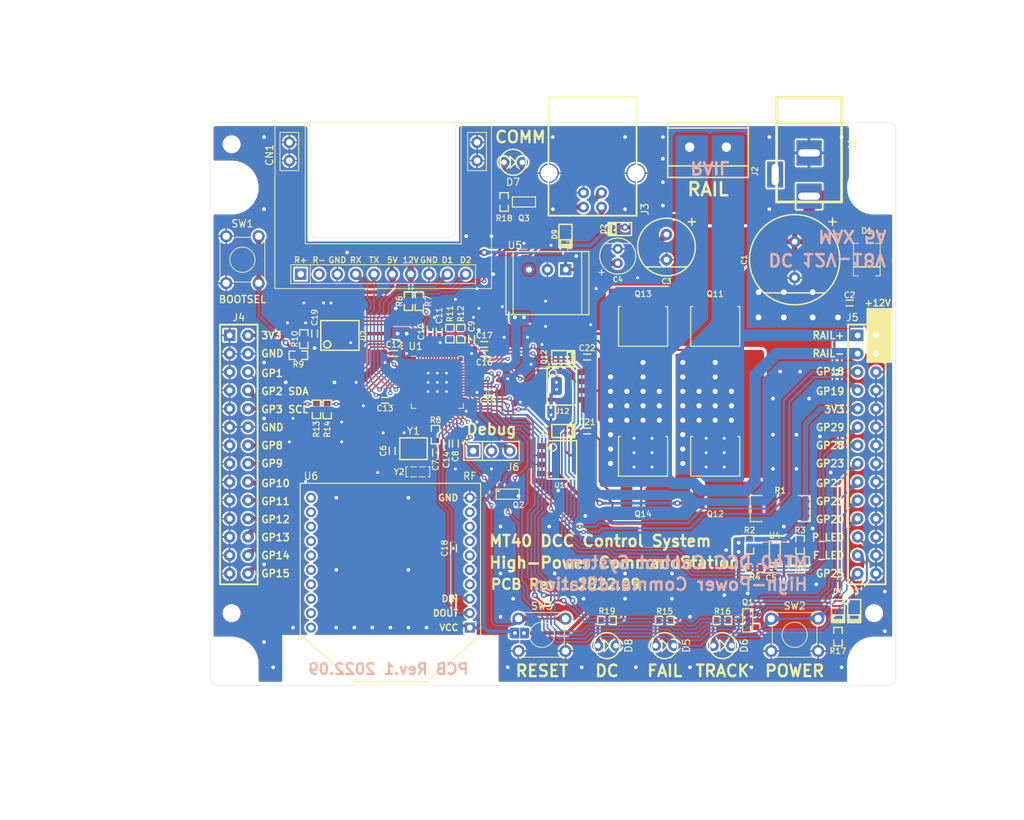
<source format=kicad_pcb>
(kicad_pcb (version 20211014) (generator pcbnew)
  (layers (0 "F.Cu" signal) (31 "B.Cu" signal) (34 "B.Paste" user) (35 "F.Paste" user) (36 "B.SilkS" user "B.Silkscreen") (37 "F.SilkS" user "F.Silkscreen") (38 "B.Mask" user) (39 "F.Mask" user) (44 "Edge.Cuts" user))
  (net 0 "")
  (net 1 "+12V")
  (net 2 "GND")
  (net 3 "+3.3V")
  (net 4 "/XIN")
  (net 5 "+1V1")
  (net 6 "/BUS_CTRL2")
  (net 7 "/BUS_TX")
  (net 8 "/BUS_RX")
  (net 9 "Net-(C21-Pad1)")
  (net 10 "/BUS_CTRL1")
  (net 11 "Net-(D1-Pad2)")
  (net 12 "Net-(D3-Pad1)")
  (net 13 "/RAIL+")
  (net 14 "/RAIL-")
  (net 15 "/FAILURE_LED")
  (net 16 "Net-(D5-Pad2)")
  (net 17 "/RAILPOWER_LED")
  (net 18 "Net-(D6-Pad2)")
  (net 19 "Net-(D7-Pad2)")
  (net 20 "Net-(D7-Pad1)")
  (net 21 "Net-(C22-Pad1)")
  (net 22 "VBUS")
  (net 23 "/USB_D-")
  (net 24 "/USB_D+")
  (net 25 "/KEY_COL4_IN")
  (net 26 "/KEY_COL3_IN")
  (net 27 "/KEY_COL2_IN")
  (net 28 "/KEY_COL1_IN")
  (net 29 "/KEY_ROW4_SEL")
  (net 30 "/KEY_ROW3_SEL")
  (net 31 "/KEY_ROW2_SEL")
  (net 32 "/KEY_ROW1_SEL")
  (net 33 "/I2C1_SCL")
  (net 34 "/I2C1_SDA")
  (net 35 "/~{LCD_RST}")
  (net 36 "/DCC_SIGNAL_A")
  (net 37 "/DCC_SIGNAL_B")
  (net 38 "/RAILPOWER_BTN")
  (net 39 "/DIR_SCAN_SEL1")
  (net 40 "/DIR_SCAN_SEL2")
  (net 41 "/DIR1_IN")
  (net 42 "/DIR2_IN")
  (net 43 "/VR_1")
  (net 44 "/VR_2")
  (net 45 "/FAILURE_LED_SIG")
  (net 46 "/COMM_LED")
  (net 47 "GNDPWR")
  (net 48 "Net-(R2-Pad2)")
  (net 49 "Net-(R3-Pad2)")
  (net 50 "/CURRENT_SENSE")
  (net 51 "/SUPP_VOLTAGE")
  (net 52 "/XOUT")
  (net 53 "/~{USB_BOOT}")
  (net 54 "/QSPI_SS")
  (net 55 "Net-(R11-Pad2)")
  (net 56 "Net-(R12-Pad2)")
  (net 57 "/SWCLK")
  (net 58 "/SWD")
  (net 59 "/XBee_TX")
  (net 60 "/XBee_RX")
  (net 61 "/QSPI_SD3")
  (net 62 "/QSPI_SCLK")
  (net 63 "/QSPI_SD0")
  (net 64 "/QSPI_SD2")
  (net 65 "/QSPI_SD1")
  (net 69 "Net-(Q11-Pad1)")
  (net 70 "Net-(Q12-Pad1)")
  (net 71 "Net-(Q13-Pad1)")
  (net 72 "Net-(Q14-Pad1)")
  (net 77 "/RUN")
  (net 78 "Net-(D8-Pad2)")
  (net 79 "/Vin")
  (net 80 "/XOUT_R")
  (footprint "footprint:CAP_TH_12_5" (layer "F.Cu") (at 195 89 -90)
    (fp_text reference "C1")
    (fp_text value "1000uF" hide)
  )
  (footprint "footprint:C_1005" (layer "F.Cu") (at 202.6 95 180)
    (fp_text reference "C2")
    (fp_text value "104" hide)
  )
  (footprint "footprint:CAP_TH_5x11" (layer "F.Cu") (at 170.5 88.5 90)
    (fp_text reference "C4")
    (fp_text value "100uF")
  )
  (footprint "footprint:C_1005" (layer "F.Cu") (at 191.75 132)
    (fp_text reference "C5")
    (fp_text value "104" hide)
  )
  (footprint "footprint:CommModuleTiny" (layer "F.Cu") (at 138 70)
    (fp_text reference "CN1")
    (fp_text value "ConnModule" hide)
  )
  (footprint "footprint:SMBF" (layer "F.Cu") (at 205 89 90)
    (fp_text reference "D1")
    (fp_text value "SR54F" hide)
  )
  (footprint "footprint:SOD-123FL" (layer "F.Cu") (at 203.25 137.5 -90)
    (fp_text reference "D3")
    (fp_text value "1N4148W" hide)
  )
  (footprint "footprint:SOD-123FL" (layer "F.Cu") (at 201 137.5 -90)
    (fp_text reference "D4")
    (fp_text value "1N4148W" hide)
  )
  (footprint "footprint:LED_3mm" (layer "F.Cu") (at 177 142.5 180)
    (fp_text reference "D5")
    (fp_text value "LED" hide)
  )
  (footprint "footprint:LED_3mm" (layer "F.Cu") (at 156 75.5 180)
    (fp_text reference "D7")
    (fp_text value "LED" hide)
  )
  (footprint "footprint:HOLE_3.2mm" (layer "F.Cu") (at 206 79)
    (fp_text reference "H1" hide)
    (fp_text value "Hole 3.2mm" hide)
  )
  (footprint "footprint:HOLE_3.2mm" (layer "F.Cu") (at 206 145)
    (fp_text reference "H2" hide)
    (fp_text value "Hole 3.2mm" hide)
  )
  (footprint "footprint:HOLE_3.2mm" (layer "F.Cu") (at 117 79)
    (fp_text reference "H3" hide)
    (fp_text value "Hole 3.2mm" hide)
  )
  (footprint "footprint:HOLE_3.2mm" (layer "F.Cu") (at 117 145)
    (fp_text reference "H4" hide)
    (fp_text value "Hole 3.2mm" hide)
  )
  (footprint "footprint:BARREL_JACK" (layer "F.Cu") (at 197 74 -90)
    (fp_text reference "J1")
    (fp_text value "DC_Jack" hide)
  )
  (footprint "footprint:TB111-2" (layer "F.Cu") (at 183 70 180)
    (fp_text reference "J2")
    (fp_text value "RAIL_POWER" hide)
  )
  (footprint "footprint:USB_B" (layer "F.Cu") (at 167 77 180)
    (fp_text reference "J3")
    (fp_text value "USB_B" hide)
  )
  (footprint "footprint:PinSocket_2x14_2_54mm" (layer "F.Cu") (at 118 116)
    (fp_text reference "J4")
    (fp_text value "External_Conn_1" hide)
  )
  (footprint "footprint:PinSocket_2x14_2_54mm" (layer "F.Cu") (at 205 116)
    (fp_text reference "J5")
    (fp_text value "External_Conn_2" hide)
  )
  (footprint "footprint:SOT-23" (layer "F.Cu") (at 188.5 139 90)
    (fp_text reference "Q1")
    (fp_text value "2N7002" hide)
  )
  (footprint "footprint:SOT-23" (layer "F.Cu") (at 155.25 121.5 180)
    (fp_text reference "Q2")
    (fp_text value "2N7002" hide)
  )
  (footprint "footprint:SOT-23" (layer "F.Cu") (at 157.5 81)
    (fp_text reference "Q3")
    (fp_text value "2N7002" hide)
  )
  (footprint "footprint:R_6432" (layer "F.Cu") (at 193 123.5)
    (fp_text reference "R1")
    (fp_text value "R010" hide)
  )
  (footprint "footprint:R_1608" (layer "F.Cu") (at 189.5 131.75)
    (fp_text reference "R4")
    (fp_text value "103" hide)
  )
  (footprint "footprint:R_1608" (layer "F.Cu") (at 195.75 130.75)
    (fp_text reference "R5")
    (fp_text value "103" hide)
  )
  (footprint "footprint:R_1608" (layer "F.Cu") (at 141.5 94.75 -90)
    (fp_text reference "R6")
    (fp_text value "104" hide)
  )
  (footprint "footprint:R_1608" (layer "F.Cu") (at 143 94.75 90)
    (fp_text reference "R7")
    (fp_text value "103" hide)
  )
  (footprint "footprint:R_1608" (layer "F.Cu") (at 128.75 109.75 -90)
    (fp_text reference "R13")
    (fp_text value "103" hide)
  )
  (footprint "footprint:R_1608" (layer "F.Cu") (at 130.25 109.75 -90)
    (fp_text reference "R14")
    (fp_text value "103" hide)
  )
  (footprint "footprint:R_1608" (layer "F.Cu") (at 177 139 180)
    (fp_text reference "R15")
    (fp_text value "331" hide)
  )
  (footprint "footprint:R_1608" (layer "F.Cu") (at 185 139 180)
    (fp_text reference "R16")
    (fp_text value "331" hide)
  )
  (footprint "footprint:R_1608" (layer "F.Cu") (at 201 141.25 -90)
    (fp_text reference "R17")
    (fp_text value "103" hide)
  )
  (footprint "footprint:R_1608" (layer "F.Cu") (at 154.75 81 90)
    (fp_text reference "R18")
    (fp_text value "331" hide)
  )
  (footprint "footprint:TS-0606" (layer "F.Cu") (at 118.5 89 90)
    (fp_text reference "SW1")
    (fp_text value "BOOT_SW" hide)
  )
  (footprint "footprint:TS-0606" (layer "F.Cu") (at 195 141 180)
    (fp_text reference "SW2")
    (fp_text value "POWER")
  )
  (footprint "footprint:XBee" (layer "F.Cu") (at 139 132 180)
    (fp_text reference "U6")
    (fp_text value "RF")
  )
  (footprint "footprint:SOT-23-5" (layer "F.Cu") (at 192.25 129.5 90)
    (fp_text reference "U4")
    (fp_text value "TC75S103F" hide)
  )
  (footprint "footprint:R_1608" (layer "F.Cu") (at 195.75 128.5 -90)
    (fp_text reference "R3")
    (fp_text value "102" hide)
  )
  (footprint "footprint:TS-0606" (layer "F.Cu") (at 160 141 180)
    (fp_text reference "SW3")
    (fp_text value "RESET")
  )
  (footprint "footprint:M78AR0XX" (layer "F.Cu") (at 160.75 90.375 180)
    (fp_text reference "U5")
    (fp_text value "M78AR033" hide)
  )
  (footprint "footprint:R_1608" (layer "F.Cu") (at 145.25 113.25 -90)
    (fp_text reference "R8")
    (fp_text value "102" hide)
  )
  (footprint "footprint:R_1608" (layer "F.Cu") (at 148.75 99.25 -90)
    (fp_text reference "R12")
    (fp_text value "270" hide)
  )
  (footprint "footprint:R_1608" (layer "F.Cu") (at 147.25 99.25 -90)
    (fp_text reference "R11")
    (fp_text value "270" hide)
  )
  (footprint "footprint:R_1608" (layer "F.Cu") (at 126.25 102.25 180)
    (fp_text reference "R9")
    (fp_text value "102" hide)
  )
  (footprint "footprint:R_1608" (layer "F.Cu") (at 127 100 -90)
    (fp_text reference "R10")
    (fp_text value "NMT" hide)
  )
  (footprint "footprint:FA-238_Crystal" (layer "F.Cu") (at 142.2 115.2)
    (fp_text reference "Y1")
    (fp_text value "12MHz" hide)
  )
  (footprint "footprint:PinHeader_01x03" (layer "F.Cu") (at 153 115.5)
    (fp_text reference "J6")
    (fp_text value "Debug" hide)
  )
  (footprint "footprint:SO-8" (layer "F.Cu") (at 132 99.5 90)
    (fp_text reference "U2")
    (fp_text value "W25Q16JVSN")
  )
  (footprint "footprint:C_1005" (layer "F.Cu") (at 128.5 99.25 -90)
    (fp_text reference "C19")
    (fp_text value "104" hide)
  )
  (footprint "footprint:RP2040-QFN-56" (layer "F.Cu") (at 145.5 106)
    (fp_text reference "U1")
    (fp_text value "RP2040")
  )
  (footprint "footprint:C_1005" (layer "F.Cu") (at 152.5 107.4)
    (fp_text reference "C15")
    (fp_text value "104" hide)
  )
  (footprint "footprint:C_1005" (layer "F.Cu") (at 144.5 99 90)
    (fp_text reference "C10")
    (fp_text value "105" hide)
  )
  (footprint "footprint:C_1005" (layer "F.Cu") (at 138.25 108.5 180)
    (fp_text reference "C13")
    (fp_text value "104" hide)
  )
  (footprint "footprint:C_1005" (layer "F.Cu") (at 145.75 99 90)
    (fp_text reference "C11")
    (fp_text value "105" hide)
  )
  (footprint "footprint:C_1005" (layer "F.Cu") (at 139.5 102 180)
    (fp_text reference "C12")
    (fp_text value "104" hide)
  )
  (footprint "footprint:C_1005" (layer "F.Cu") (at 147.75 129 90)
    (fp_text reference "C18")
    (fp_text value "104" hide)
  )
  (footprint "footprint:C_1005" (layer "F.Cu") (at 150.25 100 90)
    (fp_text reference "C9")
    (fp_text value "104" hide)
  )
  (footprint "footprint:C_1005" (layer "F.Cu") (at 152 100.75)
    (fp_text reference "C17")
    (fp_text value "104" hide)
  )
  (footprint "footprint:C_1005" (layer "F.Cu") (at 148 114.5 -90)
    (fp_text reference "C8")
    (fp_text value "104" hide)
  )
  (footprint "footprint:C_1005" (layer "F.Cu") (at 145.25 115.75 -90)
    (fp_text reference "C7")
    (fp_text value "10p" hide)
  )
  (footprint "footprint:C_1005" (layer "F.Cu") (at 139.25 115.5 90)
    (fp_text reference "C6")
    (fp_text value "10p" hide)
  )
  (footprint "footprint:C_1005" (layer "F.Cu") (at 146.75 114.5 -90)
    (fp_text reference "C14")
    (fp_text value "104" hide)
  )
  (footprint "footprint:C_1005" (layer "F.Cu") (at 152 102)
    (fp_text reference "C16")
    (fp_text value "104" hide)
  )
  (footprint "footprint:R_1608" (layer "F.Cu") (at 188.75 128.5 -90)
    (fp_text reference "R2")
    (fp_text value "102" hide)
  )
  (footprint "footprint:SOD-123FL" (layer "F.Cu") (at 171 84.75 180)
    (fp_text reference "D2")
    (fp_text value "1N4148W" hide)
  )
  (footprint "footprint:CAP_TH_8x11_5" (layer "F.Cu") (at 177.25 87.25 -90)
    (fp_text reference "C3")
    (fp_text value "470uF" hide)
  )
  (footprint "footprint:LED_3mm" (layer "F.Cu") (at 185 142.5 180)
    (fp_text reference "D6")
    (fp_text value "LED" hide)
  )
  (footprint "footprint:LED_3mm" (layer "F.Cu") (at 169 142.5 180)
    (fp_text reference "D8")
    (fp_text value "LED" hide)
  )
  (footprint "footprint:R_1608" (layer "F.Cu") (at 169 139 180)
    (fp_text reference "R19")
    (fp_text value "331" hide)
  )
  (footprint "footprint:SOD-123FL" (layer "F.Cu") (at 163.25 85.5 -90)
    (fp_text reference "D9")
    (fp_text value "1N4148W" hide)
  )
  (footprint "footprint:SMD_Resonator_3213" (layer "F.Cu") (at 142.8 118.4)
    (fp_text reference "Y2")
    (fp_text value "12MHz_Resonator" hide)
  )
  (footprint "footprint:HOLE_MASK_LOCK" (layer "F.Cu") (at 206 73)
    (fp_text reference "REF**" hide)
    (fp_text value "HOLE_MASK_LOCK" hide)
  )
  (footprint "footprint:HOLE_MASK_LOCK" (layer "F.Cu") (at 117 73)
    (fp_text reference "REF**" hide)
    (fp_text value "HOLE_MASK_LOCK" hide)
  )
  (footprint "footprint:HOLE_MASK_LOCK" (layer "F.Cu") (at 206 138)
    (fp_text reference "REF**" hide)
    (fp_text value "HOLE_MASK_LOCK" hide)
  )
  (footprint "footprint:HOLE_MASK_LOCK" (layer "F.Cu") (at 117 138)
    (fp_text reference "REF**" hide)
    (fp_text value "HOLE_MASK_LOCK" hide)
  )
  (footprint "footprint:SOD-123FL" (layer "F.Cu") (at 162.75 112.75)
    (fp_text reference "D11")
    (fp_text value "1N4148W" hide)
  )
  (footprint "footprint:DPAK+" (layer "F.Cu") (at 174 100)
    (fp_text reference "Q13")
    (fp_text value "TK25S06N1L" hide)
  )
  (footprint "footprint:C_1005" (layer "F.Cu") (at 166.25 112.75)
    (fp_text reference "C21")
    (fp_text value "105" hide)
  )
  (footprint "footprint:DPAK+" (layer "F.Cu") (at 184 118)
    (fp_text reference "Q12")
    (fp_text value "TK25S06N1L" hide)
  )
  (footprint "footprint:DPAK+" (layer "F.Cu") (at 174 118)
    (fp_text reference "Q14")
    (fp_text value "TK25S06N1L" hide)
  )
  (footprint "footprint:SOD-123FL" (layer "F.Cu") (at 162.75 102.5)
    (fp_text reference "D12")
    (fp_text value "1N4148W" hide)
  )
  (footprint "footprint:SO-8" (layer "F.Cu") (at 162.75 106.5)
    (fp_text reference "U12")
    (fp_text value "IRS2003")
  )
  (footprint "footprint:SO-8" (layer "F.Cu") (at 162.75 116.75)
    (fp_text reference "U11")
    (fp_text value "IRS2003")
  )
  (footprint "footprint:DPAK+" (layer "F.Cu") (at 184 100)
    (fp_text reference "Q11")
    (fp_text value "TK25S06N1L" hide)
  )
  (footprint "footprint:C_1005" (layer "F.Cu") (at 166.25 102.5)
    (fp_text reference "C22")
    (fp_text value "105" hide)
  )
  (gr_poly (pts (xy 208.5 103.25) (xy 205 103.25) (xy 205 95.75) (xy 208.5 95.75)) (layer "F.SilkS") (width 0.1) (fill solid))
  (gr_line (start 114 71) (end 114 147) (layer "Edge.Cuts") (width 0.05))
  (gr_line (start 148 85) (end 148 71) (layer "Edge.Cuts") (width 0.05))
  (gr_arc (start 148 71) (mid 148.292893 70.292893) (end 149 70) (layer "Edge.Cuts") (width 0.05))
  (gr_arc (start 148 85) (mid 147.707107 85.707107) (end 147 86) (layer "Edge.Cuts") (width 0.05))
  (gr_arc (start 129 86) (mid 128.292893 85.707107) (end 128 85) (layer "Edge.Cuts") (width 0.05))
  (gr_arc (start 127 70) (mid 127.707107 70.292893) (end 128 71) (layer "Edge.Cuts") (width 0.05))
  (gr_line (start 209 147) (end 209 71) (layer "Edge.Cuts") (width 0.05))
  (gr_line (start 208 70) (end 149 70) (layer "Edge.Cuts") (width 0.05))
  (gr_arc (start 114 71) (mid 114.292893 70.292893) (end 115 70) (layer "Edge.Cuts") (width 0.05))
  (gr_line (start 129 86) (end 147 86) (layer "Edge.Cuts") (width 0.05))
  (gr_arc (start 208 70) (mid 208.707107 70.292893) (end 209 71) (layer "Edge.Cuts") (width 0.05))
  (gr_arc (start 115 148) (mid 114.292893 147.707107) (end 114 147) (layer "Edge.Cuts") (width 0.05))
  (gr_arc (start 209 147) (mid 208.707107 147.707107) (end 208 148) (layer "Edge.Cuts") (width 0.05))
  (gr_line (start 115 70) (end 127 70) (layer "Edge.Cuts") (width 0.05))
  (gr_line (start 115 148) (end 208 148) (layer "Edge.Cuts") (width 0.05))
  (gr_line (start 128 71) (end 128 85) (layer "Edge.Cuts") (width 0.05))
  (gr_text "PCB Rev.1 2022.09" (at 150 145.75) (layer "B.SilkS") (effects (font (size 1.5 1.5) (thickness 0.32)) (justify left mirror)))
  (gr_text "MT40 DCC Control System" (at 197 131) (layer "B.SilkS") (effects (font (size 1.7 1.7) (thickness 0.35)) (justify left mirror)))
  (gr_text "MAX 5A" (at 203 85.75 180) (layer "B.SilkS") (effects (font (size 1.7 1.7) (thickness 0.35)) (justify mirror)))
  (gr_text "RAIL" (at 183.25 76.25 180) (layer "B.SilkS") (effects (font (size 1.7 1.7) (thickness 0.35)) (justify mirror)))
  (gr_text "DC 12V-18V" (at 199.5 89 180) (layer "B.SilkS") (effects (font (size 1.7 1.7) (thickness 0.35)) (justify mirror)))
  (gr_text "High-Power CommandStation" (at 197 134) (layer "B.SilkS") (effects (font (size 1.7 1.7) (thickness 0.35)) (justify left mirror)))
  (gr_text "GP14" (at 121 130) (layer "F.SilkS") (effects (font (size 1 1) (thickness 0.2)) (justify left)))
  (gr_text "GP13" (at 121 127.5) (layer "F.SilkS") (effects (font (size 1 1) (thickness 0.2)) (justify left)))
  (gr_text "GP12" (at 121 125) (layer "F.SilkS") (effects (font (size 1 1) (thickness 0.2)) (justify left)))
  (gr_text "GP11" (at 121 122.5) (layer "F.SilkS") (effects (font (size 1 1) (thickness 0.2)) (justify left)))
  (gr_text "GP10" (at 121 120) (layer "F.SilkS") (effects (font (size 1 1) (thickness 0.2)) (justify left)))
  (gr_text "GP9" (at 121 117.25) (layer "F.SilkS") (effects (font (size 1 1) (thickness 0.2)) (justify left)))
  (gr_text "GP8" (at 121 114.75) (layer "F.SilkS") (effects (font (size 1 1) (thickness 0.2)) (justify left)))
  (gr_text "GND" (at 121 112.25) (layer "F.SilkS") (effects (font (size 1 1) (thickness 0.2)) (justify left)))
  (gr_text "GP3 SCL" (at 121 109.75) (layer "F.SilkS") (effects (font (size 1 1) (thickness 0.2)) (justify left)))
  (gr_text "GP2 SDA" (at 121 107.25) (layer "F.SilkS") (effects (font (size 1 1) (thickness 0.2)) (justify left)))
  (gr_text "GP1" (at 121 104.75) (layer "F.SilkS") (effects (font (size 1 1) (thickness 0.2)) (justify left)))
  (gr_text "GND" (at 121 102) (layer "F.SilkS") (effects (font (size 1 1) (thickness 0.2)) (justify left)))
  (gr_text "3V3" (at 121 99.5) (layer "F.SilkS") (effects (font (size 1 1) (thickness 0.2)) (justify left)))
  (gr_text "GP25" (at 202 132.5) (layer "F.SilkS") (effects (font (size 1 1) (thickness 0.2)) (justify right)))
  (gr_text "F_LED" (at 202 130) (layer "F.SilkS") (effects (font (size 1 1) (thickness 0.2)) (justify right)))
  (gr_text "P_LED" (at 202 127.5) (layer "F.SilkS") (effects (font (size 1 1) (thickness 0.2)) (justify right)))
  (gr_text "GP20" (at 202 125) (layer "F.SilkS") (effects (font (size 1 1) (thickness 0.2)) (justify right)))
  (gr_text "GP21" (at 202 122.5) (layer "F.SilkS") (effects (font (size 1 1) (thickness 0.2)) (justify right)))
  (gr_text "GP22" (at 202 120) (layer "F.SilkS") (effects (font (size 1 1) (thickness 0.2)) (justify right)))
  (gr_text "GP23" (at 202 117.25) (layer "F.SilkS") (effects (font (size 1 1) (thickness 0.2)) (justify right)))
  (gr_text "GP28" (at 202 114.75) (layer "F.SilkS") (effects (font (size 1 1) (thickness 0.2)) (justify right)))
  (gr_text "GP29" (at 202 112.25) (layer "F.SilkS") (effects (font (size 1 1) (thickness 0.2)) (justify right)))
  (gr_text "3V3" (at 202 109.75) (layer "F.SilkS") (effects (font (size 1 1) (thickness 0.2)) (justify right)))
  (gr_text "GP19" (at 202 107.25) (layer "F.SilkS") (effects (font (size 1 1) (thickness 0.2)) (justify right)))
  (gr_text "GP18" (at 202 104.5) (layer "F.SilkS") (effects (font (size 1 1) (thickness 0.2)) (justify right)))
  (gr_text "RAIL-" (at 202 102) (layer "F.SilkS") (effects (font (size 1 1) (thickness 0.2)) (justify right)))
  (gr_text "RAIL+" (at 202 99.5) (layer "F.SilkS") (effects (font (size 1 1) (thickness 0.2)) (justify right)))
  (gr_text "POWER" (at 195 146) (layer "F.SilkS") (effects (font (size 1.6 1.6) (thickness 0.32))))
  (gr_text "TRACK" (at 185 146) (layer "F.SilkS") (effects (font (size 1.6 1.6) (thickness 0.32))))
  (gr_text "FAIL" (at 177 146) (layer "F.SilkS") (effects (font (size 1.6 1.6) (thickness 0.32))))
  (gr_text "COMM" (at 157 72) (layer "F.SilkS") (effects (font (size 1.6 1.6) (thickness 0.32))))
  (gr_text "DIN" (at 148.5 136) (layer "F.SilkS") (effects (font (size 0.9 0.9) (thickness 0.18)) (justify right)))
  (gr_text "GND" (at 148.5 122) (layer "F.SilkS") (effects (font (size 0.9 0.9) (thickness 0.18)) (justify right)))
  (gr_text "VCC" (at 148.5 140) (layer "F.SilkS") (effects (font (size 0.9 0.9) (thickness 0.18)) (justify right)))
  (gr_text "BOOTSEL" (at 118.5 94.5) (layer "F.SilkS") (effects (font (size 1 1) (thickness 0.18))))
  (gr_text "High-Power CommandStation" (at 152.5 131) (layer "F.SilkS") (effects (font (size 1.55 1.55) (thickness 0.33)) (justify left)))
  (gr_text "MT40 DCC Control System" (at 152.5 128) (layer "F.SilkS") (effects (font (size 1.55 1.55) (thickness 0.33)) (justify left)))
  (gr_text "RESET" (at 160 146) (layer "F.SilkS") (effects (font (size 1.6 1.6) (thickness 0.32))))
  (gr_text "PCB Rev.1 2022.09" (at 152.75 134) (layer "F.SilkS") (effects (font (size 1.4 1.4) (thickness 0.3)) (justify left)))
  (gr_text "Debug" (at 153 112.5) (layer "F.SilkS") (effects (font (size 1.5 1.5) (thickness 0.3))))
  (gr_text "DC" (at 169 146) (layer "F.SilkS") (effects (font (size 1.6 1.6) (thickness 0.32))))
  (gr_text "DOUT" (at 148.5 138) (layer "F.SilkS") (effects (font (size 0.9 0.9) (thickness 0.18)) (justify right)))
  (gr_text "RAIL" (at 183 79.25) (layer "F.SilkS") (effects (font (size 1.8 1.8) (thickness 0.35))))
  (gr_text "GP15" (at 121 132.5) (layer "F.SilkS") (effects (font (size 1 1) (thickness 0.2)) (justify left)))
  (gr_text "+12V" (at 206.5 95) (layer "F.SilkS") (effects (font (size 0.9 0.9) (thickness 0.18))))
  (segment (start 205 91.575) (end 205 90) (width 0.5) (layer "F.Cu") (net 1))
  (segment (start 195 86.5) (end 192.5 86.5) (width 0.7) (layer "F.Cu") (net 1))
  (segment (start 176.25 83) (end 180.5 83) (width 0.7) (layer "F.Cu") (net 1))
  (segment (start 160.845 104.595) (end 161.205 104.595) (width 0.3) (layer "F.Cu") (net 1))
  (segment (start 141.81 88.69) (end 142.25 88.25) (width 0.5) (layer "F.Cu") (net 1))
  (segment (start 161.225 104.575) (end 161.225 102.5) (width 0.3) (layer "F.Cu") (net 1))
  (segment (start 161.595 104.595) (end 160.845 104.595) (width 0.3) (layer "F.Cu") (net 1))
  (segment (start 202.575 91.325) (end 202.5 91.25) (width 0.5) (layer "F.Cu") (net 1))
  (segment (start 180.5 83) (end 184 86.5) (width 0.7) (layer "F.Cu") (net 1))
  (segment (start 206.27 102.03) (end 206.27 99.49) (width 0.5) (layer "F.Cu") (net 1))
  (segment (start 159.95 114.845) (end 160.755 114.845) (width 0.3) (layer "F.Cu") (net 1))
  (segment (start 205.5 96.21) (end 205.5 96) (width 0.3) (layer "F.Cu") (net 1))
  (segment (start 161.205 104.595) (end 161.225 104.575) (width 0.3) (layer "F.Cu") (net 1))
  (segment (start 195 86.5) (end 195 85.25) (width 0.7) (layer "F.Cu") (net 1))
  (segment (start 195 86.5) (end 195 88) (width 0.7) (layer "F.Cu") (net 1))
  (segment (start 184 86.5) (end 192.5 86.5) (width 0.7) (layer "F.Cu") (net 1))
  (segment (start 205 91.325) (end 205 93.5) (width 0.5) (layer "F.Cu") (net 1))
  (segment (start 205.5 96) (end 205.25 96) (width 0.4) (layer "F.Cu") (net 1))
  (segment (start 161.225 102.5) (end 161.225 100.525) (width 0.4) (layer "F.Cu") (net 1))
  (segment (start 197.75 86.5) (end 202.5 91.25) (width 1) (layer "F.Cu") (net 1))
  (segment (start 162 105) (end 161.595 104.595) (width 0.3) (layer "F.Cu") (net 1))
  (segment (start 206.27 99.49) (end 207.99 99.49) (width 0.5) (layer "F.Cu") (net 1))
  (segment (start 162 105) (end 162 106) (width 0.3) (layer "F.Cu") (net 1))
  (segment (start 203.075 95) (end 204.8 95) (width 0.25) (layer "F.Cu") (net 1))
  (segment (start 141.81 93.64) (end 141.5 93.95) (width 0.25) (layer "F.Cu") (net 1))
  (segment (start 174.5 84.75) (end 176.25 83) (width 0.7) (layer "F.Cu") (net 1))
  (segment (start 197.25 86.5) (end 197.75 86.5) (width 1) (layer "F.Cu") (net 1))
  (segment (start 141.81 91) (end 141.81 93.64) (width 0.25) (layer "F.Cu") (net 1))
  (segment (start 141.81 91) (end 141.81 88.69) (width 0.5) (layer "F.Cu") (net 1))
  (segment (start 161.225 112.75) (end 161.225 111.725) (width 0.3) (layer "F.Cu") (net 1))
  (segment (start 205 91.325) (end 202.575 91.325) (width 0.5) (layer "F.Cu") (net 1))
  (segment (start 172.25 99.25) (end 174 97.5) (width 0.3) (layer "F.Cu") (net 1))
  (segment (start 150.25 88.25) (end 150.5 88) (width 0.5) (layer "F.Cu") (net 1))
  (segment (start 161.225 114.375) (end 161.225 112.75) (width 0.3) (layer "F.Cu") (net 1))
  (segment (start 206.27 96.98) (end 205.5 96.21) (width 0.3) (layer "F.Cu") (net 1))
  (segment (start 160.755 114.845) (end 161.225 114.375) (width 0.3) (layer "F.Cu") (net 1))
  (segment (start 172.525 84.75) (end 174.5 84.75) (width 0.7) (layer "F.Cu") (net 1))
  (segment (start 161.225 100.525) (end 162.5 99.25) (width 0.4) (layer "F.Cu") (net 1))
  (segment (start 206.27 99.49) (end 206.27 96.98) (width 0.5) (layer "F.Cu") (net 1))
  (segment (start 173.25 84.75) (end 172.525 84.75) (width 0.7) (layer "F.Cu") (net 1))
  (segment (start 205.5 96) (end 205.5 94) (width 0.3) (layer "F.Cu") (net 1))
  (segment (start 205.5 94) (end 205.25 93.75) (width 0.3) (layer "F.Cu") (net 1))
  (segment (start 162 106) (end 162 107) (width 0.3) (layer "F.Cu") (net 1))
  (segment (start 150.5 88) (end 152 88) (width 0.5) (layer "F.Cu") (net 1))
  (segment (start 162.5 99.25) (end 172.25 99.25) (width 0.4) (layer "F.Cu") (net 1))
  (segment (start 161.225 111.725) (end 161.225 109.975) (width 0.3) (layer "F.Cu") (net 1))
  (segment (start 161.225 111.725) (end 161.225 111.475) (width 0.3) (layer "F.Cu") (net 1))
  (segment (start 159.95 104.595) (end 160.845 104.595) (width 0.3) (layer "F.Cu") (net 1))
  (segment (start 206.27 102.03) (end 207.97 102.03) (width 0.5) (layer "F.Cu") (net 1))
  (segment (start 205 91.325) (end 207.075 91.325) (width 0.5) (layer "F.Cu") (net 1))
  (segment (start 172.275 84.5) (end 172.525 84.75) (width 0.5) (layer "F.Cu") (net 1))
  (segment (start 171.5 84.5) (end 172.275 84.5) (width 0.5) (layer "F.Cu") (net 1))
  (segment (start 161.225 109.975) (end 161 109.75) (width 0.3) (layer "F.Cu") (net 1))
  (segment (start 204.8 95) (end 204.8 94.2) (width 0.25) (layer "F.Cu") (net 1))
  (segment (start 204.8 94.2) (end 205.25 93.75) (width 0.25) (layer "F.Cu") (net 1))
  (segment (start 172.5 84.775) (end 172.525 84.75) (width 0.5) (layer "F.Cu") (net 1))
  (segment (start 205.25 93.75) (end 205 93.5) (width 0.3) (layer "F.Cu") (net 1))
  (segment (start 197.25 86.5) (end 195 86.5) (width 0.7) (layer "F.Cu") (net 1))
  (segment (start 142.25 88.25) (end 150.25 88.25) (width 0.5) (layer "F.Cu") (net 1))
  (via (at 171.5 84.5) (size 1) (drill 0.5) (layers "F.Cu" "B.Cu") (net 1))
  (via (at 152 88) (size 1) (drill 0.5) (layers "F.Cu" "B.Cu") (net 1))
  (via (at 161.25 109.5) (size 0.8) (drill 0.4) (layers "F.Cu" "B.Cu") (net 1))
  (via (at 162 107) (size 0.8) (drill 0.4) (layers "F.Cu" "B.Cu") (net 1))
  (via (at 162 106) (size 0.8) (drill 0.4) (layers "F.Cu" "B.Cu") (net 1))
  (via (at 161.25 110.5) (size 0.8) (drill 0.4) (layers "F.Cu" "B.Cu") (net 1))
  (segment (start 166.75 87) (end 167.5 86.25) (width 0.5) (layer "B.Cu") (net 1))
  (segment (start 162.5 88) (end 163.5 87) (width 0.5) (layer "B.Cu") (net 1))
  (segment (start 161.25 107.75) (end 161.25 109.5) (width 0.5) (layer "B.Cu") (net 1))
  (segment (start 163.5 87) (end 166.75 87) (width 0.5) (layer "B.Cu") (net 1))
  (segment (start 162 107) (end 161.25 107.75) (width 0.5) (layer "B.Cu") (net 1))
  (segment (start 167.5 86.25) (end 169.25 84.5) (width 0.5) (layer "B.Cu") (net 1))
  (segment (start 152 88) (end 162.5 88) (width 0.5) (layer "B.Cu") (net 1))
  (segment (start 169.25 84.5) (end 171.5 84.5) (width 0.5) (layer "B.Cu") (net 1))
  (segment (start 150 122) (end 150 120.9) (width 0.2) (layer "F.Cu") (net 2))
  (segment (start 145.25 116.95) (end 145.3 117) (width 0.2) (layer "F.Cu") (net 2))
  (segment (start 145.75 98.525) (end 145.75 97.5) (width 0.2) (layer "F.Cu") (net 2))
  (segment (start 138.2 112.6) (end 137.8 113) (width 0.2) (layer "F.Cu") (net 2))
  (segment (start 141.15 112.6) (end 143 112.6) (width 0.2) (layer "F.Cu") (net 2))
  (segment (start 137.8 117.5) (end 138.5 118.2) (width 0.2) (layer "F.Cu") (net 2))
  (segment (start 141.1 114.35) (end 141.1 112.65) (width 0.2) (layer "F.Cu") (net 2))
  (segment (start 137.8 113) (end 137.8 117.5) (width 0.2) (layer "F.Cu") (net 2))
  (segment (start 141.1 112.65) (end 141.15 112.6) (width 0.2) (layer "F.Cu") (net 2))
  (segment (start 153.25 100.75) (end 153.25 100.25) (width 0.2) (layer "F.Cu") (net 2))
  (segment (start 153.25 100.25) (end 151.75 98.75) (width 0.2) (layer "F.Cu") (net 2))
  (segment (start 145.3 117) (end 146.5 117) (width 0.2) (layer "F.Cu") (net 2))
  (segment (start 144.5 111.1) (end 144.5 109.9375) (width 0.2) (layer "F.Cu") (net 2))
  (segment (start 141.15 112.6) (end 138.2 112.6) (width 0.2) (layer "F.Cu") (net 2))
  (segment (start 146.5 117) (end 146.7 116.8) (width 0.2) (layer "F.Cu") (net 2))
  (segment (start 145.225 116.25) (end 145.25 116.225) (width 0.2) (layer "F.Cu") (net 2))
  (segment (start 151.75 98.75) (end 150.25 98.75) (width 0.2) (layer "F.Cu") (net 2))
  (segment (start 150.25 98.75) (end 150.25 99.525) (width 0.2) (layer "F.Cu") (net 2))
  (segment (start 151 122) (end 149.25 122) (width 0.2) (layer "F.Cu") (net 2))
  (segment (start 153.25 102) (end 153.25 100.75) (width 0.2) (layer "F.Cu") (net 2))
  (segment (start 144.5 109.9375) (end 144.5 109.4375) (width 0.2) (layer "F.Cu") (net 2))
  (segment (start 152.475 102) (end 153.25 102) (width 0.2) (layer "F.Cu") (net 2))
  (segment (start 145.25 116.225) (end 145.25 116.95) (width 0.2) (layer "F.Cu") (net 2))
  (segment (start 152.475 100.75) (end 153.25 100.75) (width 0.2) (layer "F.Cu") (net 2))
  (segment (start 144.5 97.5) (end 144.5 98.525) (width 0.2) (layer "F.Cu") (net 2))
  (segment (start 143 112.6) (end 144.5 111.1) (width 0.2) (layer "F.Cu") (net 2))
  (segment (start 143.55 116.05) (end 143.75 116.25) (width 0.2) (layer "F.Cu") (net 2))
  (segment (start 143.3 116.05) (end 143.55 116.05) (width 0.2) (layer "F.Cu") (net 2))
  (segment (start 139.25 114.25) (end 141 114.25) (width 0.2) (layer "F.Cu") (net 2))
  (segment (start 141 114.25) (end 141.1 114.35) (width 0.2) (layer "F.Cu") (net 2))
  (segment (start 139.25 115.025) (end 139.25 114.25) (width 0.2) (layer "F.Cu") (net 2))
  (segment (start 133.905 100.805) (end 133.905 102.3) (width 0.2) (layer "F.Cu") (net 2))
  (segment (start 128.5 100) (end 128.5 100.775) (width 0.2) (layer "F.Cu") (net 2))
  (segment (start 133.6 100.5) (end 133.905 100.805) (width 0.2) (layer "F.Cu") (net 2))
  (segment (start 127.75 100) (end 126 100) (width 0.2) (layer "F.Cu") (net 2))
  (segment (start 196.2 124.5) (end 198 124.5) (width 0.3) (layer "F.Cu") (net 2))
  (segment (start 196.2 122.5) (end 198 122.5) (width 0.3) (layer "F.Cu") (net 2))
  (segment (start 194.45 122.5) (end 196.25 122.5) (width 0.3) (layer "F.Cu") (net 2))
  (segment (start 194.45 123.5) (end 196.25 123.5) (width 0.3) (layer "F.Cu") (net 2))
  (segment (start 194.45 124.5) (end 196.25 124.5) (width 0.3) (layer "F.Cu") (net 2))
  (segment (start 120.7 82.2) (end 121 81.9) (width 0.2) (layer "F.Cu") (net 2))
  (segment (start 116.73 102.03) (end 121.22 102.03) (width 0.25) (layer "F.Cu") (net 2))
  (segment (start 116.25 92.25) (end 114.75 92.25) (width 0.2) (layer "F.Cu") (net 2))
  (segment (start 199 93) (end 191 93) (width 0.2) (layer "F.Cu") (net 2))
  (segment (start 151 80) (end 151 75.27) (width 0.2) (layer "F.Cu") (net 2))
  (segment (start 115.15 109.65) (end 115 109.5) (width 0.25) (layer "F.Cu") (net 2))
  (segment (start 173.02 77) (end 175.25 77) (width 0.2) (layer "F.Cu") (net 2))
  (segment (start 133.1 101) (end 133.6 100.5) (width 0.25) (layer "F.Cu") (net 2))
  (segment (start 206.27 104.57) (end 207.93 104.57) (width 0.3) (layer "F.Cu") (net 2))
  (segment (start 170.27 142.5) (end 170.27 140.77) (width 0.2) (layer "F.Cu") (net 2))
  (segment (start 121.25 135.75) (end 117.5 135.75) (width 0.3) (layer "F.Cu") (net 2))
  (segment (start 125 75.27) (end 125 71.3) (width 0.2) (layer "F.Cu") (net 2))
  (segment (start 116.73 109.65) (end 115.15 109.65) (width 0.25) (layer "F.Cu") (net 2))
  (segment (start 192.625 129.625) (end 192.25 130) (width 0.3) (layer "F.Cu") (net 2))
  (segment (start 154.3 120.45) (end 154.3 121.7) (width 0.2) (layer "F.Cu") (net 2))
  (segment (start 191.75 143.25) (end 191.75 141.75) (width 0.2) (layer "F.Cu") (net 2))
  (segment (start 191.75 143.25) (end 191.75 144.75) (width 0.2) (layer "F.Cu") (net 2))
  (segment (start 116.73 119.81) (end 115.06 119.81) (width 0.25) (layer "F.Cu") (net 2))
  (segment (start 192.225 132) (end 192.225 131.025) (width 0.3) (layer "F.Cu") (net 2))
  (segment (start 116.73 99.49) (end 116.73 134.98) (width 0.25) (layer "F.Cu") (net 2))
  (segment (start 199 93) (end 199 97) (width 0.2) (layer "F.Cu") (net 2))
  (segment (start 142.8 116.55) (end 143.3 116.05) (width 0.3) (layer "F.Cu") (net 2))
  (segment (start 136 95) (end 136 94.5) (width 0.25) (layer "F.Cu") (net 2))
  (segment (start 206.27 114.73) (end 207.98 114.73) (width 0.3) (layer "F.Cu") (net 2))
  (segment (start 152 81) (end 151 80) (width 0.2) (layer "F.Cu") (net 2))
  (segment (start 147.75 128.525) (end 147.75 122.65) (width 0.2) (layer "F.Cu") (net 2))
  (segment (start 163.25 143.25) (end 165 143.25) (width 0.2) (layer "F.Cu") (net 2))
  (segment (start 206.27 129.97) (end 207.72 129.97) (width 0.3) (layer "F.Cu") (net 2))
  (segment (start 123.3 75.5) (end 123.53 75.27) (width 0.2) (layer "F.Cu") (net 2))
  (segment (start 116.25 85.75) (end 114.75 85.75) (width 0.2) (layer "F.Cu") (net 2))
  (segment (start 165.75 79.71) (end 163.79 79.71) (width 0.25) (layer "F.Cu") (net 2))
  (segment (start 116.25 92.25) (end 117.5 92.25) (width 0.2) (layer "F.Cu") (net 2))
  (segment (start 142.8 118.4) (end 142.8 120.3) (width 0.3) (layer "F.Cu") (net 2))
  (segment (start 123.4 89) (end 122.9 88.5) (width 0.2) (layer "F.Cu") (net 2))
  (segment (start 122.9 88.5) (end 122.9 83.8) (width 0.2) (layer "F.Cu") (net 2))
  (segment (start 201 143) (end 200.75 143.25) (width 0.25) (layer "F.Cu") (net 2))
  (segment (start 121.5 102.31) (end 121.22 102.03) (width 0.3) (layer "F.Cu") (net 2))
  (segment (start 142.8 118.4) (end 142.8 116.55) (width 0.3) (layer "F.Cu") (net 2))
  (segment (start 151 75.27) (end 149.77 75.27) (width 0.2) (layer "F.Cu") (net 2))
  (segment (start 121.5 135.5) (end 121.25 135.75) (width 0.3) (layer "F.Cu") (net 2))
  (segment (start 132 94.5) (end 131.25 94.5) (width 0.25) (layer "F.Cu") (net 2))
  (segment (start 202.125 95) (end 201 95) (width 0.25) (layer "F.Cu") (net 2))
  (segment (start 143 120.5) (end 145.5 120.5) (width 0.3) (layer "F.Cu") (net 2))
  (segment (start 206.27 132.51) (end 207.74 132.51) (width 0.3) (layer "F.Cu") (net 2))
  (segment (start 160.98 77) (end 158.75 77) (width 0.2) (layer "F.Cu") (net 2))
  (segment (start 192.225 132.975) (end 192.225 133.225) (width 0.3) (layer "F.Cu") (net 2))
  (segment (start 171.5 81.5) (end 171.5 82) (width 0.7) (layer "F.Cu") (net 2))
  (segment (start 156.75 143.25) (end 163.25 143.25) (width 0.2) (layer "F.Cu") (net 2))
  (segment (start 191 93) (end 191 94) (width 0.2) (layer "F.Cu") (net 2))
  (segment (start 153 115.5) (end 153 118) (width 0.25) (layer "F.Cu") (net 2))
  (segment (start 116.25 85.75) (end 117.75 85.75) (width 0.2) (layer "F.Cu") (net 2))
  (segment (start 191.75 143.25) (end 194 143.25) (width 0.2) (layer "F.Cu") (net 2))
  (segment (start 189 75) (end 189 79) (width 0.7) (layer "F.Cu") (net 2))
  (segment (start 206.27 104.57) (end 206.27 133.98) (width 0.3) (layer "F.Cu") (net 2))
  (segment (start 129.75 95) (end 131 95) (width 0.25) (layer "F.Cu") (net 2))
  (segment (start 192.225 131.025) (end 192.25 131) (width 0.3) (layer "F.Cu") (net 2))
  (segment (start 198.25 143.25) (end 200.75 143.25) (width 0.2) (layer "F.Cu") (net 2))
  (segment (start 116.73 122.35) (end 115.15 122.35) (width 0.25) (layer "F.Cu") (net 2))
  (segment (start 154.3 120.45) (end 154.3 119.3) (width 0.2) (layer "F.Cu") (net 2))
  (segment (start 116.25 92.25) (end 116.25 96.25) (width 0.2) (layer "F.Cu") (net 2))
  (segment (start 170.27 144.23) (end 170.25 144.25) (width 0.2) (layer "F.Cu") (net 2))
  (segment (start 206.27 112.19) (end 207.69 112.19) (width 0.3) (layer "F.Cu") (net 2))
  (segment (start 206.27 107.11) (end 207.64 107.11) (width 0.3) (layer "F.Cu") (net 2))
  (segment (start 207.75 135.46) (end 207.75 135.75) (width 0.3) (layer "F.Cu") (net 2))
  (segment (start 116.73 124.89) (end 115.14 124.89) (width 0.25) (layer "F.Cu") (net 2))
  (segment (start 177.25 89) (end 177.25 90.75) (width 0.2) (layer "F.Cu") (net 2))
  (segment (start 160.98 77) (end 163.25 77) (width 0.2) (layer "F.Cu") (net 2))
  (segment (start 115.06 119.81) (end 115 119.75) (width 0.25) (layer "F.Cu") (net 2))
  (segment (start 139 95) (end 139.75 95.75) (width 0.25) (layer "F.Cu") (net 2))
  (segment (start 207.5 140.5) (end 207.5 139.5) (width 0.2) (layer "F.Cu") (net 2))
  (segment (start 170.5 87.5) (end 174 87.5) (width 0.2) (layer "F.Cu") (net 2))
  (segment (start 206.27 124.89) (end 207.89 124.89) (width 0.3) (layer "F.Cu") (net 2))
  (segment (start 207 140) (end 207.5 140.5) (width 0.2) (layer "F.Cu") (net 2))
  (segment (start 189.79934 74.20066) (end 189 75) (width 0.7) (layer "F.Cu") (net 2))
  (segment (start 197 74.20066) (end 199.79934 74.20066) (width 0.4) (layer "F.Cu") (net 2))
  (segment (start 145 97.5) (end 145 97.1) (width 0.2) (layer "F.Cu") (net 2))
  (segment (start 116.73 127.43) (end 115.07 127.43) (width 0.25) (layer "F.Cu") (net 2))
  (segment (start 173.02 77) (end 173.02 79.23) (width 0.2) (layer "F.Cu") (net 2))
  (segment (start 189 79) (end 176 79) (width 0.7) (layer "F.Cu") (net 2))
  (segment (start 116.73 114.73) (end 115.02 114.73) (width 0.25) (layer "F.Cu") (net 2))
  (segment (start 201 142.05) (end 201 143) (width 0.25) (layer "F.Cu") (net 2))
  (segment (start 151 75.27) (end 151 72.73) (width 0.2) (layer "F.Cu") (net 2))
  (segment (start 148.4 122) (end 150 122) (width 0.2) (layer "F.Cu") (net 2))
  (segment (start 156.75 143.25) (end 156.75 144.75) (width 0.2) (layer "F.Cu") (net 2))
  (segment (start 196.2 123.5) (end 198 123.5) (width 0.3) (layer "F.Cu") (net 2))
  (segment (start 174 81) (end 172 81) (width 0.7) (layer "F.Cu") (net 2))
  (segment (start 195 91.5) (end 195 93.1) (width 0.25) (layer "F.Cu") (net 2))
  (segment (start 116.73 102.03) (end 115.03 102.03) (width 0.25) (layer "F.Cu") (net 2))
  (segment (start 116.73 132.51) (end 115.01 132.51) (width 0.25) (layer "F.Cu") (net 2))
  (segment (start 160.75 90.375) (end 160.75 92) (width 0.2) (layer "F.Cu") (net 2))
  (segment (start 195 91.5) (end 193.2 91.5) (width 0.25) (layer "F.Cu") (net 2))
  (segment (start 191 92) (end 191 93) (width 0.2) (layer "F.Cu") (net 2))
  (segment (start 116.73 112.19) (end 120.94 112.19) (width 0.25) (layer "F.Cu") (net 2))
  (segment (start 193.45 129.5) (end 193.325 129.625) (width 0.3) (layer "F.Cu") (net 2))
  (segment (start 206.27 127.43) (end 207.68 127.43) (width 0.3) (layer "F.Cu") (net 2))
  (segment (start 191 96) (end 193 96) (width 0.2) (layer "F.Cu") (net 2))
  (segment (start 131.65 91) (end 131.65 89.05) (width 0.2) (layer "F.Cu") (net 2))
  (segment (start 195.75 126.25) (end 196.25 126.25) (width 0.4) (layer "F.Cu") (net 2))
  (segment (start 204 140) (end 207 140) (width 0.2) (layer "F.Cu") (net 2))
  (segment (start 116.25 83.75) (end 119.15 83.75) (width 0.2) (layer "F.Cu") (net 2))
  (segment (start 158.45 83.2) (end 158.5 83.25) (width 0.2) (layer "F.Cu") (net 2))
  (segment (start 160.98 75.02) (end 161 75) (width 0.2) (layer "F.Cu") (net 2))
  (segment (start 146.5 118) (end 146.5 117) (width 0.2) (layer "F.Cu") (net 2))
  (segment (start 131.65 91) (end 131.65 92.65) (width 0.2) (layer "F.Cu") (net 2))
  (segment (start 117.5 135.75) (end 116.73 134.98) (width 0.3) (layer "F.Cu") (net 2))
  (segment (start 116.73 99.49) (end 115.01 99.49) (width 0.25) (layer "F.Cu") (net 2))
  (segment (start 148 114.975) (end 148 116) (width 0.2) (layer "F.Cu") (net 2))
  (segment (start 132 94.5) (end 131.75 94.5) (width 0.25) (layer "F.Cu") (net 2))
  (segment (start 128.5 101) (end 133.1 101) (width 0.25) (layer "F.Cu") (net 2))
  (segment (start 197 74.20066) (end 194.29934 74.20066) (width 0.4) (layer "F.Cu") (net 2))
  (segment (start 191 94) (end 193 96) (width 0.2) (layer "F.Cu") (net 2))
  (segment (start 190.3 132.95) (end 190.325 132.975) (width 0.3) (layer "F.Cu") (net 2))
  (segment (start 142.8 120.3) (end 143 120.5) (width 0.3) (layer "F.Cu") (net 2))
  (segment (start 136 95) (end 139 95) (width 0.25) (layer "F.Cu") (net 2))
  (segment (start 144.35 91) (end 144.35 89.15) (width 0.2) (layer "F.Cu") (net 2))
  (segment (start 160.98 77) (end 160.98 75.23) (width 0.2) (layer "F.Cu") (net 2))
  (segment (start 115.13 112.25) (end 115 112.25) (width 0.25) (layer "F.Cu") (net 2))
  (segment (start 192.225 132) (end 192.225 132.975) (width 0.3) (layer "F.Cu") (net 2))
  (segment (start 125 75.27) (end 125 76.7) (width 0.2) (layer "F.Cu") (net 2))
  (segment (start 143 92.75) (end 144.5 92.75) (width 0.2) (layer "F.Cu") (net 2))
  (segment (start 193.325 129.625) (end 192.625 129.625) (width 0.3) (layer "F.Cu") (net 2))
  (segment (start 190.3 131.75) (end 190.3 132.95) (width 0.3) (layer "F.Cu") (net 2))
  (segment (start 116.73 129.97) (end 115.03 129.97) (width 0.25) (layer "F.Cu") (net 2))
  (segment (start 131.6 89) (end 123.4 89) (width 0.2) (layer "F.Cu") (net 2))
  (segment (start 146.5 119.5) (end 146.5 118) (width 0.3) (layer "F.Cu") (net 2))
  (segment (start 154.3 121.7) (end 154.25 121.75) (width 0.2) (layer "F.Cu") (net 2))
  (segment (start 152.975 107.4) (end 153.9 107.4) (width 0.25) (layer "F.Cu") (net 2))
  (segment (start 151 72.73) (end 152.23 72.73) (width 0.2) (layer "F.Cu") (net 2))
  (segment (start 170.5 87.5) (end 169.25 87.5) (width 0.2) (layer "F.Cu") (net 2))
  (segment (start 196.25 120.75) (end 196.25 126.25) (width 0.3) (layer "F.Cu") (net 2))
  (segment (start 177.25 89) (end 179 89) (width 0.2) (layer "F.Cu") (net 2))
  (segment (start 119.15 83.75) (end 120.7 82.2) (width 0.2) (layer "F.Cu") (net 2))
  (segment (start 160.75 90.375) (end 160.75 88.75) (width 0.2) (layer "F.Cu") (net 2))
  (segment (start 153 118) (end 146.5 118) (width 0.25) (layer "F.Cu") (net 2))
  (segment (start 154.75 99.75) (end 158 99.75) (width 0.25) (layer "F.Cu") (net 2))
  (segment (start 207.5 139.5) (end 207.75 139.25) (width 0.2) (layer "F.Cu") (net 2))
  (segment (start 156 134.25) (end 156 136) (width 0.3) (layer "F.Cu") (net 2))
  (segment (start 158.45 80.95) (end 158.25 80.75) (width 0.2) (layer "F.Cu") (net 2))
  (segment (start 207.75 135.75) (end 207.75 135.5) (width 0.2) (layer "F.Cu") (net 2))
  (segment (start 189.55 138.05) (end 188.3 138.05) (width 0.2) (layer "F.Cu") (net 2))
  (segment (start 143 93.95) (end 143 92.75) (width 0.2) (layer "F.Cu") (net 2))
  (segment (start 151 72.73) (end 149.77 72.73) (width 0.2) (layer "F.Cu") (net 2))
  (segment (start 116.73 104.57) (end 114.82 104.57) (width 0.25) (layer "F.Cu") (net 2))
  (segment (start 116.25 92.25) (end 116.25 85.75) (width 0.2) (layer "F.Cu") (net 2))
  (segment (start 135.5 109.25) (end 135.25 109.25) (width 0.2) (layer "F.Cu") (net 2))
  (segment (start 116.25 85.75) (end 116.25 83.75) (width 0.2) (layer "F.Cu") (net 2))
  (segment (start 149.52 75.27) (end 149.77 75.27) (width 0.2) (layer "F.Cu") (net 2))
  (segment (start 116.73 107.11) (end 115.11 107.11) (width 0.25) (layer "F.Cu") (net 2))
  (segment (start 145 97.5) (end 144.5 97.5) (width 0.2) (layer "F.Cu") (net 2))
  (segment (start 189.55 138.05) (end 190.45 138.05) (width 0.2) (layer "F.Cu") (net 2))
  (segment (start 158.15 81) (end 152 81) (width 0.2) (layer "F.Cu") (net 2))
  (segment (start 206.27 117.27) (end 207.98 117.27) (width 0.3) (layer "F.Cu") (net 2))
  (segment (start 206.27 119.81) (end 207.94 119.81) (width 0.3) (layer "F.Cu") (net 2))
  (segment (start 144.35 89.15) (end 144.35 89.35) (width 0.2) (layer "F.Cu") (net 2))
  (segment (start 206.27 122.35) (end 207.85 122.35) (width 0.3) (layer "F.Cu") (net 2))
  (segment (start 116.73 117.27) (end 115.02 117.27) (width 0.25) (layer "F.Cu") (net 2))
  (segment (start 139.025 102) (end 138 102) (width 0.2) (layer "F.Cu") (net 2))
  (segment (start 116.73 112.19) (end 115.19 112.19) (width 0.25) (layer "F.Cu") (net 2))
  (segment (start 176 79) (end 174 81) (width 0.7) (layer "F.Cu") (net 2))
  (segment (start 195.75 127.7) (end 195.75 126.25) (width 0.4) (layer "F.Cu") (net 2))
  (segment (start 125 72.73) (end 123.43 72.73) (width 0.2) (layer "F.Cu") (net 2))
  (segment (start 206.27 133.98) (end 207.75 135.46) (width 0.3) (layer "F.Cu") (net 2))
  (segment (start 173.02 77) (end 170.75 77) (width 0.2) (layer "F.Cu") (net 2))
  (segment (start 145.5 120.5) (end 146.5 119.5) (width 0.3) (layer "F.Cu") (net 2))
  (segment (start 144.5 92.75) (end 144.35 92.6) (width 0.2) (layer "F.Cu") (net 2))
  (segment (start 196.5 123.8) (end 196.2 123.5) (width 0.4) (layer "F.Cu") (net 2))
  (segment (start 165.75 79.71) (end 165.75 78) (width 0.25) (layer "F.Cu") (net 2))
  (segment (start 163.25 143.25) (end 163.25 145) (width 0.2) (layer "F.Cu") (net 2))
  (segment (start 195 91.5) (end 196.7 91.5) (width 0.25) (layer "F.Cu") (net 2))
  (segment (start 146.75 116) (end 148 116) (width 0.2) (layer "F.Cu") (net 2))
  (segment (start 160.98 77) (end 160.98 79.23) (width 0.2) (layer "F.Cu") (net 2))
  (segment (start 207.75 139.25) (end 207.75 135.75) (width 0.2) (layer "F.Cu") (net 2))
  (segment (start 173.02 77) (end 173.02 74.77) (width 0.2) (layer "F.Cu") (net 2))
  (segment (start 163.25 143.25) (end 163.25 141.5) (width 0.2) (layer "F.Cu") (net 2))
  (segment (start 195 91.9) (end 195 90.4) (width 0.25) (layer "F.Cu") (net 2))
  (segment (start 191.75 143.25) (end 189.5 143.25) (width 0.2) (layer "F.Cu") (net 2))
  (segment (start 146.75 116) (end 146.75 116.75) (width 0.2) (layer "F.Cu") (net 2))
  (segment (start 160.98 75.02) (end 160.98 75.23) (width 0.2) (layer "F.Cu") (net 2))
  (segment (start 197 74.20066) (end 197 71.25) (width 0.4) (layer "F.Cu") (net 2))
  (segment (start 136.25 108.5) (end 135.5 109.25) (width 0.2) (layer "F.Cu") (net 2))
  (segment (start 156.75 143.25) (end 154.5 143.25) (width 0.2) (layer "F.Cu") (net 2))
  (segment (start 120.94 111.56) (end 120.94 112.19) (width 0.3) (layer "F.Cu") (net 2))
  (segment (start 198.25 143.25) (end 198.25 144.75) (width 0.2) (layer "F.Cu") (net 2))
  (segment (start 121.5 103.25) (end 121.5 102.31) (width 0.3) (layer "F.Cu") (net 2))
  (segment (start 147.75 122.65) (end 148.4 122) (width 0.2) (layer "F.Cu") (net 2))
  (segment (start 175.5 89) (end 177.25 89) (width 0.2) (layer "F.Cu") (net 2))
  (segment (start 122.9 83.8) (end 121 81.9) (width 0.2) (layer "F.Cu") (net 2))
  (segment (start 198.25 143.25) (end 196.25 143.25) (width 0.2) (layer "F.Cu") (net 2))
  (segment (start 158.45 82.05) (end 158.45 83.2) (width 0.2) (layer "F.Cu") (net 2))
  (segment (start 171.5 132.5) (end 157.75 132.5) (width 0.3) (layer "F.Cu") (net 2))
  (segment (start 197 74.20066) (end 197 77) (width 0.4) (layer "F.Cu") (net 2))
  (segment (start 151 75.27) (end 152.23 75.27) (width 0.2) (layer "F.Cu") (net 2))
  (segment (start 121 81.9) (end 123.3 79.6) (width 0.2) (layer "F.Cu") (net 2))
  (segment (start 131.65 89.05) (end 131.6 89) (width 0.2) (layer "F.Cu") (net 2))
  (segment (start 153.9 107.4) (end 154.1 107.4) (width 0.25) (layer "F.Cu") (net 2))
  (segment (start 171.5 132.5) (end 178 132.5) (width 0.3) (layer "F.Cu") (net 2))
  (segment (start 131.25 94.5) (end 130.75 95) (width 0.25) (layer "F.Cu") (net 2))
  (segment (start 145 97.1) (end 145.1 97) (width 0.2) (layer "F.Cu") (net 2))
  (segment (start 136 94.5) (end 132 94.5) (width 0.25) (layer "F.Cu") (net 2))
  (segment (start 123.3 79.6) (end 123.3 75.5) (width 0.2) (layer "F.Cu") (net 2))
  (segment (start 192.25 130) (end 192.25 131) (width 0.3) (layer "F.Cu") (net 2))
  (segment (start 146.75 116.75) (end 146.7 116.8) (width 0.2) (layer "F.Cu") (net 2))
  (segment (start 174 87.5) (end 175.5 89) (width 0.2) (layer "F.Cu") (net 2))
  (segment (start 145.75 97.5) (end 145 97.5) (width 0.2) (layer "F.Cu") (net 2))
  (segment (start 137.775 108.5) (end 136.25 108.5) (width 0.2) (layer "F.Cu") (net 2))
  (segment (start 121.5 111) (end 120.94 111.56) (width 0.3) (layer "F.Cu") (net 2))
  (segment (start 170.27 142.5) (end 170.27 143.98) (width 0.2) (layer "F.Cu") (net 2))
  (segment (start 151 72.73) (end 151 71) (width 0.2) (layer "F.Cu") (net 2))
  (segment (start 198.25 143.25) (end 198.25 141.75) (width 0.2) (layer "F.Cu") (net 2))
  (segment (start 157.75 132.5) (end 156 134.25) (width 0.3) (layer "F.Cu") (net 2))
  (segment (start 206.27 109.65) (end 207.9 109.65) (width 0.3) (layer "F.Cu") (net 2))
  (segment (start 172 81) (end 171.5 81.5) (width 0.7) (layer "F.Cu") (net 2))
  (segment (start 201 96) (end 197 96) (width 0.2) (layer "F.Cu") (net 2))
  (segment (start 195 93.1) (end 198.9 93.1) (width 0.2) (layer "F.Cu") (net 2))
  (segment (start 170.27 144.23) (end 170.27 143.98) (width 0.2) (layer "F.Cu") (net 2))
  (segment (start 170.27 142.5) (end 172 142.5) (width 0.2) (layer "F.Cu") (net 2))
  (segment (start 190.325 132.975) (end 192.225 132.975) (width 0.3) (layer "F.Cu") (net 2))
  (segment (start 201 95) (end 201 96) (width 0.25) (layer "F.Cu") (net 2))
  (segment (start 115.19 112.19) (end 115.13 112.25) (width 0.25) (layer "F.Cu") (net 2))
  (segment (start 144.35 92.6) (end 144.35 91) (width 0.2) (layer "F.Cu") (net 2))
  (segment (start 127.75 100.25) (end 128 100.5) (width 0.2) (layer "F.Cu") (net 2))
  (segment (start 127.75 100) (end 127.75 100.25) (width 0.2) (layer "F.Cu") (net 2))
  (segment (start 128 100.5) (end 128.5 101) (width 0.2) (layer "F.Cu") (net 2))
  (segment (start 170.27 142.5) (end 169 142.5) (width 0.2) (layer "F.Cu") (net 2))
  (segment (start 125 72.73) (end 126.47 72.73) (width 0.2) (layer "F.Cu") (net 2))
  (segment (start 116.25 96.25) (end 116.73 96.73) (width 0.2) (layer "F.Cu") (net 2))
  (segment (start 154.3 119.3) (end 153 118) (width 0.2) (layer "F.Cu") (net 2))
  (segment (start 125 75.27) (end 126.47 75.27) (width 0.2) (layer "F.Cu") (net 2))
  (segment (start 177.25 89) (end 177.25 87.5) (width 0.2) (layer "F.Cu") (net 2))
  (segment (start 146.5 118.2) (end 146.5 118) (width 0.2) (layer "F.Cu") (net 2))
  (segment (start 121.5 131.25) (end 121.5 135.5) (width 0.3) (layer "F.Cu") (net 2))
  (segment (start 116.73 96.73) (end 116.73 97.77) (width 0.2) (layer "F.Cu") (net 2))
  (segment (start 194.29934 74.20066) (end 189.79934 74.20066) (width 0.7) (layer "F.Cu") (net 2))
  (segment (start 158.45 82.05) (end 158.45 80.95) (width 0.2) (layer "F.Cu") (net 2))
  (segment (start 146.75 114.975) (end 146.75 116) (width 0.2) (layer "F.Cu") (net 2))
  (segment (start 116.73 99.49) (end 116.73 97.77) (width 0.25) (layer "F.Cu") (net 2))
  (segment (start 125 75.27) (end 123.53 75.27) (width 0.2) (layer "F.Cu") (net 2))
  (segment (start 198.9 93.1) (end 199 93) (width 0.2) (layer "F.Cu") (net 2))
  (segment (start 121.5 142) (end 121.5 135.5) (width 0.3) (layer "F.Cu") (net 2))
  (via (at 135.25 109.25) (size 0.8) (drill 0.4) (layers "F.Cu" "B.Cu") (net 2))
  (via (at 133.5 100.5) (size 0.8) (drill 0.4) (layers "F.Cu" "B.Cu") (net 2))
  (via (at 149.5 110) (size 0.8) (drill 0.4) (layers "F.Cu" "B.Cu") (net 2))
  (via (at 200 118.5) (size 1) (drill 0.5) (layers "F.Cu" "B.Cu") (net 2))
  (via (at 207.5 135) (size 1) (drill 0.5) (layers "F.Cu" "B.Cu") (net 2))
  (via (at 129.75 95) (size 0.8) (drill 0.4) (layers "F.Cu" "B.Cu") (net 2))
  (via (at 148 94.5) (size 0.8) (drill 0.4) (layers "F.Cu" "B.Cu") (net 2))
  (via (at 128.5 101.25) (size 1) (drill 0.5) (layers "F.Cu" "B.Cu") (net 2))
  (via (at 153.25 91) (size 1) (drill 0.5) (layers "F.Cu" "B.Cu") (net 2))
  (via (at 139.75 95.75) (size 1) (drill 0.5) (layers "F.Cu" "B.Cu") (net 2))
  (via (at 151 111.5) (size 0.8) (drill 0.4) (layers "F.Cu" "B.Cu") (net 2))
  (via (at 156 136) (size 1) (drill 0.5) (layers "F.Cu" "B.Cu") (net 2))
  (via (at 154.25 138.5) (size 1) (drill 0.5) (layers "F.Cu" "B.Cu") (net 2))
  (via (at 121.5 72) (size 1) (drill 0.5) (layers "F.Cu" "B.Cu") (net 2))
  (via (at 161.5 72) (size 1) (drill 0.5) (layers "F.Cu" "B.Cu") (net 2))
  (via (at 171.5 72) (size 1) (drill 0.5) (layers "F.Cu" "B.Cu") (net 2))
  (via (at 191.5 72) (size 1) (drill 0.5) (layers "F.Cu" "B.Cu") (net 2))
  (via (at 201.5 72) (size 1) (drill 0.5) (layers "F.Cu" "B.Cu") (net 2))
  (via (at 121.5 82) (size 1) (drill 0.5) (layers "F.Cu" "B.Cu") (net 2))
  (via (at 153 85.75) (size 1) (drill 0.5) (layers "F.Cu" "B.Cu") (net 2))
  (via (at 161.5 82) (size 1) (drill 0.5) (layers "F.Cu" "B.Cu") (net 2))
  (via (at 171.5 82) (size 1) (drill 0.5) (layers "F.Cu" "B.Cu") (net 2))
  (via (at 191.5 82) (size 1) (drill 0.5) (layers "F.Cu" "B.Cu") (net 2))
  (via (at 133 88) (size 1) (drill 0.5) (layers "F.Cu" "B.Cu") (net 2))
  (via (at 121.5 103.25) (size 1) (drill 0.5) (layers "F.Cu" "B.Cu") (net 2))
  (via (at 151.25 98.75) (size 1) (drill 0.5) (layers "F.Cu" "B.Cu") (net 2))
  (via (at 121.5 111) (size 1) (drill 0.5) (layers "F.Cu" "B.Cu") (net 2))
  (via (at 131.5 122) (size 1) (drill 0.5) (layers "F.Cu" "B.Cu") (net 2))
  (via (at 141.5 122) (size 1) (drill 0.5) (layers "F.Cu" "B.Cu") (net 2))
  (via (at 121.5 131.25) (size 1) (drill 0.5) (layers "F.Cu" "B.Cu") (net 2))
  (via (at 131.5 132) (size 1) (drill 0.5) (layers "F.Cu" "B.Cu") (net 2))
  (via (at 141.5 132) (size 1) (drill 0.5) (layers "F.Cu" "B.Cu") (net 2))
  (via (at 154.25 132.5) (size 1) (drill 0.5) (layers "F.Cu" "B.Cu") (net 2))
  (via (at 171.5 132.5) (size 1) (drill 0.5) (layers "F.Cu" "B.Cu") (net 2))
  (via (at 178 132.5) (size 1) (drill 0.5) (layers "F.Cu" "B.Cu") (net 2))
  (via (at 121.5 142) (size 1) (drill 0.5) (layers "F.Cu" "B.Cu") (net 2))
  (via (at 131.5 140) (size 1) (drill 0.5) (layers "F.Cu" "B.Cu") (net 2))
  (via (at 141.5 140) (size 1) (drill 0.5) (layers "F.Cu" "B.Cu") (net 2))
  (via (at 173 145.5) (size 1) (drill 0.5) (layers "F.Cu" "B.Cu") (net 2))
  (via (at 180.5 145.5) (size 1) (drill 0.5) (layers "F.Cu" "B.Cu") (net 2))
  (via (at 189 145.5) (size 1) (drill 0.5) (layers "F.Cu" "B.Cu") (net 2))
  (via (at 136.5 140) (size 1) (drill 0.5) (layers "F.Cu" "B.Cu") (net 2))
  (via (at 201.5 145.5) (size 1) (drill 0.5) (layers "F.Cu" "B.Cu") (net 2))
  (via (at 207.5 140.5) (size 1) (drill 0.5) (layers "F.Cu" "B.Cu") (net 2))
  (via (at 188.5 135.25) (size 1) (drill 0.5) (layers "F.Cu" "B.Cu") (net 2))
  (via (at 151.25 95.75) (size 0.8) (drill 0.4) (layers "F.Cu" "B.Cu") (net 2))
  (via (at 140.9 113) (size 0.8) (drill 0.4) (layers "F.Cu" "B.Cu") (net 2))
  (via (at 176.75 78.25) (size 1) (drill 0.5) (layers "F.Cu" "B.Cu") (net 2))
  (via (at 197.5 97) (size 1.6) (drill 0.8) (layers "F.Cu" "B.Cu") (net 2))
  (via (at 132.25 111.5) (size 0.8) (drill 0.4) (layers "F.Cu" "B.Cu") (net 2))
  (via (at 156.75 121.75) (size 1) (drill 0.5) (layers "F.Cu" "B.Cu") (net 2))
  (via (at 192 118) (size 1) (drill 0.5) (layers "F.Cu" "B.Cu") (net 2))
  (via (at 193.5 97) (size 1.6) (drill 0.8) (layers "F.Cu" "B.Cu") (net 2))
  (via (at 185.5 129.25) (size 1) (drill 0.5) (layers "F.Cu" "B.Cu") (net 2))
  (via (at 132.25 114.25) (size 0.8) (drill 0.4) (layers "F.Cu" "B.Cu") (net 2))
  (via (at 155.25 105.5) (size 0.8) (drill 0.4) (layers "F.Cu" "B.Cu") (net 2))
  (via (at 158 99.75) (size 0.8) (drill 0.4) (layers "F.Cu" "B.Cu") (net 2))
  (via (at 192 113.25) (size 1) (drill 0.5) (layers "F.Cu" "B.Cu") (net 2))
  (via (at 125 114.25) (size 0.8) (drill 0.4) (layers "F.Cu" "B.Cu") (net 2))
  (via (at 144 140) (size 1) (drill 0.5) (layers "F.Cu" "B.Cu") (net 2))
  (via (at 134 140) (size 1) (drill 0.5) (layers "F.Cu" "B.Cu") (net 2))
  (via (at 154.75 99.75) (size 0.8) (drill 0.4) (layers "F.Cu" "B.Cu") (net 2))
  (via (at 192 108.25) (size 1) (drill 0.5) (layers "F.Cu" "B.Cu") (net 2))
  (via (at 160.5 98.25) (size 0.8) (drill 0.4) (layers "F.Cu" "B.Cu") (net 2))
  (via (at 167.5 93) (size 0.8) (drill 0.4) (layers "F.Cu" "B.Cu") (net 2))
  (via (at 161.25 87) (size 0.8) (drill 0.4) (layers "F.Cu" "B.Cu") (net 2))
  (via (at 198.5 113.5) (size 1) (drill 0.5) (layers "F.Cu" "B.Cu") (net 2))
  (via (at 161.75 132.5) (size 1) (drill 0.5) (layers "F.Cu" "B.Cu") (net 2))
  (via (at 178 136) (size 1) (drill 0.5) (layers "F.Cu" "B.Cu") (net 2))
  (via (at 155.25 145.5) (size 1) (drill 0.5) (layers "F.Cu" "B.Cu") (net 2))
  (via (at 154.25 126) (size 1) (drill 0.5) (layers "F.Cu" "B.Cu") (net 2))
  (via (at 127.25 97.75) (size 0.8) (drill 0.4) (layers "F.Cu" "B.Cu") (net 2))
  (via (at 127.25 119.75) (size 0.8) (drill 0.4) (layers "F.Cu" "B.Cu") (net 2))
  (via (at 130.75 95) (size 0.8) (drill 0.4) (layers "F.Cu" "B.Cu") (net 2))
  (via (at 134.25 106) (size 0.8) (drill 0.4) (layers "F.Cu" "B.Cu") (net 2))
  (via (at 124.5 106) (size 1) (drill 0.5) (layers "F.Cu" "B.Cu") (net 2))
  (via (at 145.1 97) (size 0.8) (drill 0.4) (layers "F.Cu" "B.Cu") (net 2))
  (via (at 125.5 140) (size 1) (drill 0.5) (layers "F.Cu" "B.Cu") (net 2))
  (via (at 195.75 104.5) (size 1) (drill 0.5) (layers "F.Cu" "B.Cu") (net 2))
  (via (at 139 140) (size 1) (drill 0.5) (layers "F.Cu" "B.Cu") (net 2))
  (via (at 153 118) (size 0.8) (drill 0.4) (layers "F.Cu" "B.Cu") (net 2))
  (via (at 195.25 118) (size 1) (drill 0.5) (layers "F.Cu" "B.Cu") (net 2))
  (via (at 151 93) (size 0.8) (drill 0.4) (layers "F.Cu" "B.Cu") (net 2))
  (via (at 125.5 111) (size 0.8) (drill 0.4) (layers "F.Cu" "B.Cu") (net 2))
  (via (at 121.5 82) (size 1) (drill 0.5) (layers "F.Cu" "B.Cu") (net 2))
  (via (at 197.5 126.25) (size 1) (drill 0.5) (layers "F.Cu" "B.Cu") (net 2))
  (via (at 150.5 97) (size 0.8) (drill 0.4) (layers "F.Cu" "B.Cu") (net 2))
  (via (at 190 93.5) (size 1.6) (drill 0.8) (layers "F.Cu" "B.Cu") (net 2))
  (via (at 195.25 113.25) (size 1) (drill 0.5) (layers "F.Cu" "B.Cu") (net 2))
  (via (at 164.75 88.5) (size 1) (drill 0.5) (layers "F.Cu" "B.Cu") (net 2))
  (via (at 131.25 106) (size 1) (drill 0.5) (layers "F.Cu" "B.Cu") (net 2))
  (via (at 122.75 145.5) (size 1) (drill 0.5) (layers "F.Cu" "B.Cu") (net 2))
  (via (at 161 126) (size 1) (drill 0.5) (layers "F.Cu" "B.Cu") (net 2))
  (via (at 193 104.5) (size 1) (drill 0.5) (layers "F.Cu" "B.Cu") (net 2))
  (via (at 193.5 93.5) (size 1.6) (drill 0.8) (layers "F.Cu" "B.Cu") (net 2))
  (via (at 160.5 94.75) (size 0.8) (drill 0.4) (layers "F.Cu" "B.Cu") (net 2))
  (via (at 149.5 85.75) (size 1) (drill 0.5) (layers "F.Cu" "B.Cu") (net 2))
  (via (at 165.5 145.5) (size 1) (drill 0.5) (layers "F.Cu" "B.Cu") (net 2))
  (via (at 176.75 81.5) (size 1) (drill 0.5) (layers "F.Cu" "B.Cu") (net 2))
  (via (at 176.75 75) (size 1) (drill 0.5) (layers "F.Cu" "B.Cu") (net 2))
  (via (at 166.75 98) (size 0.8) (drill 0.4) (layers "F.Cu" "B.Cu") (net 2))
  (via (at 176.75 72) (size 1) (drill 0.5) (layers "F.Cu" "B.Cu") (net 2))
  (via (at 180.5 138.5) (size 1) (drill 0.5) (layers "F.Cu" "B.Cu") (net 2))
  (via (at 197.5 93.5) (size 1.6) (drill 0.8) (layers "F.Cu" "B.Cu") (net 2))
  (via (at 171.5 136) (size 1) (drill 0.5) (layers "F.Cu" "B.Cu") (net 2))
  (via (at 138.25 103.25) (size 0.8) (drill 0.4) (layers "F.Cu" "B.Cu") (net 2))
  (via (at 138 113) (size 0.8) (drill 0.4) (layers "F.Cu" "B.Cu") (net 2))
  (via (at 193.5 126) (size 1) (drill 0.5) (layers "F.Cu" "B.Cu") (net 2))
  (via (at 124.75 97.75) (size 0.8) (drill 0.4) (layers "F.Cu" "B.Cu") (net 2))
  (via (at 157.5 86.75) (size 0.8) (drill 0.4) (layers "F.Cu" "B.Cu") (net 2))
  (via (at 160 100.75) (size 0.8) (drill 0.4) (layers "F.Cu" "B.Cu") (net 2))
  (via (at 127 95) (size 0.8) (drill 0.4) (layers "F.Cu" "B.Cu") (net 2))
  (via (at 165.75 136) (size 1) (drill 0.5) (layers "F.Cu" "B.Cu") (net 2))
  (via (at 201 97) (size 1.6) (drill 0.8) (layers "F.Cu" "B.Cu") (net 2))
  (via (at 190 97) (size 1.6) (drill 0.8) (layers "F.Cu" "B.Cu") (net 2))
  (via (at 154.5 95.5) (size 0.8) (drill 0.4) (layers "F.Cu" "B.Cu") (net 2))
  (via (at 157 108.75) (size 0.8) (drill 0.4) (layers "F.Cu" "B.Cu") (net 2))
  (via (at 137.25 118.5) (size 0.8) (drill 0.4) (layers "F.Cu" "B.Cu") (net 2))
  (via (at 197 108.25) (size 1) (drill 0.5) (layers "F.Cu" "B.Cu") (net 2))
  (via (at 166 124.5) (size 1) (drill 0.5) (layers "F.Cu" "B.Cu") (net 2))
  (via (at 173.25 91.5) (size 0.8) (drill 0.4) (layers "F.Cu" "B.Cu") (net 2))
  (via (at 198 134) (size 1) (drill 0.5) (layers "F.Cu" "B.Cu") (net 2))
  (via (at 158.5 103.5) (size 0.8) (drill 0.4) (layers "F.Cu" "B.Cu") (net 2))
  (via (at 185.25 135.5) (size 1) (drill 0.5) (layers "F.Cu" "B.Cu") (net 2))
  (via (at 162.25 121) (size 1) (drill 0.5) (layers "F.Cu" "B.Cu") (net 2))
  (via (at 148 118) (size 0.8) (drill 0.4) (layers "F.Cu" "B.Cu") (net 2))
  (segment (start 170.27 142.5) (end 169 142.5) (width 0.2) (layer "B.Cu") (net 2))
  (segment (start 195 91.5) (end 195 93) (width 0.25) (layer "B.Cu") (net 2))
  (segment (start 146.775 107.275) (end 146.775 106) (width 0.2) (layer "B.Cu") (net 2))
  (segment (start 116.25 85.75) (end 116.25 84) (width 0.2) (layer "B.Cu") (net 2))
  (segment (start 191.75 143.25) (end 191.75 141.75) (width 0.2) (layer "B.Cu") (net 2))
  (segment (start 116.73 112.19) (end 119.27 112.19) (width 0.25) (layer "B.Cu") (net 2))
  (segment (start 197 74.20066) (end 194.29934 74.20066) (width 0.4) (layer "B.Cu") (net 2))
  (segment (start 195 89.8) (end 198.5 89.8) (width 0.25) (layer "B.Cu") (net 2))
  (segment (start 131.5 140) (end 136.5 140) (width 0.25) (layer "B.Cu") (net 2))
  (segment (start 116.25 85.75) (end 115 85.75) (width 0.2) (layer "B.Cu") (net 2))
  (segment (start 148 108.5) (end 149.25 109.75) (width 0.3) (layer "B.Cu") (net 2))
  (segment (start 160.98 77) (end 163.25 77) (width 0.2) (layer "B.Cu") (net 2))
  (segment (start 149.5 88) (end 151 86.5) (width 0.2) (layer "B.Cu") (net 2))
  (segment (start 200.1 77) (end 197 77) (width 0.25) (layer "B.Cu") (net 2))
  (segment (start 125 72.73) (end 126.67 72.73) (width 0.2) (layer "B.Cu") (net 2))
  (segment (start 173 74.5) (end 173.02 74.52) (width 0.2) (layer "B.Cu") (net 2))
  (segment (start 151 72.73) (end 149.52 72.73) (width 0.2) (layer "B.Cu") (net 2))
  (segment (start 201.2 87.1) (end 201.2 78.1) (width 0.25) (layer "B.Cu") (net 2))
  (segment (start 144.225 104.725) (end 144.225 103.525) (width 0.2) (layer "B.Cu") (net 2))
  (segment (start 116.73 109.65) (end 115.1 109.65) (width 0.25) (layer "B.Cu") (net 2))
  (segment (start 144.225 106) (end 144.225 104.725) (width 0.2) (layer "B.Cu") (net 2))
  (segment (start 116.73 114.73) (end 114.77 114.73) (width 0.25) (layer "B.Cu") (net 2))
  (segment (start 115 109.75) (end 115.1 109.65) (width 0.25) (layer "B.Cu") (net 2))
  (segment (start 206.27 104.57) (end 207.93 104.57) (width 0.3) (layer "B.Cu") (net 2))
  (segment (start 165.75 79.71) (end 165.75 77.75) (width 0.25) (layer "B.Cu") (net 2))
  (segment (start 116.73 107.11) (end 114.89 107.11) (width 0.25) (layer "B.Cu") (net 2))
  (segment (start 206.27 129.97) (end 207.72 129.97) (width 0.3) (layer "B.Cu") (net 2))
  (segment (start 116.73 117.27) (end 115.02 117.27) (width 0.25) (layer "B.Cu") (net 2))
  (segment (start 160 98.75) (end 160.5 98.25) (width 0.25) (layer "B.Cu") (net 2))
  (segment (start 160.98 79.48) (end 161 79.5) (width 0.2) (layer "B.Cu") (net 2))
  (segment (start 144 89) (end 144.35 89.35) (width 0.2) (layer "B.Cu") (net 2))
  (segment (start 146.775 104.725) (end 147.975 104.725) (width 0.2) (layer "B.Cu") (net 2))
  (segment (start 198.25 143.25) (end 198.25 144.75) (width 0.2) (layer "B.Cu") (net 2))
  (segment (start 197 74.20066) (end 199.70066 74.20066) (width 0.4) (layer "B.Cu") (net 2))
  (segment (start 150 122) (end 150 120.5) (width 0.2) (layer "B.Cu") (net 2))
  (segment (start 144.35 88.4) (end 144.75 88) (width 0.2) (layer "B.Cu") (net 2))
  (segment (start 131.5 140) (end 131.5 132) (width 0.25) (layer "B.Cu") (net 2))
  (segment (start 177.25 89) (end 177.25 87.25) (width 0.2) (layer "B.Cu") (net 2))
  (segment (start 116.73 132.51) (end 114.76 132.51) (width 0.25) (layer "B.Cu") (net 2))
  (segment (start 160.5 98.25) (end 160.5 94.75) (width 0.25) (layer "B.Cu") (net 2))
  (segment (start 131.65 91) (end 131.65 93.65) (width 0.2) (layer "B.Cu") (net 2))
  (segment (start 144.225 106) (end 143 106) (width 0.2) (layer "B.Cu") (net 2))
  (segment (start 206.27 124.89) (end 207.64 124.89) (width 0.3) (layer "B.Cu") (net 2))
  (segment (start 206.27 107.11) (end 207.61 107.11) (width 0.3) (layer "B.Cu") (net 2))
  (segment (start 173.02 77) (end 170.75 77) (width 0.2) (layer "B.Cu") (net 2))
  (segment (start 145.5 104.725) (end 145.5 106) (width 0.2) (layer "B.Cu") (net 2))
  (segment (start 177.25 89) (end 175.25 89) (width 0.2) (layer "B.Cu") (net 2))
  (segment (start 163.25 143.25) (end 161.75 143.25) (width 0.2) (layer "B.Cu") (net 2))
  (segment (start 170.5 87.5) (end 171.75 87.5) (width 0.2) (layer "B.Cu") (net 2))
  (segment (start 206.27 127.43) (end 207.57 127.43) (width 0.3) (layer "B.Cu") (net 2))
  (segment (start 146.5 94.5) (end 146.5 97) (width 0.2) (layer "B.Cu") (net 2))
  (segment (start 165.75 79.71) (end 163.71 79.71) (width 0.25) (layer "B.Cu") (net 2))
  (segment (start 143 104.75) (end 142.75 104.75) (width 0.2) (layer "B.Cu") (net 2))
  (segment (start 170.27 142.5) (end 170.27 143.98) (width 0.2) (layer "B.Cu") (net 2))
  (segment (start 116.73 127.43) (end 115.07 127.43) (width 0.25) (layer "B.Cu") (net 2))
  (segment (start 123.23 72.73) (end 123.13 72.73) (width 0.2) (layer "B.Cu") (net 2))
  (segment (start 160.98 72.98) (end 160.98 74.77) (width 0.2) (layer "B.Cu") (net 2))
  (segment (start 145.5 107.275) (end 145.5 108.5) (width 0.2) (layer "B.Cu") (net 2))
  (segment (start 144.35 89.35) (end 144.35 91) (width 0.2) (layer "B.Cu") (net 2))
  (segment (start 159.75 71.75) (end 160.98 72.98) (width 0.2) (layer "B.Cu") (net 2))
  (segment (start 153 115.5) (end 153 117.25) (width 0.2) (layer "B.Cu") (net 2))
  (segment (start 153 71.75) (end 159.75 71.75) (width 0.2) (layer "B.Cu") (net 2))
  (segment (start 195 91.5) (end 195 89.8) (width 0.25) (layer "B.Cu") (net 2))
  (segment (start 116.25 85.75) (end 117.75 85.75) (width 0.2) (layer "B.Cu") (net 2))
  (segment (start 116.73 129.97) (end 114.78 129.97) (width 0.25) (layer "B.Cu") (net 2))
  (segment (start 131.75 89) (end 144 89) (width 0.2) (layer "B.Cu") (net 2))
  (segment (start 116.73 122.35) (end 115.4 122.35) (width 0.25) (layer "B.Cu") (net 2))
  (segment (start 116.25 92.25) (end 114.75 92.25) (width 0.2) (layer "B.Cu") (net 2))
  (segment (start 206.27 132.51) (end 207.74 132.51) (width 0.3) (layer "B.Cu") (net 2))
  (segment (start 144.225 107.275) (end 144.225 108.475) (width 0.2) (layer "B.Cu") (net 2))
  (segment (start 206.27 109.65) (end 207.9 109.65) (width 0.3) (layer "B.Cu") (net 2))
  (segment (start 151 72.73) (end 152.73 72.73) (width 0.2) (layer "B.Cu") (net 2))
  (segment (start 116.25 85.75) (end 116.25 88) (width 0.2) (layer "B.Cu") (net 2))
  (segment (start 153 115.5) (end 153 114) (width 0.2) (layer "B.Cu") (net 2))
  (segment (start 160.75 92) (end 166.5 92) (width 0.2) (layer "B.Cu") (net 2))
  (segment (start 133 89) (end 139 89) (width 0.25) (layer "B.Cu") (net 2))
  (segment (start 116.73 104.57) (end 114.82 104.57) (width 0.25) (layer "B.Cu") (net 2))
  (segment (start 150 122) (end 148.25 122) (width 0.2) (layer "B.Cu") (net 2))
  (segment (start 206.27 104.57) (end 206.27 133.98) (width 0.3) (layer "B.Cu") (net 2))
  (segment (start 125 75.27) (end 126.63 75.27) (width 0.2) (layer "B.Cu") (net 2))
  (segment (start 206.27 122.35) (end 207.65 122.35) (width 0.3) (layer "B.Cu") (net 2))
  (segment (start 201.2 78.1) (end 200.1 77) (width 0.25) (layer "B.Cu") (net 2))
  (segment (start 150 110.5) (end 149.25 109.75) (width 0.3) (layer "B.Cu") (net 2))
  (segment (start 116.73 112.19) (end 114.94 112.19) (width 0.25) (layer "B.Cu") (net 2))
  (segment (start 145.5 106) (end 146.775 106) (width 0.2) (layer "B.Cu") (net 2))
  (segment (start 151 75.27) (end 149.27 75.27) (width 0.2) (layer "B.Cu") (net 2))
  (segment (start 165.75 77.75) (end 166.5 77) (width 0.25) (layer "B.Cu") (net 2))
  (segment (start 141.5 140) (end 146.5 140) (width 0.25) (layer "B.Cu") (net 2))
  (segment (start 191.75 143.25) (end 190.25 143.25) (width 0.2) (layer "B.Cu") (net 2))
  (segment (start 146.5 94.5) (end 141 94.5) (width 0.2) (layer "B.Cu") (net 2))
  (segment (start 146.775 107.275) (end 146.775 108.475) (width 0.2) (layer "B.Cu") (net 2))
  (segment (start 206.27 117.27) (end 207.77 117.27) (width 0.3) (layer "B.Cu") (net 2))
  (segment (start 163.25 143.25) (end 163.25 144.5) (width 0.2) (layer "B.Cu") (net 2))
  (segment (start 163.25 143.25) (end 165.75 143.25) (width 0.2) (layer "B.Cu") (net 2))
  (segment (start 163.71 79.71) (end 163.48 79.48) (width 0.25) (layer "B.Cu") (net 2))
  (segment (start 173.02 79.73) (end 173.02 79.52) (width 0.2) (layer "B.Cu") (net 2))
  (segment (start 160.5 98.25) (end 166.5 98.25) (width 0.25) (layer "B.Cu") (net 2))
  (segment (start 146.775 104.725) (end 146.775 103.525) (width 0.2) (layer "B.Cu") (net 2))
  (segment (start 206.27 112.19) (end 207.56 112.19) (width 0.3) (layer "B.Cu") (net 2))
  (segment (start 143.025 104.725) (end 143 104.75) (width 0.2) (layer "B.Cu") (net 2))
  (segment (start 188.5 135.25) (end 185.5 135.25) (width 0.25) (layer "B.Cu") (net 2))
  (segment (start 156.75 143.25) (end 155 143.25) (width 0.2) (layer "B.Cu") (net 2))
  (segment (start 131.5 122) (end 131.5 132) (width 0.25) (layer "B.Cu") (net 2))
  (segment (start 125 75.27) (end 125 77) (width 0.2) (layer "B.Cu") (net 2))
  (segment (start 197 74.20066) (end 197 77) (width 0.4) (layer "B.Cu") (net 2))
  (segment (start 146.775 107.275) (end 147.725 107.275) (width 0.2) (layer "B.Cu") (net 2))
  (segment (start 150 122) (end 151.25 122) (width 0.2) (layer "B.Cu") (net 2))
  (segment (start 197 74.20066) (end 197 71.5) (width 0.4) (layer "B.Cu") (net 2))
  (segment (start 170.27 142.5) (end 171.75 142.5) (width 0.2) (layer "B.Cu") (net 2))
  (segment (start 123.43 75.27) (end 123.4 75.3) (width 0.2) (layer "B.Cu") (net 2))
  (segment (start 160.98 77) (end 160.98 74.77) (width 0.2) (layer "B.Cu") (net 2))
  (segment (start 122.23 72.73) (end 121.5 72) (width 0.25) (layer "B.Cu") (net 2))
  (segment (start 198.25 143.25) (end 198.25 141.75) (width 0.2) (layer "B.Cu") (net 2))
  (segment (start 144.225 107.275) (end 142.025 107.275) (width 0.2) (layer "B.Cu") (net 2))
  (segment (start 116.25 92.25) (end 116.25 94) (width 0.2) (layer "B.Cu") (net 2))
  (segment (start 152.48 75.27) (end 152.5 75.25) (width 0.2) (layer "B.Cu") (net 2))
  (segment (start 116.73 99.49) (end 115.01 99.49) (width 0.25) (layer "B.Cu") (net 2))
  (segment (start 123.4 75.3) (end 123.3 75.3) (width 0.2) (layer "B.Cu") (net 2))
  (segment (start 146.775 108.475) (end 146.8 108.5) (width 0.2) (layer "B.Cu") (net 2))
  (segment (start 156.75 143.25) (end 158 143.25) (width 0.2) (layer "B.Cu") (net 2))
  (segment (start 160.98 77) (end 160.98 79.48) (width 0.2) (layer "B.Cu") (net 2))
  (segment (start 166.5 92) (end 166.5 91.25) (width 0.2) (layer "B.Cu") (net 2))
  (segment (start 116.73 99.49) (end 116.73 97.77) (width 0.25) (layer "B.Cu") (net 2))
  (segment (start 116.73 102.03) (end 116.73 99.49) (width 0.25) (layer "B.Cu") (net 2))
  (segment (start 164.5 88.75) (end 164.75 88.5) (width 0.2) (layer "B.Cu") (net 2))
  (segment (start 191.75 143.25) (end 191.75 144.75) (width 0.2) (layer "B.Cu") (net 2))
  (segment (start 160 99.75) (end 160 100.75) (width 0.25) (layer "B.Cu") (net 2))
  (segment (start 119.27 102.03) (end 120.97 102.03) (width 0.25) (layer "B.Cu") (net 2))
  (segment (start 206.27 114.73) (end 207.73 114.73) (width 0.3) (layer "B.Cu") (net 2))
  (segment (start 131.65 89.1) (end 131.75 89) (width 0.2) (layer "B.Cu") (net 2))
  (segment (start 139 89) (end 140 88) (width 0.25) (layer "B.Cu") (net 2))
  (segment (start 145.5 106) (end 145.5 107.275) (width 0.2) (layer "B.Cu") (net 2))
  (segment (start 160 99.75) (end 160 98.75) (width 0.25) (layer "B.Cu") (net 2))
  (segment (start 144.225 107.275) (end 144.225 106) (width 0.2) (layer "B.Cu") (net 2))
  (segment (start 136.5 140) (end 141.5 140) (width 0.25) (layer "B.Cu") (net 2))
  (segment (start 170.5 87.5) (end 169.25 87.5) (width 0.2) (layer "B.Cu") (net 2))
  (segment (start 141.5 132) (end 141.5 122) (width 0.25) (layer "B.Cu") (net 2))
  (segment (start 207.94 112.19) (end 207.56 112.19) (width 0.3) (layer "B.Cu") (net 2))
  (segment (start 144.225 104.725) (end 145.5 104.725) (width 0.2) (layer "B.Cu") (net 2))
  (segment (start 195 91.5) (end 196.6 91.5) (width 0.25) (layer "B.Cu") (net 2))
  (segment (start 160.98 77) (end 158.5 77) (width 0.2) (layer "B.Cu") (net 2))
  (segment (start 152.73 72.02) (end 153 71.75) (width 0.2) (layer "B.Cu") (net 2))
  (segment (start 198.25 143.25) (end 191.75 143.25) (width 0.2) (layer "B.Cu") (net 2))
  (segment (start 173.02 77) (end 173.02 74.52) (width 0.2) (layer "B.Cu") (net 2))
  (segment (start 151 86.5) (end 151 75.27) (width 0.2) (layer "B.Cu") (net 2))
  (segment (start 145.5 107.275) (end 146.775 107.275) (width 0.2) (layer "B.Cu") (net 2))
  (segment (start 144.75 88) (end 149.5 88) (width 0.2) (layer "B.Cu") (net 2))
  (segment (start 156.75 143.25) (end 156.75 144.5) (width 0.2) (layer "B.Cu") (net 2))
  (segment (start 116.25 92.25) (end 116.25 90.5) (width 0.2) (layer "B.Cu") (net 2))
  (segment (start 146.775 106) (end 148 106) (width 0.2) (layer "B.Cu") (net 2))
  (segment (start 152.25 114) (end 153 114) (width 0.3) (layer "B.Cu") (net 2))
  (segment (start 133 88) (end 133 89) (width 0.25) (layer "B.Cu") (net 2))
  (segment (start 173.02 77) (end 173.02 79.52) (width 0.2) (layer "B.Cu") (net 2))
  (segment (start 148.25 94.5) (end 146.5 94.5) (width 0.2) (layer "B.Cu") (net 2))
  (segment (start 160.75 90.375) (end 160.75 88.75) (width 0.2) (layer "B.Cu") (net 2))
  (segment (start 152.73 72.73) (end 152.73 72.02) (width 0.2) (layer "B.Cu") (net 2))
  (segment (start 125 72.73) (end 123.23 72.73) (width 0.2) (layer "B.Cu") (net 2))
  (segment (start 149.5 72.75) (end 149.52 72.73) (width 0.2) (layer "B.Cu") (net 2))
  (segment (start 191 96) (end 195 96) (width 0.2) (layer "B.Cu") (net 2))
  (segment (start 166.5 77) (end 170.75 77) (width 0.25) (layer "B.Cu") (net 2))
  (segment (start 125 75.27) (end 123.43 75.27) (width 0.2) (layer "B.Cu") (net 2))
  (segment (start 144.225 104.725) (end 143.025 104.725) (width 0.2) (layer "B.Cu") (net 2))
  (segment (start 131.65 91) (end 131.65 89.1) (width 0.2) (layer "B.Cu") (net 2))
  (segment (start 206.27 119.81) (end 207.69 119.81) (width 0.3) (layer "B.Cu") (net 2))
  (segment (start 152.25 112.75) (end 152.25 114) (width 0.3) (layer "B.Cu") (net 2))
  (segment (start 198.25 143.25) (end 200 143.25) (width 0.2) (layer "B.Cu") (net 2))
  (segment (start 119.27 112.19) (end 120.69 112.19) (width 0.25) (layer "B.Cu") (net 2))
  (segment (start 158 99.75) (end 160 99.75) (width 0.25) (layer "B.Cu") (net 2))
  (segment (start 142.025 107.275) (end 141.9 107.4) (width 0.2) (layer "B.Cu") (net 2))
  (segment (start 116.73 124.89) (end 115.11 124.89) (width 0.25) (layer "B.Cu") (net 2))
  (segment (start 146.775 106) (end 146.775 104.725) (width 0.2) (layer "B.Cu") (net 2))
  (segment (start 116.73 102.03) (end 115.03 102.03) (width 0.25) (layer "B.Cu") (net 2))
  (segment (start 207.98 117.27) (end 207.77 117.27) (width 0.3) (layer "B.Cu") (net 2))
  (segment (start 151 75.27) (end 151 71.5) (width 0.2) (layer "B.Cu") (net 2))
  (segment (start 144.35 89.35) (end 144.35 88.4) (width 0.2) (layer "B.Cu") (net 2))
  (segment (start 185.5 135.25) (end 185.25 135.5) (width 0.25) (layer "B.Cu") (net 2))
  (segment (start 125 75.27) (end 125 72.73) (width 0.2) (layer "B.Cu") (net 2))
  (segment (start 123.23 72.73) (end 122.23 72.73) (width 0.25) (layer "B.Cu") (net 2))
  (segment (start 116.25 92.25) (end 117.5 92.25) (width 0.2) (layer "B.Cu") (net 2))
  (segment (start 141 94.5) (end 139.75 95.75) (width 0.2) (layer "B.Cu") (net 2))
  (segment (start 150 110.5) (end 152.25 112.75) (width 0.3) (layer "B.Cu") (net 2))
  (segment (start 151 75.27) (end 152.48 75.27) (width 0.2) (layer "B.Cu") (net 2))
  (segment (start 116.73 119.81) (end 115.06 119.81) (width 0.25) (layer "B.Cu") (net 2))
  (segment (start 177.25 89) (end 177.25 90.75) (width 0.2) (layer "B.Cu") (net 2))
  (segment (start 145.5 104.725) (end 145.5 103.5) (width 0.2) (layer "B.Cu") (net 2))
  (segment (start 146.775 104.725) (end 145.5 104.725) (width 0.2) (layer "B.Cu") (net 2))
  (segment (start 145.5 106) (end 144.225 106) (width 0.2) (layer "B.Cu") (net 2))
  (segment (start 146.5 97) (end 150.5 97) (width 0.4) (layer "B.Cu") (net 2))
  (segment (start 160.75 88.75) (end 164.5 88.75) (width 0.2) (layer "B.Cu") (net 2))
  (segment (start 163.48 79.48) (end 160.98 79.48) (width 0.25) (layer "B.Cu") (net 2))
  (segment (start 160.75 90.375) (end 160.75 94.5) (width 0.2) (layer "B.Cu") (net 2))
  (segment (start 125 72.73) (end 125 71.1) (width 0.2) (layer "B.Cu") (net 2))
  (segment (start 195 91.5) (end 193.3 91.5) (width 0.25) (layer "B.Cu") (net 2))
  (segment (start 146.8 108.5) (end 148 108.5) (width 0.2) (layer "B.Cu") (net 2))
  (segment (start 131.65 93.65) (end 133 95) (width 0.2) (layer "B.Cu") (net 2))
  (segment (start 207.89 107.11) (end 207.61 107.11) (width 0.3) (layer "B.Cu") (net 2))
  (segment (start 198.5 89.8) (end 201.2 87.1) (width 0.25) (layer "B.Cu") (net 2))
  (segment (start 119.27 102.03) (end 116.73 102.03) (width 0.25) (layer "B.Cu") (net 2))
  (segment (start 173.02 77) (end 175.25 77) (width 0.2) (layer "B.Cu") (net 2))
  (segment (start 145.5 97) (end 146.5 97) (width 0.4) (layer "B.Cu") (net 2))
  (segment (start 166.5 98.25) (end 166.75 98) (width 0.25) (layer "B.Cu") (net 2))
  (segment (start 144.225 107.275) (end 145.5 107.275) (width 0.2) (layer "B.Cu") (net 2))
  (segment (start 116.73 102.03) (end 116.73 135.73) (width 0.25) (layer "B.Cu") (net 2))
  (segment (start 143.4 103.6) (end 143.4 104.5) (width 0.2) (layer "F.Cu") (net 3))
  (segment (start 143.4 104.5) (end 143.4 107) (width 0.2) (layer "F.Cu") (net 3))
  (segment (start 150.600001 107.000001) (end 151 107.4) (width 0.2) (layer "F.Cu") (net 3))
  (segment (start 145.700018 100.300018) (end 145.800018 100.300018) (width 0.2) (layer "F.Cu") (net 3))
  (segment (start 145.800018 100.300018) (end 145.9 100.4) (width 0.2) (layer "F.Cu") (net 3))
  (segment (start 143.4 107) (end 143.4 107.8) (width 0.2) (layer "F.Cu") (net 3))
  (segment (start 151.525 102) (end 151.525 100.75) (width 0.2) (layer "F.Cu") (net 3))
  (segment (start 149.8 103.4) (end 150.2 103) (width 0.2) (layer "F.Cu") (net 3))
  (segment (start 145.7 102.5625) (end 145.700018 102.562482) (width 0.2) (layer "F.Cu") (net 3))
  (segment (start 142.0625 107) (end 143.4 107) (width 0.2) (layer "F.Cu") (net 3))
  (segment (start 147.7 101.9) (end 147.9 101.7) (width 0.2) (layer "F.Cu") (net 3))
  (segment (start 148.9375 103.4) (end 148.1 103.4) (width 0.2) (layer "F.Cu") (net 3))
  (segment (start 147.7 102.5625) (end 147.7 103.4) (width 0.2) (layer "F.Cu") (net 3))
  (segment (start 146.1 101) (end 146.1 102.5625) (width 0.2) (layer "F.Cu") (net 3))
  (segment (start 145.7 108.5) (end 145.7 109.4375) (width 0.2) (layer "F.Cu") (net 3))
  (segment (start 145.999982 100.899982) (end 146.1 101) (width 0.2) (layer "F.Cu") (net 3))
  (segment (start 145.75 99.475) (end 145.75 100.25) (width 0.2) (layer "F.Cu") (net 3))
  (segment (start 148.9375 107) (end 150.5 107) (width 0.2) (layer "F.Cu") (net 3))
  (segment (start 148.1 106.9) (end 148.1 105.5) (width 0.2) (layer "F.Cu") (net 3))
  (segment (start 147.9 101.7) (end 148.1 101.7) (width 0.2) (layer "F.Cu") (net 3))
  (segment (start 147.7 102.5625) (end 147.7 101.9) (width 0.2) (layer "F.Cu") (net 3))
  (segment (start 150.2 103) (end 150.2 102) (width 0.2) (layer "F.Cu") (net 3))
  (segment (start 145.7 108.3) (end 145.7 108.5) (width 0.2) (layer "F.Cu") (net 3))
  (segment (start 145.75 100.25) (end 145.9 100.4) (width 0.2) (layer "F.Cu") (net 3))
  (segment (start 149.9 101.7) (end 149.6 101.7) (width 0.2) (layer "F.Cu") (net 3))
  (segment (start 148.9375 103.4) (end 149.8 103.4) (width 0.2) (layer "F.Cu") (net 3))
  (segment (start 148.1 101.7) (end 149.6 101.7) (width 0.2) (layer "F.Cu") (net 3))
  (segment (start 148.1 105.5) (end 148.1 103.4) (width 0.2) (layer "F.Cu") (net 3))
  (segment (start 143.2 103.4) (end 143.4 103.6) (width 0.2) (layer "F.Cu") (net 3))
  (segment (start 145.5 108.1) (end 145.7 108.3) (width 0.2) (layer "F.Cu") (net 3))
  (segment (start 150.2 102) (end 151.525 102) (width 0.2) (layer "F.Cu") (net 3))
  (segment (start 145.700018 100.899982) (end 145.999982 100.899982) (width 0.2) (layer "F.Cu") (net 3))
  (segment (start 148.2 107) (end 148.1 106.9) (width 0.2) (layer "F.Cu") (net 3))
  (segment (start 148.9375 107) (end 148.2 107) (width 0.2) (layer "F.Cu") (net 3))
  (segment (start 143.7 108.1) (end 145.5 108.1) (width 0.2) (layer "F.Cu") (net 3))
  (segment (start 142.0625 103.4) (end 143.2 103.4) (width 0.2) (layer "F.Cu") (net 3))
  (segment (start 148.1 103.4) (end 148.1 102.5625) (width 0.2) (layer "F.Cu") (net 3))
  (segment (start 145.700018 102.562482) (end 145.700018 100.899982) (width 0.2) (layer "F.Cu") (net 3))
  (segment (start 145.700018 99.524982) (end 145.75 99.475) (width 0.2) (layer "F.Cu") (net 3))
  (segment (start 147.7 103.4) (end 148.1 103.4) (width 0.2) (layer "F.Cu") (net 3))
  (segment (start 150.5 107) (end 150.600001 107.000001) (width 0.2) (layer "F.Cu") (net 3))
  (segment (start 145.700018 100.899982) (end 145.700018 100.300018) (width 0.2) (layer "F.Cu") (net 3))
  (segment (start 150.2 102) (end 149.9 101.7) (width 0.2) (layer "F.Cu") (net 3))
  (segment (start 143.4 107.8) (end 143.7 108.1) (width 0.2) (layer "F.Cu") (net 3))
  (segment (start 148.1 102.5625) (end 148.1 101.7) (width 0.2) (layer "F.Cu") (net 3))
  (segment (start 150.25 87) (end 149.75 87.5) (width 0.25) (layer "F.Cu") (net 3))
  (segment (start 133 99.25) (end 141.25 99.25) (width 0.5) (layer "F.Cu") (net 3))
  (segment (start 158.25 92.25) (end 158.21 92.21) (width 0.5) (layer "F.Cu") (net 3))
  (segment (start 158.25 93.25) (end 164.75 93.25) (width 0.5) (layer "F.Cu") (net 3))
  (segment (start 138.5 93.5) (end 139.27 92.73) (width 0.5) (layer "F.Cu") (net 3))
  (segment (start 129 107.75) (end 129.5 107.75) (width 0.3) (layer "F.Cu") (net 3))
  (segment (start 149.75 139.75) (end 150 140) (width 0.4) (layer "F.Cu") (net 3))
  (segment (start 128.5 96.5) (end 127 96.5) (width 0.5) (layer "F.Cu") (net 3))
  (segment (start 139.975 102) (end 140.75 102) (width 0.2) (layer "F.Cu") (net 3))
  (segment (start 189 133.25) (end 187.25 133.25) (width 0.4) (layer "F.Cu") (net 3))
  (segment (start 139.75 108) (end 139.25 108.5) (width 0.2) (layer "F.Cu") (net 3))
  (segment (start 171.25 137.25) (end 167 137.25) (width 0.5) (layer "F.Cu") (net 3))
  (segment (start 171.25 138.75) (end 171.25 137.25) (width 0.3) (layer "F.Cu") (net 3))
  (segment (start 130.25 108) (end 130.25 108.95) (width 0.3) (layer "F.Cu") (net 3))
  (segment (start 131.75 98) (end 133 99.25) (width 0.5) (layer "F.Cu") (net 3))
  (segment (start 164.75 93.25) (end 168.5 89.5) (width 0.5) (layer "F.Cu") (net 3))
  (segment (start 146.2 113.475) (end 146.3 113.575) (width 0.2) (layer "F.Cu") (net 3))
  (segment (start 191.275 130.675) (end 191.05 130.45) (width 0.3) (layer "F.Cu") (net 3))
  (segment (start 128.955 96.5) (end 128.5 96.5) (width 0.3) (layer "F.Cu") (net 3))
  (segment (start 122.75 106.5) (end 124 107.75) (width 0.3) (layer "F.Cu") (net 3))
  (segment (start 141.25 87.5) (end 139.27 89.48) (width 0.25) (layer "F.Cu") (net 3))
  (segment (start 150.25 140.25) (end 150 140) (width 0.5) (layer "F.Cu") (net 3))
  (segment (start 123.5 99) (end 123.5 97.25) (width 0.5) (layer "F.Cu") (net 3))
  (segment (start 185.75 138.95) (end 185.8 139) (width 0.3) (layer "F.Cu") (net 3))
  (segment (start 123.5 97.25) (end 124.25 96.5) (width 0.5) (layer "F.Cu") (net 3))
  (segment (start 121.51 99.49) (end 122.24 99.49) (width 0.5) (layer "F.Cu") (net 3))
  (segment (start 179 137.25) (end 185.75 137.25) (width 0.5) (layer "F.Cu") (net 3))
  (segment (start 185.75 137.25) (end 185.75 138.95) (width 0.3) (layer "F.Cu") (net 3))
  (segment (start 128.955 96.5) (end 130 96.5) (width 0.3) (layer "F.Cu") (net 3))
  (segment (start 152.025 107.4) (end 151 107.4) (width 0.25) (layer "F.Cu") (net 3))
  (segment (start 128.5 97) (end 128.5 94.25) (width 0.5) (layer "F.Cu") (net 3))
  (segment (start 129.25 93.5) (end 138.5 93.5) (width 0.5) (layer "F.Cu") (net 3))
  (segment (start 141 102.25) (end 141 102.7) (width 0.2) (layer "F.Cu") (net 3))
  (segment (start 189.5 132.75) (end 189.5 130.9) (width 0.4) (layer "F.Cu") (net 3))
  (segment (start 128.5 97) (end 128.5 97.25) (width 0.3) (layer "F.Cu") (net 3))
  (segment (start 145.7 111.5) (end 146.2 112) (width 0.2) (layer "F.Cu") (net 3))
  (segment (start 154.75 85.75) (end 153.5 87) (width 0.25) (layer "F.Cu") (net 3))
  (segment (start 169.8 139) (end 171 139) (width 0.3) (layer "F.Cu") (net 3))
  (segment (start 153.5 87) (end 150.25 87) (width 0.25) (layer "F.Cu") (net 3))
  (segment (start 150.25 140) (end 150 140) (width 0.5) (layer "F.Cu") (net 3))
  (segment (start 122.24 99.49) (end 122.26 99.49) (width 0.5) (layer "F.Cu") (net 3))
  (segment (start 163.5 140.75) (end 157.5 140.75) (width 0.5) (layer "F.Cu") (net 3))
  (segment (start 128.5 94.25) (end 129.25 93.5) (width 0.5) (layer "F.Cu") (net 3))
  (segment (start 141 102.7) (end 141.025 102.725) (width 0.2) (layer "F.Cu") (net 3))
  (segment (start 147.75 129.475) (end 147.75 139) (width 0.4) (layer "F.Cu") (net 3))
  (segment (start 129 107.75) (end 128.75 107.75) (width 0.3) (layer "F.Cu") (net 3))
  (segment (start 147.75 139) (end 148.5 139.75) (width 0.4) (layer "F.Cu") (net 3))
  (segment (start 140.75 107) (end 142.0625 107) (width 0.2) (layer "F.Cu") (net 3))
  (segment (start 158.21 92.21) (end 158.21 90.375) (width 0.5) (layer "F.Cu") (net 3))
  (segment (start 179 137.25) (end 179 138.75) (width 0.3) (layer "F.Cu") (net 3))
  (segment (start 149.75 87.5) (end 141.25 87.5) (width 0.25) (layer "F.Cu") (net 3))
  (segment (start 130.25 108) (end 130 107.75) (width 0.3) (layer "F.Cu") (net 3))
  (segment (start 191.275 132) (end 191.275 130.675) (width 0.3) (layer "F.Cu") (net 3))
  (segment (start 119.27 99.49) (end 121.51 99.49) (width 0.5) (layer "F.Cu") (net 3))
  (segment (start 128.5 95.25) (end 128.5 96.5) (width 0.5) (layer "F.Cu") (net 3))
  (segment (start 179 138.75) (end 178.75 139) (width 0.3) (layer "F.Cu") (net 3))
  (segment (start 141.7 103.4) (end 142.0625 103.4) (width 0.2) (layer "F.Cu") (net 3))
  (segment (start 128.5 96.5) (end 128.5 98) (width 0.5) (layer "F.Cu") (net 3))
  (segment (start 127.425 98.775) (end 127 99.2) (width 0.4) (layer "F.Cu") (net 3))
  (segment (start 139.75 108) (end 140.75 107) (width 0.2) (layer "F.Cu") (net 3))
  (segment (start 139.27 89.48) (end 139.27 91) (width 0.25) (layer "F.Cu") (net 3))
  (segment (start 158.25 94.25) (end 158.25 93.25) (width 0.5) (layer "F.Cu") (net 3))
  (segment (start 128.5 98) (end 128.5 97.25) (width 0.3) (layer "F.Cu") (net 3))
  (segment (start 189.95 130.45) (end 191.05 130.45) (width 0.4) (layer "F.Cu") (net 3))
  (segment (start 139.25 108.5) (end 138.725 108.5) (width 0.2) (layer "F.Cu") (net 3))
  (segment (start 179 137.25) (end 171.25 137.25) (width 0.5) (layer "F.Cu") (net 3))
  (segment (start 129.5 107.75) (end 130 107.75) (width 0.3) (layer "F.Cu") (net 3))
  (segment (start 187.25 135.75) (end 185.75 137.25) (width 0.5) (layer "F.Cu") (net 3))
  (segment (start 131.5 98) (end 131.75 98) (width 0.5) (layer "F.Cu") (net 3))
  (segment (start 146.2 112) (end 146.2 113.475) (width 0.2) (layer "F.Cu") (net 3))
  (segment (start 187.25 135.75) (end 187.25 133.25) (width 0.5) (layer "F.Cu") (net 3))
  (segment (start 121.51 99.49) (end 123.01 99.49) (width 0.5) (layer "F.Cu") (net 3))
  (segment (start 157.5 95) (end 157.5 97) (width 0.5) (layer "F.Cu") (net 3))
  (segment (start 145.7 109.4375) (end 145.7 111.5) (width 0.2) (layer "F.Cu") (net 3))
  (segment (start 146.3 113.575) (end 146.75 114.025) (width 0.2) (layer "F.Cu") (net 3))
  (segment (start 128.75 108.95) (end 128.75 108) (width 0.3) (layer "F.Cu") (net 3))
  (segment (start 122.75 99.5) (end 122.75 106.5) (width 0.3) (layer "F.Cu") (net 3))
  (segment (start 189.5 130.9) (end 189.95 130.45) (width 0.4) (layer "F.Cu") (net 3))
  (segment (start 187.25 133.25) (end 187.25 129) (width 0.5) (layer "F.Cu") (net 3))
  (segment (start 141.025 102.725) (end 141.7 103.4) (width 0.2) (layer "F.Cu") (net 3))
  (segment (start 148.5 139.75) (end 149.75 139.75) (width 0.4) (layer "F.Cu") (net 3))
  (segment (start 128.5 98.775) (end 127.425 98.775) (width 0.4) (layer "F.Cu") (net 3))
  (segment (start 167 137.25) (end 163.5 140.75) (width 0.5) (layer "F.Cu") (net 3))
  (segment (start 139.27 92.73) (end 139.27 91) (width 0.5) (layer "F.Cu") (net 3))
  (segment (start 128.5 98) (end 131.5 98) (width 0.5) (layer "F.Cu") (net 3))
  (segment (start 124 107.75) (end 129 107.75) (width 0.3) (layer "F.Cu") (net 3))
  (segment (start 123.01 99.49) (end 123.5 99) (width 0.5) (layer "F.Cu") (net 3))
  (segment (start 158.25 93.25) (end 158.25 92.25) (width 0.5) (layer "F.Cu") (net 3))
  (segment (start 128.75 108) (end 128.75 107.75) (width 0.3) (layer "F.Cu") (net 3))
  (segment (start 189 133.25) (end 189.5 132.75) (width 0.4) (layer "F.Cu") (net 3))
  (segment (start 122.24 99.49) (end 122.51 99.49) (width 0.5) (layer "F.Cu") (net 3))
  (segment (start 128.5 98.775) (end 128.5 98) (width 0.4) (layer "F.Cu") (net 3))
  (segment (start 128.5 95.25) (end 128.5 97) (width 0.3) (layer "F.Cu") (net 3))
  (segment (start 154.75 81.8) (end 154.75 85.75) (width 0.25) (layer "F.Cu") (net 3))
  (segment (start 171 139) (end 171.25 138.75) (width 0.3) (layer "F.Cu") (net 3))
  (segment (start 168.5 89.5) (end 170.5 89.5) (width 0.5) (layer "F.Cu") (net 3))
  (segment (start 157.5 95) (end 158.25 94.25) (width 0.5) (layer "F.Cu") (net 3))
  (segment (start 178.75 139) (end 177.8 139) (width 0.3) (layer "F.Cu") (net 3))
  (segment (start 127 96.5) (end 124.25 96.5) (width 0.5) (layer "F.Cu") (net 3))
  (segment (start 140.75 102) (end 141 102.25) (width 0.2) (layer "F.Cu") (net 3))
  (via (at 151 107.4) (size 0.8) (drill 0.4) (layers "F.Cu" "B.Cu") (net 3))
  (via (at 145.9 100.5) (size 0.8) (drill 0.4) (layers "F.Cu" "B.Cu") (net 3))
  (via (at 150.25 102) (size 0.8) (drill 0.4) (layers "F.Cu" "B.Cu") (net 3))
  (via (at 141.25 102) (size 0.8) (drill 0.4) (layers "F.Cu" "B.Cu") (net 3))
  (via (at 140 99.25) (size 1) (drill 0.5) (layers "F.Cu" "B.Cu") (net 3))
  (via (at 141.25 99.25) (size 1) (drill 0.5) (layers "F.Cu" "B.Cu") (net 3))
  (via (at 156.25 97) (size 1) (drill 0.5) (layers "F.Cu" "B.Cu") (net 3))
  (via (at 157.5 140.75) (size 1) (drill 0.5) (layers "F.Cu" "B.Cu") (net 3))
  (via (at 187.25 129.5) (size 1) (drill 0.5) (layers "F.Cu" "B.Cu") (net 3))
  (via (at 156.25 140.75) (size 1) (drill 0.5) (layers "F.Cu" "B.Cu") (net 3))
  (via (at 187.25 128.25) (size 1) (drill 0.5) (layers "F.Cu" "B.Cu") (net 3))
  (via (at 157.5 97) (size 1) (drill 0.5) (layers "F.Cu" "B.Cu") (net 3))
  (segment (start 147.75 100.5) (end 145.9 100.5) (width 0.5) (layer "B.Cu") (net 3))
  (segment (start 150.5 103.75) (end 155.75 103.75) (width 0.5) (layer "B.Cu") (net 3))
  (segment (start 152 122.5) (end 152 139.5) (width 0.5) (layer "B.Cu") (net 3))
  (segment (start 157.25 116.75) (end 154.875 119.125) (width 0.5) (layer "B.Cu") (net 3))
  (segment (start 141.25 102) (end 141.25 101.75) (width 0.25) (layer "B.Cu") (net 3))
  (segment (start 151.4 107.4) (end 151.5 107.5) (width 0.5) (layer "B.Cu") (net 3))
  (segment (start 151 107.4) (end 151.4 107.4) (width 0.5) (layer "B.Cu") (net 3))
  (segment (start 156.5 113.75) (end 157.25 114.5) (width 0.5) (layer "B.Cu") (net 3))
  (segment (start 157.25 114.5) (end 157.25 116.75) (width 0.5) (layer "B.Cu") (net 3))
  (segment (start 150.25 106.65) (end 151 107.4) (width 0.5) (layer "B.Cu") (net 3))
  (segment (start 152 139.5) (end 152 140) (width 0.5) (layer "B.Cu") (net 3))
  (segment (start 156.25 97) (end 157.5 97) (width 0.5) (layer "B.Cu") (net 3))
  (segment (start 156 140.5) (end 156.25 140.75) (width 0.5) (layer "B.Cu") (net 3))
  (segment (start 154.75 113.75) (end 156.5 113.75) (width 0.5) (layer "B.Cu") (net 3))
  (segment (start 151.5 107.5) (end 151.5 110.5) (width 0.5) (layer "B.Cu") (net 3))
  (segment (start 141.25 100.5) (end 141.25 101.75) (width 0.5) (layer "B.Cu") (net 3))
  (segment (start 147.75 100.5) (end 148.75 100.5) (width 0.5) (layer "B.Cu") (net 3))
  (segment (start 150.25 102) (end 150.25 104) (width 0.5) (layer "B.Cu") (net 3))
  (segment (start 152.5 140.5) (end 155.75 140.5) (width 0.5) (layer "B.Cu") (net 3))
  (segment (start 155.75 103.75) (end 156.25 103.25) (width 0.5) (layer "B.Cu") (net 3))
  (segment (start 187.75 127.75) (end 187.25 128.25) (width 0.7) (layer "B.Cu") (net 3))
  (segment (start 151.5 140) (end 152 140) (width 0.5) (layer "B.Cu") (net 3))
  (segment (start 154.875 119.125) (end 154.875 119.625) (width 0.5) (layer "B.Cu") (net 3))
  (segment (start 152 140) (end 152.5 140.5) (width 0.5) (layer "B.Cu") (net 3))
  (segment (start 141.25 99.25) (end 141.25 100.5) (width 0.5) (layer "B.Cu") (net 3))
  (segment (start 143.75 100.5) (end 141.25 100.5) (width 0.5) (layer "B.Cu") (net 3))
  (segment (start 151.5 110.5) (end 154.75 113.75) (width 0.5) (layer "B.Cu") (net 3))
  (segment (start 148.75 100.5) (end 150.25 102) (width 0.5) (layer "B.Cu") (net 3))
  (segment (start 151.5 140) (end 150 140) (width 0.5) (layer "B.Cu") (net 3))
  (segment (start 150.25 104) (end 150.5 103.75) (width 0.5) (layer "B.Cu") (net 3))
  (segment (start 193.75 127.75) (end 187.75 127.75) (width 0.7) (layer "B.Cu") (net 3))
  (segment (start 187.25 128.25) (end 187.25 129.5) (width 0.7) (layer "B.Cu") (net 3))
  (segment (start 203.73 109.65) (end 198.6 109.65) (width 0.7) (layer "B.Cu") (net 3))
  (segment (start 156.25 103.25) (end 156.25 97) (width 0.5) (layer "B.Cu") (net 3))
  (segment (start 196.5 111.75) (end 196.5 125) (width 0.7) (layer "B.Cu") (net 3))
  (segment (start 143.75 100.5) (end 145.9 100.5) (width 0.5) (layer "B.Cu") (net 3))
  (segment (start 150.25 104) (end 150.25 106.65) (width 0.5) (layer "B.Cu") (net 3))
  (segment (start 154.875 119.625) (end 152 122.5) (width 0.5) (layer "B.Cu") (net 3))
  (segment (start 198.6 109.65) (end 196.5 111.75) (width 0.7) (layer "B.Cu") (net 3))
  (segment (start 155.75 140.5) (end 156 140.5) (width 0.5) (layer "B.Cu") (net 3))
  (segment (start 196.5 125) (end 193.75 127.75) (width 0.7) (layer "B.Cu") (net 3))
  (segment (start 141.1 116.05) (end 139.325 116.05) (width 0.2) (layer "F.Cu") (net 4))
  (segment (start 144.9 111.3) (end 142.9 113.3) (width 0.2) (layer "F.Cu") (net 4))
  (segment (start 144.9 109.9375) (end 144.9 109.4375) (width 0.2) (layer "F.Cu") (net 4))
  (segment (start 139.325 116.05) (end 139.25 115.975) (width 0.2) (layer "F.Cu") (net 4))
  (segment (start 144.9 109.9375) (end 144.9 111.3) (width 0.2) (layer "F.Cu") (net 4))
  (segment (start 142.9 113.3) (end 142.5 113.3) (width 0.2) (layer "F.Cu") (net 4))
  (segment (start 141.25 116.05) (end 141.1 116.05) (width 0.2) (layer "F.Cu") (net 4))
  (segment (start 142.2 113.6) (end 142.2 115.1) (width 0.2) (layer "F.Cu") (net 4))
  (segment (start 142.5 113.3) (end 142.2 113.6) (width 0.2) (layer "F.Cu") (net 4))
  (segment (start 142.2 115.1) (end 141.25 116.05) (width 0.2) (layer "F.Cu") (net 4))
  (segment (start 141.6 116.55) (end 141.1 116.05) (width 0.3) (layer "F.Cu") (net 4))
  (segment (start 141.6 118.4) (end 141.6 116.55) (width 0.3) (layer "F.Cu") (net 4))
  (segment (start 146.3 108.1) (end 147.3 108.1) (width 0.2) (layer "F.Cu") (net 5))
  (segment (start 147.3 103.9) (end 145.5 103.9) (width 0.2) (layer "F.Cu") (net 5))
  (segment (start 146.1 108.3) (end 146.3 108.1) (width 0.2) (layer "F.Cu") (net 5))
  (segment (start 147.3 103.9) (end 147.3 102.5625) (width 0.2) (layer "F.Cu") (net 5))
  (segment (start 148.9 100.8) (end 149.925 100.8) (width 0.2) (layer "F.Cu") (net 5))
  (segment (start 147.3 108.1) (end 147.6 107.8) (width 0.2) (layer "F.Cu") (net 5))
  (segment (start 145.3 101.365698) (end 145.300008 101.36569) (width 0.2) (layer "F.Cu") (net 5))
  (segment (start 147.3 101.7) (end 147.79999 101.20001) (width 0.2) (layer "F.Cu") (net 5))
  (segment (start 144.5 100.2) (end 144.5 99.475) (width 0.2) (layer "F.Cu") (net 5))
  (segment (start 145.5 103.9) (end 145.3 103.7) (width 0.2) (layer "F.Cu") (net 5))
  (segment (start 146.1 109.4375) (end 146.1 108.3) (width 0.2) (layer "F.Cu") (net 5))
  (segment (start 145.300008 101.000008) (end 144.5 100.2) (width 0.2) (layer "F.Cu") (net 5))
  (segment (start 147.6 104.2) (end 147.3 103.9) (width 0.2) (layer "F.Cu") (net 5))
  (segment (start 147.79999 101.20001) (end 148.49999 101.20001) (width 0.2) (layer "F.Cu") (net 5))
  (segment (start 149.925 100.8) (end 150.25 100.475) (width 0.2) (layer "F.Cu") (net 5))
  (segment (start 145.3 102.5625) (end 145.3 101.365698) (width 0.2) (layer "F.Cu") (net 5))
  (segment (start 147.6 107.8) (end 147.6 104.2) (width 0.2) (layer "F.Cu") (net 5))
  (segment (start 147.3 102.5625) (end 147.3 101.7) (width 0.2) (layer "F.Cu") (net 5))
  (segment (start 145.3 103.7) (end 145.3 102.5625) (width 0.2) (layer "F.Cu") (net 5))
  (segment (start 148.49999 101.20001) (end 148.9 100.8) (width 0.2) (layer "F.Cu") (net 5))
  (segment (start 145.300008 101.36569) (end 145.300008 101.000008) (width 0.2) (layer "F.Cu") (net 5))
  (segment (start 146.7 111.8) (end 146.7 112.7) (width 0.2) (layer "F.Cu") (net 5))
  (segment (start 146.1 109.4375) (end 146.1 111.2) (width 0.2) (layer "F.Cu") (net 5))
  (segment (start 146.7 112.7) (end 148 114) (width 0.2) (layer "F.Cu") (net 5))
  (segment (start 148 114) (end 148 114.025) (width 0.2) (layer "F.Cu") (net 5))
  (segment (start 146.1 111.2) (end 146.7 111.8) (width 0.2) (layer "F.Cu") (net 5))
  (segment (start 139.75 107) (end 140.15 106.6) (width 0.2) (layer "F.Cu") (net 6))
  (segment (start 142.0625 106.6) (end 140.15 106.6) (width 0.2) (layer "F.Cu") (net 6))
  (via (at 139.75 107) (size 0.6) (drill 0.3) (layers "F.Cu" "B.Cu") (net 6))
  (segment (start 137.25 104.5) (end 139.75 107) (width 0.2) (layer "B.Cu") (net 6))
  (segment (start 138 95) (end 138 96.25) (width 0.2) (layer "B.Cu") (net 6))
  (segment (start 145.5 93.25) (end 139.75 93.25) (width 0.2) (layer "B.Cu") (net 6))
  (segment (start 147.5 92.93) (end 145.82 92.93) (width 0.2) (layer "B.Cu") (net 6))
  (segment (start 138 96.25) (end 137.25 97) (width 0.2) (layer "B.Cu") (net 6))
  (segment (start 137.25 97) (end 137.25 104.5) (width 0.2) (layer "B.Cu") (net 6))
  (segment (start 149.43 91) (end 147.5 92.93) (width 0.2) (layer "B.Cu") (net 6))
  (segment (start 145.82 92.93) (end 145.5 93.25) (width 0.2) (layer "B.Cu") (net 6))
  (segment (start 139.75 93.25) (end 138 95) (width 0.2) (layer "B.Cu") (net 6))
  (segment (start 142.0625 105.4) (end 140 105.4) (width 0.2) (layer "F.Cu") (net 7))
  (segment (start 139.1 105.4) (end 138.25 106.25) (width 0.2) (layer "F.Cu") (net 7))
  (segment (start 138.25 106.25) (end 137.75 106.75) (width 0.2) (layer "F.Cu") (net 7))
  (segment (start 140 105.4) (end 139.1 105.4) (width 0.2) (layer "F.Cu") (net 7))
  (segment (start 137.75 106.75) (end 137.5 107) (width 0.2) (layer "F.Cu") (net 7))
  (via (at 137.5 107) (size 0.6) (drill 0.3) (layers "F.Cu" "B.Cu") (net 7))
  (segment (start 136.73 96.02) (end 136.25 96.5) (width 0.2) (layer "B.Cu") (net 7))
  (segment (start 136.25 105.75) (end 137.5 107) (width 0.2) (layer "B.Cu") (net 7))
  (segment (start 136.73 91) (end 136.73 96.02) (width 0.2) (layer "B.Cu") (net 7))
  (segment (start 136.25 96.5) (end 136.25 105.75) (width 0.2) (layer "B.Cu") (net 7))
  (segment (start 142.0625 105.8) (end 139.8 105.8) (width 0.2) (layer "F.Cu") (net 8))
  (segment (start 139.334314 105.8) (end 139.8 105.8) (width 0.2) (layer "F.Cu") (net 8))
  (segment (start 138.5 107) (end 138.5 106.634315) (width 0.2) (layer "F.Cu") (net 8))
  (segment (start 138.5 106.634315) (end 139.334314 105.8) (width 0.2) (layer "F.Cu") (net 8))
  (segment (start 137 107.75) (end 137.75 107.75) (width 0.2) (layer "F.Cu") (net 8))
  (segment (start 137.75 107.75) (end 138.5 107) (width 0.2) (layer "F.Cu") (net 8))
  (via (at 137 107.75) (size 0.6) (drill 0.3) (layers "F.Cu" "B.Cu") (net 8))
  (segment (start 135.8 94.3) (end 135.8 92.61) (width 0.2) (layer "B.Cu") (net 8))
  (segment (start 135.75 96.25) (end 136.25 95.75) (width 0.2) (layer "B.Cu") (net 8))
  (segment (start 137 107.75) (end 135.75 106.5) (width 0.2) (layer "B.Cu") (net 8))
  (segment (start 135.8 92.61) (end 134.19 91) (width 0.2) (layer "B.Cu") (net 8))
  (segment (start 136.25 95.75) (end 136.25 94.75) (width 0.2) (layer "B.Cu") (net 8))
  (segment (start 135.75 106.5) (end 135.75 96.25) (width 0.2) (layer "B.Cu") (net 8))
  (segment (start 136.25 94.75) (end 135.8 94.3) (width 0.2) (layer "B.Cu") (net 8))
  (segment (start 164.275 112.75) (end 165.775 112.75) (width 0.3) (layer "F.Cu") (net 9))
  (segment (start 165.775 114.62) (end 165.55 114.845) (width 0.3) (layer "F.Cu") (net 9))
  (segment (start 165.775 112.75) (end 165.775 114.62) (width 0.3) (layer "F.Cu") (net 9))
  (segment (start 142.0625 106.2) (end 139.5 106.2) (width 0.2) (layer "F.Cu") (net 10))
  (segment (start 139 106.7) (end 139 107.5) (width 0.2) (layer "F.Cu") (net 10))
  (segment (start 139.5 106.2) (end 139 106.7) (width 0.2) (layer "F.Cu") (net 10))
  (via (at 139 107.5) (size 0.6) (drill 0.3) (layers "F.Cu" "B.Cu") (net 10))
  (segment (start 137.5 94.75) (end 139.5 92.75) (width 0.2) (layer "B.Cu") (net 10))
  (segment (start 137.5 96) (end 137.5 94.75) (width 0.2) (layer "B.Cu") (net 10))
  (segment (start 139 107.5) (end 139 107) (width 0.2) (layer "B.Cu") (net 10))
  (segment (start 146.89 91) (end 146.9 91.01) (width 0.2) (layer "B.Cu") (net 10))
  (segment (start 145.14 92.75) (end 146.89 91) (width 0.2) (layer "B.Cu") (net 10))
  (segment (start 136.75 96.75) (end 137.5 96) (width 0.2) (layer "B.Cu") (net 10))
  (segment (start 139 107) (end 136.75 104.75) (width 0.2) (layer "B.Cu") (net 10))
  (segment (start 136.75 104.75) (end 136.75 96.75) (width 0.2) (layer "B.Cu") (net 10))
  (segment (start 139.5 92.75) (end 145.14 92.75) (width 0.2) (layer "B.Cu") (net 10))
  (segment (start 205 84) (end 201 84) (width 1) (layer "F.Cu") (net 11))
  (segment (start 197 80.20014) (end 200.45014 80.20014) (width 1.6) (layer "F.Cu") (net 11))
  (segment (start 205 86.675) (end 202.675 86.675) (width 0.5) (layer "F.Cu") (net 11))
  (segment (start 200.5 83.5) (end 201 84) (width 1) (layer "F.Cu") (net 11))
  (segment (start 205 86.675) (end 205 84) (width 0.5) (layer "F.Cu") (net 11))
  (segment (start 205 86.675) (end 207.075 86.675) (width 0.5) (layer "F.Cu") (net 11))
  (segment (start 197 83.25) (end 200.5 83.25) (width 1) (layer "F.Cu") (net 11))
  (segment (start 205 86.675) (end 205 88.5) (width 0.5) (layer "F.Cu") (net 11))
  (segment (start 197 79.70014) (end 197 83) (width 1.6) (layer "F.Cu") (net 11))
  (segment (start 189.55 139.95) (end 190.6 141) (width 0.3) (layer "F.Cu") (net 12))
  (segment (start 199.75 140.5) (end 200.95 140.5) (width 0.3) (layer "F.Cu") (net 12))
  (segment (start 201 139.025) (end 203.25 139.025) (width 0.3) (layer "F.Cu") (net 12))
  (segment (start 199.25 141) (end 199.75 140.5) (width 0.3) (layer "F.Cu") (net 12))
  (segment (start 190.6 141) (end 199.25 141) (width 0.3) (layer "F.Cu") (net 12))
  (segment (start 201 140.45) (end 201 139.025) (width 0.3) (layer "F.Cu") (net 12))
  (segment (start 200.95 140.5) (end 201 140.45) (width 0.3) (layer "F.Cu") (net 12))
  (segment (start 200.5 100) (end 200.5 108.5) (width 0.3) (layer "F.Cu") (net 13))
  (segment (start 167 120) (end 169.75 122.75) (width 0.3) (layer "F.Cu") (net 13))
  (segment (start 166.885 117.385) (end 167 117.5) (width 0.3) (layer "F.Cu") (net 13))
  (segment (start 201.01 99.49) (end 200.5 100) (width 0.3) (layer "F.Cu") (net 13))
  (segment (start 201.25 109.25) (end 201.25 126.25) (width 0.3) (layer "F.Cu") (net 13))
  (segment (start 177.25 119.75) (end 178 119.75) (width 0.3) (layer "F.Cu") (net 13))
  (segment (start 203.73 99.49) (end 201.01 99.49) (width 0.3) (layer "F.Cu") (net 13))
  (segment (start 169.75 122.75) (end 169.75 123.75) (width 0.3) (layer "F.Cu") (net 13))
  (segment (start 186.3 104) (end 186.3 113.2) (width 1) (layer "F.Cu") (net 13))
  (segment (start 178 119.75) (end 179.5 118.25) (width 0.3) (layer "F.Cu") (net 13))
  (segment (start 173 124.5) (end 173.75 123.75) (width 0.3) (layer "F.Cu") (net 13))
  (segment (start 200.5 108.5) (end 201.25 109.25) (width 0.3) (layer "F.Cu") (net 13))
  (segment (start 174.5 119.75) (end 177.25 119.75) (width 0.3) (layer "F.Cu") (net 13))
  (segment (start 169.75 123.75) (end 170.5 124.5) (width 0.3) (layer "F.Cu") (net 13))
  (segment (start 186.3 113.2) (end 184 115.5) (width 1) (layer "F.Cu") (net 13))
  (segment (start 184 115.5) (end 184 111.25) (width 1) (layer "F.Cu") (net 13))
  (segment (start 166.75 114) (end 166.75 112.775) (width 0.3) (layer "F.Cu") (net 13))
  (segment (start 166.75 112.775) (end 166.725 112.75) (width 0.3) (layer "F.Cu") (net 13))
  (segment (start 167 117.5) (end 167 120) (width 0.3) (layer "F.Cu") (net 13))
  (segment (start 165.55 117.385) (end 166.885 117.385) (width 0.3) (layer "F.Cu") (net 13))
  (segment (start 201.25 126.25) (end 201.25 135.225) (width 0.3) (layer "F.Cu") (net 13))
  (segment (start 173.75 123.75) (end 173.75 120.5) (width 0.3) (layer "F.Cu") (net 13))
  (segment (start 170.5 124.5) (end 173 124.5) (width 0.3) (layer "F.Cu") (net 13))
  (segment (start 167 114.25) (end 166.75 114) (width 0.3) (layer "F.Cu") (net 13))
  (segment (start 201.25 135.225) (end 201 135.475) (width 0.3) (layer "F.Cu") (net 13))
  (segment (start 179.75 111.25) (end 181.75 111.25) (width 0.3) (layer "F.Cu") (net 13))
  (segment (start 179.5 118.25) (end 179.5 117.75) (width 0.3) (layer "F.Cu") (net 13))
  (segment (start 173.75 120.5) (end 174.5 119.75) (width 0.3) (layer "F.Cu") (net 13))
  (segment (start 167 114.25) (end 167 117.5) (width 0.3) (layer "F.Cu") (net 13))
  (via (at 184 109.25) (size 1.4) (drill 0.7) (layers "F.Cu" "B.Cu") (net 13))
  (via (at 186.25 107.25) (size 1.4) (drill 0.7) (layers "F.Cu" "B.Cu") (net 13))
  (via (at 179.5 111.25) (size 1.4) (drill 0.7) (layers "F.Cu" "B.Cu") (net 13))
  (via (at 185.25 113.75) (size 0.8) (drill 0.4) (layers "F.Cu" "B.Cu") (net 13))
  (via (at 182.75 117.75) (size 0.8) (drill 0.4) (layers "F.Cu" "B.Cu") (net 13))
  (via (at 182.75 115.75) (size 0.8) (drill 0.4) (layers "F.Cu" "B.Cu") (net 13))
  (via (at 179.5 115.25) (size 1.4) (drill 0.7) (layers "F.Cu" "B.Cu") (net 13))
  (via (at 182.75 113.75) (size 0.8) (drill 0.4) (layers "F.Cu" "B.Cu") (net 13))
  (via (at 179.5 103.25) (size 1.4) (drill 0.7) (layers "F.Cu" "B.Cu") (net 13))
  (via (at 179.5 109.25) (size 1.4) (drill 0.7) (layers "F.Cu" "B.Cu") (net 13))
  (via (at 181.75 111.25) (size 1.4) (drill 0.7) (layers "F.Cu" "B.Cu") (net 13))
  (via (at 185.25 117.75) (size 0.8) (drill 0.4) (layers "F.Cu" "B.Cu") (net 13))
  (via (at 185.25 115.75) (size 0.8) (drill 0.4) (layers "F.Cu" "B.Cu") (net 13))
  (via (at 179.5 117.25) (size 1.4) (drill 0.7) (layers "F.Cu" "B.Cu") (net 13))
  (via (at 179.5 113.25) (size 1.4) (drill 0.7) (layers "F.Cu" "B.Cu") (net 13))
  (via (at 186.25 109.25) (size 1.4) (drill 0.7) (layers "F.Cu" "B.Cu") (net 13))
  (via (at 179.5 105.25) (size 1.4) (drill 0.7) (layers "F.Cu" "B.Cu") (net 13))
  (via (at 181.75 107.25) (size 1.4) (drill 0.7) (layers "F.Cu" "B.Cu") (net 13))
  (via (at 179.5 107.25) (size 1.4) (drill 0.7) (layers "F.Cu" "B.Cu") (net 13))
  (via (at 184 105.25) (size 1.4) (drill 0.7) (layers "F.Cu" "B.Cu") (net 13))
  (via (at 181.75 109.25) (size 1.4) (drill 0.7) (layers "F.Cu" "B.Cu") (net 13))
  (via (at 186.25 111.25) (size 1.4) (drill 0.7) (layers "F.Cu" "B.Cu") (net 13))
  (via (at 184 107.25) (size 1.4) (drill 0.7) (layers "F.Cu" "B.Cu") (net 13))
  (via (at 184 103.25) (size 1.4) (drill 0.7) (layers "F.Cu" "B.Cu") (net 13))
  (via (at 184 111.25) (size 1.4) (drill 0.7) (layers "F.Cu" "B.Cu") (net 13))
  (segment (start 185.54 73.4) (end 185.54 99.27) (width 1) (layer "B.Cu") (net 13))
  (segment (start 185.54 99.27) (end 185.76 99.49) (width 1) (layer "B.Cu") (net 13))
  (segment (start 185.76 99.49) (end 203.73 99.49) (width 1.6) (layer "B.Cu") (net 13))
  (segment (start 186.25 99.98) (end 185.76 99.49) (width 0.3) (layer "B.Cu") (net 13))
  (segment (start 186.25 107.75) (end 186.25 99.98) (width 0.3) (layer "B.Cu") (net 13))
  (segment (start 184.74 99.49) (end 185.76 99.49) (width 1.6) (layer "B.Cu") (net 13))
  (segment (start 165.55 107.135) (end 167.035 107.135) (width 0.3) (layer "F.Cu") (net 14))
  (segment (start 203.25 134.5) (end 203.25 135.475) (width 0.3) (layer "F.Cu") (net 14))
  (segment (start 167 103.5) (end 167 107.1) (width 0.3) (layer "F.Cu") (net 14))
  (segment (start 201.25 108.25) (end 202 109) (width 0.3) (layer "F.Cu") (net 14))
  (segment (start 176.3 104) (end 176.3 107.2) (width 1) (layer "F.Cu") (net 14))
  (segment (start 166.75 103.25) (end 166.75 102.525) (width 0.3) (layer "F.Cu") (net 14))
  (segment (start 176.3 113.2) (end 174 115.5) (width 1) (layer "F.Cu") (net 14))
  (segment (start 167.465 107.135) (end 171.135 107.135) (width 0.3) (layer "F.Cu") (net 14))
  (segment (start 202 109) (end 202 133.25) (width 0.3) (layer "F.Cu") (net 14))
  (segment (start 202 133.25) (end 203.25 134.5) (width 0.3) (layer "F.Cu") (net 14))
  (segment (start 176.3 111.3) (end 176.3 113.2) (width 1) (layer "F.Cu") (net 14))
  (segment (start 201.25 102.5) (end 201.25 108.25) (width 0.3) (layer "F.Cu") (net 14))
  (segment (start 171.135 107.135) (end 171.75 107.75) (width 0.3) (layer "F.Cu") (net 14))
  (segment (start 203.73 102.03) (end 201.72 102.03) (width 0.3) (layer "F.Cu") (net 14))
  (segment (start 201.72 102.03) (end 201.25 102.5) (width 0.3) (layer "F.Cu") (net 14))
  (segment (start 176.3 107.2) (end 176.3 111.3) (width 1) (layer "F.Cu") (net 14))
  (segment (start 166.75 102.525) (end 166.725 102.5) (width 0.3) (layer "F.Cu") (net 14))
  (segment (start 167 103.5) (end 166.75 103.25) (width 0.3) (layer "F.Cu") (net 14))
  (segment (start 176.235 107.135) (end 176.3 107.2) (width 0.3) (layer "F.Cu") (net 14))
  (segment (start 167 107.1) (end 167.035 107.135) (width 0.3) (layer "F.Cu") (net 14))
  (segment (start 167.035 107.135) (end 167.465 107.135) (width 0.3) (layer "F.Cu") (net 14))
  (segment (start 167.465 107.135) (end 167.735 107.135) (width 0.3) (layer "F.Cu") (net 14))
  (via (at 172.75 117.75) (size 0.8) (drill 0.4) (layers "F.Cu" "B.Cu") (net 14))
  (via (at 175.25 113.75) (size 0.8) (drill 0.4) (layers "F.Cu" "B.Cu") (net 14))
  (via (at 174 109.25) (size 1.4) (drill 0.7) (layers "F.Cu" "B.Cu") (net 14))
  (via (at 175.25 115.75) (size 0.8) (drill 0.4) (layers "F.Cu" "B.Cu") (net 14))
  (via (at 169.5 117.25) (size 1.4) (drill 0.7) (layers "F.Cu" "B.Cu") (net 14))
  (via (at 169.5 107.25) (size 1.4) (drill 0.7) (layers "F.Cu" "B.Cu") (net 14))
  (via (at 169.5 109.25) (size 1.4) (drill 0.7) (layers "F.Cu" "B.Cu") (net 14))
  (via (at 171.75 109.25) (size 1.4) (drill 0.7) (layers "F.Cu" "B.Cu") (net 14))
  (via (at 169.5 105.25) (size 1.4) (drill 0.7) (layers "F.Cu" "B.Cu") (net 14))
  (via (at 169.5 111.25) (size 1.4) (drill 0.7) (layers "F.Cu" "B.Cu") (net 14))
  (via (at 169.5 113.25) (size 1.4) (drill 0.7) (layers "F.Cu" "B.Cu") (net 14))
  (via (at 176.25 111.25) (size 1.4) (drill 0.7) (layers "F.Cu" "B.Cu") (net 14))
  (via (at 172.75 113.75) (size 0.8) (drill 0.4) (layers "F.Cu" "B.Cu") (net 14))
  (via (at 174 107.25) (size 1.4) (drill 0.7) (layers "F.Cu" "B.Cu") (net 14))
  (via (at 169.5 115.25) (size 1.4) (drill 0.7) (layers "F.Cu" "B.Cu") (net 14))
  (via (at 171.75 111.25) (size 1.4) (drill 0.7) (layers "F.Cu" "B.Cu") (net 14))
  (via (at 171.75 107.25) (size 1.4) (drill 0.7) (layers "F.Cu" "B.Cu") (net 14))
  (via (at 174 105.25) (size 1.4) (drill 0.7) (layers "F.Cu" "B.Cu") (net 14))
  (via (at 175.25 117.75) (size 0.8) (drill 0.4) (layers "F.Cu" "B.Cu") (net 14))
  (via (at 174 111.25) (size 1.4) (drill 0.7) (layers "F.Cu" "B.Cu") (net 14))
  (via (at 176.25 107.25) (size 1.4) (drill 0.7) (layers "F.Cu" "B.Cu") (net 14))
  (via (at 172.75 115.75) (size 0.8) (drill 0.4) (layers "F.Cu" "B.Cu") (net 14))
  (via (at 174 103.25) (size 1.4) (drill 0.7) (layers "F.Cu" "B.Cu") (net 14))
  (via (at 176.25 109.25) (size 1.4) (drill 0.7) (layers "F.Cu" "B.Cu") (net 14))
  (segment (start 203.73 102.03) (end 192.47 102.03) (width 1.6) (layer "B.Cu") (net 14))
  (segment (start 188.25 121) (end 182 121) (width 1.6) (layer "B.Cu") (net 14))
  (segment (start 189.5 105) (end 189.5 119.75) (width 1.6) (layer "B.Cu") (net 14))
  (segment (start 182 121) (end 181 120) (width 1.6) (layer "B.Cu") (net 14))
  (segment (start 192.47 102.03) (end 189.5 105) (width 1.6) (layer "B.Cu") (net 14))
  (segment (start 176.25 98.75) (end 176.25 107.75) (width 1) (layer "B.Cu") (net 14))
  (segment (start 189.5 119.75) (end 188.25 121) (width 1.6) (layer "B.Cu") (net 14))
  (segment (start 178 120) (end 181 120) (width 1.6) (layer "B.Cu") (net 14))
  (segment (start 180.46 73.4) (end 180.46 94.54) (width 1) (layer "B.Cu") (net 14))
  (segment (start 180.46 94.54) (end 176.25 98.75) (width 1) (layer "B.Cu") (net 14))
  (segment (start 175.25 117.25) (end 178 120) (width 1.6) (layer "B.Cu") (net 14))
  (segment (start 175.25 115.75) (end 175.25 117.25) (width 1.6) (layer "B.Cu") (net 14))
  (segment (start 155.25 122.55) (end 155.25 124) (width 0.25) (layer "F.Cu") (net 15))
  (via (at 155.25 124) (size 0.6) (drill 0.3) (layers "F.Cu" "B.Cu") (net 15))
  (segment (start 156.75 133.75) (end 157.5 134.5) (width 0.25) (layer "B.Cu") (net 15))
  (segment (start 199.75 139.25) (end 198.75 140.25) (width 0.25) (layer "B.Cu") (net 15))
  (segment (start 199.75 138.75) (end 199.75 139.25) (width 0.25) (layer "B.Cu") (net 15))
  (segment (start 156.75 125.5) (end 156.75 133.75) (width 0.25) (layer "B.Cu") (net 15))
  (segment (start 157.5 134.5) (end 157.5 136) (width 0.25) (layer "B.Cu") (net 15))
  (segment (start 182 142.5) (end 178.27 142.5) (width 0.25) (layer "B.Cu") (net 15))
  (segment (start 155.25 124) (end 156.75 125.5) (width 0.25) (layer "B.Cu") (net 15))
  (segment (start 203.73 129.97) (end 205 131.24) (width 0.25) (layer "B.Cu") (net 15))
  (segment (start 177.02 141.25) (end 178.27 142.5) (width 0.25) (layer "B.Cu") (net 15))
  (segment (start 175.65 141.25) (end 177.02 141.25) (width 0.25) (layer "B.Cu") (net 15))
  (segment (start 205 131.24) (end 205 133.5) (width 0.25) (layer "B.Cu") (net 15))
  (segment (start 191 140.25) (end 190 141.25) (width 0.25) (layer "B.Cu") (net 15))
  (segment (start 160.25 140.25) (end 162 142) (width 0.25) (layer "B.Cu") (net 15))
  (segment (start 198.75 140.25) (end 191 140.25) (width 0.25) (layer "B.Cu") (net 15))
  (segment (start 176.75 141.25) (end 175.65 141.25) (width 0.25) (layer "B.Cu") (net 15))
  (segment (start 205 133.5) (end 199.75 138.75) (width 0.25) (layer "B.Cu") (net 15))
  (segment (start 167 141.25) (end 175.65 141.25) (width 0.25) (layer "B.Cu") (net 15))
  (segment (start 162 142) (end 166.25 142) (width 0.25) (layer "B.Cu") (net 15))
  (segment (start 190 141.25) (end 183.25 141.25) (width 0.25) (layer "B.Cu") (net 15))
  (segment (start 183.25 141.25) (end 182 142.5) (width 0.25) (layer "B.Cu") (net 15))
  (segment (start 160.25 138.75) (end 160.25 140.25) (width 0.25) (layer "B.Cu") (net 15))
  (segment (start 166.25 142) (end 167 141.25) (width 0.25) (layer "B.Cu") (net 15))
  (segment (start 157.5 136) (end 160.25 138.75) (width 0.25) (layer "B.Cu") (net 15))
  (segment (start 175.73 142.5) (end 175.73 139.47) (width 0.3) (layer "F.Cu") (net 16))
  (segment (start 175.73 139.47) (end 176.2 139) (width 0.3) (layer "F.Cu") (net 16))
  (segment (start 186.27 141.23) (end 187.25 140.25) (width 0.25) (layer "F.Cu") (net 17))
  (segment (start 187.25 139.2) (end 187.45 139) (width 0.25) (layer "F.Cu") (net 17))
  (segment (start 205 133.5) (end 204.5 134) (width 0.25) (layer "F.Cu") (net 17))
  (segment (start 187.5 137.75) (end 187.5 138.95) (width 0.25) (layer "F.Cu") (net 17))
  (segment (start 203.73 127.43) (end 205 128.7) (width 0.25) (layer "F.Cu") (net 17))
  (segment (start 186.27 142.5) (end 186.27 141.23) (width 0.25) (layer "F.Cu") (net 17))
  (segment (start 204.5 136.5) (end 204 137) (width 0.25) (layer "F.Cu") (net 17))
  (segment (start 187.5 138.95) (end 187.45 139) (width 0.25) (layer "F.Cu") (net 17))
  (segment (start 204 137) (end 200.25 137) (width 0.25) (layer "F.Cu") (net 17))
  (segment (start 188.75 136.5) (end 187.5 137.75) (width 0.25) (layer "F.Cu") (net 17))
  (segment (start 187.25 140.25) (end 187.25 139.2) (width 0.25) (layer "F.Cu") (net 17))
  (segment (start 204.5 134) (end 204.5 136.5) (width 0.25) (layer "F.Cu") (net 17))
  (segment (start 205 128.7) (end 205 133.5) (width 0.25) (layer "F.Cu") (net 17))
  (segment (start 199.75 136.5) (end 188.75 136.5) (width 0.25) (layer "F.Cu") (net 17))
  (segment (start 200.25 137) (end 199.75 136.5) (width 0.25) (layer "F.Cu") (net 17))
  (segment (start 183.73 139.47) (end 184.2 139) (width 0.3) (layer "F.Cu") (net 18))
  (segment (start 183.73 142.5) (end 183.73 139.47) (width 0.3) (layer "F.Cu") (net 18))
  (segment (start 154.73 80.18) (end 154.75 80.2) (width 0.3) (layer "F.Cu") (net 19))
  (segment (start 154.73 75.5) (end 154.73 80.18) (width 0.3) (layer "F.Cu") (net 19))
  (segment (start 157.27 78.27) (end 157.5 78.5) (width 0.3) (layer "F.Cu") (net 20))
  (segment (start 157.5 78.5) (end 157.5 79.95) (width 0.3) (layer "F.Cu") (net 20))
  (segment (start 157.27 75.5) (end 157.27 78.27) (width 0.3) (layer "F.Cu") (net 20))
  (segment (start 157.27 80.03) (end 157.25 80.05) (width 0.3) (layer "F.Cu") (net 20))
  (segment (start 165.775 102.5) (end 165.775 104.37) (width 0.3) (layer "F.Cu") (net 21))
  (segment (start 164.275 102.5) (end 165.775 102.5) (width 0.3) (layer "F.Cu") (net 21))
  (segment (start 165.775 104.37) (end 165.55 104.595) (width 0.3) (layer "F.Cu") (net 21))
  (segment (start 164.04 81.71) (end 165.75 81.71) (width 0.4) (layer "F.Cu") (net 22))
  (segment (start 163.25 83.975) (end 163.25 82.5) (width 0.4) (layer "F.Cu") (net 22))
  (segment (start 163.25 82.5) (end 164.04 81.71) (width 0.4) (layer "F.Cu") (net 22))
  (segment (start 160.75 86) (end 158.25 88.5) (width 0.3) (layer "F.Cu") (net 23))
  (segment (start 165.5 86) (end 160.75 86) (width 0.3) (layer "F.Cu") (net 23))
  (segment (start 148.75 96.75) (end 148.75 98.45) (width 0.3) (layer "F.Cu") (net 23))
  (segment (start 155.75 92.75) (end 153.75 94.75) (width 0.3) (layer "F.Cu") (net 23))
  (segment (start 158.25 88.5) (end 157.25 88.5) (width 0.3) (layer "F.Cu") (net 23))
  (segment (start 168.25 81.71) (end 168.25 83.25) (width 0.3) (layer "F.Cu") (net 23))
  (segment (start 168.25 83.25) (end 165.5 86) (width 0.3) (layer "F.Cu") (net 23))
  (segment (start 150.75 94.75) (end 148.75 96.75) (width 0.3) (layer "F.Cu") (net 23))
  (segment (start 157.25 88.5) (end 155.75 90) (width 0.3) (layer "F.Cu") (net 23))
  (segment (start 155.75 90) (end 155.75 92.75) (width 0.3) (layer "F.Cu") (net 23))
  (segment (start 153.75 94.75) (end 150.75 94.75) (width 0.3) (layer "F.Cu") (net 23))
  (segment (start 160.5 85.25) (end 158 87.75) (width 0.3) (layer "F.Cu") (net 24))
  (segment (start 155 89.75) (end 155 92.5) (width 0.3) (layer "F.Cu") (net 24))
  (segment (start 150.5 94) (end 147.25 97.25) (width 0.3) (layer "F.Cu") (net 24))
  (segment (start 167 80.96) (end 167 83.5) (width 0.3) (layer "F.Cu") (net 24))
  (segment (start 155 92.5) (end 153.5 94) (width 0.3) (layer "F.Cu") (net 24))
  (segment (start 147.25 97.25) (end 147.25 98.45) (width 0.3) (layer "F.Cu") (net 24))
  (segment (start 157 87.75) (end 155 89.75) (width 0.3) (layer "F.Cu") (net 24))
  (segment (start 153.5 94) (end 150.5 94) (width 0.3) (layer "F.Cu") (net 24))
  (segment (start 168.25 79.71) (end 167 80.96) (width 0.3) (layer "F.Cu") (net 24))
  (segment (start 167 83.5) (end 165.25 85.25) (width 0.3) (layer "F.Cu") (net 24))
  (segment (start 158 87.75) (end 157 87.75) (width 0.3) (layer "F.Cu") (net 24))
  (segment (start 165.25 85.25) (end 160.5 85.25) (width 0.3) (layer "F.Cu") (net 24))
  (segment (start 144.1 109.4375) (end 144.1 110.9) (width 0.2) (layer "F.Cu") (net 25))
  (segment (start 144.1 110.9) (end 142.999972 112.000028) (width 0.2) (layer "F.Cu") (net 25))
  (segment (start 127.1 118.3) (end 135.7 118.3) (width 0.2) (layer "F.Cu") (net 25))
  (segment (start 142.999972 112.000028) (end 137.750028 112.000028) (width 0.2) (layer "F.Cu") (net 25))
  (segment (start 120.6 129.3) (end 121.300008 128.599992) (width 0.2) (layer "F.Cu") (net 25))
  (segment (start 125.7 119.7) (end 127.1 118.3) (width 0.2) (layer "F.Cu") (net 25))
  (segment (start 121.300008 128.599992) (end 121.300008 127.200008) (width 0.2) (layer "F.Cu") (net 25))
  (segment (start 137 112.750056) (end 137.750028 112.000028) (width 0.2) (layer "F.Cu") (net 25))
  (segment (start 137 117) (end 137 112.750056) (width 0.2) (layer "F.Cu") (net 25))
  (segment (start 119.27 132.51) (end 120.6 131.18) (width 0.2) (layer "F.Cu") (net 25))
  (segment (start 125.700028 121.702932) (end 125.7 121.702904) (width 0.2) (layer "F.Cu") (net 25))
  (segment (start 121.3 127.2) (end 125.700028 122.799972) (width 0.2) (layer "F.Cu") (net 25))
  (segment (start 135.7 118.3) (end 137 117) (width 0.2) (layer "F.Cu") (net 25))
  (segment (start 120.6 131.18) (end 120.6 129.3) (width 0.2) (layer "F.Cu") (net 25))
  (segment (start 121.300008 127.200008) (end 121.3 127.2) (width 0.2) (layer "F.Cu") (net 25))
  (segment (start 125.7 121.702904) (end 125.7 119.7) (width 0.2) (layer "F.Cu") (net 25))
  (segment (start 125.700028 122.799972) (end 125.700028 121.702932) (width 0.2) (layer "F.Cu") (net 25))
  (segment (start 143.7 110.7) (end 143.7 109.4375) (width 0.2) (layer "F.Cu") (net 26))
  (segment (start 142.799982 111.600018) (end 143.7 110.7) (width 0.2) (layer "F.Cu") (net 26))
  (segment (start 136.5 116.934314) (end 136.5 112.68437) (width 0.2) (layer "F.Cu") (net 26))
  (segment (start 137.584352 111.600018) (end 137.600018 111.600018) (width 0.2) (layer "F.Cu") (net 26))
  (segment (start 125.3 119.5) (end 126.9 117.9) (width 0.2) (layer "F.Cu") (net 26))
  (segment (start 125.300018 121.868621) (end 125.3 121.868603) (width 0.2) (layer "F.Cu") (net 26))
  (segment (start 137.600018 111.600018) (end 142.799982 111.600018) (width 0.2) (layer "F.Cu") (net 26))
  (segment (start 126.9 117.9) (end 135.534314 117.9) (width 0.2) (layer "F.Cu") (net 26))
  (segment (start 125.300018 122.599982) (end 125.300018 121.868621) (width 0.2) (layer "F.Cu") (net 26))
  (segment (start 125.3 121.868603) (end 125.3 119.5) (width 0.2) (layer "F.Cu") (net 26))
  (segment (start 136.5 112.68437) (end 137.584352 111.600018) (width 0.2) (layer "F.Cu") (net 26))
  (segment (start 120.9 128.34) (end 120.9 127) (width 0.2) (layer "F.Cu") (net 26))
  (segment (start 120.9 127) (end 125.300018 122.599982) (width 0.2) (layer "F.Cu") (net 26))
  (segment (start 119.27 129.97) (end 120.9 128.34) (width 0.2) (layer "F.Cu") (net 26))
  (segment (start 135.534314 117.9) (end 136.5 116.934314) (width 0.2) (layer "F.Cu") (net 26))
  (segment (start 142.599992 111.200008) (end 143.3 110.5) (width 0.2) (layer "F.Cu") (net 27))
  (segment (start 143.3 110) (end 143.3 109.4375) (width 0.2) (layer "F.Cu") (net 27))
  (segment (start 143.3 110.5) (end 143.3 110) (width 0.2) (layer "F.Cu") (net 27))
  (segment (start 120.4 126.3) (end 121 126.3) (width 0.2) (layer "F.Cu") (net 27))
  (segment (start 126.7 117.5) (end 135.368628 117.5) (width 0.2) (layer "F.Cu") (net 27))
  (segment (start 124.9 122.034302) (end 124.9 119.3) (width 0.2) (layer "F.Cu") (net 27))
  (segment (start 137.418676 111.200008) (end 137.450008 111.200008) (width 0.2) (layer "F.Cu") (net 27))
  (segment (start 137.450008 111.200008) (end 142.599992 111.200008) (width 0.2) (layer "F.Cu") (net 27))
  (segment (start 135.368628 117.5) (end 136 116.868628) (width 0.2) (layer "F.Cu") (net 27))
  (segment (start 136 112.618684) (end 137.418676 111.200008) (width 0.2) (layer "F.Cu") (net 27))
  (segment (start 124.900008 122.399992) (end 124.900008 122.03431) (width 0.2) (layer "F.Cu") (net 27))
  (segment (start 121 126.3) (end 124.900008 122.399992) (width 0.2) (layer "F.Cu") (net 27))
  (segment (start 124.900008 122.03431) (end 124.9 122.034302) (width 0.2) (layer "F.Cu") (net 27))
  (segment (start 136 116.868628) (end 136 112.618684) (width 0.2) (layer "F.Cu") (net 27))
  (segment (start 124.9 119.3) (end 126.7 117.5) (width 0.2) (layer "F.Cu") (net 27))
  (segment (start 119.27 127.43) (end 120.4 126.3) (width 0.2) (layer "F.Cu") (net 27))
  (segment (start 142.9 109.4375) (end 142.9 109.7) (width 0.2) (layer "F.Cu") (net 28))
  (segment (start 142.9 109.7) (end 142.9 109.8) (width 0.2) (layer "F.Cu") (net 28))
  (segment (start 137.252998 110.8) (end 135.5 112.552998) (width 0.2) (layer "F.Cu") (net 28))
  (segment (start 124.5 119.1) (end 124.5 122.2) (width 0.2) (layer "F.Cu") (net 28))
  (segment (start 135.15 117.1) (end 126.5 117.1) (width 0.2) (layer "F.Cu") (net 28))
  (segment (start 126.5 117.1) (end 124.5 119.1) (width 0.2) (layer "F.Cu") (net 28))
  (segment (start 135.5 112.552998) (end 135.5 116.75) (width 0.2) (layer "F.Cu") (net 28))
  (segment (start 142.9 109.4375) (end 142.9 110.3) (width 0.2) (layer "F.Cu") (net 28))
  (segment (start 121.81 124.89) (end 119.27 124.89) (width 0.2) (layer "F.Cu") (net 28))
  (segment (start 142.4 110.8) (end 137.252998 110.8) (width 0.2) (layer "F.Cu") (net 28))
  (segment (start 135.5 116.75) (end 135.15 117.1) (width 0.2) (layer "F.Cu") (net 28))
  (segment (start 142.9 110.3) (end 142.4 110.8) (width 0.2) (layer "F.Cu") (net 28))
  (segment (start 124.5 122.2) (end 121.81 124.89) (width 0.2) (layer "F.Cu") (net 28))
  (segment (start 142.0625 108.6) (end 141.7 108.6) (width 0.2) (layer "F.Cu") (net 29))
  (segment (start 141.7 108.6) (end 140.9 109.4) (width 0.2) (layer "F.Cu") (net 29))
  (segment (start 122.5 121.1) (end 121.25 122.35) (width 0.2) (layer "F.Cu") (net 29))
  (segment (start 133.25 116.5) (end 124.6 116.5) (width 0.2) (layer "F.Cu") (net 29))
  (segment (start 124.55 116.55) (end 122.5 118.6) (width 0.2) (layer "F.Cu") (net 29))
  (segment (start 139.9 110.4) (end 137.087312 110.4) (width 0.2) (layer "F.Cu") (net 29))
  (segment (start 124.6 116.5) (end 124.55 116.55) (width 0.2) (layer "F.Cu") (net 29))
  (segment (start 121.25 122.35) (end 119.27 122.35) (width 0.2) (layer "F.Cu") (net 29))
  (segment (start 137.087312 110.4) (end 134.5 112.987312) (width 0.2) (layer "F.Cu") (net 29))
  (segment (start 134.5 112.987312) (end 134.5 115.25) (width 0.2) (layer "F.Cu") (net 29))
  (segment (start 134.5 115.25) (end 133.25 116.5) (width 0.2) (layer "F.Cu") (net 29))
  (segment (start 140.9 109.4) (end 139.9 110.4) (width 0.2) (layer "F.Cu") (net 29))
  (segment (start 122.5 118.6) (end 122.5 121.1) (width 0.2) (layer "F.Cu") (net 29))
  (segment (start 142.0625 108.2) (end 141.5 108.2) (width 0.2) (layer "F.Cu") (net 30))
  (segment (start 141.5 108.2) (end 140.7 109) (width 0.2) (layer "F.Cu") (net 30))
  (segment (start 134.1 112.821627) (end 136.921626 110) (width 0.2) (layer "F.Cu") (net 30))
  (segment (start 134.1 115.084314) (end 134.1 112.821627) (width 0.2) (layer "F.Cu") (net 30))
  (segment (start 139.7 110) (end 140.7 109) (width 0.2) (layer "F.Cu") (net 30))
  (segment (start 124.4 116.1) (end 133.084314 116.1) (width 0.2) (layer "F.Cu") (net 30))
  (segment (start 120.69 119.81) (end 124.4 116.1) (width 0.2) (layer "F.Cu") (net 30))
  (segment (start 133.084314 116.1) (end 134.1 115.084314) (width 0.2) (layer "F.Cu") (net 30))
  (segment (start 119.27 119.81) (end 120.69 119.81) (width 0.2) (layer "F.Cu") (net 30))
  (segment (start 136.921626 110) (end 139.7 110) (width 0.2) (layer "F.Cu") (net 30))
  (segment (start 141.3 107.8) (end 140.5 108.6) (width 0.2) (layer "F.Cu") (net 31))
  (segment (start 142.0625 107.8) (end 141.3 107.8) (width 0.2) (layer "F.Cu") (net 31))
  (segment (start 136.75594 109.6) (end 133.7 112.655941) (width 0.2) (layer "F.Cu") (net 31))
  (segment (start 122.63 117.27) (end 119.27 117.27) (width 0.2) (layer "F.Cu") (net 31))
  (segment (start 140.5 108.6) (end 139.5 109.6) (width 0.2) (layer "F.Cu") (net 31))
  (segment (start 124.2 115.7) (end 124.075 115.825) (width 0.2) (layer "F.Cu") (net 31))
  (segment (start 124.075 115.825) (end 122.63 117.27) (width 0.2) (layer "F.Cu") (net 31))
  (segment (start 132.918628 115.7) (end 124.2 115.7) (width 0.2) (layer "F.Cu") (net 31))
  (segment (start 139.5 109.6) (end 136.75594 109.6) (width 0.2) (layer "F.Cu") (net 31))
  (segment (start 133.7 112.655941) (end 133.7 114.918628) (width 0.2) (layer "F.Cu") (net 31))
  (segment (start 133.7 114.918628) (end 132.918628 115.7) (width 0.2) (layer "F.Cu") (net 31))
  (segment (start 142.0625 107.4) (end 141.1 107.4) (width 0.2) (layer "F.Cu") (net 32))
  (segment (start 119.27 114.73) (end 123.77 114.73) (width 0.2) (layer "F.Cu") (net 32))
  (segment (start 136.590254 109.2) (end 133.3 112.490256) (width 0.2) (layer "F.Cu") (net 32))
  (segment (start 124.34 115.3) (end 123.77 114.73) (width 0.2) (layer "F.Cu") (net 32))
  (segment (start 141.1 107.4) (end 139.3 109.2) (width 0.2) (layer "F.Cu") (net 32))
  (segment (start 139.3 109.2) (end 136.590254 109.2) (width 0.2) (layer "F.Cu") (net 32))
  (segment (start 133.3 112.490256) (end 133.3 114.752942) (width 0.2) (layer "F.Cu") (net 32))
  (segment (start 133.3 114.752942) (end 132.752942 115.3) (width 0.2) (layer "F.Cu") (net 32))
  (segment (start 132.752942 115.3) (end 124.34 115.3) (width 0.2) (layer "F.Cu") (net 32))
  (segment (start 132 110.5) (end 130.3 110.5) (width 0.2) (layer "F.Cu") (net 33))
  (segment (start 142.0625 105) (end 138.5 105) (width 0.2) (layer "F.Cu") (net 33))
  (segment (start 129 111.5) (end 128.25 111.5) (width 0.2) (layer "F.Cu") (net 33))
  (segment (start 129 111.5) (end 129.25 111.5) (width 0.2) (layer "F.Cu") (net 33))
  (segment (start 130.25 110.55) (end 130.45 110.75) (width 0.2) (layer "F.Cu") (net 33))
  (segment (start 130.2 110.55) (end 130.25 110.55) (width 0.2) (layer "F.Cu") (net 33))
  (segment (start 127.1 110.9) (end 125.85 109.65) (width 0.2) (layer "F.Cu") (net 33))
  (segment (start 128.25 111.5) (end 127.65 110.9) (width 0.2) (layer "F.Cu") (net 33))
  (segment (start 135.25 108.25) (end 134.25 108.25) (width 0.2) (layer "F.Cu") (net 33))
  (segment (start 125.85 109.65) (end 119.27 109.65) (width 0.2) (layer "F.Cu") (net 33))
  (segment (start 129.25 111.5) (end 130.2 110.55) (width 0.2) (layer "F.Cu") (net 33))
  (segment (start 127.65 110.9) (end 127.1 110.9) (width 0.2) (layer "F.Cu") (net 33))
  (segment (start 130.3 110.5) (end 130.25 110.55) (width 0.2) (layer "F.Cu") (net 33))
  (segment (start 138.5 105) (end 135.25 108.25) (width 0.2) (layer "F.Cu") (net 33))
  (segment (start 134.25 108.25) (end 132 110.5) (width 0.2) (layer "F.Cu") (net 33))
  (segment (start 127.3 110.5) (end 128.7 110.5) (width 0.2) (layer "F.Cu") (net 34))
  (segment (start 138.15 104.6) (end 135 107.75) (width 0.2) (layer "F.Cu") (net 34))
  (segment (start 128.95 110.55) (end 128.75 110.55) (width 0.2) (layer "F.Cu") (net 34))
  (segment (start 142.0625 104.6) (end 138.15 104.6) (width 0.2) (layer "F.Cu") (net 34))
  (segment (start 126.04999 109.24999) (end 127.3 110.5) (width 0.2) (layer "F.Cu") (net 34))
  (segment (start 132 109.75) (end 129.75 109.75) (width 0.2) (layer "F.Cu") (net 34))
  (segment (start 135 107.75) (end 134 107.75) (width 0.2) (layer "F.Cu") (net 34))
  (segment (start 134 107.75) (end 132 109.75) (width 0.2) (layer "F.Cu") (net 34))
  (segment (start 129.75 109.75) (end 128.95 110.55) (width 0.2) (layer "F.Cu") (net 34))
  (segment (start 121.40999 109.24999) (end 126.04999 109.24999) (width 0.2) (layer "F.Cu") (net 34))
  (segment (start 119.27 107.11) (end 121.40999 109.24999) (width 0.2) (layer "F.Cu") (net 34))
  (segment (start 128.7 110.5) (end 128.75 110.55) (width 0.2) (layer "F.Cu") (net 34))
  (segment (start 121.2 107.8) (end 122.2 108.8) (width 0.2) (layer "F.Cu") (net 35))
  (segment (start 137.8 104.2) (end 134.75 107.25) (width 0.2) (layer "F.Cu") (net 35))
  (segment (start 134.75 107.25) (end 133.75 107.25) (width 0.2) (layer "F.Cu") (net 35))
  (segment (start 121.2 106.5) (end 121.2 107.8) (width 0.2) (layer "F.Cu") (net 35))
  (segment (start 142.0625 104.2) (end 137.8 104.2) (width 0.2) (layer "F.Cu") (net 35))
  (segment (start 133.75 107.25) (end 132 109) (width 0.2) (layer "F.Cu") (net 35))
  (segment (start 132 109) (end 131.5 109) (width 0.2) (layer "F.Cu") (net 35))
  (segment (start 122.2 108.8) (end 126.3 108.8) (width 0.2) (layer "F.Cu") (net 35))
  (segment (start 119.27 104.57) (end 121.2 106.5) (width 0.2) (layer "F.Cu") (net 35))
  (segment (start 126.5 109) (end 127.5 109) (width 0.2) (layer "F.Cu") (net 35))
  (segment (start 126.3 108.8) (end 126.5 109) (width 0.2) (layer "F.Cu") (net 35))
  (via (at 127.5 109) (size 0.6) (drill 0.3) (layers "F.Cu" "B.Cu") (net 35))
  (via (at 131.5 109) (size 0.6) (drill 0.3) (layers "F.Cu" "B.Cu") (net 35))
  (segment (start 131.5 109) (end 127.5 109) (width 0.2) (layer "B.Cu") (net 35))
  (segment (start 162 123.25) (end 162 123.5) (width 0.2) (layer "F.Cu") (net 36))
  (segment (start 158.75 117) (end 158.75 117.25) (width 0.2) (layer "F.Cu") (net 36))
  (segment (start 164.5 126) (end 165.25 126) (width 0.2) (layer "F.Cu") (net 36))
  (segment (start 150.417151 109.68285) (end 150.434311 109.70001) (width 0.2) (layer "F.Cu") (net 36))
  (segment (start 148.9375 108.6) (end 149.3 108.6) (width 0.2) (layer "F.Cu") (net 36))
  (segment (start 154.5 110.5) (end 157.75 110.5) (width 0.2) (layer "F.Cu") (net 36))
  (segment (start 158.75 111.5) (end 158.75 116) (width 0.2) (layer "F.Cu") (net 36))
  (segment (start 153.00001 109.70001) (end 153.2 109.9) (width 0.2) (layer "F.Cu") (net 36))
  (segment (start 158.75 120) (end 162 123.25) (width 0.2) (layer "F.Cu") (net 36))
  (segment (start 158.75 116) (end 158.75 117) (width 0.2) (layer "F.Cu") (net 36))
  (segment (start 159.95 116.115) (end 158.865 116.115) (width 0.2) (layer "F.Cu") (net 36))
  (segment (start 158.885 117.385) (end 159.95 117.385) (width 0.2) (layer "F.Cu") (net 36))
  (segment (start 158.865 116.115) (end 158.75 116) (width 0.2) (layer "F.Cu") (net 36))
  (segment (start 158.75 117) (end 158.75 120) (width 0.2) (layer "F.Cu") (net 36))
  (segment (start 153.9 109.9) (end 154.5 110.5) (width 0.2) (layer "F.Cu") (net 36))
  (segment (start 158.75 117.25) (end 158.885 117.385) (width 0.2) (layer "F.Cu") (net 36))
  (segment (start 157.75 110.5) (end 158.75 111.5) (width 0.2) (layer "F.Cu") (net 36))
  (segment (start 150.434311 109.70001) (end 153.00001 109.70001) (width 0.2) (layer "F.Cu") (net 36))
  (segment (start 162 123.5) (end 164.5 126) (width 0.2) (layer "F.Cu") (net 36))
  (segment (start 153.2 109.9) (end 153.9 109.9) (width 0.2) (layer "F.Cu") (net 36))
  (segment (start 150.4 109.7) (end 150.417151 109.68285) (width 0.2) (layer "F.Cu") (net 36))
  (segment (start 149.3 108.6) (end 150.4 109.7) (width 0.2) (layer "F.Cu") (net 36))
  (via (at 165.25 126) (size 0.6) (drill 0.3) (layers "F.Cu" "B.Cu") (net 36))
  (segment (start 168 125.5) (end 167.5 126) (width 0.3) (layer "B.Cu") (net 36))
  (segment (start 203.73 104.57) (end 197.43 104.57) (width 0.3) (layer "B.Cu") (net 36))
  (segment (start 182.25 123.5) (end 180.25 125.5) (width 0.3) (layer "B.Cu") (net 36))
  (segment (start 191.25 123.5) (end 182.25 123.5) (width 0.3) (layer "B.Cu") (net 36))
  (segment (start 197.43 104.57) (end 193.5 108.5) (width 0.3) (layer "B.Cu") (net 36))
  (segment (start 167.5 126) (end 165.25 126) (width 0.3) (layer "B.Cu") (net 36))
  (segment (start 193.5 121.25) (end 191.25 123.5) (width 0.3) (layer "B.Cu") (net 36))
  (segment (start 180.25 125.5) (end 168 125.5) (width 0.3) (layer "B.Cu") (net 36))
  (segment (start 193.5 108.5) (end 193.5 121.25) (width 0.3) (layer "B.Cu") (net 36))
  (segment (start 159.95 105.865) (end 159.135 105.865) (width 0.2) (layer "F.Cu") (net 37))
  (segment (start 164.5 126.75) (end 165.75 126.75) (width 0.2) (layer "F.Cu") (net 37))
  (segment (start 156.75 109.75) (end 157.5 109.75) (width 0.2) (layer "F.Cu") (net 37))
  (segment (start 158.25 109) (end 158.25 107.5) (width 0.2) (layer "F.Cu") (net 37))
  (segment (start 154.9 110) (end 154.2 109.3) (width 0.2) (layer "F.Cu") (net 37))
  (segment (start 159.135 105.865) (end 158.75 106.25) (width 0.2) (layer "F.Cu") (net 37))
  (segment (start 157.5 109.75) (end 158.25 109) (width 0.2) (layer "F.Cu") (net 37))
  (segment (start 161.25 123.5) (end 164.5 126.75) (width 0.2) (layer "F.Cu") (net 37))
  (segment (start 154.2 109.3) (end 150.6 109.3) (width 0.2) (layer "F.Cu") (net 37))
  (segment (start 155.75 110) (end 154.9 110) (width 0.2) (layer "F.Cu") (net 37))
  (segment (start 158.75 107) (end 158.75 106.25) (width 0.2) (layer "F.Cu") (net 37))
  (segment (start 156.75 109.75) (end 156 109.75) (width 0.2) (layer "F.Cu") (net 37))
  (segment (start 156 109.75) (end 155.75 110) (width 0.2) (layer "F.Cu") (net 37))
  (segment (start 158.615 107.135) (end 159.95 107.135) (width 0.2) (layer "F.Cu") (net 37))
  (segment (start 158.25 107.5) (end 158.615 107.135) (width 0.2) (layer "F.Cu") (net 37))
  (segment (start 158.615 107.135) (end 158.75 107) (width 0.2) (layer "F.Cu") (net 37))
  (segment (start 149.5 108.2) (end 148.9375 108.2) (width 0.2) (layer "F.Cu") (net 37))
  (segment (start 150.6 109.3) (end 149.5 108.2) (width 0.2) (layer "F.Cu") (net 37))
  (via (at 165.75 126.75) (size 0.6) (drill 0.3) (layers "F.Cu" "B.Cu") (net 37))
  (via (at 156.75 109.75) (size 0.6) (drill 0.3) (layers "F.Cu" "B.Cu") (net 37))
  (via (at 161.25 123.5) (size 0.6) (drill 0.3) (layers "F.Cu" "B.Cu") (net 37))
  (segment (start 161 112.75) (end 161 121.5) (width 0.25) (layer "B.Cu") (net 37))
  (segment (start 203.73 107.11) (end 201.87 105.25) (width 0.3) (layer "B.Cu") (net 37))
  (segment (start 168.25 126.25) (end 167.75 126.75) (width 0.3) (layer "B.Cu") (net 37))
  (segment (start 194.25 108.75) (end 194.25 121.5) (width 0.3) (layer "B.Cu") (net 37))
  (segment (start 197.75 105.25) (end 194.25 108.75) (width 0.3) (layer "B.Cu") (net 37))
  (segment (start 201.87 105.25) (end 197.75 105.25) (width 0.3) (layer "B.Cu") (net 37))
  (segment (start 158 109.75) (end 161 112.75) (width 0.25) (layer "B.Cu") (net 37))
  (segment (start 161.25 121.75) (end 161.25 123.5) (width 0.25) (layer "B.Cu") (net 37))
  (segment (start 161 121.5) (end 161.25 121.75) (width 0.25) (layer "B.Cu") (net 37))
  (segment (start 156.75 109.75) (end 158 109.75) (width 0.25) (layer "B.Cu") (net 37))
  (segment (start 191.5 124.25) (end 182.5 124.25) (width 0.3) (layer "B.Cu") (net 37))
  (segment (start 167.75 126.75) (end 165.75 126.75) (width 0.3) (layer "B.Cu") (net 37))
  (segment (start 180.5 126.25) (end 168.25 126.25) (width 0.3) (layer "B.Cu") (net 37))
  (segment (start 182.5 124.25) (end 180.5 126.25) (width 0.3) (layer "B.Cu") (net 37))
  (segment (start 194.25 121.5) (end 191.5 124.25) (width 0.3) (layer "B.Cu") (net 37))
  (segment (start 153 104.75) (end 152 104.75) (width 0.2) (layer "F.Cu") (net 38))
  (segment (start 151.35 105.4) (end 148.9375 105.4) (width 0.2) (layer "F.Cu") (net 38))
  (segment (start 152 104.75) (end 151.35 105.4) (width 0.2) (layer "F.Cu") (net 38))
  (via (at 153 104.75) (size 0.6) (drill 0.3) (layers "F.Cu" "B.Cu") (net 38))
  (segment (start 157.25 133.5) (end 157.25 123.5) (width 0.25) (layer "B.Cu") (net 38))
  (segment (start 158 122.75) (end 158 118.25) (width 0.25) (layer "B.Cu") (net 38))
  (segment (start 158 118.25) (end 158.5 117.75) (width 0.25) (layer "B.Cu") (net 38))
  (segment (start 179.25 141.75) (end 178.75 141.25) (width 0.25) (layer "B.Cu") (net 38))
  (segment (start 191.75 138.75) (end 189.75 140.75) (width 0.25) (layer "B.Cu") (net 38))
  (segment (start 183 140.75) (end 182 141.75) (width 0.25) (layer "B.Cu") (net 38))
  (segment (start 158.5 114) (end 157 112.5) (width 0.25) (layer "B.Cu") (net 38))
  (segment (start 158 134.25) (end 157.25 133.5) (width 0.25) (layer "B.Cu") (net 38))
  (segment (start 155.25 112.5) (end 153 110.25) (width 0.25) (layer "B.Cu") (net 38))
  (segment (start 178.75 141.25) (end 177.75 141.25) (width 0.25) (layer "B.Cu") (net 38))
  (segment (start 203.73 132.51) (end 202.495 133.745) (width 0.2) (layer "B.Cu") (net 38))
  (segment (start 182 141.75) (end 179.25 141.75) (width 0.25) (layer "B.Cu") (net 38))
  (segment (start 153.25 106) (end 153.25 105) (width 0.25) (layer "B.Cu") (net 38))
  (segment (start 157 112.5) (end 155.25 112.5) (width 0.25) (layer "B.Cu") (net 38))
  (segment (start 153.25 105) (end 153 104.75) (width 0.25) (layer "B.Cu") (net 38))
  (segment (start 158.5 117.75) (end 158.5 114) (width 0.25) (layer "B.Cu") (net 38))
  (segment (start 202.25 133.99) (end 202.495 133.745) (width 0.2) (layer "B.Cu") (net 38))
  (segment (start 162.25 141.5) (end 160.75 140) (width 0.25) (layer "B.Cu") (net 38))
  (segment (start 166 141.5) (end 162.25 141.5) (width 0.25) (layer "B.Cu") (net 38))
  (segment (start 158 135.75) (end 158 134.25) (width 0.25) (layer "B.Cu") (net 38))
  (segment (start 189.75 140.75) (end 183 140.75) (width 0.25) (layer "B.Cu") (net 38))
  (segment (start 198.25 138.75) (end 191.75 138.75) (width 0.25) (layer "B.Cu") (net 38))
  (segment (start 177.25 140.75) (end 166.75 140.75) (width 0.25) (layer "B.Cu") (net 38))
  (segment (start 202.25 134.75) (end 202.25 133.99) (width 0.2) (layer "B.Cu") (net 38))
  (segment (start 177.75 141.25) (end 177.25 140.75) (width 0.25) (layer "B.Cu") (net 38))
  (segment (start 153 110.25) (end 153 106.25) (width 0.25) (layer "B.Cu") (net 38))
  (segment (start 198.25 138.75) (end 202.25 134.75) (width 0.2) (layer "B.Cu") (net 38))
  (segment (start 160.75 138.5) (end 158 135.75) (width 0.25) (layer "B.Cu") (net 38))
  (segment (start 160.75 140) (end 160.75 138.5) (width 0.25) (layer "B.Cu") (net 38))
  (segment (start 166.75 140.75) (end 166 141.5) (width 0.25) (layer "B.Cu") (net 38))
  (segment (start 157.25 123.5) (end 158 122.75) (width 0.25) (layer "B.Cu") (net 38))
  (segment (start 153 106.25) (end 153.25 106) (width 0.25) (layer "B.Cu") (net 38))
  (segment (start 149.7 107.8) (end 150.6 108.7) (width 0.2) (layer "F.Cu") (net 39))
  (segment (start 150.6 108.7) (end 154.7 108.7) (width 0.2) (layer "F.Cu") (net 39))
  (segment (start 148.9375 107.8) (end 149.7 107.8) (width 0.2) (layer "F.Cu") (net 39))
  (segment (start 154.7 108.7) (end 155.25 109.25) (width 0.2) (layer "F.Cu") (net 39))
  (via (at 155.25 109.25) (size 0.6) (drill 0.3) (layers "F.Cu" "B.Cu") (net 39))
  (segment (start 162.5 141) (end 165.75 141) (width 0.25) (layer "B.Cu") (net 39))
  (segment (start 160 133.5) (end 160 134) (width 0.25) (layer "B.Cu") (net 39))
  (segment (start 160 123.5) (end 159 124.5) (width 0.25) (layer "B.Cu") (net 39))
  (segment (start 188.25 140.25) (end 191.25 137.25) (width 0.25) (layer "B.Cu") (net 39))
  (segment (start 201.5 133.75) (end 202.25 133) (width 0.25) (layer "B.Cu") (net 39))
  (segment (start 160 134) (end 161.25 135.25) (width 0.25) (layer "B.Cu") (net 39))
  (segment (start 182.75 140.25) (end 188.25 140.25) (width 0.25) (layer "B.Cu") (net 39))
  (segment (start 179.5 141.25) (end 181.75 141.25) (width 0.25) (layer "B.Cu") (net 39))
  (segment (start 155.25 109.25) (end 155.25 110.25) (width 0.25) (layer "B.Cu") (net 39))
  (segment (start 161.25 139.75) (end 162.5 141) (width 0.25) (layer "B.Cu") (net 39))
  (segment (start 191.25 137.25) (end 199 137.25) (width 0.25) (layer "B.Cu") (net 39))
  (segment (start 179 140.75) (end 179.5 141.25) (width 0.25) (layer "B.Cu") (net 39))
  (segment (start 202.25 133) (end 202.25 126.37) (width 0.25) (layer "B.Cu") (net 39))
  (segment (start 177.5 140.25) (end 178 140.75) (width 0.25) (layer "B.Cu") (net 39))
  (segment (start 155.25 110.25) (end 156 111) (width 0.25) (layer "B.Cu") (net 39))
  (segment (start 166.5 140.25) (end 177.5 140.25) (width 0.25) (layer "B.Cu") (net 39))
  (segment (start 181.75 141.25) (end 182.75 140.25) (width 0.25) (layer "B.Cu") (net 39))
  (segment (start 160 113.25) (end 160 123.5) (width 0.25) (layer "B.Cu") (net 39))
  (segment (start 178 140.75) (end 179 140.75) (width 0.25) (layer "B.Cu") (net 39))
  (segment (start 199 137.25) (end 201.5 134.75) (width 0.25) (layer "B.Cu") (net 39))
  (segment (start 159 132.5) (end 160 133.5) (width 0.25) (layer "B.Cu") (net 39))
  (segment (start 159 124.5) (end 159 132.5) (width 0.25) (layer "B.Cu") (net 39))
  (segment (start 202.25 126.37) (end 203.73 124.89) (width 0.25) (layer "B.Cu") (net 39))
  (segment (start 161.25 135.25) (end 161.25 139.75) (width 0.25) (layer "B.Cu") (net 39))
  (segment (start 201.5 134.75) (end 201.5 133.75) (width 0.25) (layer "B.Cu") (net 39))
  (segment (start 156 111) (end 157.75 111) (width 0.25) (layer "B.Cu") (net 39))
  (segment (start 157.75 111) (end 160 113.25) (width 0.25) (layer "B.Cu") (net 39))
  (segment (start 165.75 141) (end 166.5 140.25) (width 0.25) (layer "B.Cu") (net 39))
  (segment (start 153.1 108.3) (end 153.100008 108.299992) (width 0.2) (layer "F.Cu") (net 40))
  (segment (start 153.100008 108.299992) (end 155.450008 108.299992) (width 0.2) (layer "F.Cu") (net 40))
  (segment (start 155.450008 108.299992) (end 155.5 108.25) (width 0.2) (layer "F.Cu") (net 40))
  (segment (start 148.9375 107.4) (end 149.9 107.4) (width 0.2) (layer "F.Cu") (net 40))
  (segment (start 150.8 108.3) (end 153.1 108.3) (width 0.2) (layer "F.Cu") (net 40))
  (segment (start 149.9 107.4) (end 150.8 108.3) (width 0.2) (layer "F.Cu") (net 40))
  (via (at 155.5 108.25) (size 0.6) (drill 0.3) (layers "F.Cu" "B.Cu") (net 40))
  (segment (start 179.25 140.25) (end 178.25 140.25) (width 0.25) (layer "B.Cu") (net 40))
  (segment (start 201.75 132.75) (end 200.75 133.75) (width 0.25) (layer "B.Cu") (net 40))
  (segment (start 198.75 136.75) (end 191 136.75) (width 0.25) (layer "B.Cu") (net 40))
  (segment (start 160.5 123.75) (end 160.5 113) (width 0.25) (layer "B.Cu") (net 40))
  (segment (start 156 110.25) (end 156 108.75) (width 0.25) (layer "B.Cu") (net 40))
  (segment (start 200.75 133.75) (end 200.75 134.75) (width 0.25) (layer "B.Cu") (net 40))
  (segment (start 158 110.5) (end 156.25 110.5) (width 0.25) (layer "B.Cu") (net 40))
  (segment (start 203.73 122.35) (end 201.75 124.33) (width 0.25) (layer "B.Cu") (net 40))
  (segment (start 162.75 140.5) (end 161.75 139.5) (width 0.25) (layer "B.Cu") (net 40))
  (segment (start 200.75 134.75) (end 198.75 136.75) (width 0.25) (layer "B.Cu") (net 40))
  (segment (start 159.5 132.25) (end 159.5 124.75) (width 0.25) (layer "B.Cu") (net 40))
  (segment (start 156 108.75) (end 155.5 108.25) (width 0.25) (layer "B.Cu") (net 40))
  (segment (start 159.5 124.75) (end 160.5 123.75) (width 0.25) (layer "B.Cu") (net 40))
  (segment (start 160.5 133.75) (end 160.5 133.25) (width 0.25) (layer "B.Cu") (net 40))
  (segment (start 177.75 139.75) (end 166.25 139.75) (width 0.25) (layer "B.Cu") (net 40))
  (segment (start 160.5 113) (end 158 110.5) (width 0.25) (layer "B.Cu") (net 40))
  (segment (start 160.5 133.25) (end 159.5 132.25) (width 0.25) (layer "B.Cu") (net 40))
  (segment (start 179.75 140.75) (end 179.25 140.25) (width 0.25) (layer "B.Cu") (net 40))
  (segment (start 188 139.75) (end 182.5 139.75) (width 0.25) (layer "B.Cu") (net 40))
  (segment (start 161.75 139.5) (end 161.75 135) (width 0.25) (layer "B.Cu") (net 40))
  (segment (start 156.25 110.5) (end 156 110.25) (width 0.25) (layer "B.Cu") (net 40))
  (segment (start 191 136.75) (end 188 139.75) (width 0.25) (layer "B.Cu") (net 40))
  (segment (start 201.75 124.33) (end 201.75 132.75) (width 0.25) (layer "B.Cu") (net 40))
  (segment (start 178.25 140.25) (end 177.75 139.75) (width 0.25) (layer "B.Cu") (net 40))
  (segment (start 181.5 140.75) (end 179.75 140.75) (width 0.25) (layer "B.Cu") (net 40))
  (segment (start 165.5 140.5) (end 162.75 140.5) (width 0.25) (layer "B.Cu") (net 40))
  (segment (start 166.25 139.75) (end 165.5 140.5) (width 0.25) (layer "B.Cu") (net 40))
  (segment (start 182.5 139.75) (end 181.5 140.75) (width 0.25) (layer "B.Cu") (net 40))
  (segment (start 161.75 135) (end 160.5 133.75) (width 0.25) (layer "B.Cu") (net 40))
  (segment (start 161.25 136.75) (end 161.75 136.25) (width 0.25) (layer "F.Cu") (net 41))
  (segment (start 160.25 136.75) (end 161.25 136.75) (width 0.25) (layer "F.Cu") (net 41))
  (segment (start 161.75 136.25) (end 163 136.25) (width 0.25) (layer "F.Cu") (net 41))
  (segment (start 159 135.5) (end 160.25 136.75) (width 0.25) (layer "F.Cu") (net 41))
  (segment (start 148.9375 106.6) (end 153.65 106.6) (width 0.2) (layer "F.Cu") (net 41))
  (segment (start 153.65 106.6) (end 153.75 106.5) (width 0.2) (layer "F.Cu") (net 41))
  (via (at 159 135.5) (size 0.8) (drill 0.4) (layers "F.Cu" "B.Cu") (net 41))
  (via (at 153.75 106.5) (size 0.6) (drill 0.3) (layers "F.Cu" "B.Cu") (net 41))
  (via (at 163 136.25) (size 0.8) (drill 0.4) (layers "F.Cu" "B.Cu") (net 41))
  (segment (start 178.5 139.75) (end 178 139.25) (width 0.25) (layer "B.Cu") (net 41))
  (segment (start 200.25 133.5) (end 200.25 134.5) (width 0.25) (layer "B.Cu") (net 41))
  (segment (start 190.75 136.25) (end 187.75 139.25) (width 0.25) (layer "B.Cu") (net 41))
  (segment (start 200.25 134.5) (end 198.5 136.25) (width 0.25) (layer "B.Cu") (net 41))
  (segment (start 178 139.25) (end 166 139.25) (width 0.25) (layer "B.Cu") (net 41))
  (segment (start 157.25 112) (end 159 113.75) (width 0.25) (layer "B.Cu") (net 41))
  (segment (start 198.5 136.25) (end 190.75 136.25) (width 0.25) (layer "B.Cu") (net 41))
  (segment (start 159 134) (end 159 135.5) (width 0.25) (layer "B.Cu") (net 41))
  (segment (start 201.25 132.5) (end 200.25 133.5) (width 0.25) (layer "B.Cu") (net 41))
  (segment (start 155.5 112) (end 157.25 112) (width 0.25) (layer "B.Cu") (net 41))
  (segment (start 181.25 140.25) (end 180 140.25) (width 0.25) (layer "B.Cu") (net 41))
  (segment (start 158 124) (end 158 133) (width 0.25) (layer "B.Cu") (net 41))
  (segment (start 159 113.75) (end 159 123) (width 0.25) (layer "B.Cu") (net 41))
  (segment (start 159 123) (end 158 124) (width 0.25) (layer "B.Cu") (net 41))
  (segment (start 180 140.25) (end 179.5 139.75) (width 0.25) (layer "B.Cu") (net 41))
  (segment (start 179.5 139.75) (end 178.5 139.75) (width 0.25) (layer "B.Cu") (net 41))
  (segment (start 153.75 106.5) (end 153.75 110.25) (width 0.25) (layer "B.Cu") (net 41))
  (segment (start 166 139.25) (end 163 136.25) (width 0.25) (layer "B.Cu") (net 41))
  (segment (start 158 133) (end 159 134) (width 0.25) (layer "B.Cu") (net 41))
  (segment (start 203.73 119.81) (end 201.25 122.29) (width 0.25) (layer "B.Cu") (net 41))
  (segment (start 201.25 122.29) (end 201.25 132.5) (width 0.25) (layer "B.Cu") (net 41))
  (segment (start 182.25 139.25) (end 181.25 140.25) (width 0.25) (layer "B.Cu") (net 41))
  (segment (start 187.75 139.25) (end 182.25 139.25) (width 0.25) (layer "B.Cu") (net 41))
  (segment (start 153.75 110.25) (end 155.5 112) (width 0.25) (layer "B.Cu") (net 41))
  (segment (start 153.25 105.5) (end 154 104.75) (width 0.2) (layer "F.Cu") (net 42))
  (segment (start 148.9375 106.2) (end 152.7 106.2) (width 0.2) (layer "F.Cu") (net 42))
  (segment (start 152.8 106.2) (end 153.25 105.75) (width 0.2) (layer "F.Cu") (net 42))
  (segment (start 152.7 106.2) (end 152.8 106.2) (width 0.2) (layer "F.Cu") (net 42))
  (segment (start 153.25 105.75) (end 153.25 105.5) (width 0.2) (layer "F.Cu") (net 42))
  (segment (start 160.25 135.5) (end 163.5 135.5) (width 0.25) (layer "F.Cu") (net 42))
  (segment (start 164.25 136.25) (end 163.5 135.5) (width 0.25) (layer "F.Cu") (net 42))
  (via (at 154 104.75) (size 0.6) (drill 0.3) (layers "F.Cu" "B.Cu") (net 42))
  (via (at 164.25 136.25) (size 0.8) (drill 0.4) (layers "F.Cu" "B.Cu") (net 42))
  (via (at 160.25 135.5) (size 0.8) (drill 0.4) (layers "F.Cu" "B.Cu") (net 42))
  (segment (start 154 104.75) (end 154 105.75) (width 0.25) (layer "B.Cu") (net 42))
  (segment (start 164.25 136.75) (end 164.25 136.25) (width 0.25) (layer "B.Cu") (net 42))
  (segment (start 179.75 139.25) (end 178.75 139.25) (width 0.25) (layer "B.Cu") (net 42))
  (segment (start 200.75 120.25) (end 200.75 132.25) (width 0.25) (layer "B.Cu") (net 42))
  (segment (start 166.25 138.75) (end 164.25 136.75) (width 0.25) (layer "B.Cu") (net 42))
  (segment (start 155.75 111.5) (end 157.5 111.5) (width 0.25) (layer "B.Cu") (net 42))
  (segment (start 187.5 138.75) (end 182 138.75) (width 0.25) (layer "B.Cu") (net 42))
  (segment (start 200.75 132.25) (end 199.75 133.25) (width 0.25) (layer "B.Cu") (net 42))
  (segment (start 180.25 139.75) (end 179.75 139.25) (width 0.25) (layer "B.Cu") (net 42))
  (segment (start 158.5 124.25) (end 158.5 132.75) (width 0.25) (layer "B.Cu") (net 42))
  (segment (start 157.5 111.5) (end 159.5 113.5) (width 0.25) (layer "B.Cu") (net 42))
  (segment (start 159.5 134.75) (end 160.25 135.5) (width 0.25) (layer "B.Cu") (net 42))
  (segment (start 198.25 135.75) (end 190.5 135.75) (width 0.25) (layer "B.Cu") (net 42))
  (segment (start 158.5 132.75) (end 159.5 133.75) (width 0.25) (layer "B.Cu") (net 42))
  (segment (start 178.25 138.75) (end 166.25 138.75) (width 0.25) (layer "B.Cu") (net 42))
  (segment (start 159.5 123.25) (end 158.5 124.25) (width 0.25) (layer "B.Cu") (net 42))
  (segment (start 203.73 117.27) (end 200.75 120.25) (width 0.25) (layer "B.Cu") (net 42))
  (segment (start 154 105.75) (end 154.5 106.25) (width 0.25) (layer "B.Cu") (net 42))
  (segment (start 159.5 133.75) (end 159.5 134.75) (width 0.25) (layer "B.Cu") (net 42))
  (segment (start 154.5 110.25) (end 155.75 111.5) (width 0.25) (layer "B.Cu") (net 42))
  (segment (start 190.5 135.75) (end 187.5 138.75) (width 0.25) (layer "B.Cu") (net 42))
  (segment (start 154.5 106.25) (end 154.5 110.25) (width 0.25) (layer "B.Cu") (net 42))
  (segment (start 199.75 134.25) (end 198.25 135.75) (width 0.25) (layer "B.Cu") (net 42))
  (segment (start 199.75 133.25) (end 199.75 134.25) (width 0.25) (layer "B.Cu") (net 42))
  (segment (start 178.75 139.25) (end 178.25 138.75) (width 0.25) (layer "B.Cu") (net 42))
  (segment (start 159.5 113.5) (end 159.5 123.25) (width 0.25) (layer "B.Cu") (net 42))
  (segment (start 181 139.75) (end 180.25 139.75) (width 0.25) (layer "B.Cu") (net 42))
  (segment (start 182 138.75) (end 181 139.75) (width 0.25) (layer "B.Cu") (net 42))
  (segment (start 155.75 102) (end 156 102) (width 0.2) (layer "F.Cu") (net 43))
  (segment (start 158.75 102) (end 156 102) (width 0.2) (layer "F.Cu") (net 43))
  (segment (start 154.9 102) (end 154.825 102.075) (width 0.2) (layer "F.Cu") (net 43))
  (segment (start 150.7 104.2) (end 151.6 103.3) (width 0.2) (layer "F.Cu") (net 43))
  (segment (start 153.6 103.3) (end 154.825 102.075) (width 0.2) (layer "F.Cu") (net 43))
  (segment (start 156 102) (end 154.9 102) (width 0.2) (layer "F.Cu") (net 43))
  (segment (start 148.9375 104.2) (end 150.7 104.2) (width 0.2) (layer "F.Cu") (net 43))
  (segment (start 151.6 103.3) (end 153.6 103.3) (width 0.2) (layer "F.Cu") (net 43))
  (via (at 158.75 102) (size 0.6) (drill 0.3) (layers "F.Cu" "B.Cu") (net 43))
  (segment (start 163.25 113.5) (end 163.25 118.75) (width 0.25) (layer "B.Cu") (net 43))
  (segment (start 170 129.75) (end 178.5 129.75) (width 0.25) (layer "B.Cu") (net 43))
  (segment (start 199 116.25) (end 200.52 114.73) (width 0.25) (layer "B.Cu") (net 43))
  (segment (start 158.75 102) (end 160 103.25) (width 0.25) (layer "B.Cu") (net 43))
  (segment (start 169.25 129) (end 170 129.75) (width 0.25) (layer "B.Cu") (net 43))
  (segment (start 165 111.75) (end 163.25 113.5) (width 0.25) (layer "B.Cu") (net 43))
  (segment (start 165.25 129) (end 169.25 129) (width 0.25) (layer "B.Cu") (net 43))
  (segment (start 181 132.25) (end 197.25 132.25) (width 0.25) (layer "B.Cu") (net 43))
  (segment (start 178.5 129.75) (end 181 132.25) (width 0.25) (layer "B.Cu") (net 43))
  (segment (start 197.25 132.25) (end 199 130.5) (width 0.25) (layer "B.Cu") (net 43))
  (segment (start 165 104.5) (end 165 111.75) (width 0.25) (layer "B.Cu") (net 43))
  (segment (start 164 119.5) (end 164 124.25) (width 0.25) (layer "B.Cu") (net 43))
  (segment (start 163.25 125) (end 163.25 127) (width 0.25) (layer "B.Cu") (net 43))
  (segment (start 200.52 114.73) (end 203.73 114.73) (width 0.25) (layer "B.Cu") (net 43))
  (segment (start 164 124.25) (end 163.25 125) (width 0.25) (layer "B.Cu") (net 43))
  (segment (start 199 130.5) (end 199 116.25) (width 0.25) (layer "B.Cu") (net 43))
  (segment (start 160 103.25) (end 163.75 103.25) (width 0.25) (layer "B.Cu") (net 43))
  (segment (start 163.25 118.75) (end 164 119.5) (width 0.25) (layer "B.Cu") (net 43))
  (segment (start 163.75 103.25) (end 165 104.5) (width 0.25) (layer "B.Cu") (net 43))
  (segment (start 163.25 127) (end 165.25 129) (width 0.25) (layer "B.Cu") (net 43))
  (segment (start 150.5 103.8) (end 151.4 102.9) (width 0.2) (layer "F.Cu") (net 44))
  (segment (start 158.25 101.5) (end 158.75 101) (width 0.2) (layer "F.Cu") (net 44))
  (segment (start 154.8 101.5) (end 158.25 101.5) (width 0.2) (layer "F.Cu") (net 44))
  (segment (start 151.4 102.9) (end 153.4 102.9) (width 0.2) (layer "F.Cu") (net 44))
  (segment (start 153.4 102.9) (end 154.8 101.5) (width 0.2) (layer "F.Cu") (net 44))
  (segment (start 148.9375 103.8) (end 150.5 103.8) (width 0.2) (layer "F.Cu") (net 44))
  (via (at 158.75 101) (size 0.6) (drill 0.3) (layers "F.Cu" "B.Cu") (net 44))
  (segment (start 163.75 118.5) (end 164.5 119.25) (width 0.25) (layer "B.Cu") (net 44))
  (segment (start 197 131.75) (end 198.5 130.25) (width 0.25) (layer "B.Cu") (net 44))
  (segment (start 165.5 104.25) (end 165.5 112) (width 0.25) (layer "B.Cu") (net 44))
  (segment (start 164.5 124.5) (end 163.75 125.25) (width 0.25) (layer "B.Cu") (net 44))
  (segment (start 160.5 102.75) (end 164 102.75) (width 0.25) (layer "B.Cu") (net 44))
  (segment (start 178.75 129.25) (end 181.25 131.75) (width 0.25) (layer "B.Cu") (net 44))
  (segment (start 198.5 115.75) (end 200.25 114) (width 0.25) (layer "B.Cu") (net 44))
  (segment (start 163.75 126.75) (end 165.5 128.5) (width 0.25) (layer "B.Cu") (net 44))
  (segment (start 169.5 128.5) (end 170.25 129.25) (width 0.25) (layer "B.Cu") (net 44))
  (segment (start 181.25 131.75) (end 197 131.75) (width 0.25) (layer "B.Cu") (net 44))
  (segment (start 163.75 113.75) (end 163.75 118.5) (width 0.25) (layer "B.Cu") (net 44))
  (segment (start 158.75 101) (end 160.5 102.75) (width 0.25) (layer "B.Cu") (net 44))
  (segment (start 201.92 114) (end 203.73 112.19) (width 0.25) (layer "B.Cu") (net 44))
  (segment (start 164 102.75) (end 165.5 104.25) (width 0.25) (layer "B.Cu") (net 44))
  (segment (start 198.5 130.25) (end 198.5 115.75) (width 0.25) (layer "B.Cu") (net 44))
  (segment (start 200.25 114) (end 201.92 114) (width 0.25) (layer "B.Cu") (net 44))
  (segment (start 164.5 119.25) (end 164.5 124.5) (width 0.25) (layer "B.Cu") (net 44))
  (segment (start 170.25 129.25) (end 178.75 129.25) (width 0.25) (layer "B.Cu") (net 44))
  (segment (start 165.5 128.5) (end 169.5 128.5) (width 0.25) (layer "B.Cu") (net 44))
  (segment (start 163.75 125.25) (end 163.75 126.75) (width 0.25) (layer "B.Cu") (net 44))
  (segment (start 165.5 112) (end 163.75 113.75) (width 0.25) (layer "B.Cu") (net 44))
  (segment (start 156.25 119.25) (end 156.25 120.4) (width 0.2) (layer "F.Cu") (net 45))
  (segment (start 148.9375 105.8) (end 151.5 105.8) (width 0.2) (layer "F.Cu") (net 45))
  (segment (start 156.25 120.4) (end 156.2 120.45) (width 0.2) (layer "F.Cu") (net 45))
  (segment (start 152.2 105.8) (end 152.5 105.5) (width 0.2) (layer "F.Cu") (net 45))
  (segment (start 151.5 105.8) (end 152.2 105.8) (width 0.2) (layer "F.Cu") (net 45))
  (via (at 152.5 105.5) (size 0.6) (drill 0.3) (layers "F.Cu" "B.Cu") (net 45))
  (via (at 156.25 119.25) (size 0.6) (drill 0.3) (layers "F.Cu" "B.Cu") (net 45))
  (segment (start 156.75 113) (end 158 114.25) (width 0.25) (layer "B.Cu") (net 45))
  (segment (start 158 117.5) (end 156.25 119.25) (width 0.25) (layer "B.Cu") (net 45))
  (segment (start 158 114.25) (end 158 117.5) (width 0.25) (layer "B.Cu") (net 45))
  (segment (start 152.5 110.5) (end 155 113) (width 0.25) (layer "B.Cu") (net 45))
  (segment (start 152.5 105.5) (end 152.5 110.5) (width 0.25) (layer "B.Cu") (net 45))
  (segment (start 155 113) (end 156.75 113) (width 0.25) (layer "B.Cu") (net 45))
  (segment (start 155.5 83.25) (end 156.55 82.2) (width 0.3) (layer "F.Cu") (net 46))
  (segment (start 155.5 84) (end 155.5 83.25) (width 0.3) (layer "F.Cu") (net 46))
  (segment (start 155.5 86.25) (end 155.5 84) (width 0.3) (layer "F.Cu") (net 46))
  (segment (start 152 92) (end 152 89.75) (width 0.3) (layer "F.Cu") (net 46))
  (segment (start 152 89.75) (end 155.5 86.25) (width 0.3) (layer "F.Cu") (net 46))
  (segment (start 142.0625 103.8) (end 139.8 103.8) (width 0.2) (layer "F.Cu") (net 46))
  (segment (start 156.55 82.2) (end 156.55 82.05) (width 0.3) (layer "F.Cu") (net 46))
  (segment (start 139.8 103.8) (end 139.5 103.5) (width 0.2) (layer "F.Cu") (net 46))
  (via (at 139.5 103.5) (size 0.6) (drill 0.3) (layers "F.Cu" "B.Cu") (net 46))
  (via (at 152 92) (size 0.6) (drill 0.3) (layers "F.Cu" "B.Cu") (net 46))
  (segment (start 149 92.25) (end 150.25 92.25) (width 0.2) (layer "B.Cu") (net 46))
  (segment (start 145.75 93.75) (end 146 93.5) (width 0.2) (layer "B.Cu") (net 46))
  (segment (start 147.75 93.5) (end 149 92.25) (width 0.2) (layer "B.Cu") (net 46))
  (segment (start 150.25 92.25) (end 150.5 92) (width 0.2) (layer "B.Cu") (net 46))
  (segment (start 139 103) (end 139 102.25) (width 0.2) (layer "B.Cu") (net 46))
  (segment (start 140.25 93.75) (end 145.75 93.75) (width 0.2) (layer "B.Cu") (net 46))
  (segment (start 139 102.25) (end 137.75 101) (width 0.2) (layer "B.Cu") (net 46))
  (segment (start 139.5 103.5) (end 139 103) (width 0.2) (layer "B.Cu") (net 46))
  (segment (start 138.75 96.25) (end 138.75 95.25) (width 0.2) (layer "B.Cu") (net 46))
  (segment (start 137.75 97.25) (end 138.75 96.25) (width 0.2) (layer "B.Cu") (net 46))
  (segment (start 150.5 92) (end 152 92) (width 0.2) (layer "B.Cu") (net 46))
  (segment (start 146 93.5) (end 147.75 93.5) (width 0.2) (layer "B.Cu") (net 46))
  (segment (start 138.75 95.25) (end 140.25 93.75) (width 0.2) (layer "B.Cu") (net 46))
  (segment (start 137.75 101) (end 137.75 97.25) (width 0.2) (layer "B.Cu") (net 46))
  (segment (start 187.95 124.5) (end 189.75 124.5) (width 0.3) (layer "F.Cu") (net 47))
  (segment (start 187.95 123.5) (end 189.75 123.5) (width 0.3) (layer "F.Cu") (net 47))
  (segment (start 189.7 122.5) (end 191.5 122.5) (width 0.3) (layer "F.Cu") (net 47))
  (segment (start 189.7 123.5) (end 191.5 123.5) (width 0.3) (layer "F.Cu") (net 47))
  (segment (start 189.7 124.5) (end 191.5 124.5) (width 0.3) (layer "F.Cu") (net 47))
  (segment (start 186.25 125.5) (end 186.3 125.45) (width 0.5) (layer "F.Cu") (net 47))
  (segment (start 168.25 124) (end 169.75 125.5) (width 0.5) (layer "F.Cu") (net 47))
  (segment (start 159.95 108.405) (end 161.905 108.405) (width 0.5) (layer "F.Cu") (net 47))
  (segment (start 175.75 125.5) (end 176.25 125.5) (width 0.5) (layer "F.Cu") (net 47))
  (segment (start 162.155 118.655) (end 167.5 124) (width 0.5) (layer "F.Cu") (net 47))
  (segment (start 188 120.75) (end 189.75 120.75) (width 0.3) (layer "F.Cu") (net 47))
  (segment (start 162.25 108.75) (end 162.25 118.75) (width 0.5) (layer "F.Cu") (net 47))
  (segment (start 162.155 118.655) (end 162.25 118.75) (width 0.5) (layer "F.Cu") (net 47))
  (segment (start 176.3 125.45) (end 176.3 122) (width 0.5) (layer "F.Cu") (net 47))
  (segment (start 175.75 125.5) (end 186.25 125.5) (width 0.5) (layer "F.Cu") (net 47))
  (segment (start 176.25 125.5) (end 176.3 125.45) (width 0.5) (layer "F.Cu") (net 47))
  (segment (start 189.75 122.5) (end 187.95 122.5) (width 0.3) (layer "F.Cu") (net 47))
  (segment (start 189.5 123.8) (end 189.8 123.5) (width 0.4) (layer "F.Cu") (net 47))
  (segment (start 189.75 120.75) (end 189.75 126.25) (width 0.3) (layer "F.Cu") (net 47))
  (segment (start 167.5 124) (end 168.25 124) (width 0.5) (layer "F.Cu") (net 47))
  (segment (start 187.95 122.5) (end 187.95 120.8) (width 0.3) (layer "F.Cu") (net 47))
  (segment (start 188.75 126.25) (end 189.75 126.25) (width 0.4) (layer "F.Cu") (net 47))
  (segment (start 186.3 125.45) (end 186.3 122) (width 0.5) (layer "F.Cu") (net 47))
  (segment (start 159.95 118.655) (end 162.155 118.655) (width 0.5) (layer "F.Cu") (net 47))
  (segment (start 188.75 127.7) (end 188.75 126.25) (width 0.4) (layer "F.Cu") (net 47))
  (segment (start 187.95 120.8) (end 188 120.75) (width 0.3) (layer "F.Cu") (net 47))
  (segment (start 161.905 108.405) (end 162.25 108.75) (width 0.5) (layer "F.Cu") (net 47))
  (segment (start 169.75 125.5) (end 175.75 125.5) (width 0.5) (layer "F.Cu") (net 47))
  (segment (start 192.5 128.75) (end 193.25 128.75) (width 0.3) (layer "F.Cu") (net 48))
  (segment (start 188.5 129.3) (end 189.55 129.3) (width 0.3) (layer "F.Cu") (net 48))
  (segment (start 189.55 129.3) (end 189.75 129.5) (width 0.3) (layer "F.Cu") (net 48))
  (segment (start 188.75 131.7) (end 188.7 131.75) (width 0.3) (layer "F.Cu") (net 48))
  (segment (start 189.75 129.5) (end 191.75 129.5) (width 0.3) (layer "F.Cu") (net 48))
  (segment (start 193.25 128.75) (end 193.45 128.55) (width 0.3) (layer "F.Cu") (net 48))
  (segment (start 191.75 129.5) (end 192.5 128.75) (width 0.3) (layer "F.Cu") (net 48))
  (segment (start 188.75 129.3) (end 188.75 131.7) (width 0.3) (layer "F.Cu") (net 48))
  (segment (start 195.8 129.3) (end 196 129.5) (width 0.3) (layer "F.Cu") (net 49))
  (segment (start 194.5 128) (end 194.25 127.75) (width 0.3) (layer "F.Cu") (net 49))
  (segment (start 194.75 129.25) (end 195.7 129.25) (width 0.3) (layer "F.Cu") (net 49))
  (segment (start 191.2 128.55) (end 192 127.75) (width 0.3) (layer "F.Cu") (net 49))
  (segment (start 196 130.2) (end 196.55 130.75) (width 0.3) (layer "F.Cu") (net 49))
  (segment (start 191.05 128.55) (end 191.2 128.55) (width 0.3) (layer "F.Cu") (net 49))
  (segment (start 195.7 129.25) (end 195.75 129.3) (width 0.3) (layer "F.Cu") (net 49))
  (segment (start 192 127.75) (end 194.25 127.75) (width 0.3) (layer "F.Cu") (net 49))
  (segment (start 195.75 129.3) (end 195.8 129.3) (width 0.3) (layer "F.Cu") (net 49))
  (segment (start 196 129.5) (end 196 130.2) (width 0.3) (layer "F.Cu") (net 49))
  (segment (start 194.5 128) (end 194.5 129) (width 0.3) (layer "F.Cu") (net 49))
  (segment (start 194.5 129) (end 194.75 129.25) (width 0.3) (layer "F.Cu") (net 49))
  (segment (start 193.5 130.5) (end 193.5 133.25) (width 0.3) (layer "F.Cu") (net 50))
  (segment (start 194.95 130.75) (end 194.95 130.7) (width 0.3) (layer "F.Cu") (net 50))
  (segment (start 194.75 130.5) (end 193.5 130.5) (width 0.3) (layer "F.Cu") (net 50))
  (segment (start 193.45 130.45) (end 193.45 130.7) (width 0.3) (layer "F.Cu") (net 50))
  (segment (start 148.9375 105) (end 151.1 105) (width 0.2) (layer "F.Cu") (net 50))
  (segment (start 151.1 105) (end 152 104.1) (width 0.2) (layer "F.Cu") (net 50))
  (segment (start 193.5 130.5) (end 193.45 130.45) (width 0.3) (layer "F.Cu") (net 50))
  (segment (start 152 104.1) (end 155.6 104.1) (width 0.2) (layer "F.Cu") (net 50))
  (segment (start 155.6 104.1) (end 157 105.5) (width 0.2) (layer "F.Cu") (net 50))
  (segment (start 193.45 130.7) (end 193.5 130.75) (width 0.3) (layer "F.Cu") (net 50))
  (segment (start 194.95 130.7) (end 194.75 130.5) (width 0.3) (layer "F.Cu") (net 50))
  (via (at 193.5 133.25) (size 0.8) (drill 0.4) (layers "F.Cu" "B.Cu") (net 50))
  (via (at 157 105.5) (size 0.6) (drill 0.3) (layers "F.Cu" "B.Cu") (net 50))
  (segment (start 158 105.5) (end 159.75 103.75) (width 0.25) (layer "B.Cu") (net 50))
  (segment (start 159.75 103.75) (end 163.5 103.75) (width 0.25) (layer "B.Cu") (net 50))
  (segment (start 163.5 124) (end 162.75 124.75) (width 0.25) (layer "B.Cu") (net 50))
  (segment (start 162.75 119) (end 163.5 119.75) (width 0.25) (layer "B.Cu") (net 50))
  (segment (start 162.75 127.25) (end 165 129.5) (width 0.25) (layer "B.Cu") (net 50))
  (segment (start 163.5 103.75) (end 164.5 104.75) (width 0.25) (layer "B.Cu") (net 50))
  (segment (start 162.75 124.75) (end 162.75 127.25) (width 0.25) (layer "B.Cu") (net 50))
  (segment (start 178.25 130.25) (end 180.75 132.75) (width 0.25) (layer "B.Cu") (net 50))
  (segment (start 164.5 104.75) (end 164.5 111.5) (width 0.25) (layer "B.Cu") (net 50))
  (segment (start 165 129.5) (end 169 129.5) (width 0.25) (layer "B.Cu") (net 50))
  (segment (start 193 132.75) (end 193.5 133.25) (width 0.25) (layer "B.Cu") (net 50))
  (segment (start 164.5 111.5) (end 162.75 113.25) (width 0.25) (layer "B.Cu") (net 50))
  (segment (start 157 105.5) (end 158 105.5) (width 0.25) (layer "B.Cu") (net 50))
  (segment (start 162.75 113.25) (end 162.75 119) (width 0.25) (layer "B.Cu") (net 50))
  (segment (start 180.75 132.75) (end 193 132.75) (width 0.25) (layer "B.Cu") (net 50))
  (segment (start 169 129.5) (end 169.75 130.25) (width 0.25) (layer "B.Cu") (net 50))
  (segment (start 169.75 130.25) (end 178.25 130.25) (width 0.25) (layer "B.Cu") (net 50))
  (segment (start 163.5 119.75) (end 163.5 124) (width 0.25) (layer "B.Cu") (net 50))
  (segment (start 143.2 95.75) (end 143 95.55) (width 0.2) (layer "F.Cu") (net 51))
  (segment (start 153.3 103.7) (end 151.8 103.7) (width 0.2) (layer "F.Cu") (net 51))
  (segment (start 153.8 103.7) (end 154.75 102.75) (width 0.2) (layer "F.Cu") (net 51))
  (segment (start 144 96.25) (end 143.5 95.75) (width 0.2) (layer "F.Cu") (net 51))
  (segment (start 151.8 103.7) (end 150.9 104.6) (width 0.2) (layer "F.Cu") (net 51))
  (segment (start 143.5 95.75) (end 143.2 95.75) (width 0.2) (layer "F.Cu") (net 51))
  (segment (start 153.3 103.7) (end 153.8 103.7) (width 0.2) (layer "F.Cu") (net 51))
  (segment (start 141.5 95.55) (end 143 95.55) (width 0.2) (layer "F.Cu") (net 51))
  (segment (start 150.9 104.6) (end 148.9375 104.6) (width 0.2) (layer "F.Cu") (net 51))
  (segment (start 155.25 102.75) (end 154.75 102.75) (width 0.2) (layer "F.Cu") (net 51))
  (via (at 144 96.25) (size 0.6) (drill 0.3) (layers "F.Cu" "B.Cu") (net 51))
  (via (at 155.25 102.75) (size 0.6) (drill 0.3) (layers "F.Cu" "B.Cu") (net 51))
  (segment (start 149 99.25) (end 144.25 99.25) (width 0.2) (layer "B.Cu") (net 51))
  (segment (start 144.25 99.25) (end 143.75 98.75) (width 0.2) (layer "B.Cu") (net 51))
  (segment (start 155.25 102.75) (end 152.5 102.75) (width 0.2) (layer "B.Cu") (net 51))
  (segment (start 152.5 102.75) (end 149 99.25) (width 0.2) (layer "B.Cu") (net 51))
  (segment (start 143.75 98.75) (end 143.75 97.5) (width 0.2) (layer "B.Cu") (net 51))
  (segment (start 144 97.25) (end 144 96.25) (width 0.2) (layer "B.Cu") (net 51))
  (segment (start 143.75 97.5) (end 144 97.25) (width 0.2) (layer "B.Cu") (net 51))
  (segment (start 145.3 109.9375) (end 145.3 109.4375) (width 0.2) (layer "F.Cu") (net 52))
  (segment (start 145.3 109.9375) (end 145.3 112.4) (width 0.2) (layer "F.Cu") (net 52))
  (segment (start 145.3 112.4) (end 145.25 112.45) (width 0.2) (layer "F.Cu") (net 52))
  (segment (start 120.75 92.25) (end 120.75 85.75) (width 0.2) (layer "F.Cu") (net 53))
  (segment (start 124.5 100.5) (end 125.25 101.25) (width 0.25) (layer "F.Cu") (net 53))
  (segment (start 125.25 101.25) (end 125.25 102.05) (width 0.25) (layer "F.Cu") (net 53))
  (segment (start 125.25 102.05) (end 125.45 102.25) (width 0.25) (layer "F.Cu") (net 53))
  (via (at 124.5 100.5) (size 0.8) (drill 0.4) (layers "F.Cu" "B.Cu") (net 53))
  (segment (start 120.75 96.75) (end 124.5 100.5) (width 0.25) (layer "B.Cu") (net 53))
  (segment (start 120.75 96.75) (end 120.75 92.25) (width 0.25) (layer "B.Cu") (net 53))
  (segment (start 127 100.8) (end 127 102.2) (width 0.2) (layer "F.Cu") (net 54))
  (segment (start 127 102.2) (end 127.05 102.25) (width 0.2) (layer "F.Cu") (net 54))
  (segment (start 130.045 102.25) (end 130.095 102.3) (width 0.2) (layer "F.Cu") (net 54))
  (segment (start 127.05 102.25) (end 130.045 102.25) (width 0.2) (layer "F.Cu") (net 54))
  (segment (start 141.8 101.1) (end 136.4 101.1) (width 0.2) (layer "F.Cu") (net 54))
  (segment (start 142.9 102.2) (end 141.8 101.1) (width 0.2) (layer "F.Cu") (net 54))
  (segment (start 130.2 103.45) (end 130.2 102.405) (width 0.2) (layer "F.Cu") (net 54))
  (segment (start 135 104.5) (end 131.25 104.5) (width 0.2) (layer "F.Cu") (net 54))
  (segment (start 131.25 104.5) (end 130.2 103.45) (width 0.2) (layer "F.Cu") (net 54))
  (segment (start 136 103.5) (end 135 104.5) (width 0.2) (layer "F.Cu") (net 54))
  (segment (start 136.4 101.1) (end 136 101.5) (width 0.2) (layer "F.Cu") (net 54))
  (segment (start 130.2 102.405) (end 130.095 102.3) (width 0.2) (layer "F.Cu") (net 54))
  (segment (start 142.9 102.5625) (end 142.9 102.2) (width 0.2) (layer "F.Cu") (net 54))
  (segment (start 136 101.5) (end 136 103.5) (width 0.2) (layer "F.Cu") (net 54))
  (segment (start 147 100.3) (end 147.25 100.05) (width 0.2) (layer "F.Cu") (net 55))
  (segment (start 146.5 102.5625) (end 146.5 101.25) (width 0.2) (layer "F.Cu") (net 55))
  (segment (start 146.5 101.25) (end 147 100.75) (width 0.2) (layer "F.Cu") (net 55))
  (segment (start 147 100.75) (end 147 100.3) (width 0.2) (layer "F.Cu") (net 55))
  (segment (start 148.3 100.8) (end 148.5 100.6) (width 0.2) (layer "F.Cu") (net 56))
  (segment (start 146.9 101.5) (end 147.6 100.8) (width 0.2) (layer "F.Cu") (net 56))
  (segment (start 147.6 100.8) (end 148.3 100.8) (width 0.2) (layer "F.Cu") (net 56))
  (segment (start 148.5 100.3) (end 148.75 100.05) (width 0.2) (layer "F.Cu") (net 56))
  (segment (start 148.5 100.6) (end 148.5 100.3) (width 0.2) (layer "F.Cu") (net 56))
  (segment (start 146.9 102.5625) (end 146.9 101.5) (width 0.2) (layer "F.Cu") (net 56))
  (segment (start 150.46 115.5) (end 150.4 115.5) (width 0.2) (layer "F.Cu") (net 57))
  (segment (start 148.7 113.7) (end 147.2 112.2) (width 0.2) (layer "F.Cu") (net 57))
  (segment (start 147.2 111.6) (end 146.5 110.9) (width 0.2) (layer "F.Cu") (net 57))
  (segment (start 148.7 113.8) (end 148.7 113.7) (width 0.2) (layer "F.Cu") (net 57))
  (segment (start 150.4 115.5) (end 148.7 113.8) (width 0.2) (layer "F.Cu") (net 57))
  (segment (start 147.2 112.2) (end 147.2 111.6) (width 0.2) (layer "F.Cu") (net 57))
  (segment (start 146.5 110.9) (end 146.5 109.4375) (width 0.2) (layer "F.Cu") (net 57))
  (segment (start 149.1 113.6) (end 149.1 113.5) (width 0.2) (layer "F.Cu") (net 58))
  (segment (start 155.54 115.5) (end 154.34 114.3) (width 0.2) (layer "F.Cu") (net 58))
  (segment (start 146.9 110.6) (end 146.9 109.4375) (width 0.2) (layer "F.Cu") (net 58))
  (segment (start 147.7 112.1) (end 147.7 111.4) (width 0.2) (layer "F.Cu") (net 58))
  (segment (start 147.7 111.4) (end 146.9 110.6) (width 0.2) (layer "F.Cu") (net 58))
  (segment (start 154.34 114.3) (end 149.8 114.3) (width 0.2) (layer "F.Cu") (net 58))
  (segment (start 149.1 113.5) (end 147.7 112.1) (width 0.2) (layer "F.Cu") (net 58))
  (segment (start 149.8 114.3) (end 149.1 113.6) (width 0.2) (layer "F.Cu") (net 58))
  (segment (start 147.7 109.4375) (end 147.7 110.1) (width 0.2) (layer "F.Cu") (net 59))
  (segment (start 147.7 110.1) (end 148.2 110.6) (width 0.2) (layer "F.Cu") (net 59))
  (segment (start 148.6 111) (end 148.9 111.3) (width 0.2) (layer "F.Cu") (net 59))
  (segment (start 148.9 111.3) (end 148.9 111.7) (width 0.2) (layer "F.Cu") (net 59))
  (segment (start 148.2 110.6) (end 148.6 111) (width 0.2) (layer "F.Cu") (net 59))
  (via (at 148.9 111.7) (size 0.6) (drill 0.3) (layers "F.Cu" "B.Cu") (net 59))
  (segment (start 146.25 113.44998) (end 146.25 122.5) (width 0.2) (layer "B.Cu") (net 59))
  (segment (start 147.5 123.75) (end 147.5 135.25) (width 0.2) (layer "B.Cu") (net 59))
  (segment (start 148.9 111.7) (end 147.99998 111.7) (width 0.2) (layer "B.Cu") (net 59))
  (segment (start 148.25 136) (end 150 136) (width 0.2) (layer "B.Cu") (net 59))
  (segment (start 147.5 135.25) (end 148.25 136) (width 0.2) (layer "B.Cu") (net 59))
  (segment (start 147.99998 111.7) (end 146.25 113.44998) (width 0.2) (layer "B.Cu") (net 59))
  (segment (start 146.25 122.5) (end 147.5 123.75) (width 0.2) (layer "B.Cu") (net 59))
  (segment (start 149.75 111.5) (end 149.7 111.5) (width 0.2) (layer "F.Cu") (net 60))
  (segment (start 149.7 111.5) (end 148.1 109.9) (width 0.2) (layer "F.Cu") (net 60))
  (segment (start 148.1 109.9) (end 148.1 109.4375) (width 0.2) (layer "F.Cu") (net 60))
  (via (at 149.75 111.5) (size 0.6) (drill 0.3) (layers "F.Cu" "B.Cu") (net 60))
  (segment (start 148.5 138) (end 150 138) (width 0.2) (layer "B.Cu") (net 60))
  (segment (start 145.75 122.75) (end 147 124) (width 0.2) (layer "B.Cu") (net 60))
  (segment (start 148 111) (end 145.75 113.25) (width 0.2) (layer "B.Cu") (net 60))
  (segment (start 147 136.5) (end 148.5 138) (width 0.2) (layer "B.Cu") (net 60))
  (segment (start 149.25 111) (end 148 111) (width 0.2) (layer "B.Cu") (net 60))
  (segment (start 149.75 111.5) (end 149.25 111) (width 0.2) (layer "B.Cu") (net 60))
  (segment (start 145.75 113.25) (end 145.75 122.75) (width 0.2) (layer "B.Cu") (net 60))
  (segment (start 147 124) (end 147 136.5) (width 0.2) (layer "B.Cu") (net 60))
  (segment (start 143.2 97.95) (end 143.2 99.5) (width 0.2) (layer "F.Cu") (net 61))
  (segment (start 131.365 96.7) (end 131.6 96.465) (width 0.2) (layer "F.Cu") (net 61))
  (segment (start 143.2 99.5) (end 144.9 101.2) (width 0.2) (layer "F.Cu") (net 61))
  (segment (start 132 95.1) (end 134.85 95.1) (width 0.2) (layer "F.Cu") (net 61))
  (segment (start 135.25 96.75) (end 135.5 97) (width 0.2) (layer "F.Cu") (net 61))
  (segment (start 135.5 97) (end 142.25 97) (width 0.2) (layer "F.Cu") (net 61))
  (segment (start 134.85 95.1) (end 135.25 95.5) (width 0.2) (layer "F.Cu") (net 61))
  (segment (start 144.9 101.2) (end 144.9 102.5625) (width 0.2) (layer "F.Cu") (net 61))
  (segment (start 131.6 95.5) (end 132 95.1) (width 0.2) (layer "F.Cu") (net 61))
  (segment (start 142.25 97) (end 143.2 97.95) (width 0.2) (layer "F.Cu") (net 61))
  (segment (start 135.25 95.5) (end 135.25 96.75) (width 0.2) (layer "F.Cu") (net 61))
  (segment (start 131.6 96.465) (end 131.6 95.5) (width 0.2) (layer "F.Cu") (net 61))
  (segment (start 134.5 95.5) (end 133.1 95.5) (width 0.2) (layer "F.Cu") (net 62))
  (segment (start 135.25 97.5) (end 134.75 97) (width 0.2) (layer "F.Cu") (net 62))
  (segment (start 132.8 96.535) (end 132.635 96.7) (width 0.2) (layer "F.Cu") (net 62))
  (segment (start 142.8 99.7) (end 142.8 98.3) (width 0.2) (layer "F.Cu") (net 62))
  (segment (start 134.75 95.75) (end 134.5 95.5) (width 0.2) (layer "F.Cu") (net 62))
  (segment (start 133.1 95.5) (end 132.8 95.8) (width 0.2) (layer "F.Cu") (net 62))
  (segment (start 142.8 98.3) (end 142 97.5) (width 0.2) (layer "F.Cu") (net 62))
  (segment (start 134.75 97) (end 134.75 95.75) (width 0.2) (layer "F.Cu") (net 62))
  (segment (start 144.5 102.5625) (end 144.5 101.4) (width 0.2) (layer "F.Cu") (net 62))
  (segment (start 142 97.5) (end 135.25 97.5) (width 0.2) (layer "F.Cu") (net 62))
  (segment (start 144.5 101.4) (end 142.8 99.7) (width 0.2) (layer "F.Cu") (net 62))
  (segment (start 132.8 95.8) (end 132.8 96.535) (width 0.2) (layer "F.Cu") (net 62))
  (segment (start 134.1 96.895) (end 133.905 96.7) (width 0.2) (layer "F.Cu") (net 63))
  (segment (start 133.905 96.7) (end 133.905 96.595) (width 0.2) (layer "F.Cu") (net 63))
  (segment (start 141.75 98) (end 134.25 98) (width 0.2) (layer "F.Cu") (net 63))
  (segment (start 144.1 102.5625) (end 144.1 101.6) (width 0.2) (layer "F.Cu") (net 63))
  (segment (start 142.25 98.5) (end 141.75 98) (width 0.2) (layer "F.Cu") (net 63))
  (segment (start 134.25 98) (end 133.905 97.655) (width 0.2) (layer "F.Cu") (net 63))
  (segment (start 133.905 97.655) (end 133.905 96.7) (width 0.2) (layer "F.Cu") (net 63))
  (segment (start 144.1 101.6) (end 142.25 99.75) (width 0.2) (layer "F.Cu") (net 63))
  (segment (start 142.25 99.75) (end 142.25 98.5) (width 0.2) (layer "F.Cu") (net 63))
  (segment (start 140.8 100.3) (end 140.7 100.3) (width 0.2) (layer "F.Cu") (net 64))
  (segment (start 142.4 100.5) (end 142.2 100.3) (width 0.2) (layer "F.Cu") (net 64))
  (segment (start 142.2 100.3) (end 140.8 100.3) (width 0.2) (layer "F.Cu") (net 64))
  (segment (start 143.7 102.5625) (end 143.7 101.8) (width 0.2) (layer "F.Cu") (net 64))
  (segment (start 143.4 101.5) (end 142.4 100.5) (width 0.2) (layer "F.Cu") (net 64))
  (segment (start 143.7 101.8) (end 143.4 101.5) (width 0.2) (layer "F.Cu") (net 64))
  (segment (start 135 101) (end 135 103) (width 0.2) (layer "F.Cu") (net 64))
  (segment (start 135 103) (end 134.5 103.5) (width 0.2) (layer "F.Cu") (net 64))
  (segment (start 134.5 103.5) (end 133 103.5) (width 0.2) (layer "F.Cu") (net 64))
  (segment (start 132.8 102.465) (end 132.635 102.3) (width 0.2) (layer "F.Cu") (net 64))
  (segment (start 132.8 103.3) (end 132.8 102.465) (width 0.2) (layer "F.Cu") (net 64))
  (segment (start 133 103.5) (end 132.8 103.3) (width 0.2) (layer "F.Cu") (net 64))
  (segment (start 140.8 100.3) (end 135.7 100.3) (width 0.2) (layer "F.Cu") (net 64))
  (segment (start 135.7 100.3) (end 135 101) (width 0.2) (layer "F.Cu") (net 64))
  (segment (start 131.5 103.25) (end 131.5 102.435) (width 0.2) (layer "F.Cu") (net 65))
  (segment (start 143.3 102) (end 142 100.7) (width 0.2) (layer "F.Cu") (net 65))
  (segment (start 134.75 104) (end 132.25 104) (width 0.2) (layer "F.Cu") (net 65))
  (segment (start 142 100.7) (end 136.05 100.7) (width 0.2) (layer "F.Cu") (net 65))
  (segment (start 135.5 103.25) (end 134.75 104) (width 0.2) (layer "F.Cu") (net 65))
  (segment (start 135.5 101.25) (end 135.5 103.25) (width 0.2) (layer "F.Cu") (net 65))
  (segment (start 131.5 102.435) (end 131.365 102.3) (width 0.2) (layer "F.Cu") (net 65))
  (segment (start 143.3 102.5625) (end 143.3 102) (width 0.2) (layer "F.Cu") (net 65))
  (segment (start 136.05 100.7) (end 135.5 101.25) (width 0.2) (layer "F.Cu") (net 65))
  (segment (start 132.25 104) (end 131.5 103.25) (width 0.2) (layer "F.Cu") (net 65))
  (segment (start 164 107) (end 163.5 106.5) (width 0.3) (layer "F.Cu") (net 69))
  (segment (start 169 101.5) (end 179.75 101.5) (width 0.3) (layer "F.Cu") (net 69))
  (segment (start 163.25 115.5) (end 163.25 111) (width 0.3) (layer "F.Cu") (net 69))
  (segment (start 181.7 104.8) (end 181.7 104) (width 0.4) (layer "F.Cu") (net 69))
  (segment (start 163.25 100.25) (end 167.75 100.25) (width 0.3) (layer "F.Cu") (net 69))
  (segment (start 163.865 116.115) (end 163.25 115.5) (width 0.3) (layer "F.Cu") (net 69))
  (segment (start 163.5 106.5) (end 163.5 105) (width 0.3) (layer "F.Cu") (net 69))
  (segment (start 181.7 103.45) (end 181.7 104) (width 0.4) (layer "F.Cu") (net 69))
  (segment (start 165.55 116.115) (end 163.865 116.115) (width 0.3) (layer "F.Cu") (net 69))
  (segment (start 163.25 111) (end 164 110.25) (width 0.3) (layer "F.Cu") (net 69))
  (segment (start 167.75 100.25) (end 169 101.5) (width 0.3) (layer "F.Cu") (net 69))
  (segment (start 179.75 101.5) (end 181.7 103.45) (width 0.3) (layer "F.Cu") (net 69))
  (segment (start 162.25 101.25) (end 163.25 100.25) (width 0.3) (layer "F.Cu") (net 69))
  (segment (start 162.25 103.75) (end 162.25 101.25) (width 0.3) (layer "F.Cu") (net 69))
  (segment (start 163.5 105) (end 162.25 103.75) (width 0.3) (layer "F.Cu") (net 69))
  (segment (start 164 110.25) (end 164 107) (width 0.3) (layer "F.Cu") (net 69))
  (segment (start 181 122.75) (end 181.7 122.05) (width 0.4) (layer "F.Cu") (net 70))
  (segment (start 178.75 122.75) (end 181 122.75) (width 0.4) (layer "F.Cu") (net 70))
  (segment (start 165.75 118.855) (end 165.55 118.655) (width 0.3) (layer "F.Cu") (net 70))
  (segment (start 181.7 122.05) (end 181.7 122) (width 0.4) (layer "F.Cu") (net 70))
  (segment (start 165.345 118.655) (end 165.55 118.655) (width 0.3) (layer "F.Cu") (net 70))
  (segment (start 168 122.75) (end 165.75 120.5) (width 0.3) (layer "F.Cu") (net 70))
  (segment (start 181.7 121.45) (end 181.7 122) (width 0.4) (layer "F.Cu") (net 70))
  (segment (start 165.75 120.5) (end 165.75 118.855) (width 0.3) (layer "F.Cu") (net 70))
  (via (at 178.75 122.75) (size 0.8) (drill 0.4) (layers "F.Cu" "B.Cu") (net 70))
  (via (at 168 122.75) (size 0.8) (drill 0.4) (layers "F.Cu" "B.Cu") (net 70))
  (segment (start 178.75 122.75) (end 169.75 122.75) (width 0.4) (layer "B.Cu") (net 70))
  (segment (start 169.75 122.75) (end 168 122.75) (width 0.4) (layer "B.Cu") (net 70))
  (segment (start 170.75 102.5) (end 171.7 103.45) (width 0.3) (layer "F.Cu") (net 71))
  (segment (start 168.75 102.5) (end 167.25 101) (width 0.3) (layer "F.Cu") (net 71))
  (segment (start 168.75 102.5) (end 170.75 102.5) (width 0.3) (layer "F.Cu") (net 71))
  (segment (start 164.25 104.75) (end 164.25 105.5) (width 0.3) (layer "F.Cu") (net 71))
  (segment (start 171.7 103.45) (end 171.7 104) (width 0.3) (layer "F.Cu") (net 71))
  (segment (start 163.75 101) (end 163 101.75) (width 0.3) (layer "F.Cu") (net 71))
  (segment (start 163 103.5) (end 164.25 104.75) (width 0.3) (layer "F.Cu") (net 71))
  (segment (start 167.25 101) (end 163.75 101) (width 0.3) (layer "F.Cu") (net 71))
  (segment (start 171.7 104.55) (end 171.7 104) (width 0.4) (layer "F.Cu") (net 71))
  (segment (start 164.25 105.5) (end 164.615 105.865) (width 0.3) (layer "F.Cu") (net 71))
  (segment (start 164.615 105.865) (end 165.55 105.865) (width 0.3) (layer "F.Cu") (net 71))
  (segment (start 163 101.75) (end 163 103.5) (width 0.3) (layer "F.Cu") (net 71))
  (segment (start 171.7 121.45) (end 171.25 121) (width 0.3) (layer "F.Cu") (net 72))
  (segment (start 168 114) (end 167.5 113.5) (width 0.3) (layer "F.Cu") (net 72))
  (segment (start 168 119.75) (end 168 114) (width 0.3) (layer "F.Cu") (net 72))
  (segment (start 165.75 108.605) (end 165.55 108.405) (width 0.3) (layer "F.Cu") (net 72))
  (segment (start 167.5 113.5) (end 167.5 111.75) (width 0.3) (layer "F.Cu") (net 72))
  (segment (start 171.7 122) (end 171.7 121.45) (width 0.3) (layer "F.Cu") (net 72))
  (segment (start 167.5 111.75) (end 165.75 110) (width 0.3) (layer "F.Cu") (net 72))
  (segment (start 169.25 121) (end 168 119.75) (width 0.3) (layer "F.Cu") (net 72))
  (segment (start 171.25 121) (end 169.25 121) (width 0.3) (layer "F.Cu") (net 72))
  (segment (start 165.75 110) (end 165.75 108.605) (width 0.3) (layer "F.Cu") (net 72))
  (segment (start 152.505 119.745) (end 152.505 122.505) (width 0.2) (layer "F.Cu") (net 77))
  (segment (start 149.2 112.9) (end 149.4 112.9) (width 0.2) (layer "F.Cu") (net 77))
  (segment (start 148.2 111.3) (end 148.2 111.9) (width 0.2) (layer "F.Cu") (net 77))
  (segment (start 152.005 119.245) (end 152.505 119.745) (width 0.2) (layer "F.Cu") (net 77))
  (segment (start 148.2 111.9) (end 149.2 112.9) (width 0.2) (layer "F.Cu") (net 77))
  (segment (start 149.4 112.9) (end 149.6 113.1) (width 0.2) (layer "F.Cu") (net 77))
  (segment (start 147.3 109.4375) (end 147.3 110.4) (width 0.2) (layer "F.Cu") (net 77))
  (segment (start 147.3 110.4) (end 148.2 111.3) (width 0.2) (layer "F.Cu") (net 77))
  (segment (start 163.25 138.75) (end 156.75 138.75) (width 0.25) (layer "F.Cu") (net 77))
  (segment (start 149.6 113.1) (end 150.1 113.6) (width 0.2) (layer "F.Cu") (net 77))
  (segment (start 152.505 122.505) (end 153 123) (width 0.2) (layer "F.Cu") (net 77))
  (via (at 150.1 113.6) (size 0.6) (drill 0.3) (layers "F.Cu" "B.Cu") (net 77))
  (via (at 153 123) (size 0.6) (drill 0.3) (layers "F.Cu" "B.Cu") (net 77))
  (via (at 152.005 119.245) (size 0.6) (drill 0.3) (layers "F.Cu" "B.Cu") (net 77))
  (segment (start 149.25 116.49) (end 149.25 114.45) (width 0.2) (layer "B.Cu") (net 77))
  (segment (start 155.75 139.75) (end 156.75 138.75) (width 0.2) (layer "B.Cu") (net 77))
  (segment (start 153 139.25) (end 153.5 139.75) (width 0.2) (layer "B.Cu") (net 77))
  (segment (start 149.25 116.49) (end 152.005 119.245) (width 0.2) (layer "B.Cu") (net 77))
  (segment (start 153 123) (end 153 139.25) (width 0.2) (layer "B.Cu") (net 77))
  (segment (start 149.25 114.45) (end 150.1 113.6) (width 0.2) (layer "B.Cu") (net 77))
  (segment (start 153.5 139.75) (end 155.75 139.75) (width 0.2) (layer "B.Cu") (net 77))
  (segment (start 167.73 139.47) (end 168.2 139) (width 0.3) (layer "F.Cu") (net 78))
  (segment (start 167.73 142.5) (end 167.73 139.47) (width 0.3) (layer "F.Cu") (net 78))
  (segment (start 164.875 90.375) (end 169 86.25) (width 0.4) (layer "F.Cu") (net 79))
  (segment (start 169.5 86.25) (end 169.5 84.775) (width 0.4) (layer "F.Cu") (net 79))
  (segment (start 171.75 86.75) (end 176 86.75) (width 0.4) (layer "F.Cu") (net 79))
  (segment (start 163.25 90.335) (end 163.29 90.375) (width 0.4) (layer "F.Cu") (net 79))
  (segment (start 169 86.25) (end 169.25 86.25) (width 0.4) (layer "F.Cu") (net 79))
  (segment (start 163.29 90.375) (end 164.875 90.375) (width 0.4) (layer "F.Cu") (net 79))
  (segment (start 163.25 87.025) (end 163.25 90.335) (width 0.4) (layer "F.Cu") (net 79))
  (segment (start 169.5 86.25) (end 169.25 86.25) (width 0.4) (layer "F.Cu") (net 79))
  (segment (start 169.5 84.775) (end 169.475 84.75) (width 0.4) (layer "F.Cu") (net 79))
  (segment (start 169.5 86.25) (end 171.25 86.25) (width 0.4) (layer "F.Cu") (net 79))
  (segment (start 176 86.75) (end 177.25 85.5) (width 0.4) (layer "F.Cu") (net 79))
  (segment (start 171.25 86.25) (end 171.75 86.75) (width 0.4) (layer "F.Cu") (net 79))
  (segment (start 143.3 114.35) (end 143.55 114.35) (width 0.2) (layer "F.Cu") (net 80))
  (segment (start 145.1 114.2) (end 145.25 114.05) (width 0.2) (layer "F.Cu") (net 80))
  (segment (start 143.55 114.35) (end 143.7 114.2) (width 0.2) (layer "F.Cu") (net 80))
  (segment (start 145.25 114.05) (end 145.25 115.275) (width 0.3) (layer "F.Cu") (net 80))
  (segment (start 144 117.4) (end 144.5 116.9) (width 0.25) (layer "F.Cu") (net 80))
  (segment (start 144.45 114.05) (end 145.25 114.05) (width 0.3) (layer "F.Cu") (net 80))
  (segment (start 144.5 115) (end 144.5 116.9) (width 0.25) (layer "F.Cu") (net 80))
  (segment (start 143.45 114.05) (end 144.45 114.05) (width 0.3) (layer "F.Cu") (net 80))
  (segment (start 144 118.4) (end 144 117.4) (width 0.25) (layer "F.Cu") (net 80))
  (segment (start 144.5 114.1) (end 144.45 114.05) (width 0.25) (layer "F.Cu") (net 80))
  (segment (start 143.3 114.2) (end 143.45 114.05) (width 0.3) (layer "F.Cu") (net 80))
  (segment (start 144.5 115) (end 144.5 114.1) (width 0.25) (layer "F.Cu") (net 80))
  (segment (start 143.3 114.35) (end 143.3 114.2) (width 0.3) (layer "F.Cu") (net 80))
  (zone (net 2) (net_name "GND") (layer "F.Cu") (connect_pads no (clearance 0.25)) (min_thickness 0.25) (fill yes (thermal_gap 0.25) (thermal_bridge_width 0.251) (smoothing fillet) (radius 0.3))
    (polygon (pts (xy 127.5 86.5) (xy 148.5 86.5) (xy 148.5 70.5) (xy 202.5 70.5) (xy 202.5 78.5) (xy 208.5 78.5) (xy 208.5 147.5) (xy 114.5 147.5) (xy 114.5 70.5) (xy 127.5 70.5)))
    (polygon (pts (xy 118.5 115) (xy 118.5 132.5) (xy 119.5 132.5) (xy 119.5 115)))
    (polygon (pts (xy 187 127) (xy 187 132.5) (xy 196.5 132.5) (xy 197.25 131.75) (xy 197.25 127.75) (xy 196.5 127)))
    (polygon (pts (xy 118.5 105) (xy 118.5 109.5) (xy 119.5 109.5) (xy 119.5 105)))
    (polygon (pts (xy 120.25 105.25) (xy 120.25 106) (xy 122.5 106) (xy 122.5 105.25)))
    (polygon (pts (xy 139.75 90.75) (xy 139.75 91.75) (xy 141.25 91.75) (xy 141.25 90.75)))
    (polygon (pts (xy 155.25 81.5) (xy 155.25 82.25) (xy 156.25 82.25) (xy 156.25 81.5)))
    (polygon (pts (xy 165.5 79) (xy 165 79.5) (xy 165 81.25) (xy 167.75 81.25) (xy 167.75 79)))
  )
  (zone (net 77) (net_name "/RUN") (layer "F.Cu") (priority 16962) (connect_pads yes (clearance 0.2)) (min_thickness 0.0254) (fill yes (thermal_gap 0.508) (thermal_bridge_width 0.508))
    (polygon (pts (xy 149.612098 113.253519) (xy 149.658051 113.302739) (xy 149.693293 113.347401) (xy 149.719715 113.388819) (xy 149.73921 113.428309) (xy 149.753668 113.467187) (xy 149.764981 113.50677) (xy 149.775041 113.548371) (xy 149.785739 113.593308) (xy 149.798966 113.642896) (xy 149.816615 113.698452) (xy 150.206066 113.706066) (xy 150.198452 113.316615) (xy 150.142896 113.298966) (xy 150.093308 113.285739) (xy 150.048371 113.275041) (xy 150.00677 113.264981) (xy 149.967187 113.253668) (xy 149.928309 113.23921) (xy 149.888819 113.219715) (xy 149.847401 113.193293) (xy 149.802739 113.158051) (xy 149.753519 113.112098)))
  )
  (zone (net 58) (net_name "/SWD") (layer "F.Cu") (priority 16962) (connect_pads yes (clearance 0.2)) (min_thickness 0.0254) (fill yes (thermal_gap 0.508) (thermal_bridge_width 0.508))
    (polygon (pts (xy 154.34499 114.446412) (xy 154.471052 114.586797) (xy 154.559695 114.715942) (xy 154.618106 114.837329) (xy 154.653475 114.954444) (xy 154.672988 115.070771) (xy 154.683834 115.189794) (xy 154.693201 115.314998) (xy 154.708276 115.449868) (xy 154.736249 115.597887) (xy 154.784307 115.76254) (xy 155.822842 115.782842) (xy 155.80254 114.744307) (xy 155.637887 114.696249) (xy 155.489868 114.668276) (xy 155.354998 114.653201) (xy 155.229794 114.643834) (xy 155.110771 114.632988) (xy 154.994444 114.613475) (xy 154.877329 114.578106) (xy 154.755942 114.519695) (xy 154.626797 114.431052) (xy 154.486412 114.30499)))
  )
  (zone (net 26) (net_name "/KEY_COL3_IN") (layer "F.Cu") (priority 16962) (connect_pads yes (clearance 0.2)) (min_thickness 0.0254) (fill yes (thermal_gap 0.508) (thermal_bridge_width 0.508))
    (polygon (pts (xy 120.323588 128.77499) (xy 120.183202 128.901052) (xy 120.054057 128.989695) (xy 119.93267 129.048106) (xy 119.815555 129.083475) (xy 119.699228 129.102988) (xy 119.580205 129.113834) (xy 119.455001 129.123201) (xy 119.320131 129.138276) (xy 119.172112 129.166249) (xy 119.00746 129.214307) (xy 118.987158 130.252842) (xy 120.025693 130.23254) (xy 120.07375 130.067887) (xy 120.101723 129.919868) (xy 120.116798 129.784998) (xy 120.126165 129.659794) (xy 120.137011 129.540771) (xy 120.156524 129.424444) (xy 120.191893 129.307329) (xy 120.250304 129.185942) (xy 120.338947 129.056797) (xy 120.46501 128.916412)))
  )
  (zone (net 25) (net_name "/KEY_COL4_IN") (layer "F.Cu") (priority 16962) (connect_pads yes (clearance 0.2)) (min_thickness 0.0254) (fill yes (thermal_gap 0.508) (thermal_bridge_width 0.508))
    (polygon (pts (xy 120.323588 131.31499) (xy 120.183202 131.441052) (xy 120.054057 131.529695) (xy 119.93267 131.588106) (xy 119.815555 131.623475) (xy 119.699228 131.642988) (xy 119.580205 131.653834) (xy 119.455001 131.663201) (xy 119.320131 131.678276) (xy 119.172112 131.706249) (xy 119.00746 131.754307) (xy 118.987158 132.792842) (xy 120.025693 132.77254) (xy 120.07375 132.607887) (xy 120.101723 132.459868) (xy 120.116798 132.324998) (xy 120.126165 132.199794) (xy 120.137011 132.080771) (xy 120.156524 131.964444) (xy 120.191893 131.847329) (xy 120.250304 131.725942) (xy 120.338947 131.596797) (xy 120.46501 131.456412)))
  )
  (zone (net 28) (net_name "/KEY_COL1_IN") (layer "F.Cu") (priority 16962) (connect_pads yes (clearance 0.2)) (min_thickness 0.0254) (fill yes (thermal_gap 0.508) (thermal_bridge_width 0.508))
    (polygon (pts (xy 120.86 124.79) (xy 120.671592 124.779871) (xy 120.517593 124.751232) (xy 120.390455 124.706701) (xy 120.282633 124.648898) (xy 120.18658 124.58044) (xy 120.094748 124.503947) (xy 119.999592 124.422037) (xy 119.893565 124.33733) (xy 119.76912 124.252445) (xy 119.618711 124.17) (xy 118.87 124.89) (xy 119.618711 125.61) (xy 119.76912 125.527554) (xy 119.893565 125.442669) (xy 119.999592 125.357962) (xy 120.094748 125.276052) (xy 120.18658 125.199559) (xy 120.282633 125.131101) (xy 120.390455 125.073298) (xy 120.517593 125.028767) (xy 120.671592 125.000128) (xy 120.86 124.99)))
  )
  (zone (net 27) (net_name "/KEY_COL2_IN") (layer "F.Cu") (priority 16962) (connect_pads yes (clearance 0.2)) (min_thickness 0.0254) (fill yes (thermal_gap 0.508) (thermal_bridge_width 0.508))
    (polygon (pts (xy 120.401938 126.2) (xy 120.200567 126.2075) (xy 120.033261 126.228777) (xy 119.892405 126.261991) (xy 119.770385 126.305304) (xy 119.659588 126.356877) (xy 119.5524 126.414873) (xy 119.441207 126.477452) (xy 119.318395 126.542776) (xy 119.17635 126.609007) (xy 119.00746 126.674307) (xy 118.987158 127.712842) (xy 120.025693 127.69254) (xy 120.065596 127.519503) (xy 120.075334 127.341866) (xy 120.066027 127.165001) (xy 120.0488 126.994284) (xy 120.034773 126.835088) (xy 120.035069 126.692786) (xy 120.060812 126.572753) (xy 120.123122 126.480361) (xy 120.233123 126.420986) (xy 120.401938 126.4)))
  )
  (zone (net 30) (net_name "/KEY_ROW3_SEL") (layer "F.Cu") (priority 16962) (connect_pads yes (clearance 0.2)) (min_thickness 0.0254) (fill yes (thermal_gap 0.508) (thermal_bridge_width 0.508))
    (polygon (pts (xy 120.746568 119.612011) (xy 120.621588 119.710645) (xy 120.508095 119.749481) (xy 120.402797 119.738372) (xy 120.302402 119.687175) (xy 120.20362 119.605744) (xy 120.103159 119.503933) (xy 119.997729 119.391598) (xy 119.884038 119.278595) (xy 119.758796 119.174777) (xy 119.618711 119.09) (xy 118.87 119.81) (xy 119.618711 120.53) (xy 119.784162 120.452661) (xy 119.927951 120.389442) (xy 120.054989 120.335019) (xy 120.170191 120.284074) (xy 120.278469 120.231284) (xy 120.384739 120.171328) (xy 120.493911 120.098886) (xy 120.610902 120.008637) (xy 120.740623 119.895259) (xy 120.887989 119.753432)))
  )
  (zone (net 29) (net_name "/KEY_ROW4_SEL") (layer "F.Cu") (priority 16962) (connect_pads yes (clearance 0.2)) (min_thickness 0.0254) (fill yes (thermal_gap 0.508) (thermal_bridge_width 0.508))
    (polygon (pts (xy 120.86 122.25) (xy 120.671592 122.239871) (xy 120.517593 122.211232) (xy 120.390455 122.166701) (xy 120.282633 122.108898) (xy 120.18658 122.04044) (xy 120.094748 121.963947) (xy 119.999592 121.882037) (xy 119.893565 121.79733) (xy 119.76912 121.712445) (xy 119.618711 121.63) (xy 118.87 122.35) (xy 119.618711 123.07) (xy 119.76912 122.987554) (xy 119.893565 122.902669) (xy 119.999592 122.817962) (xy 120.094748 122.736052) (xy 120.18658 122.659559) (xy 120.282633 122.591101) (xy 120.390455 122.533298) (xy 120.517593 122.488767) (xy 120.671592 122.460128) (xy 120.86 122.45)))
  )
  (zone (net 32) (net_name "/KEY_ROW1_SEL") (layer "F.Cu") (priority 16962) (connect_pads yes (clearance 0.2)) (min_thickness 0.0254) (fill yes (thermal_gap 0.508) (thermal_bridge_width 0.508))
    (polygon (pts (xy 120.86 114.63) (xy 120.671592 114.619871) (xy 120.517593 114.591232) (xy 120.390455 114.546701) (xy 120.282633 114.488898) (xy 120.18658 114.42044) (xy 120.094748 114.343947) (xy 119.999592 114.262037) (xy 119.893565 114.17733) (xy 119.76912 114.092445) (xy 119.618711 114.01) (xy 118.87 114.73) (xy 119.618711 115.45) (xy 119.76912 115.367554) (xy 119.893565 115.282669) (xy 119.999592 115.197962) (xy 120.094748 115.116052) (xy 120.18658 115.039559) (xy 120.282633 114.971101) (xy 120.390455 114.913298) (xy 120.517593 114.868767) (xy 120.671592 114.840128) (xy 120.86 114.83)))
  )
  (zone (net 31) (net_name "/KEY_ROW2_SEL") (layer "F.Cu") (priority 16962) (connect_pads yes (clearance 0.2)) (min_thickness 0.0254) (fill yes (thermal_gap 0.508) (thermal_bridge_width 0.508))
    (polygon (pts (xy 120.86 117.17) (xy 120.671592 117.159871) (xy 120.517593 117.131232) (xy 120.390455 117.086701) (xy 120.282633 117.028898) (xy 120.18658 116.96044) (xy 120.094748 116.883947) (xy 119.999592 116.802037) (xy 119.893565 116.71733) (xy 119.76912 116.632445) (xy 119.618711 116.55) (xy 118.87 117.27) (xy 119.618711 117.99) (xy 119.76912 117.907554) (xy 119.893565 117.822669) (xy 119.999592 117.737962) (xy 120.094748 117.656052) (xy 120.18658 117.579559) (xy 120.282633 117.511101) (xy 120.390455 117.453298) (xy 120.517593 117.408767) (xy 120.671592 117.380128) (xy 120.86 117.37)))
  )
  (zone (net 34) (net_name "/I2C1_SDA") (layer "F.Cu") (priority 16962) (connect_pads yes (clearance 0.2)) (min_thickness 0.0254) (fill yes (thermal_gap 0.508) (thermal_bridge_width 0.508))
    (polygon (pts (xy 120.46501 108.163588) (xy 120.338947 108.023202) (xy 120.250304 107.894057) (xy 120.191893 107.77267) (xy 120.156524 107.655555) (xy 120.137011 107.539228) (xy 120.126165 107.420205) (xy 120.116798 107.295001) (xy 120.101723 107.160131) (xy 120.07375 107.012112) (xy 120.025693 106.84746) (xy 118.987158 106.827158) (xy 119.00746 107.865693) (xy 119.172112 107.91375) (xy 119.320131 107.941723) (xy 119.455001 107.956798) (xy 119.580205 107.966165) (xy 119.699228 107.977011) (xy 119.815555 107.996524) (xy 119.93267 108.031893) (xy 120.054057 108.090304) (xy 120.183202 108.178947) (xy 120.323588 108.30501)))
  )
  (zone (net 33) (net_name "/I2C1_SCL") (layer "F.Cu") (priority 16962) (connect_pads yes (clearance 0.2)) (min_thickness 0.0254) (fill yes (thermal_gap 0.508) (thermal_bridge_width 0.508))
    (polygon (pts (xy 120.86 109.55) (xy 120.671592 109.539871) (xy 120.517593 109.511232) (xy 120.390455 109.466701) (xy 120.282633 109.408898) (xy 120.18658 109.34044) (xy 120.094748 109.263947) (xy 119.999592 109.182037) (xy 119.893565 109.09733) (xy 119.76912 109.012445) (xy 119.618711 108.93) (xy 118.87 109.65) (xy 119.618711 110.37) (xy 119.76912 110.287554) (xy 119.893565 110.202669) (xy 119.999592 110.117962) (xy 120.094748 110.036052) (xy 120.18658 109.959559) (xy 120.282633 109.891101) (xy 120.390455 109.833298) (xy 120.517593 109.788767) (xy 120.671592 109.760128) (xy 120.86 109.75)))
  )
  (zone (net 1) (net_name "+12V") (layer "F.Cu") (priority 16962) (connect_pads yes (clearance 0.2)) (min_thickness 0.0254) (fill yes (thermal_gap 0.508) (thermal_bridge_width 0.508))
    (polygon (pts (xy 141.56 89.41) (xy 141.553514 89.59224) (xy 141.534851 89.744934) (xy 141.5052 89.874319) (xy 141.465753 89.986632) (xy 141.417699 90.08811) (xy 141.362229 90.18499) (xy 141.300534 90.283511) (xy 141.233804 90.389909) (xy 141.163229 90.510423) (xy 141.09 90.651289) (xy 141.81 91.4) (xy 142.53 90.651289) (xy 142.45677 90.510423) (xy 142.386195 90.389909) (xy 142.319465 90.283511) (xy 142.25777 90.18499) (xy 142.2023 90.08811) (xy 142.154246 89.986632) (xy 142.114799 89.874319) (xy 142.085148 89.744934) (xy 142.066485 89.59224) (xy 142.06 89.41)))
  )
  (zone (net 13) (net_name "/RAIL+") (layer "F.Cu") (priority 16962) (connect_pads yes (clearance 0.2)) (min_thickness 0.0254) (fill yes (thermal_gap 0.25) (thermal_bridge_width 0.251) (smoothing fillet) (radius 0.3))
    (polygon (pts (xy 202.14 99.64) (xy 202.32616 99.648911) (xy 202.479603 99.674218) (xy 202.607428 99.713781) (xy 202.716735 99.765456) (xy 202.814624 99.827105) (xy 202.908194 99.896585) (xy 203.004546 99.971755) (xy 203.110779 100.050475) (xy 203.233993 100.130604) (xy 203.381289 100.21) (xy 204.13 99.49) (xy 203.381289 98.77) (xy 203.233993 98.849395) (xy 203.110779 98.929524) (xy 203.004546 99.008244) (xy 202.908194 99.083414) (xy 202.814624 99.152894) (xy 202.716735 99.214543) (xy 202.607428 99.266218) (xy 202.479603 99.305781) (xy 202.32616 99.331088) (xy 202.14 99.34)))
  )
  (zone (net 14) (net_name "/RAIL-") (layer "F.Cu") (priority 16962) (connect_pads yes (clearance 0.2)) (min_thickness 0.0254) (fill yes (thermal_gap 0.25) (thermal_bridge_width 0.251) (smoothing fillet) (radius 0.3))
    (polygon (pts (xy 202.14 102.18) (xy 202.32616 102.188911) (xy 202.479603 102.214218) (xy 202.607428 102.253781) (xy 202.716735 102.305456) (xy 202.814624 102.367105) (xy 202.908194 102.436585) (xy 203.004546 102.511755) (xy 203.110779 102.590475) (xy 203.233993 102.670604) (xy 203.381289 102.75) (xy 204.13 102.03) (xy 203.381289 101.31) (xy 203.233993 101.389395) (xy 203.110779 101.469524) (xy 203.004546 101.548244) (xy 202.908194 101.623414) (xy 202.814624 101.692894) (xy 202.716735 101.754543) (xy 202.607428 101.806218) (xy 202.479603 101.845781) (xy 202.32616 101.871088) (xy 202.14 101.88)))
  )
  (zone (net 78) (net_name "Net-(D8-Pad2)") (layer "F.Cu") (priority 16962) (connect_pads yes (clearance 0.2)) (min_thickness 0.0254) (fill yes (thermal_gap 0.25) (thermal_bridge_width 0.251) (smoothing fillet) (radius 0.3))
    (polygon (pts (xy 167.58 140.978) (xy 167.57172 141.155983) (xy 167.548179 141.302936) (xy 167.511326 141.425578) (xy 167.463107 141.53063) (xy 167.405471 141.624811) (xy 167.340365 141.714841) (xy 167.269737 141.80744) (xy 167.195535 141.909328) (xy 167.119707 142.027225) (xy 167.0442 142.167852) (xy 167.73 142.881) (xy 168.4158 142.167852) (xy 168.340292 142.027225) (xy 168.264464 141.909328) (xy 168.190262 141.80744) (xy 168.119634 141.714841) (xy 168.054528 141.624811) (xy 167.996892 141.53063) (xy 167.948673 141.425578) (xy 167.91182 141.302936) (xy 167.888279 141.155983) (xy 167.88 140.978)))
  )
  (zone (net 77) (net_name "/RUN") (layer "F.Cu") (priority 16962) (connect_pads yes (clearance 0.2)) (min_thickness 0.0254) (fill yes (thermal_gap 0.25) (thermal_bridge_width 0.251) (smoothing fillet) (radius 0.3))
    (polygon (pts (xy 161.56 138.875) (xy 161.759398 138.885302) (xy 161.922872 138.914473) (xy 162.058273 138.959914) (xy 162.173451 139.019021) (xy 162.276258 139.089195) (xy 162.374544 139.167832) (xy 162.476159 139.252333) (xy 162.588956 139.340095) (xy 162.720783 139.428518) (xy 162.879494 139.515) (xy 163.675 138.75) (xy 162.879494 137.985) (xy 162.720783 138.071481) (xy 162.588956 138.159904) (xy 162.476159 138.247666) (xy 162.374544 138.332167) (xy 162.276258 138.410804) (xy 162.173451 138.480978) (xy 162.058273 138.540085) (xy 161.922872 138.585526) (xy 161.759398 138.614697) (xy 161.56 138.625)))
  )
  (zone (net 18) (net_name "Net-(D6-Pad2)") (layer "F.Cu") (priority 16962) (connect_pads yes (clearance 0.2)) (min_thickness 0.0254) (fill yes (thermal_gap 0.25) (thermal_bridge_width 0.251) (smoothing fillet) (radius 0.3))
    (polygon (pts (xy 183.58 140.978) (xy 183.57172 141.155983) (xy 183.548179 141.302936) (xy 183.511326 141.425578) (xy 183.463107 141.53063) (xy 183.405471 141.624811) (xy 183.340365 141.714841) (xy 183.269737 141.80744) (xy 183.195535 141.909328) (xy 183.119707 142.027225) (xy 183.0442 142.167852) (xy 183.73 142.881) (xy 184.4158 142.167852) (xy 184.340292 142.027225) (xy 184.264464 141.909328) (xy 184.190262 141.80744) (xy 184.119634 141.714841) (xy 184.054528 141.624811) (xy 183.996892 141.53063) (xy 183.948673 141.425578) (xy 183.91182 141.302936) (xy 183.888279 141.155983) (xy 183.88 140.978)))
  )
  (zone (net 16) (net_name "Net-(D5-Pad2)") (layer "F.Cu") (priority 16962) (connect_pads yes (clearance 0.2)) (min_thickness 0.0254) (fill yes (thermal_gap 0.25) (thermal_bridge_width 0.251) (smoothing fillet) (radius 0.3))
    (polygon (pts (xy 175.58 140.978) (xy 175.57172 141.155983) (xy 175.548179 141.302936) (xy 175.511326 141.425578) (xy 175.463107 141.53063) (xy 175.405471 141.624811) (xy 175.340365 141.714841) (xy 175.269737 141.80744) (xy 175.195535 141.909328) (xy 175.119707 142.027225) (xy 175.0442 142.167852) (xy 175.73 142.881) (xy 176.4158 142.167852) (xy 176.340292 142.027225) (xy 176.264464 141.909328) (xy 176.190262 141.80744) (xy 176.119634 141.714841) (xy 176.054528 141.624811) (xy 175.996892 141.53063) (xy 175.948673 141.425578) (xy 175.91182 141.302936) (xy 175.888279 141.155983) (xy 175.88 140.978)))
  )
  (zone (net 20) (net_name "Net-(D7-Pad1)") (layer "F.Cu") (priority 16962) (connect_pads yes (clearance 0.2)) (min_thickness 0.0254) (fill yes (thermal_gap 0.25) (thermal_bridge_width 0.251) (smoothing fillet) (radius 0.3))
    (polygon (pts (xy 157.42 77.022) (xy 157.428279 76.844016) (xy 157.45182 76.697063) (xy 157.488673 76.574421) (xy 157.536892 76.469369) (xy 157.594528 76.375188) (xy 157.659634 76.285158) (xy 157.730262 76.192559) (xy 157.804464 76.090671) (xy 157.880292 75.972774) (xy 157.9558 75.832148) (xy 157.27 75.119) (xy 156.5842 75.832148) (xy 156.659707 75.972774) (xy 156.735535 76.090671) (xy 156.809737 76.192559) (xy 156.880365 76.285158) (xy 156.945471 76.375188) (xy 157.003107 76.469369) (xy 157.051326 76.574421) (xy 157.088179 76.697063) (xy 157.11172 76.844016) (xy 157.12 77.022)))
  )
  (zone (net 19) (net_name "Net-(D7-Pad2)") (layer "F.Cu") (priority 16962) (connect_pads yes (clearance 0.2)) (min_thickness 0.0254) (fill yes (thermal_gap 0.25) (thermal_bridge_width 0.251) (smoothing fillet) (radius 0.3))
    (polygon (pts (xy 154.88 77.022) (xy 154.888279 76.844016) (xy 154.91182 76.697063) (xy 154.948673 76.574421) (xy 154.996892 76.469369) (xy 155.054528 76.375188) (xy 155.119634 76.285158) (xy 155.190262 76.192559) (xy 155.264464 76.090671) (xy 155.340292 75.972774) (xy 155.4158 75.832148) (xy 154.73 75.119) (xy 154.0442 75.832148) (xy 154.119707 75.972774) (xy 154.195535 76.090671) (xy 154.269737 76.192559) (xy 154.340365 76.285158) (xy 154.405471 76.375188) (xy 154.463107 76.469369) (xy 154.511326 76.574421) (xy 154.548179 76.697063) (xy 154.57172 76.844016) (xy 154.58 77.022)))
  )
  (zone (net 24) (net_name "/USB_D+") (layer "F.Cu") (priority 16962) (connect_pads yes (clearance 0.2)) (min_thickness 0.0254) (fill yes (thermal_gap 0.25) (thermal_bridge_width 0.251) (smoothing fillet) (radius 0.3))
    (polygon (pts (xy 167.27985 80.892282) (xy 167.411557 80.772283) (xy 167.532114 80.685017) (xy 167.644895 80.624355) (xy 167.753273 80.584168) (xy 167.860624 80.558327) (xy 167.970321 80.540703) (xy 168.08574 80.525167) (xy 168.210255 80.50559) (xy 168.347239 80.475843) (xy 168.500069 80.429798) (xy 168.519407 79.440593) (xy 167.530202 79.459931) (xy 167.484156 79.61276) (xy 167.454409 79.749744) (xy 167.434832 79.874259) (xy 167.419296 79.989678) (xy 167.401672 80.099375) (xy 167.375831 80.206726) (xy 167.335644 80.315104) (xy 167.274982 80.427885) (xy 167.187716 80.548442) (xy 167.067718 80.68015)))
  )
  (zone (net 23) (net_name "/USB_D-") (layer "F.Cu") (priority 16962) (connect_pads yes (clearance 0.2)) (min_thickness 0.0254) (fill yes (thermal_gap 0.25) (thermal_bridge_width 0.251) (smoothing fillet) (radius 0.3))
    (polygon (pts (xy 168.4 83.242) (xy 168.408232 83.062724) (xy 168.431652 82.914616) (xy 168.468344 82.790928) (xy 168.51639 82.684914) (xy 168.573875 82.589826) (xy 168.638882 82.498917) (xy 168.709494 82.405442) (xy 168.783795 82.302653) (xy 168.859869 82.183804) (xy 168.9358 82.042148) (xy 168.25 81.329) (xy 167.5642 82.042148) (xy 167.64013 82.183804) (xy 167.716204 82.302653) (xy 167.790505 82.405442) (xy 167.861117 82.498917) (xy 167.926124 82.589826) (xy 167.983609 82.684914) (xy 168.031655 82.790928) (xy 168.068347 82.914616) (xy 168.091767 83.062724) (xy 168.1 83.242)))
  )
  (zone (net 5) (net_name "+1V1") (layer "F.Cu") (priority 2) (connect_pads no (clearance 0.25)) (min_thickness 0.25) (fill yes (thermal_gap 0.25) (thermal_bridge_width 0.251) (smoothing fillet) (radius 0.3))
    (polygon (pts (xy 148.25 103.25) (xy 148.25 107.25) (xy 148.25 108.75) (xy 146 108.75) (xy 146 104.25) (xy 145 104.25) (xy 145 103.25)))
  )
  (zone (net 3) (net_name "+3.3V") (layer "F.Cu") (priority 1) (connect_pads no (clearance 0.25)) (min_thickness 0.25) (fill yes (thermal_gap 0.25) (thermal_bridge_width 0.251) (smoothing fillet) (radius 0.3))
    (polygon (pts (xy 151.75 109) (xy 142.5 109) (xy 142.5 103.75) (xy 140.5 103.75) (xy 140.5 101) (xy 142.5 101) (xy 142.5 100) (xy 146.75 100) (xy 148.25 101) (xy 151 101) (xy 151 102.5) (xy 151.75 102.5)))
  )
  (zone (net 11) (net_name "Net-(D1-Pad2)") (layer "F.Cu") (priority 1) (connect_pads no (clearance 0.25)) (min_thickness 0.25) (fill yes (thermal_gap 0.25) (thermal_bridge_width 0.251) (smoothing fillet) (radius 0.3))
    (polygon (pts (xy 208.5 89) (xy 203.75 89) (xy 198.75 84) (xy 195.25 84) (xy 195.25 78.5) (xy 208.5 78.5)))
  )
  (zone (net 1) (net_name "+12V") (layer "F.Cu") (priority 1) (connect_pads no (clearance 0.4)) (min_thickness 0.4) (fill yes (thermal_gap 0.4) (thermal_bridge_width 0.4) (smoothing fillet) (radius 0.3))
    (polygon (pts (xy 208.5 103) (xy 204.75 103) (xy 204.75 98) (xy 202.75 98) (xy 202.75 95.75) (xy 196.75 89.75) (xy 188.25 89.75) (xy 187.5 90.5) (xy 187.5 101) (xy 169.25 101) (xy 169.25 93) (xy 181 93) (xy 182 92) (xy 182 84.5) (xy 198.5 84.5) (xy 203.5 89.5) (xy 208.5 89.5)))
  )
  (zone (net 77) (net_name "/RUN") (layer "F.Cu") (priority 16962) (connect_pads yes (clearance 0)) (min_thickness 0.0254) (fill yes (thermal_gap 0.508) (thermal_bridge_width 0.508))
    (polygon (pts (xy 152.492902 119.591481) (xy 152.446948 119.54226) (xy 152.411706 119.497598) (xy 152.385284 119.45618) (xy 152.365789 119.41669) (xy 152.351331 119.377812) (xy 152.340018 119.338229) (xy 152.329958 119.296628) (xy 152.31926 119.251691) (xy 152.306033 119.202103) (xy 152.288385 119.146548) (xy 151.898934 119.138934) (xy 151.906548 119.528385) (xy 151.962103 119.546033) (xy 152.011691 119.55926) (xy 152.056628 119.569958) (xy 152.098229 119.580018) (xy 152.137812 119.591331) (xy 152.17669 119.605789) (xy 152.21618 119.625284) (xy 152.257598 119.651706) (xy 152.30226 119.686948) (xy 152.351481 119.732902)))
  )
  (zone (net 22) (net_name "VBUS") (layer "F.Cu") (priority 16962) (connect_pads yes (clearance 0)) (min_thickness 0.0254) (fill yes (thermal_gap 0.508) (thermal_bridge_width 0.508))
    (polygon (pts (xy 164.228 81.91) (xy 164.40397 81.917065) (xy 164.55051 81.937279) (xy 164.673909 81.969171) (xy 164.780453 82.011269) (xy 164.876429 82.062103) (xy 164.968125 82.1202) (xy 165.061828 82.184089) (xy 165.163825 82.2523) (xy 165.280404 82.323361) (xy 165.417852 82.3958) (xy 166.131 81.71) (xy 165.417852 81.0242) (xy 165.280404 81.096638) (xy 165.163825 81.167699) (xy 165.061828 81.23591) (xy 164.968125 81.299799) (xy 164.876429 81.357896) (xy 164.780453 81.40873) (xy 164.673909 81.450828) (xy 164.55051 81.48272) (xy 164.40397 81.502934) (xy 164.228 81.51)))
  )
  (zone (net 42) (net_name "/DIR2_IN") (layer "F.Cu") (priority 16962) (connect_pads yes (clearance 0)) (min_thickness 0.0254) (fill yes (thermal_gap 0.508) (thermal_bridge_width 0.508))
    (polygon (pts (xy 161.04 135.375) (xy 160.949538 135.371733) (xy 160.873777 135.362341) (xy 160.80961 135.347435) (xy 160.753935 135.327625) (xy 160.703647 135.303523) (xy 160.65564 135.275738) (xy 160.606812 135.244883) (xy 160.554058 135.211567) (xy 160.494274 135.176403) (xy 160.424355 135.14) (xy 160.05 135.5) (xy 160.424355 135.86) (xy 160.494274 135.823596) (xy 160.554058 135.788432) (xy 160.606812 135.755116) (xy 160.65564 135.724261) (xy 160.703647 135.696476) (xy 160.753935 135.672374) (xy 160.80961 135.652564) (xy 160.873777 135.637658) (xy 160.949538 135.628266) (xy 161.04 135.625)))
  )
  (zone (net 17) (net_name "/RAILPOWER_LED") (layer "F.Cu") (priority 16962) (connect_pads yes (clearance 0)) (min_thickness 0.0254) (fill yes (thermal_gap 0.508) (thermal_bridge_width 0.508))
    (polygon (pts (xy 186.366873 140.95635) (xy 186.256912 141.076646) (xy 186.174862 141.186751) (xy 186.114122 141.288835) (xy 186.068092 141.38507) (xy 186.03017 141.477625) (xy 185.993758 141.568672) (xy 185.952253 141.66038) (xy 185.899056 141.754921) (xy 185.827567 141.854466) (xy 185.731185 141.961185) (xy 186.27 142.881) (xy 186.9558 142.167852) (xy 186.881696 142.042288) (xy 186.793069 141.928604) (xy 186.698105 141.824185) (xy 186.604992 141.726418) (xy 186.521916 141.632689) (xy 186.457064 141.540384) (xy 186.418625 141.44689) (xy 186.414784 141.349591) (xy 186.45373 141.245874) (xy 186.54365 141.133127)))
  )
  (zone (net 70) (net_name "Net-(Q12-Pad1)") (layer "F.Cu") (priority 16962) (connect_pads yes (clearance 0)) (min_thickness 0.0254) (fill yes (thermal_gap 0.508) (thermal_bridge_width 0.508))
    (polygon (pts (xy 179.54 122.55) (xy 179.451659 122.548514) (xy 179.375825 122.544007) (xy 179.310041 122.536401) (xy 179.251846 122.525621) (xy 179.198782 122.511589) (xy 179.148389 122.494231) (xy 179.098209 122.473469) (xy 179.045783 122.449228) (xy 178.988651 122.42143) (xy 178.924355 122.39) (xy 178.55 122.75) (xy 178.924355 123.11) (xy 178.988651 123.078569) (xy 179.045783 123.050771) (xy 179.098209 123.02653) (xy 179.148389 123.005768) (xy 179.198782 122.98841) (xy 179.251846 122.974378) (xy 179.310041 122.963598) (xy 179.375825 122.955992) (xy 179.451659 122.951485) (xy 179.54 122.95)))
  )
  (zone (net 50) (net_name "/CURRENT_SENSE") (layer "F.Cu") (priority 16962) (connect_pads yes (clearance 0)) (min_thickness 0.0254) (fill yes (thermal_gap 0.508) (thermal_bridge_width 0.508))
    (polygon (pts (xy 156.512098 105.153519) (xy 156.558051 105.202739) (xy 156.593293 105.247401) (xy 156.619715 105.288819) (xy 156.63921 105.328309) (xy 156.653668 105.367187) (xy 156.664981 105.40677) (xy 156.675041 105.448371) (xy 156.685739 105.493308) (xy 156.698966 105.542896) (xy 156.716615 105.598452) (xy 157.106066 105.606066) (xy 157.098452 105.216615) (xy 157.042896 105.198966) (xy 156.993308 105.185739) (xy 156.948371 105.175041) (xy 156.90677 105.164981) (xy 156.867187 105.153668) (xy 156.828309 105.13921) (xy 156.788819 105.119715) (xy 156.747401 105.093293) (xy 156.702739 105.058051) (xy 156.653519 105.012098)))
  )
  (zone (net 35) (net_name "/~{LCD_RST}") (layer "F.Cu") (priority 16962) (connect_pads yes (clearance 0)) (min_thickness 0.0254) (fill yes (thermal_gap 0.508) (thermal_bridge_width 0.508))
    (polygon (pts (xy 132 108.858579) (xy 131.960108 108.890524) (xy 131.922875 108.905241) (xy 131.887549 108.905455) (xy 131.853383 108.893895) (xy 131.819627 108.873288) (xy 131.785531 108.84636) (xy 131.750346 108.81584) (xy 131.713323 108.784455) (xy 131.673712 108.754932) (xy 131.630766 108.73) (xy 131.35 109) (xy 131.712132 109.212132) (xy 131.754549 109.175795) (xy 131.795783 109.151064) (xy 131.836322 109.134847) (xy 131.876649 109.124053) (xy 131.917253 109.115588) (xy 131.958619 109.106362) (xy 132.001232 109.093282) (xy 132.045579 109.073256) (xy 132.092147 109.043193) (xy 132.141421 109)))
  )
  (zone (net 53) (net_name "/~{USB_BOOT}") (layer "F.Cu") (priority 16962) (connect_pads yes (clearance 0)) (min_thickness 0.0254) (fill yes (thermal_gap 0.508) (thermal_bridge_width 0.508))
    (polygon (pts (xy 120.85 87.44) (xy 120.86091 87.239444) (xy 120.891748 87.075672) (xy 120.939673 86.940606) (xy 121.001845 86.82617) (xy 121.075423 86.724289) (xy 121.157568 86.626884) (xy 121.245438 86.52588) (xy 121.336193 86.4132) (xy 121.426994 86.280767) (xy 121.515 86.120506) (xy 120.75 85.325) (xy 119.985 86.120506) (xy 120.073005 86.280767) (xy 120.163806 86.4132) (xy 120.254561 86.52588) (xy 120.342431 86.626884) (xy 120.424576 86.724289) (xy 120.498154 86.82617) (xy 120.560326 86.940606) (xy 120.608251 87.075672) (xy 120.639089 87.239444) (xy 120.65 87.44)))
  )
  (zone (net 1) (net_name "+12V") (layers F&B.Cu) (priority 1) (connect_pads no (clearance 0.3)) (min_thickness 0.3) (fill yes (thermal_gap 0.3) (thermal_bridge_width 0.3) (smoothing fillet) (radius 0.3))
    (polygon (pts (xy 161.75 111) (xy 160.75 111) (xy 160.75 109) (xy 161.75 109)))
  )
  (zone (net 53) (net_name "/~{USB_BOOT}") (layer "F.Cu") (priority 16962) (connect_pads yes (clearance 0)) (min_thickness 0.0254) (fill yes (thermal_gap 0.508) (thermal_bridge_width 0.508))
    (polygon (pts (xy 125.147002 100.970225) (xy 125.085346 100.903949) (xy 125.038415 100.843737) (xy 125.003583 100.787824) (xy 124.978222 100.734449) (xy 124.959706 100.681846) (xy 124.945407 100.628254) (xy 124.932699 100.57191) (xy 124.918953 100.51105) (xy 124.901545 100.443911) (xy 124.877846 100.36873) (xy 124.358579 100.358579) (xy 124.36873 100.877846) (xy 124.443911 100.901545) (xy 124.51105 100.918953) (xy 124.57191 100.932699) (xy 124.628254 100.945407) (xy 124.681846 100.959706) (xy 124.734449 100.978222) (xy 124.787824 101.003583) (xy 124.843737 101.038415) (xy 124.903949 101.085346) (xy 124.970225 101.147002)))
  )
  (zone (net 1) (net_name "+12V") (layer "F.Cu") (priority 16962) (connect_pads yes (clearance 0)) (min_thickness 0.0254) (fill yes (thermal_gap 0.508) (thermal_bridge_width 0.508))
    (polygon (pts (xy 141.935 92.59) (xy 141.944519 92.402738) (xy 141.971492 92.249031) (xy 142.013538 92.121555) (xy 142.068278 92.012991) (xy 142.133331 91.916015) (xy 142.206317 91.823306) (xy 142.284857 91.727543) (xy 142.366571 91.621404) (xy 142.449078 91.497567) (xy 142.53 91.348711) (xy 141.81 90.6) (xy 141.09 91.348711) (xy 141.170921 91.497567) (xy 141.253428 91.621404) (xy 141.335142 91.727543) (xy 141.413682 91.823306) (xy 141.486668 91.916015) (xy 141.551721 92.012991) (xy 141.606461 92.121555) (xy 141.648507 92.249031) (xy 141.67548 92.402738) (xy 141.685 92.59)))
  )
  (zone (net 44) (net_name "/VR_2") (layer "F.Cu") (priority 16962) (connect_pads yes (clearance 0)) (min_thickness 0.0254) (fill yes (thermal_gap 0.508) (thermal_bridge_width 0.508))
    (polygon (pts (xy 158.403519 101.487902) (xy 158.452739 101.441948) (xy 158.497401 101.406706) (xy 158.538819 101.380284) (xy 158.578309 101.360789) (xy 158.617187 101.346331) (xy 158.65677 101.335018) (xy 158.698371 101.324958) (xy 158.743308 101.31426) (xy 158.792896 101.301033) (xy 158.848452 101.283385) (xy 158.856066 100.893934) (xy 158.466615 100.901548) (xy 158.448966 100.957103) (xy 158.435739 101.006691) (xy 158.425041 101.051628) (xy 158.414981 101.093229) (xy 158.403668 101.132812) (xy 158.38921 101.17169) (xy 158.369715 101.21118) (xy 158.343293 101.252598) (xy 158.308051 101.29726) (xy 158.262098 101.346481)))
  )
  (zone (net 6) (net_name "/BUS_CTRL2") (layer "F.Cu") (priority 16962) (connect_pads yes (clearance 0)) (min_thickness 0.0254) (fill yes (thermal_gap 0.508) (thermal_bridge_width 0.508))
    (polygon (pts (xy 140.184314 106.5) (xy 140.119544 106.5056) (xy 140.066848 106.5208) (xy 140.023477 106.543199) (xy 139.98668 106.5704) (xy 139.953708 106.6) (xy 139.921813 106.6296) (xy 139.888244 106.6568) (xy 139.850251 106.6792) (xy 139.805086 106.6944) (xy 139.75 106.7) (xy 139.643934 107.106066) (xy 140.033385 107.098452) (xy 140.046299 107.045729) (xy 140.051449 106.991327) (xy 140.051928 106.936951) (xy 140.050828 106.884301) (xy 140.051244 106.83508) (xy 140.056268 106.790991) (xy 140.068994 106.753736) (xy 140.092515 106.725017) (xy 140.129923 106.706538) (xy 140.184314 106.7)))
  )
  (zone (net 41) (net_name "/DIR1_IN") (layer "F.Cu") (priority 16962) (connect_pads yes (clearance 0)) (min_thickness 0.0254) (fill yes (thermal_gap 0.508) (thermal_bridge_width 0.508))
    (polygon (pts (xy 159.647002 135.970225) (xy 159.585346 135.903949) (xy 159.538415 135.843737) (xy 159.503583 135.787824) (xy 159.478222 135.734449) (xy 159.459706 135.681846) (xy 159.445407 135.628254) (xy 159.432699 135.57191) (xy 159.418953 135.51105) (xy 159.401545 135.443911) (xy 159.377846 135.36873) (xy 158.858579 135.358579) (xy 158.86873 135.877846) (xy 158.943911 135.901545) (xy 159.01105 135.918953) (xy 159.07191 135.932699) (xy 159.128254 135.945407) (xy 159.181846 135.959706) (xy 159.234449 135.978222) (xy 159.287824 136.003583) (xy 159.343737 136.038415) (xy 159.403949 136.085346) (xy 159.470225 136.147002)))
  )
  (zone (net 40) (net_name "/DIR_SCAN_SEL2") (layer "F.Cu") (priority 16962) (connect_pads yes (clearance 0)) (min_thickness 0.0254) (fill yes (thermal_gap 0.508) (thermal_bridge_width 0.508))
    (polygon (pts (xy 154.900008 108.399992) (xy 154.973385 108.402124) (xy 155.035156 108.408187) (xy 155.087853 108.417677) (xy 155.13401 108.430092) (xy 155.176157 108.444927) (xy 155.216827 108.461681) (xy 155.258554 108.479851) (xy 155.303869 108.498933) (xy 155.355305 108.518424) (xy 155.415394 108.537822) (xy 155.647959 108.225344) (xy 155.32663 108.005168) (xy 155.281487 108.038614) (xy 155.242307 108.069662) (xy 155.207062 108.098048) (xy 155.173721 108.123508) (xy 155.140255 108.145776) (xy 155.104634 108.164588) (xy 155.064828 108.17968) (xy 155.018808 108.190788) (xy 154.964545 108.197647) (xy 154.900008 108.199992)))
  )
  (zone (net 41) (net_name "/DIR1_IN") (layer "F.Cu") (priority 16962) (connect_pads yes (clearance 0)) (min_thickness 0.0254) (fill yes (thermal_gap 0.508) (thermal_bridge_width 0.508))
    (polygon (pts (xy 153.16 106.7) (xy 153.237509 106.701973) (xy 153.30294 106.707453) (xy 153.358982 106.715774) (xy 153.408327 106.726275) (xy 153.453664 106.73829) (xy 153.497684 106.751158) (xy 153.543077 106.764213) (xy 153.592532 106.776795) (xy 153.648741 106.788237) (xy 153.714394 106.797879) (xy 153.891805 106.451102) (xy 153.538359 106.287379) (xy 153.501856 106.324953) (xy 153.469642 106.35946) (xy 153.439995 106.39069) (xy 153.411198 106.418436) (xy 153.381532 106.442486) (xy 153.349278 106.462633) (xy 153.312716 106.478667) (xy 153.270128 106.490379) (xy 153.219796 106.49756) (xy 153.16 106.5)))
  )
  (zone (net 43) (net_name "/VR_1") (layer "F.Cu") (priority 16962) (connect_pads yes (clearance 0)) (min_thickness 0.0254) (fill yes (thermal_gap 0.508) (thermal_bridge_width 0.508))
    (polygon (pts (xy 158.16 102.1) (xy 158.227298 102.10231) (xy 158.283799 102.108971) (xy 158.33177 102.119574) (xy 158.373479 102.133713) (xy 158.411193 102.150981) (xy 158.447182 102.17097) (xy 158.483713 102.193274) (xy 158.523053 102.217485) (xy 158.56747 102.243196) (xy 158.619234 102.27) (xy 158.9 102) (xy 158.619234 101.73) (xy 158.56747 101.756803) (xy 158.523053 101.782514) (xy 158.483713 101.806725) (xy 158.447182 101.829029) (xy 158.411193 101.849018) (xy 158.373479 101.866286) (xy 158.33177 101.880425) (xy 158.283799 101.891028) (xy 158.227298 101.897689) (xy 158.16 101.9)))
  )
  (zone (net 51) (net_name "/SUPP_VOLTAGE") (layer "F.Cu") (priority 16962) (connect_pads yes (clearance 0)) (min_thickness 0.0254) (fill yes (thermal_gap 0.508) (thermal_bridge_width 0.508))
    (polygon (pts (xy 143.512098 95.903519) (xy 143.558051 95.952739) (xy 143.593293 95.997401) (xy 143.619715 96.038819) (xy 143.63921 96.078309) (xy 143.653668 96.117187) (xy 143.664981 96.15677) (xy 143.675041 96.198371) (xy 143.685739 96.243308) (xy 143.698966 96.292896) (xy 143.716615 96.348452) (xy 144.106066 96.356066) (xy 144.098452 95.966615) (xy 144.042896 95.948966) (xy 143.993308 95.935739) (xy 143.948371 95.925041) (xy 143.90677 95.914981) (xy 143.867187 95.903668) (xy 143.828309 95.88921) (xy 143.788819 95.869715) (xy 143.747401 95.843293) (xy 143.702739 95.808051) (xy 143.653519 95.762098)))
  )
  (zone (net 36) (net_name "/DCC_SIGNAL_A") (layer "F.Cu") (priority 16962) (connect_pads yes (clearance 0)) (min_thickness 0.0254) (fill yes (thermal_gap 0.508) (thermal_bridge_width 0.508))
    (polygon (pts (xy 164.66 126.1) (xy 164.727298 126.10231) (xy 164.783799 126.108971) (xy 164.83177 126.119574) (xy 164.873479 126.133713) (xy 164.911193 126.150981) (xy 164.947182 126.17097) (xy 164.983713 126.193274) (xy 165.023053 126.217485) (xy 165.06747 126.243196) (xy 165.119234 126.27) (xy 165.4 126) (xy 165.119234 125.73) (xy 165.06747 125.756803) (xy 165.023053 125.782514) (xy 164.983713 125.806725) (xy 164.947182 125.829029) (xy 164.911193 125.849018) (xy 164.873479 125.866286) (xy 164.83177 125.880425) (xy 164.783799 125.891028) (xy 164.727298 125.897689) (xy 164.66 125.9)))
  )
  (zone (net 3) (net_name "+3.3V") (layer "F.Cu") (priority 16962) (connect_pads yes (clearance 0)) (min_thickness 0.0254) (fill yes (thermal_gap 0.508) (thermal_bridge_width 0.508))
    (polygon (pts (xy 169.11 89.75) (xy 169.268247 89.754927) (xy 169.401598 89.76921) (xy 169.515241 89.792095) (xy 169.614368 89.822831) (xy 169.704166 89.860666) (xy 169.789826 89.904847) (xy 169.876538 89.954623) (xy 169.969491 90.009242) (xy 170.073874 90.067951) (xy 170.194878 90.13) (xy 170.85 89.5) (xy 170.194878 88.87) (xy 170.073874 88.932048) (xy 169.969491 88.990757) (xy 169.876538 89.045376) (xy 169.789826 89.095152) (xy 169.704166 89.139333) (xy 169.614368 89.177168) (xy 169.515241 89.207904) (xy 169.401598 89.230789) (xy 169.268247 89.245072) (xy 169.11 89.25)))
  )
  (zone (net 0) (net_name "") (layers F&B.Cu) (connect_pads no (clearance 0)) (min_thickness 0.3)
    (keepout (tracks not_allowed) (vias not_allowed) (pads allowed) (copperpour not_allowed) (footprints not_allowed))
    (fill (thermal_gap 0.3) (thermal_bridge_width 0.3))
    (polygon (pts (xy 209.5 148.5) (xy 202.25 148.5) (xy 202.25 145) (xy 206 145) (xy 206 141.25) (xy 209.5 141.25)))
  )
  (zone (net 50) (net_name "/CURRENT_SENSE") (layer "F.Cu") (priority 16962) (connect_pads yes (clearance 0)) (min_thickness 0.0254) (fill yes (thermal_gap 0.508) (thermal_bridge_width 0.508))
    (polygon (pts (xy 193.35 132.46) (xy 193.347335 132.549632) (xy 193.339592 132.625313) (xy 193.327146 132.689937) (xy 193.310376 132.746396) (xy 193.289656 132.797581) (xy 193.265364 132.846386) (xy 193.237876 132.895702) (xy 193.207568 132.948422) (xy 193.174817 133.007439) (xy 193.14 133.075645) (xy 193.5 133.45) (xy 193.86 133.075645) (xy 193.825182 133.007439) (xy 193.792431 132.948422) (xy 193.762123 132.895702) (xy 193.734635 132.846386) (xy 193.710343 132.797581) (xy 193.689623 132.746396) (xy 193.672853 132.689937) (xy 193.660407 132.625313) (xy 193.652664 132.549632) (xy 193.65 132.46)))
  )
  (zone (net 37) (net_name "/DCC_SIGNAL_B") (layer "F.Cu") (priority 16962) (connect_pads yes (clearance 0)) (min_thickness 0.0254) (fill yes (thermal_gap 0.508) (thermal_bridge_width 0.508))
    (polygon (pts (xy 157.34 109.65) (xy 157.272701 109.647689) (xy 157.2162 109.641028) (xy 157.168229 109.630425) (xy 157.12652 109.616286) (xy 157.088806 109.599018) (xy 157.052817 109.579029) (xy 157.016286 109.556725) (xy 156.976946 109.532514) (xy 156.932529 109.506803) (xy 156.880766 109.48) (xy 156.6 109.75) (xy 156.880766 110.02) (xy 156.932529 109.993196) (xy 156.976946 109.967485) (xy 157.016286 109.943274) (xy 157.052817 109.92097) (xy 157.088806 109.900981) (xy 157.12652 109.883713) (xy 157.168229 109.869574) (xy 157.2162 109.858971) (xy 157.272701 109.85231) (xy 157.34 109.85)))
  )
  (zone (net 70) (net_name "Net-(Q12-Pad1)") (layer "F.Cu") (priority 16962) (connect_pads yes (clearance 0)) (min_thickness 0.0254) (fill yes (thermal_gap 0.508) (thermal_bridge_width 0.508))
    (polygon (pts (xy 167.335321 122.297453) (xy 167.396816 122.362716) (xy 167.444855 122.421706) (xy 167.481751 122.476202) (xy 167.509815 122.527983) (xy 167.531357 122.578827) (xy 167.54869 122.630514) (xy 167.564124 122.684823) (xy 167.579972 122.743532) (xy 167.598545 122.808422) (xy 167.622154 122.88127) (xy 168.141421 122.891421) (xy 168.13127 122.372154) (xy 168.058422 122.348545) (xy 167.993532 122.329972) (xy 167.934823 122.314124) (xy 167.880514 122.29869) (xy 167.828827 122.281357) (xy 167.777983 122.259815) (xy 167.726202 122.231751) (xy 167.671706 122.194855) (xy 167.612716 122.146816) (xy 167.547453 122.085321)))
  )
  (zone (net 42) (net_name "/DIR2_IN") (layer "F.Cu") (priority 16962) (connect_pads yes (clearance 0)) (min_thickness 0.0254) (fill yes (thermal_gap 0.508) (thermal_bridge_width 0.508))
    (polygon (pts (xy 153.653519 105.237902) (xy 153.702739 105.191948) (xy 153.747401 105.156706) (xy 153.788819 105.130284) (xy 153.828309 105.110789) (xy 153.867187 105.096331) (xy 153.90677 105.085018) (xy 153.948371 105.074958) (xy 153.993308 105.06426) (xy 154.042896 105.051033) (xy 154.098452 105.033385) (xy 154.106066 104.643934) (xy 153.716615 104.651548) (xy 153.698966 104.707103) (xy 153.685739 104.756691) (xy 153.675041 104.801628) (xy 153.664981 104.843229) (xy 153.653668 104.882812) (xy 153.63921 104.92169) (xy 153.619715 104.96118) (xy 153.593293 105.002598) (xy 153.558051 105.04726) (xy 153.512098 105.096481)))
  )
  (zone (net 45) (net_name "/FAILURE_LED_SIG") (layer "F.Cu") (priority 16962) (connect_pads yes (clearance 0)) (min_thickness 0.0254) (fill yes (thermal_gap 0.508) (thermal_bridge_width 0.508))
    (polygon (pts (xy 152.024265 105.9) (xy 152.091072 105.8972) (xy 152.147244 105.8896) (xy 152.195167 105.878399) (xy 152.237225 105.8648) (xy 152.275804 105.85) (xy 152.31329 105.8352) (xy 152.352067 105.8216) (xy 152.394521 105.8104) (xy 152.443036 105.8028) (xy 152.5 105.8) (xy 152.606066 105.393934) (xy 152.216615 105.401548) (xy 152.203988 105.444543) (xy 152.194637 105.487324) (xy 152.186781 105.528876) (xy 152.178643 105.568182) (xy 152.168444 105.604228) (xy 152.154404 105.635998) (xy 152.134744 105.662475) (xy 152.107687 105.682645) (xy 152.071454 105.695492) (xy 152.024265 105.7)))
  )
  (zone (net 51) (net_name "/SUPP_VOLTAGE") (layer "F.Cu") (priority 16962) (connect_pads yes (clearance 0)) (min_thickness 0.0254) (fill yes (thermal_gap 0.508) (thermal_bridge_width 0.508))
    (polygon (pts (xy 154.75 102.891421) (xy 154.789891 102.859475) (xy 154.827124 102.844758) (xy 154.86245 102.844544) (xy 154.896616 102.856104) (xy 154.930372 102.876711) (xy 154.964468 102.903639) (xy 154.999653 102.934159) (xy 155.036676 102.965544) (xy 155.076287 102.995067) (xy 155.119234 103.02) (xy 155.4 102.75) (xy 155.037868 102.537868) (xy 154.99545 102.574204) (xy 154.954216 102.598935) (xy 154.913677 102.615152) (xy 154.87335 102.625946) (xy 154.832746 102.634411) (xy 154.79138 102.643637) (xy 154.748767 102.656717) (xy 154.70442 102.676743) (xy 154.657852 102.706806) (xy 154.608579 102.75)))
  )
  (zone (net 39) (net_name "/DIR_SCAN_SEL1") (layer "F.Cu") (priority 16962) (connect_pads yes (clearance 0)) (min_thickness 0.0254) (fill yes (thermal_gap 0.508) (thermal_bridge_width 0.508))
    (polygon (pts (xy 154.762098 108.903519) (xy 154.808051 108.952739) (xy 154.843293 108.997401) (xy 154.869715 109.038819) (xy 154.88921 109.078309) (xy 154.903668 109.117187) (xy 154.914981 109.15677) (xy 154.925041 109.198371) (xy 154.935739 109.243308) (xy 154.948966 109.292896) (xy 154.966615 109.348452) (xy 155.356066 109.356066) (xy 155.348452 108.966615) (xy 155.292896 108.948966) (xy 155.243308 108.935739) (xy 155.198371 108.925041) (xy 155.15677 108.914981) (xy 155.117187 108.903668) (xy 155.078309 108.88921) (xy 155.038819 108.869715) (xy 154.997401 108.843293) (xy 154.952739 108.808051) (xy 154.903519 108.762098)))
  )
  (zone (net 1) (net_name "+12V") (layer "F.Cu") (priority 16962) (connect_pads yes (clearance 0)) (min_thickness 0.0254) (fill yes (thermal_gap 0.508) (thermal_bridge_width 0.508))
    (polygon (pts (xy 172.610875 84.482323) (xy 172.52482 84.408069) (xy 172.442132 84.357411) (xy 172.362409 84.324889) (xy 172.285247 84.305044) (xy 172.210245 84.292416) (xy 172.137001 84.281546) (xy 172.065112 84.266974) (xy 171.994176 84.243239) (xy 171.92379 84.204883) (xy 171.853553 84.146447) (xy 171.25 84.5) (xy 171.717944 84.95) (xy 171.776013 84.918183) (xy 171.831541 84.882506) (xy 171.885137 84.846117) (xy 171.937409 84.812164) (xy 171.988966 84.783794) (xy 172.040416 84.764156) (xy 172.092368 84.756398) (xy 172.145431 84.763666) (xy 172.200213 84.789109) (xy 172.257323 84.835875)))
  )
  (zone (net 42) (net_name "/DIR2_IN") (layer "F.Cu") (priority 16962) (connect_pads yes (clearance 0)) (min_thickness 0.0254) (fill yes (thermal_gap 0.508) (thermal_bridge_width 0.508))
    (polygon (pts (xy 163.602998 135.779775) (xy 163.664653 135.84605) (xy 163.711584 135.906262) (xy 163.746416 135.962175) (xy 163.771777 136.01555) (xy 163.790293 136.068153) (xy 163.804592 136.121745) (xy 163.8173 136.178089) (xy 163.831046 136.238949) (xy 163.848454 136.306088) (xy 163.872154 136.38127) (xy 164.391421 136.391421) (xy 164.38127 135.872154) (xy 164.306088 135.848454) (xy 164.238949 135.831046) (xy 164.178089 135.8173) (xy 164.121745 135.804592) (xy 164.068153 135.790293) (xy 164.01555 135.771777) (xy 163.962175 135.746416) (xy 163.906262 135.711584) (xy 163.84605 135.664653) (xy 163.779775 135.602998)))
  )
  (zone (net 15) (net_name "/FAILURE_LED") (layer "F.Cu") (priority 16962) (connect_pads yes (clearance 0)) (min_thickness 0.0254) (fill yes (thermal_gap 0.508) (thermal_bridge_width 0.508))
    (polygon (pts (xy 155.125 123.41) (xy 155.123288 123.476522) (xy 155.118268 123.532986) (xy 155.110116 123.581446) (xy 155.099005 123.623958) (xy 155.085111 123.662578) (xy 155.068608 123.69936) (xy 155.049671 123.736362) (xy 155.028474 123.775638) (xy 155.005192 123.819243) (xy 154.98 123.869234) (xy 155.25 124.15) (xy 155.52 123.869234) (xy 155.494807 123.819243) (xy 155.471525 123.775638) (xy 155.450328 123.736362) (xy 155.431391 123.69936) (xy 155.414888 123.662578) (xy 155.400994 123.623958) (xy 155.389883 123.581446) (xy 155.381731 123.532986) (xy 155.376711 123.476522) (xy 155.375 123.41)))
  )
  (zone (net 37) (net_name "/DCC_SIGNAL_B") (layer "F.Cu") (priority 16962) (connect_pads yes (clearance 0)) (min_thickness 0.0254) (fill yes (thermal_gap 0.508) (thermal_bridge_width 0.508))
    (polygon (pts (xy 165.16 126.85) (xy 165.227298 126.85231) (xy 165.283799 126.858971) (xy 165.33177 126.869574) (xy 165.373479 126.883713) (xy 165.411193 126.900981) (xy 165.447182 126.92097) (xy 165.483713 126.943274) (xy 165.523053 126.967485) (xy 165.56747 126.993196) (xy 165.619234 127.02) (xy 165.9 126.75) (xy 165.619234 126.48) (xy 165.56747 126.506803) (xy 165.523053 126.532514) (xy 165.483713 126.556725) (xy 165.447182 126.579029) (xy 165.411193 126.599018) (xy 165.373479 126.616286) (xy 165.33177 126.630425) (xy 165.283799 126.641028) (xy 165.227298 126.647689) (xy 165.16 126.65)))
  )
  (zone (net 3) (net_name "+3.3V") (layer "F.Cu") (priority 16962) (connect_pads yes (clearance 0)) (min_thickness 0.0254) (fill yes (thermal_gap 0.508) (thermal_bridge_width 0.508))
    (polygon (pts (xy 139.52 92.59) (xy 139.526485 92.407759) (xy 139.545148 92.255065) (xy 139.574799 92.12568) (xy 139.614246 92.013367) (xy 139.6623 91.911889) (xy 139.71777 91.815009) (xy 139.779465 91.716488) (xy 139.846195 91.61009) (xy 139.91677 91.489576) (xy 139.99 91.348711) (xy 139.27 90.6) (xy 138.55 91.348711) (xy 138.623229 91.489576) (xy 138.693804 91.61009) (xy 138.760534 91.716488) (xy 138.822229 91.815009) (xy 138.877699 91.911889) (xy 138.925753 92.013367) (xy 138.9652 92.12568) (xy 138.994851 92.255065) (xy 139.013514 92.407759) (xy 139.02 92.59)))
  )
  (zone (net 77) (net_name "/RUN") (layer "F.Cu") (priority 16962) (connect_pads yes (clearance 0)) (min_thickness 0.0254) (fill yes (thermal_gap 0.508) (thermal_bridge_width 0.508))
    (polygon (pts (xy 152.512098 122.653519) (xy 152.558051 122.702739) (xy 152.593293 122.747401) (xy 152.619715 122.788819) (xy 152.63921 122.828309) (xy 152.653668 122.867187) (xy 152.664981 122.90677) (xy 152.675041 122.948371) (xy 152.685739 122.993308) (xy 152.698966 123.042896) (xy 152.716615 123.098452) (xy 153.106066 123.106066) (xy 153.098452 122.716615) (xy 153.042896 122.698966) (xy 152.993308 122.685739) (xy 152.948371 122.675041) (xy 152.90677 122.664981) (xy 152.867187 122.653668) (xy 152.828309 122.63921) (xy 152.788819 122.619715) (xy 152.747401 122.593293) (xy 152.702739 122.558051) (xy 152.653519 122.512098)))
  )
  (zone (net 53) (net_name "/~{USB_BOOT}") (layer "F.Cu") (priority 16962) (connect_pads yes (clearance 0)) (min_thickness 0.0254) (fill yes (thermal_gap 0.508) (thermal_bridge_width 0.508))
    (polygon (pts (xy 120.65 90.56) (xy 120.639089 90.760555) (xy 120.608251 90.924327) (xy 120.560326 91.059393) (xy 120.498154 91.173829) (xy 120.424576 91.27571) (xy 120.342431 91.373115) (xy 120.254561 91.474119) (xy 120.163806 91.586799) (xy 120.073005 91.719232) (xy 119.985 91.879494) (xy 120.75 92.675) (xy 121.515 91.879494) (xy 121.426994 91.719232) (xy 121.336193 91.586799) (xy 121.245438 91.474119) (xy 121.157568 91.373115) (xy 121.075423 91.27571) (xy 121.001845 91.173829) (xy 120.939673 91.059393) (xy 120.891748 90.924327) (xy 120.86091 90.760555) (xy 120.85 90.56)))
  )
  (zone (net 10) (net_name "/BUS_CTRL1") (layer "F.Cu") (priority 16962) (connect_pads yes (clearance 0)) (min_thickness 0.0254) (fill yes (thermal_gap 0.508) (thermal_bridge_width 0.508))
    (polygon (pts (xy 138.9 106.91) (xy 138.897689 106.977298) (xy 138.891028 107.033799) (xy 138.880425 107.08177) (xy 138.866286 107.123479) (xy 138.849018 107.161193) (xy 138.829029 107.197182) (xy 138.806725 107.233713) (xy 138.782514 107.273053) (xy 138.756803 107.31747) (xy 138.73 107.369234) (xy 139 107.65) (xy 139.27 107.369234) (xy 139.243196 107.31747) (xy 139.217485 107.273053) (xy 139.193274 107.233713) (xy 139.17097 107.197182) (xy 139.150981 107.161193) (xy 139.133713 107.123479) (xy 139.119574 107.08177) (xy 139.108971 107.033799) (xy 139.10231 106.977298) (xy 139.1 106.91)))
  )
  (zone (net 13) (net_name "/RAIL+") (layer "F.Cu") (priority 2) (connect_pads no (clearance 0.4)) (min_thickness 0.4) (fill yes (thermal_gap 0.4) (thermal_bridge_width 0.4) (smoothing fillet) (radius 0.4))
    (polygon (pts (xy 190.75 119.25) (xy 178.5 119.25) (xy 178.5 101.5) (xy 190.75 101.5)))
  )
  (zone (net 37) (net_name "/DCC_SIGNAL_B") (layer "F.Cu") (priority 16962) (connect_pads yes (clearance 0)) (min_thickness 0.0254) (fill yes (thermal_gap 0.508) (thermal_bridge_width 0.508))
    (polygon (pts (xy 156.16 109.85) (xy 156.227298 109.85231) (xy 156.283799 109.858971) (xy 156.33177 109.869574) (xy 156.373479 109.883713) (xy 156.411193 109.900981) (xy 156.447182 109.92097) (xy 156.483713 109.943274) (xy 156.523053 109.967485) (xy 156.56747 109.993196) (xy 156.619234 110.02) (xy 156.9 109.75) (xy 156.619234 109.48) (xy 156.56747 109.506803) (xy 156.523053 109.532514) (xy 156.483713 109.556725) (xy 156.447182 109.579029) (xy 156.411193 109.599018) (xy 156.373479 109.616286) (xy 156.33177 109.630425) (xy 156.283799 109.641028) (xy 156.227298 109.647689) (xy 156.16 109.65)))
  )
  (zone (net 3) (net_name "+3.3V") (layer "F.Cu") (priority 1) (connect_pads no (clearance 0.25)) (min_thickness 0.25) (fill yes (thermal_gap 0.25) (thermal_bridge_width 0.25) (smoothing fillet) (radius 0.25))
    (polygon (pts (xy 142.25 100) (xy 138.75 100) (xy 138.75 98.25) (xy 142.25 98.25)))
  )
  (zone (net 7) (net_name "/BUS_TX") (layer "F.Cu") (priority 16962) (connect_pads yes (clearance 0)) (min_thickness 0.0254) (fill yes (thermal_gap 0.508) (thermal_bridge_width 0.508))
    (polygon (pts (xy 137.853553 106.505026) (xy 137.803429 106.551948) (xy 137.758022 106.588105) (xy 137.715973 106.615387) (xy 137.675924 106.635684) (xy 137.636516 106.650886) (xy 137.596391 106.662882) (xy 137.554191 106.673563) (xy 137.508555 106.684819) (xy 137.458127 106.698539) (xy 137.401548 106.716615) (xy 137.393934 107.106066) (xy 137.783385 107.098452) (xy 137.80146 107.041872) (xy 137.81518 106.991444) (xy 137.826436 106.945808) (xy 137.837117 106.903608) (xy 137.849113 106.863483) (xy 137.864315 106.824075) (xy 137.884612 106.784026) (xy 137.911894 106.741977) (xy 137.948051 106.69657) (xy 137.994974 106.646447)))
  )
  (zone (net 77) (net_name "/RUN") (layer "F.Cu") (priority 16962) (connect_pads yes (clearance 0)) (min_thickness 0.0254) (fill yes (thermal_gap 0.508) (thermal_bridge_width 0.508))
    (polygon (pts (xy 158.44 138.625) (xy 158.240601 138.614697) (xy 158.077127 138.585526) (xy 157.941726 138.540085) (xy 157.826548 138.480978) (xy 157.723741 138.410804) (xy 157.625455 138.332167) (xy 157.52384 138.247666) (xy 157.411043 138.159904) (xy 157.279216 138.071481) (xy 157.120506 137.985) (xy 156.325 138.75) (xy 157.120506 139.515) (xy 157.279216 139.428518) (xy 157.411043 139.340095) (xy 157.52384 139.252333) (xy 157.625455 139.167832) (xy 157.723741 139.089195) (xy 157.826548 139.019021) (xy 157.941726 138.959914) (xy 158.077127 138.914473) (xy 158.240601 138.885302) (xy 158.44 138.875)))
  )
  (zone (net 0) (net_name "") (layers F&B.Cu) (connect_pads no (clearance 0)) (min_thickness 0.25)
    (keepout (tracks not_allowed) (vias not_allowed) (pads allowed) (copperpour not_allowed) (footprints allowed))
    (fill (thermal_gap 0.25) (thermal_bridge_width 0.251))
    (polygon (pts (xy 154 148) (xy 124 148) (xy 124 141) (xy 154 141)))
  )
  (zone (net 3) (net_name "+3.3V") (layers F&B.Cu) (priority 3) (connect_pads no (clearance 0.3)) (min_thickness 0.3) (fill yes (thermal_gap 0.3) (thermal_bridge_width 0.3) (smoothing fillet) (radius 0.3))
    (polygon (pts (xy 188 130.25) (xy 186.5 130.25) (xy 186.5 127.5) (xy 188 127.5)))
  )
  (zone (net 38) (net_name "/RAILPOWER_BTN") (layer "F.Cu") (priority 16962) (connect_pads yes (clearance 0)) (min_thickness 0.0254) (fill yes (thermal_gap 0.508) (thermal_bridge_width 0.508))
    (polygon (pts (xy 152.41 104.85) (xy 152.477298 104.85231) (xy 152.533799 104.858971) (xy 152.58177 104.869574) (xy 152.623479 104.883713) (xy 152.661193 104.900981) (xy 152.697182 104.92097) (xy 152.733713 104.943274) (xy 152.773053 104.967485) (xy 152.81747 104.993196) (xy 152.869234 105.02) (xy 153.15 104.75) (xy 152.869234 104.48) (xy 152.81747 104.506803) (xy 152.773053 104.532514) (xy 152.733713 104.556725) (xy 152.697182 104.579029) (xy 152.661193 104.599018) (xy 152.623479 104.616286) (xy 152.58177 104.630425) (xy 152.533799 104.641028) (xy 152.477298 104.647689) (xy 152.41 104.65)))
  )
  (zone (net 1) (net_name "+12V") (layers F&B.Cu) (priority 1) (connect_pads no (clearance 0.4)) (min_thickness 0.4) (fill yes (thermal_gap 0.4) (thermal_bridge_width 0.4) (smoothing fillet) (radius 0.3))
    (polygon (pts (xy 162.75 107.75) (xy 161.25 107.75) (xy 161.25 105.25) (xy 162.75 105.25)))
  )
  (zone (net 0) (net_name "") (layers F&B.Cu) (connect_pads no (clearance 0)) (min_thickness 0.3)
    (keepout (tracks not_allowed) (vias not_allowed) (pads allowed) (copperpour not_allowed) (footprints not_allowed))
    (fill (thermal_gap 0.3) (thermal_bridge_width 0.3))
    (polygon (pts (xy 117 145) (xy 120.75 145) (xy 120.75 148.5) (xy 113.5 148.5) (xy 113.5 141.25) (xy 117 141.25)))
  )
  (zone (net 8) (net_name "/BUS_RX") (layer "F.Cu") (priority 16962) (connect_pads yes (clearance 0)) (min_thickness 0.0254) (fill yes (thermal_gap 0.508) (thermal_bridge_width 0.508))
    (polygon (pts (xy 137.59 107.65) (xy 137.522701 107.647689) (xy 137.4662 107.641028) (xy 137.418229 107.630425) (xy 137.37652 107.616286) (xy 137.338806 107.599018) (xy 137.302817 107.579029) (xy 137.266286 107.556725) (xy 137.226946 107.532514) (xy 137.182529 107.506803) (xy 137.130766 107.48) (xy 136.85 107.75) (xy 137.130766 108.02) (xy 137.182529 107.993196) (xy 137.226946 107.967485) (xy 137.266286 107.943274) (xy 137.302817 107.92097) (xy 137.338806 107.900981) (xy 137.37652 107.883713) (xy 137.418229 107.869574) (xy 137.4662 107.858971) (xy 137.522701 107.85231) (xy 137.59 107.85)))
  )
  (zone (net 47) (net_name "GNDPWR") (layer "F.Cu") (priority 2) (connect_pads no (clearance 0.4)) (min_thickness 0.4) (fill yes (thermal_gap 0.4) (thermal_bridge_width 0.4) (smoothing fillet) (radius 0.3))
    (polygon (pts (xy 192.5 127) (xy 186.25 127) (xy 184.75 128.5) (xy 173.75 128.5) (xy 173.75 119.75) (xy 192.5 119.75)))
  )
  (zone (net 37) (net_name "/DCC_SIGNAL_B") (layer "F.Cu") (priority 16962) (connect_pads yes (clearance 0)) (min_thickness 0.0254) (fill yes (thermal_gap 0.508) (thermal_bridge_width 0.508))
    (polygon (pts (xy 161.737902 123.846481) (xy 161.691948 123.79726) (xy 161.656706 123.752598) (xy 161.630284 123.71118) (xy 161.610789 123.67169) (xy 161.596331 123.632812) (xy 161.585018 123.593229) (xy 161.574958 123.551628) (xy 161.56426 123.506691) (xy 161.551033 123.457103) (xy 161.533385 123.401548) (xy 161.143934 123.393934) (xy 161.151548 123.783385) (xy 161.207103 123.801033) (xy 161.256691 123.81426) (xy 161.301628 123.824958) (xy 161.343229 123.835018) (xy 161.382812 123.846331) (xy 161.42169 123.860789) (xy 161.46118 123.880284) (xy 161.502598 123.906706) (xy 161.54726 123.941948) (xy 161.596481 123.987902)))
  )
  (zone (net 0) (net_name "") (layers F&B.Cu) (connect_pads no (clearance 0)) (min_thickness 0.3)
    (keepout (tracks not_allowed) (vias not_allowed) (pads allowed) (copperpour not_allowed) (footprints not_allowed))
    (fill (thermal_gap 0.3) (thermal_bridge_width 0.3))
    (polygon (pts (xy 117 82.75) (xy 113.5 82.75) (xy 113.5 75.25) (xy 117 75.25)))
  )
  (zone (net 14) (net_name "/RAIL-") (layer "F.Cu") (priority 2) (connect_pads no (clearance 0.4)) (min_thickness 0.4) (fill yes (thermal_gap 0.4) (thermal_bridge_width 0.4) (smoothing fillet) (radius 0.4))
    (polygon (pts (xy 178 119.25) (xy 167.75 119.25) (xy 167.75 101.5) (xy 178 101.5)))
  )
  (zone (net 0) (net_name "") (layers F&B.Cu) (connect_pads no (clearance 0)) (min_thickness 0.3)
    (keepout (tracks not_allowed) (vias not_allowed) (pads allowed) (copperpour not_allowed) (footprints not_allowed))
    (fill (thermal_gap 0.3) (thermal_bridge_width 0.3))
    (polygon (pts (xy 209.5 82.75) (xy 206 82.75) (xy 206 75.25) (xy 209.5 75.25)))
  )
  (zone (net 41) (net_name "/DIR1_IN") (layer "F.Cu") (priority 16962) (connect_pads yes (clearance 0)) (min_thickness 0.0254) (fill yes (thermal_gap 0.508) (thermal_bridge_width 0.508))
    (polygon (pts (xy 162.21 136.375) (xy 162.300461 136.378266) (xy 162.376222 136.387658) (xy 162.440389 136.402564) (xy 162.496064 136.422374) (xy 162.546352 136.446476) (xy 162.594359 136.474261) (xy 162.643187 136.505116) (xy 162.695941 136.538432) (xy 162.755725 136.573596) (xy 162.825645 136.61) (xy 163.2 136.25) (xy 162.825645 135.89) (xy 162.755725 135.926403) (xy 162.695941 135.961567) (xy 162.643187 135.994883) (xy 162.594359 136.025738) (xy 162.546352 136.053523) (xy 162.496064 136.077625) (xy 162.440389 136.097435) (xy 162.376222 136.112341) (xy 162.300461 136.121733) (xy 162.21 136.125)))
  )
  (zone (net 3) (net_name "+3.3V") (layer "F.Cu") (priority 1) (connect_pads yes (clearance 0.25)) (min_thickness 0.25) (fill yes (thermal_gap 0.25) (thermal_bridge_width 0.25) (smoothing fillet) (radius 0.3))
    (polygon (pts (xy 159.25 97.75) (xy 155.5 97.75) (xy 155.5 94) (xy 156.25 93.25) (xy 156.25 90) (xy 157 89.25) (xy 159.25 89.25)))
  )
  (zone (net 46) (net_name "/COMM_LED") (layer "F.Cu") (priority 16962) (connect_pads yes (clearance 0)) (min_thickness 0.0254) (fill yes (thermal_gap 0.508) (thermal_bridge_width 0.508))
    (polygon (pts (xy 139.975735 103.7) (xy 139.928545 103.695492) (xy 139.892312 103.682645) (xy 139.865255 103.662475) (xy 139.845595 103.635998) (xy 139.831555 103.604228) (xy 139.821356 103.568182) (xy 139.813218 103.528876) (xy 139.805362 103.487324) (xy 139.796011 103.444543) (xy 139.783385 103.401548) (xy 139.393934 103.393934) (xy 139.5 103.8) (xy 139.556963 103.8028) (xy 139.605478 103.8104) (xy 139.647932 103.821599) (xy 139.686709 103.8352) (xy 139.724195 103.85) (xy 139.762774 103.8648) (xy 139.804832 103.8784) (xy 139.852755 103.8896) (xy 139.908927 103.8972) (xy 139.975735 103.9)))
  )
  (zone (net 45) (net_name "/FAILURE_LED_SIG") (layer "F.Cu") (priority 16962) (connect_pads yes (clearance 0)) (min_thickness 0.0254) (fill yes (thermal_gap 0.508) (thermal_bridge_width 0.508))
    (polygon (pts (xy 156.35 119.84) (xy 156.35231 119.772701) (xy 156.358971 119.7162) (xy 156.369574 119.668229) (xy 156.383713 119.62652) (xy 156.400981 119.588806) (xy 156.42097 119.552817) (xy 156.443274 119.516286) (xy 156.467485 119.476946) (xy 156.493196 119.432529) (xy 156.52 119.380766) (xy 156.25 119.1) (xy 155.98 119.380766) (xy 156.006803 119.432529) (xy 156.032514 119.476946) (xy 156.056725 119.516286) (xy 156.079029 119.552817) (xy 156.099018 119.588806) (xy 156.116286 119.62652) (xy 156.130425 119.668229) (xy 156.141028 119.7162) (xy 156.147689 119.772701) (xy 156.15 119.84)))
  )
  (zone (net 79) (net_name "/Vin") (layer "F.Cu") (priority 16962) (connect_pads yes (clearance 0)) (min_thickness 0.0254) (fill yes (thermal_gap 0.508) (thermal_bridge_width 0.508))
    (polygon (pts (xy 176.267122 86.76572) (xy 176.402742 86.640983) (xy 176.526473 86.548337) (xy 176.641849 86.481892) (xy 176.752406 86.435757) (xy 176.861679 86.404045) (xy 176.973205 86.380866) (xy 177.090518 86.360331) (xy 177.217155 86.336549) (xy 177.35665 86.303633) (xy 177.51254 86.255693) (xy 177.532842 85.217158) (xy 176.494307 85.23746) (xy 176.446366 85.393349) (xy 176.41345 85.532844) (xy 176.389668 85.659481) (xy 176.369133 85.776794) (xy 176.345954 85.88832) (xy 176.314242 85.997593) (xy 176.268107 86.10815) (xy 176.201662 86.223526) (xy 176.109016 86.347257) (xy 175.98428 86.482878)))
  )
  (zone (net 35) (net_name "/~{LCD_RST}") (layer "F.Cu") (priority 16962) (connect_pads yes (clearance 0)) (min_thickness 0.0254) (fill yes (thermal_gap 0.508) (thermal_bridge_width 0.508))
    (polygon (pts (xy 126.91 109.1) (xy 126.977298 109.10231) (xy 127.033799 109.108971) (xy 127.08177 109.119574) (xy 127.123479 109.133713) (xy 127.161193 109.150981) (xy 127.197182 109.17097) (xy 127.233713 109.193274) (xy 127.273053 109.217485) (xy 127.31747 109.243196) (xy 127.369234 109.27) (xy 127.65 109) (xy 127.369234 108.73) (xy 127.31747 108.756803) (xy 127.273053 108.782514) (xy 127.233713 108.806725) (xy 127.197182 108.829029) (xy 127.161193 108.849018) (xy 127.123479 108.866286) (xy 127.08177 108.880425) (xy 127.033799 108.891028) (xy 126.977298 108.897689) (xy 126.91 108.9)))
  )
  (zone (net 3) (net_name "+3.3V") (layer "F.Cu") (priority 16962) (connect_pads yes (clearance 0)) (min_thickness 0.0254) (fill yes (thermal_gap 0.508) (thermal_bridge_width 0.508))
    (polygon (pts (xy 139.238181 89.335044) (xy 139.128525 89.460531) (xy 139.053309 89.578717) (xy 139.004308 89.691043) (xy 138.973295 89.798951) (xy 138.952045 89.903882) (xy 138.93233 90.007276) (xy 138.905926 90.110575) (xy 138.864606 90.215221) (xy 138.800144 90.322653) (xy 138.704315 90.434315) (xy 139.27 91.4) (xy 139.99 90.651289) (xy 139.90213 90.50854) (xy 139.792716 90.381691) (xy 139.672367 90.267179) (xy 139.551693 90.161442) (xy 139.441304 90.060918) (xy 139.351809 89.962045) (xy 139.293817 89.861261) (xy 139.277938 89.755003) (xy 139.314781 89.63971) (xy 139.414956 89.511819)))
  )
  (zone (net 3) (net_name "+3.3V") (layers F&B.Cu) (priority 1) (connect_pads yes (clearance 0.25)) (min_thickness 0.25) (fill yes (thermal_gap 0.25) (thermal_bridge_width 0.25) (smoothing fillet) (radius 0.3))
    (polygon (pts (xy 158.25 141.5) (xy 155.5 141.5) (xy 155.5 140) (xy 158.25 140)))
  )
  (zone (net 1) (net_name "+12V") (layer "F.Cu") (priority 16962) (connect_pads yes (clearance 0)) (min_thickness 0.0254) (fill yes (thermal_gap 0.508) (thermal_bridge_width 0.508))
    (polygon (pts (xy 151.01 88.25) (xy 151.120766 88.251845) (xy 151.215858 88.25745) (xy 151.298357 88.266918) (xy 151.371343 88.280352) (xy 151.437898 88.297854) (xy 151.501104 88.319528) (xy 151.564041 88.345476) (xy 151.629792 88.375802) (xy 151.701436 88.410609) (xy 151.782056 88.45) (xy 152.25 88) (xy 151.782056 87.55) (xy 151.701436 87.58939) (xy 151.629792 87.624197) (xy 151.564041 87.654523) (xy 151.501104 87.680471) (xy 151.437898 87.702145) (xy 151.371343 87.719647) (xy 151.298357 87.733081) (xy 151.215858 87.742549) (xy 151.120766 87.748154) (xy 151.01 87.75)))
  )
  (zone (net 46) (net_name "/COMM_LED") (layer "F.Cu") (priority 16962) (connect_pads yes (clearance 0)) (min_thickness 0.0254) (fill yes (thermal_gap 0.508) (thermal_bridge_width 0.508))
    (polygon (pts (xy 151.85 91.41) (xy 151.848874 91.475915) (xy 151.845464 91.532489) (xy 151.839721 91.58156) (xy 151.831594 91.624963) (xy 151.821034 91.664536) (xy 151.807991 91.702115) (xy 151.792416 91.739538) (xy 151.774259 91.77864) (xy 151.75347 91.82126) (xy 151.73 91.869234) (xy 152 92.15) (xy 152.27 91.869234) (xy 152.246529 91.82126) (xy 152.22574 91.77864) (xy 152.207583 91.739538) (xy 152.192008 91.702115) (xy 152.178965 91.664536) (xy 152.168405 91.624963) (xy 152.160278 91.58156) (xy 152.154535 91.532489) (xy 152.151125 91.475915) (xy 152.15 91.41)))
  )
  (zone (net 77) (net_name "/RUN") (layer "B.Cu") (priority 16962) (connect_pads yes (clearance 0.2)) (min_thickness 0.0254) (fill yes (thermal_gap 0.508) (thermal_bridge_width 0.508))
    (polygon (pts (xy 149.753519 114.087902) (xy 149.802739 114.041948) (xy 149.847401 114.006706) (xy 149.888819 113.980284) (xy 149.928309 113.960789) (xy 149.967187 113.946331) (xy 150.00677 113.935018) (xy 150.048371 113.924958) (xy 150.093308 113.91426) (xy 150.142896 113.901033) (xy 150.198452 113.883385) (xy 150.206066 113.493934) (xy 149.816615 113.501548) (xy 149.798966 113.557103) (xy 149.785739 113.606691) (xy 149.775041 113.651628) (xy 149.764981 113.693229) (xy 149.753668 113.732812) (xy 149.73921 113.77169) (xy 149.719715 113.81118) (xy 149.693293 113.852598) (xy 149.658051 113.89726) (xy 149.612098 113.946481)))
  )
  (zone (net 2) (net_name "GND") (layer "B.Cu") (connect_pads no (clearance 0.25)) (min_thickness 0.25) (fill yes (thermal_gap 0.25) (thermal_bridge_width 0.251) (smoothing fillet) (radius 0.3))
    (polygon (pts (xy 127.5 86.5) (xy 148.5 86.5) (xy 148.5 70.5) (xy 202.5 70.5) (xy 202.5 78.5) (xy 208.5 78.5) (xy 208.5 147.5) (xy 114.5 147.5) (xy 114.5 70.5) (xy 127.5 70.5)))
    (polygon (pts (xy 203.5 117.5) (xy 203.5 132.5) (xy 204.5 132.5) (xy 204.5 117.5)))
    (polygon (pts (xy 203.5 112.5) (xy 203.5 114.5) (xy 204.5 114.5) (xy 204.5 112.5)))
    (polygon (pts (xy 203.5 104.5) (xy 203.5 107) (xy 204.5 107) (xy 204.5 104.5)))
    (polygon (pts (xy 204.5 98.25) (xy 204.5 102.75) (xy 205 102.75) (xy 205.25 103) (xy 205.25 104.5) (xy 207.5 104.5) (xy 207.5 98.25)))
  )
  (zone (net 37) (net_name "/DCC_SIGNAL_B") (layer "B.Cu") (priority 16962) (connect_pads yes (clearance 0.2)) (min_thickness 0.0254) (fill yes (thermal_gap 0.25) (thermal_bridge_width 0.251) (smoothing fillet) (radius 0.3))
    (polygon (pts (xy 202.499635 106.091767) (xy 202.624968 106.229703) (xy 202.715574 106.356098) (xy 202.777985 106.474459) (xy 202.818736 106.588291) (xy 202.844362 106.7011) (xy 202.861396 106.816394) (xy 202.876374 106.937679) (xy 202.895828 107.06846) (xy 202.926295 107.212245) (xy 202.974307 107.37254) (xy 204.012842 107.392842) (xy 203.99254 106.354307) (xy 203.832245 106.306295) (xy 203.68846 106.275828) (xy 203.557679 106.256374) (xy 203.436394 106.241396) (xy 203.3211 106.224362) (xy 203.208291 106.198736) (xy 203.094459 106.157985) (xy 202.976098 106.095574) (xy 202.849703 106.004968) (xy 202.711767 105.879635)))
  )
  (zone (net 36) (net_name "/DCC_SIGNAL_A") (layer "B.Cu") (priority 16962) (connect_pads yes (clearance 0.2)) (min_thickness 0.0254) (fill yes (thermal_gap 0.25) (thermal_bridge_width 0.251) (smoothing fillet) (radius 0.3))
    (polygon (pts (xy 202.14 104.72) (xy 202.32616 104.728911) (xy 202.479603 104.754218) (xy 202.607428 104.793781) (xy 202.716735 104.845456) (xy 202.814624 104.907105) (xy 202.908194 104.976585) (xy 203.004546 105.051755) (xy 203.110779 105.130475) (xy 203.233993 105.210604) (xy 203.381289 105.29) (xy 204.13 104.57) (xy 203.381289 103.85) (xy 203.233993 103.929395) (xy 203.110779 104.009524) (xy 203.004546 104.088244) (xy 202.908194 104.163414) (xy 202.814624 104.232894) (xy 202.716735 104.294543) (xy 202.607428 104.346218) (xy 202.479603 104.385781) (xy 202.32616 104.411088) (xy 202.14 104.42)))
  )
  (zone (net 8) (net_name "/BUS_RX") (layer "B.Cu") (priority 16962) (connect_pads yes (clearance 0.2)) (min_thickness 0.0254) (fill yes (thermal_gap 0.25) (thermal_bridge_width 0.251) (smoothing fillet) (radius 0.3))
    (polygon (pts (xy 135.38501 92.053588) (xy 135.258947 91.913202) (xy 135.170304 91.784057) (xy 135.111893 91.66267) (xy 135.076524 91.545555) (xy 135.057011 91.429228) (xy 135.046165 91.310205) (xy 135.036798 91.185001) (xy 135.021723 91.050131) (xy 134.99375 90.902112) (xy 134.945693 90.73746) (xy 133.907158 90.717158) (xy 133.92746 91.755693) (xy 134.092112 91.80375) (xy 134.240131 91.831723) (xy 134.375001 91.846798) (xy 134.500205 91.856165) (xy 134.619228 91.867011) (xy 134.735555 91.886524) (xy 134.85267 91.921893) (xy 134.974057 91.980304) (xy 135.103202 92.068947) (xy 135.243588 92.19501)))
  )
  (zone (net 7) (net_name "/BUS_TX") (layer "B.Cu") (priority 16962) (connect_pads yes (clearance 0.2)) (min_thickness 0.0254) (fill yes (thermal_gap 0.25) (thermal_bridge_width 0.251) (smoothing fillet) (radius 0.3))
    (polygon (pts (xy 136.83 92.59) (xy 136.840128 92.401592) (xy 136.868767 92.247593) (xy 136.913298 92.120455) (xy 136.971101 92.012633) (xy 137.039559 91.91658) (xy 137.116052 91.824748) (xy 137.197962 91.729592) (xy 137.282669 91.623565) (xy 137.367554 91.49912) (xy 137.45 91.348711) (xy 136.73 90.6) (xy 136.01 91.348711) (xy 136.092445 91.49912) (xy 136.17733 91.623565) (xy 136.262037 91.729592) (xy 136.343947 91.824748) (xy 136.42044 91.91658) (xy 136.488898 92.012633) (xy 136.546701 92.120455) (xy 136.591232 92.247593) (xy 136.619871 92.401592) (xy 136.63 92.59)))
  )
  (zone (net 42) (net_name "/DIR2_IN") (layer "B.Cu") (priority 16962) (connect_pads yes (clearance 0)) (min_thickness 0.0254) (fill yes (thermal_gap 0.508) (thermal_bridge_width 0.508))
    (polygon (pts (xy 164.55052 136.873743) (xy 164.51096 136.826921) (xy 164.487058 136.782198) (xy 164.476732 136.738942) (xy 164.477906 136.696525) (xy 164.488499 136.654317) (xy 164.506434 136.611687) (xy 164.52963 136.568005) (xy 164.556009 136.522643) (xy 164.583491 136.474969) (xy 164.61 136.424355) (xy 164.25 136.05) (xy 163.967158 136.532842) (xy 164.020585 136.58938) (xy 164.063469 136.640707) (xy 164.098699 136.688379) (xy 164.129164 136.733953) (xy 164.157756 136.778986) (xy 164.187362 136.825035) (xy 164.220874 136.873655) (xy 164.261182 136.926405) (xy 164.311175 136.984841) (xy 164.373743 137.05052)))
  )
  (zone (net 51) (net_name "/SUPP_VOLTAGE") (layer "B.Cu") (priority 16962) (connect_pads yes (clearance 0)) (min_thickness 0.0254) (fill yes (thermal_gap 0.508) (thermal_bridge_width 0.508))
    (polygon (pts (xy 144.1 96.84) (xy 144.10231 96.772701) (xy 144.108971 96.7162) (xy 144.119574 96.668229) (xy 144.133713 96.62652) (xy 144.150981 96.588806) (xy 144.17097 96.552817) (xy 144.193274 96.516286) (xy 144.217485 96.476946) (xy 144.243196 96.432529) (xy 144.27 96.380766) (xy 144 96.1) (xy 143.73 96.380766) (xy 143.756803 96.432529) (xy 143.782514 96.476946) (xy 143.806725 96.516286) (xy 143.829029 96.552817) (xy 143.849018 96.588806) (xy 143.866286 96.62652) (xy 143.880425 96.668229) (xy 143.891028 96.7162) (xy 143.897689 96.772701) (xy 143.9 96.84)))
  )
  (zone (net 3) (net_name "+3.3V") (layer "B.Cu") (priority 1) (connect_pads no (clearance 0.25)) (min_thickness 0.25) (fill yes (thermal_gap 0.25) (thermal_bridge_width 0.25) (smoothing fillet) (radius 0.3))
    (polygon (pts (xy 143.501269 98.75) (xy 144.251269 99.5) (xy 148.751269 99.5) (xy 152.5 103.25) (xy 155.251269 103.25) (xy 155.751269 102.75) (xy 155.751269 98) (xy 155.501269 97.75) (xy 155.501269 96.25) (xy 158.251269 96.25) (xy 158.251269 98) (xy 157.251269 98) (xy 157.001269 98.25) (xy 157.001269 103.25) (xy 155.751269 104.5) (xy 152.501269 104.5) (xy 152 105) (xy 152 108) (xy 149.251269 108) (xy 149.251269 103.25) (xy 148.501269 102.5) (xy 140.751269 102.5) (xy 140.751269 100.5) (xy 140.251269 100) (xy 139.251269 100) (xy 139.251269 98.5) (xy 143.501269 98.5)))
  )
  (zone (net 44) (net_name "/VR_2") (layer "B.Cu") (priority 16962) (connect_pads yes (clearance 0)) (min_thickness 0.0254) (fill yes (thermal_gap 0.508) (thermal_bridge_width 0.508))
    (polygon (pts (xy 159.25558 101.328803) (xy 159.209752 101.280554) (xy 159.173376 101.237079) (xy 159.144874 101.197048) (xy 159.12267 101.159132) (xy 159.105186 101.121999) (xy 159.090846 101.084321) (xy 159.078073 101.044766) (xy 159.06529 101.002006) (xy 159.050919 100.95471) (xy 159.033385 100.901548) (xy 158.643934 100.893934) (xy 158.651548 101.283385) (xy 158.70471 101.300919) (xy 158.752006 101.31529) (xy 158.794766 101.328073) (xy 158.834321 101.340846) (xy 158.871999 101.355186) (xy 158.909132 101.37267) (xy 158.947048 101.394874) (xy 158.987079 101.423376) (xy 159.030554 101.459752) (xy 159.078803 101.50558)))
  )
  (zone (net 43) (net_name "/VR_1") (layer "B.Cu") (priority 16962) (connect_pads yes (clearance 0)) (min_thickness 0.0254) (fill yes (thermal_gap 0.508) (thermal_bridge_width 0.508))
    (polygon (pts (xy 202.14 114.855) (xy 202.327261 114.864519) (xy 202.480968 114.891492) (xy 202.608444 114.933538) (xy 202.717008 114.988278) (xy 202.813984 115.053331) (xy 202.906693 115.126317) (xy 203.002456 115.204857) (xy 203.108595 115.286571) (xy 203.232432 115.369078) (xy 203.381289 115.45) (xy 204.13 114.73) (xy 203.381289 114.01) (xy 203.232432 114.090921) (xy 203.108595 114.173428) (xy 203.002456 114.255142) (xy 202.906693 114.333682) (xy 202.813984 114.406668) (xy 202.717008 114.471721) (xy 202.608444 114.526461) (xy 202.480968 114.568507) (xy 202.327261 114.59548) (xy 202.14 114.605)))
  )
  (zone (net 53) (net_name "/~{USB_BOOT}") (layer "B.Cu") (priority 16962) (connect_pads yes (clearance 0)) (min_thickness 0.0254) (fill yes (thermal_gap 0.508) (thermal_bridge_width 0.508))
    (polygon (pts (xy 120.875 93.94) (xy 120.885302 93.740601) (xy 120.914473 93.577127) (xy 120.959914 93.441726) (xy 121.019021 93.326548) (xy 121.089195 93.223741) (xy 121.167832 93.125455) (xy 121.252333 93.02384) (xy 121.340095 92.911043) (xy 121.428518 92.779216) (xy 121.515 92.620506) (xy 120.75 91.825) (xy 119.985 92.620506) (xy 120.071481 92.779216) (xy 120.159904 92.911043) (xy 120.247666 93.02384) (xy 120.332167 93.125455) (xy 120.410804 93.223741) (xy 120.480978 93.326548) (xy 120.540085 93.441726) (xy 120.585526 93.577127) (xy 120.614697 93.740601) (xy 120.625 93.94)))
  )
  (zone (net 38) (net_name "/RAILPOWER_BTN") (layer "B.Cu") (priority 16962) (connect_pads yes (clearance 0)) (min_thickness 0.0254) (fill yes (thermal_gap 0.508) (thermal_bridge_width 0.508))
    (polygon (pts (xy 202.676412 133.70501) (xy 202.816797 133.578947) (xy 202.945942 133.490304) (xy 203.067329 133.431893) (xy 203.184444 133.396524) (xy 203.300771 133.377011) (xy 203.419794 133.366165) (xy 203.544998 133.356798) (xy 203.679868 133.341723) (xy 203.827887 133.31375) (xy 203.99254 133.265693) (xy 204.012842 132.227158) (xy 202.974307 132.24746) (xy 202.926249 132.412112) (xy 202.898276 132.560131) (xy 202.883201 132.695001) (xy 202.873834 132.820205) (xy 202.862988 132.939228) (xy 202.843475 133.055555) (xy 202.808106 133.17267) (xy 202.749695 133.294057) (xy 202.661052 133.423202) (xy 202.53499 133.563588)))
  )
  (zone (net 45) (net_name "/FAILURE_LED_SIG") (layer "B.Cu") (priority 16962) (connect_pads yes (clearance 0)) (min_thickness 0.0254) (fill yes (thermal_gap 0.508) (thermal_bridge_width 0.508))
    (polygon (pts (xy 152.625 106.09) (xy 152.626711 106.023477) (xy 152.631731 105.967013) (xy 152.639883 105.918553) (xy 152.650994 105.876041) (xy 152.664888 105.837421) (xy 152.681391 105.800639) (xy 152.700328 105.763637) (xy 152.721525 105.724361) (xy 152.744807 105.680756) (xy 152.77 105.630766) (xy 152.5 105.35) (xy 152.23 105.630766) (xy 152.255192 105.680756) (xy 152.278474 105.724361) (xy 152.299671 105.763637) (xy 152.318608 105.800639) (xy 152.335111 105.837421) (xy 152.349005 105.876041) (xy 152.360116 105.918553) (xy 152.368268 105.967013) (xy 152.373288 106.023477) (xy 152.375 106.09)))
  )
  (zone (net 10) (net_name "/BUS_CTRL1") (layer "B.Cu") (priority 16962) (connect_pads yes (clearance 0)) (min_thickness 0.0254) (fill yes (thermal_gap 0.508) (thermal_bridge_width 0.508))
    (polygon (pts (xy 145.836412 92.19501) (xy 145.976797 92.068947) (xy 146.105942 91.980304) (xy 146.227329 91.921893) (xy 146.344444 91.886524) (xy 146.460771 91.867011) (xy 146.579794 91.856165) (xy 146.704998 91.846798) (xy 146.839868 91.831723) (xy 146.987887 91.80375) (xy 147.15254 91.755693) (xy 147.172842 90.717158) (xy 146.134307 90.73746) (xy 146.086249 90.902112) (xy 146.058276 91.050131) (xy 146.043201 91.185001) (xy 146.033834 91.310205) (xy 146.022988 91.429228) (xy 146.003475 91.545555) (xy 145.968106 91.66267) (xy 145.909695 91.784057) (xy 145.821052 91.913202) (xy 145.69499 92.053588)))
  )
  (zone (net 6) (net_name "/BUS_CTRL2") (layer "B.Cu") (priority 16962) (connect_pads yes (clearance 0)) (min_thickness 0.0254) (fill yes (thermal_gap 0.508) (thermal_bridge_width 0.508))
    (polygon (pts (xy 139.262098 106.653519) (xy 139.308051 106.702739) (xy 139.343293 106.747401) (xy 139.369715 106.788819) (xy 139.38921 106.828309) (xy 139.403668 106.867187) (xy 139.414981 106.90677) (xy 139.425041 106.948371) (xy 139.435739 106.993308) (xy 139.448966 107.042896) (xy 139.466615 107.098452) (xy 139.856066 107.106066) (xy 139.848452 106.716615) (xy 139.792896 106.698966) (xy 139.743308 106.685739) (xy 139.698371 106.675041) (xy 139.65677 106.664981) (xy 139.617187 106.653668) (xy 139.578309 106.63921) (xy 139.538819 106.619715) (xy 139.497401 106.593293) (xy 139.452739 106.558051) (xy 139.403519 106.512098)))
  )
  (zone (net 77) (net_name "/RUN") (layer "B.Cu") (priority 16962) (connect_pads yes (clearance 0)) (min_thickness 0.0254) (fill yes (thermal_gap 0.508) (thermal_bridge_width 0.508))
    (polygon (pts (xy 155.464214 139.85) (xy 155.643685 139.843) (xy 155.793681 139.824) (xy 155.921015 139.795999) (xy 156.032497 139.762) (xy 156.134941 139.725) (xy 156.235158 139.688) (xy 156.33996 139.654) (xy 156.45616 139.626) (xy 156.590569 139.607) (xy 156.75 139.6) (xy 157.05052 138.44948) (xy 155.947076 138.471051) (xy 155.905713 138.633708) (xy 155.886833 138.798535) (xy 155.881428 138.960988) (xy 155.88049 139.116524) (xy 155.875011 139.260597) (xy 155.855983 139.388665) (xy 155.814397 139.496183) (xy 155.741245 139.578607) (xy 155.62752 139.631394) (xy 155.464214 139.65)))
  )
  (zone (net 15) (net_name "/FAILURE_LED") (layer "B.Cu") (priority 16962) (connect_pads yes (clearance 0)) (min_thickness 0.0254) (fill yes (thermal_gap 0.508) (thermal_bridge_width 0.508))
    (polygon (pts (xy 204.942687 131.005911) (xy 204.817004 130.866765) (xy 204.72739 130.739005) (xy 204.666982 130.619135) (xy 204.628922 130.503662) (xy 204.606349 130.389091) (xy 204.592404 130.271927) (xy 204.580225 130.148676) (xy 204.562954 130.015844) (xy 204.53373 129.869937) (xy 204.485693 129.70746) (xy 203.447158 129.687158) (xy 203.46746 130.725693) (xy 203.629937 130.77373) (xy 203.775844 130.802954) (xy 203.908676 130.820225) (xy 204.031927 130.832404) (xy 204.149091 130.846349) (xy 204.263662 130.868922) (xy 204.379135 130.906982) (xy 204.499005 130.96739) (xy 204.626765 131.057004) (xy 204.765911 131.182687)))
  )
  (zone (net 41) (net_name "/DIR1_IN") (layer "B.Cu") (priority 16962) (connect_pads yes (clearance 0)) (min_thickness 0.0254) (fill yes (thermal_gap 0.508) (thermal_bridge_width 0.508))
    (polygon (pts (xy 163.647002 136.720225) (xy 163.585346 136.653949) (xy 163.538415 136.593737) (xy 163.503583 136.537824) (xy 163.478222 136.484449) (xy 163.459706 136.431846) (xy 163.445407 136.378254) (xy 163.432699 136.32191) (xy 163.418953 136.26105) (xy 163.401545 136.193911) (xy 163.377846 136.11873) (xy 162.858579 136.108579) (xy 162.86873 136.627846) (xy 162.943911 136.651545) (xy 163.01105 136.668953) (xy 163.07191 136.682699) (xy 163.128254 136.695407) (xy 163.181846 136.709706) (xy 163.234449 136.728222) (xy 163.287824 136.753583) (xy 163.343737 136.788415) (xy 163.403949 136.835346) (xy 163.470225 136.897002)))
  )
  (zone (net 15) (net_name "/FAILURE_LED") (layer "B.Cu") (priority 16962) (connect_pads yes (clearance 0)) (min_thickness 0.0254) (fill yes (thermal_gap 0.508) (thermal_bridge_width 0.508))
    (polygon (pts (xy 177.105396 141.512172) (xy 177.225729 141.645074) (xy 177.311996 141.766988) (xy 177.370651 141.881275) (xy 177.408147 141.991295) (xy 177.430939 142.100411) (xy 177.445479 142.211983) (xy 177.458221 142.329374) (xy 177.47562 142.455944) (xy 177.504129 142.595055) (xy 177.550202 142.750069) (xy 178.539407 142.769407) (xy 178.520069 141.780202) (xy 178.365055 141.734129) (xy 178.225944 141.70562) (xy 178.099374 141.688221) (xy 177.981983 141.675479) (xy 177.870411 141.660939) (xy 177.761295 141.638147) (xy 177.651275 141.600651) (xy 177.536988 141.541996) (xy 177.415074 141.455729) (xy 177.282172 141.335396)))
  )
  (zone (net 53) (net_name "/~{USB_BOOT}") (layer "B.Cu") (priority 16962) (connect_pads yes (clearance 0)) (min_thickness 0.0254) (fill yes (thermal_gap 0.508) (thermal_bridge_width 0.508))
    (polygon (pts (xy 123.852998 100.029775) (xy 123.914653 100.09605) (xy 123.961584 100.156262) (xy 123.996416 100.212175) (xy 124.021777 100.26555) (xy 124.040293 100.318153) (xy 124.054592 100.371745) (xy 124.0673 100.428089) (xy 124.081046 100.488949) (xy 124.098454 100.556088) (xy 124.122154 100.63127) (xy 124.641421 100.641421) (xy 124.63127 100.122154) (xy 124.556088 100.098454) (xy 124.488949 100.081046) (xy 124.428089 100.0673) (xy 124.371745 100.054592) (xy 124.318153 100.040293) (xy 124.26555 100.021777) (xy 124.212175 99.996416) (xy 124.156262 99.961584) (xy 124.09605 99.914653) (xy 124.029775 99.852998)))
  )
  (zone (net 42) (net_name "/DIR2_IN") (layer "B.Cu") (priority 16962) (connect_pads yes (clearance 0)) (min_thickness 0.0254) (fill yes (thermal_gap 0.508) (thermal_bridge_width 0.508))
    (polygon (pts (xy 154.125 105.34) (xy 154.126711 105.273477) (xy 154.131731 105.217013) (xy 154.139883 105.168553) (xy 154.150994 105.126041) (xy 154.164888 105.087421) (xy 154.181391 105.050639) (xy 154.200328 105.013637) (xy 154.221525 104.974361) (xy 154.244807 104.930756) (xy 154.27 104.880766) (xy 154 104.6) (xy 153.73 104.880766) (xy 153.755192 104.930756) (xy 153.778474 104.974361) (xy 153.799671 105.013637) (xy 153.818608 105.050639) (xy 153.835111 105.087421) (xy 153.849005 105.126041) (xy 153.860116 105.168553) (xy 153.868268 105.217013) (xy 153.873288 105.273477) (xy 153.875 105.34)))
  )
  (zone (net 42) (net_name "/DIR2_IN") (layer "B.Cu") (priority 16962) (connect_pads yes (clearance 0)) (min_thickness 0.0254) (fill yes (thermal_gap 0.508) (thermal_bridge_width 0.508))
    (polygon (pts (xy 159.602998 135.029775) (xy 159.664653 135.09605) (xy 159.711584 135.156262) (xy 159.746416 135.212175) (xy 159.771777 135.26555) (xy 159.790293 135.318153) (xy 159.804592 135.371745) (xy 159.8173 135.428089) (xy 159.831046 135.488949) (xy 159.848454 135.556088) (xy 159.872154 135.63127) (xy 160.391421 135.641421) (xy 160.38127 135.122154) (xy 160.306088 135.098454) (xy 160.238949 135.081046) (xy 160.178089 135.0673) (xy 160.121745 135.054592) (xy 160.068153 135.040293) (xy 160.01555 135.021777) (xy 159.962175 134.996416) (xy 159.906262 134.961584) (xy 159.84605 134.914653) (xy 159.779775 134.852998)))
  )
  (zone (net 1) (net_name "+12V") (layer "B.Cu") (priority 16962) (connect_pads yes (clearance 0)) (min_thickness 0.0254) (fill yes (thermal_gap 0.508) (thermal_bridge_width 0.508))
    (polygon (pts (xy 170.51 84.75) (xy 170.620766 84.751845) (xy 170.715858 84.75745) (xy 170.798357 84.766918) (xy 170.871343 84.780352) (xy 170.937898 84.797854) (xy 171.001104 84.819528) (xy 171.064041 84.845476) (xy 171.129792 84.875802) (xy 171.201436 84.910609) (xy 171.282056 84.95) (xy 171.75 84.5) (xy 171.282056 84.05) (xy 171.201436 84.08939) (xy 171.129792 84.124197) (xy 171.064041 84.154523) (xy 171.001104 84.180471) (xy 170.937898 84.202145) (xy 170.871343 84.219647) (xy 170.798357 84.233081) (xy 170.715858 84.242549) (xy 170.620766 84.248154) (xy 170.51 84.25)))
  )
  (zone (net 40) (net_name "/DIR_SCAN_SEL2") (layer "B.Cu") (priority 16962) (connect_pads yes (clearance 0)) (min_thickness 0.0254) (fill yes (thermal_gap 0.508) (thermal_bridge_width 0.508))
    (polygon (pts (xy 156.00558 108.578803) (xy 155.959752 108.530554) (xy 155.923376 108.487079) (xy 155.894874 108.447048) (xy 155.87267 108.409132) (xy 155.855186 108.371999) (xy 155.840846 108.334321) (xy 155.828073 108.294766) (xy 155.81529 108.252006) (xy 155.800919 108.20471) (xy 155.783385 108.151548) (xy 155.393934 108.143934) (xy 155.401548 108.533385) (xy 155.45471 108.550919) (xy 155.502006 108.56529) (xy 155.544766 108.578073) (xy 155.584321 108.590846) (xy 155.621999 108.605186) (xy 155.659132 108.62267) (xy 155.697048 108.644874) (xy 155.737079 108.673376) (xy 155.780554 108.709752) (xy 155.828803 108.75558)))
  )
  (zone (net 44) (net_name "/VR_2") (layer "B.Cu") (priority 16962) (connect_pads yes (clearance 0)) (min_thickness 0.0254) (fill yes (thermal_gap 0.508) (thermal_bridge_width 0.508))
    (polygon (pts (xy 202.694089 113.402687) (xy 202.833234 113.277004) (xy 202.960994 113.18739) (xy 203.080864 113.126982) (xy 203.196337 113.088922) (xy 203.310908 113.066349) (xy 203.428072 113.052404) (xy 203.551323 113.040225) (xy 203.684155 113.022954) (xy 203.830062 112.99373) (xy 203.99254 112.945693) (xy 204.012842 111.907158) (xy 202.974307 111.92746) (xy 202.926269 112.089937) (xy 202.897045 112.235844) (xy 202.879774 112.368676) (xy 202.867595 112.491927) (xy 202.85365 112.609091) (xy 202.831077 112.723662) (xy 202.793017 112.839135) (xy 202.732609 112.959005) (xy 202.642995 113.086765) (xy 202.517313 113.225911)))
  )
  (zone (net 50) (net_name "/CURRENT_SENSE") (layer "B.Cu") (priority 16962) (connect_pads yes (clearance 0)) (min_thickness 0.0254) (fill yes (thermal_gap 0.508) (thermal_bridge_width 0.508))
    (polygon (pts (xy 192.907107 132.875) (xy 192.977876 132.883181) (xy 193.027677 132.906339) (xy 193.060265 132.942395) (xy 193.079401 132.989269) (xy 193.088841 133.044883) (xy 193.092345 133.107157) (xy 193.09367 133.174011) (xy 193.096574 133.243368) (xy 193.104816 133.313147) (xy 193.122154 133.38127) (xy 193.641421 133.391421) (xy 193.5 132.85) (xy 193.426117 132.8437) (xy 193.364731 132.8266) (xy 193.312371 132.801399) (xy 193.265566 132.7708) (xy 193.220848 132.7375) (xy 193.174746 132.7042) (xy 193.123791 132.6736) (xy 193.064513 132.6484) (xy 192.993441 132.6313) (xy 192.907107 132.625)))
  )
  (zone (net 36) (net_name "/DCC_SIGNAL_A") (layer "B.Cu") (priority 16962) (connect_pads yes (clearance 0)) (min_thickness 0.0254) (fill yes (thermal_gap 0.508) (thermal_bridge_width 0.508))
    (polygon (pts (xy 165.84 125.85) (xy 165.774084 125.848874) (xy 165.71751 125.845464) (xy 165.668439 125.839721) (xy 165.625036 125.831594) (xy 165.585463 125.821034) (xy 165.547884 125.807991) (xy 165.510461 125.792416) (xy 165.471359 125.774259) (xy 165.428739 125.75347) (xy 165.380766 125.73) (xy 165.1 126) (xy 165.380766 126.27) (xy 165.428739 126.246529) (xy 165.471359 126.22574) (xy 165.510461 126.207583) (xy 165.547884 126.192008) (xy 165.585463 126.178965) (xy 165.625036 126.168405) (xy 165.668439 126.160278) (xy 165.71751 126.154535) (xy 165.774084 126.151125) (xy 165.84 126.15)))
  )
  (zone (net 1) (net_name "+12V") (layer "B.Cu") (priority 16962) (connect_pads yes (clearance 0)) (min_thickness 0.0254) (fill yes (thermal_gap 0.508) (thermal_bridge_width 0.508))
    (polygon (pts (xy 152.99 87.75) (xy 152.879233 87.748154) (xy 152.784141 87.742549) (xy 152.701642 87.733081) (xy 152.628656 87.719647) (xy 152.562101 87.702145) (xy 152.498895 87.680471) (xy 152.435958 87.654523) (xy 152.370207 87.624197) (xy 152.298563 87.58939) (xy 152.217944 87.55) (xy 151.75 88) (xy 152.217944 88.45) (xy 152.298563 88.410609) (xy 152.370207 88.375802) (xy 152.435958 88.345476) (xy 152.498895 88.319528) (xy 152.562101 88.297854) (xy 152.628656 88.280352) (xy 152.701642 88.266918) (xy 152.784141 88.25745) (xy 152.879233 88.251845) (xy 152.99 88.25)))
  )
  (zone (net 8) (net_name "/BUS_RX") (layer "B.Cu") (priority 16962) (connect_pads yes (clearance 0)) (min_thickness 0.0254) (fill yes (thermal_gap 0.508) (thermal_bridge_width 0.508))
    (polygon (pts (xy 136.512098 107.403519) (xy 136.558051 107.452739) (xy 136.593293 107.497401) (xy 136.619715 107.538819) (xy 136.63921 107.578309) (xy 136.653668 107.617187) (xy 136.664981 107.65677) (xy 136.675041 107.698371) (xy 136.685739 107.743308) (xy 136.698966 107.792896) (xy 136.716615 107.848452) (xy 137.106066 107.856066) (xy 137.098452 107.466615) (xy 137.042896 107.448966) (xy 136.993308 107.435739) (xy 136.948371 107.425041) (xy 136.90677 107.414981) (xy 136.867187 107.403668) (xy 136.828309 107.38921) (xy 136.788819 107.369715) (xy 136.747401 107.343293) (xy 136.702739 107.308051) (xy 136.653519 107.262098)))
  )
  (zone (net 35) (net_name "/~{LCD_RST}") (layer "B.Cu") (priority 16962) (connect_pads yes (clearance 0)) (min_thickness 0.0254) (fill yes (thermal_gap 0.508) (thermal_bridge_width 0.508))
    (polygon (pts (xy 128.09 108.9) (xy 128.022701 108.897689) (xy 127.9662 108.891028) (xy 127.918229 108.880425) (xy 127.87652 108.866286) (xy 127.838806 108.849018) (xy 127.802817 108.829029) (xy 127.766286 108.806725) (xy 127.726946 108.782514) (xy 127.682529 108.756803) (xy 127.630766 108.73) (xy 127.35 109) (xy 127.630766 109.27) (xy 127.682529 109.243196) (xy 127.726946 109.217485) (xy 127.766286 109.193274) (xy 127.802817 109.17097) (xy 127.838806 109.150981) (xy 127.87652 109.133713) (xy 127.918229 109.119574) (xy 127.9662 109.108971) (xy 128.022701 109.10231) (xy 128.09 109.1)))
  )
  (zone (net 77) (net_name "/RUN") (layer "B.Cu") (priority 16962) (connect_pads yes (clearance 0)) (min_thickness 0.0254) (fill yes (thermal_gap 0.508) (thermal_bridge_width 0.508))
    (polygon (pts (xy 153.1 123.59) (xy 153.10231 123.522701) (xy 153.108971 123.4662) (xy 153.119574 123.418229) (xy 153.133713 123.37652) (xy 153.150981 123.338806) (xy 153.17097 123.302817) (xy 153.193274 123.266286) (xy 153.217485 123.226946) (xy 153.243196 123.182529) (xy 153.27 123.130766) (xy 153 122.85) (xy 152.73 123.130766) (xy 152.756803 123.182529) (xy 152.782514 123.226946) (xy 152.806725 123.266286) (xy 152.829029 123.302817) (xy 152.849018 123.338806) (xy 152.866286 123.37652) (xy 152.880425 123.418229) (xy 152.891028 123.4662) (xy 152.897689 123.522701) (xy 152.9 123.59)))
  )
  (zone (net 39) (net_name "/DIR_SCAN_SEL1") (layer "B.Cu") (priority 16962) (connect_pads yes (clearance 0)) (min_thickness 0.0254) (fill yes (thermal_gap 0.508) (thermal_bridge_width 0.508))
    (polygon (pts (xy 202.694089 126.102687) (xy 202.833234 125.977004) (xy 202.960994 125.88739) (xy 203.080864 125.826982) (xy 203.196337 125.788922) (xy 203.310908 125.766349) (xy 203.428072 125.752404) (xy 203.551323 125.740225) (xy 203.684155 125.722954) (xy 203.830062 125.69373) (xy 203.99254 125.645693) (xy 204.012842 124.607158) (xy 202.974307 124.62746) (xy 202.926269 124.789937) (xy 202.897045 124.935844) (xy 202.879774 125.068676) (xy 202.867595 125.191927) (xy 202.85365 125.309091) (xy 202.831077 125.423662) (xy 202.793017 125.539135) (xy 202.732609 125.659005) (xy 202.642995 125.786765) (xy 202.517313 125.925911)))
  )
  (zone (net 45) (net_name "/FAILURE_LED_SIG") (layer "B.Cu") (priority 16962) (connect_pads yes (clearance 0)) (min_thickness 0.0254) (fill yes (thermal_gap 0.508) (thermal_bridge_width 0.508))
    (polygon (pts (xy 156.578803 118.74442) (xy 156.530554 118.790247) (xy 156.487079 118.826623) (xy 156.447048 118.855125) (xy 156.409132 118.877329) (xy 156.371999 118.894813) (xy 156.334321 118.909153) (xy 156.294766 118.921926) (xy 156.252006 118.934709) (xy 156.20471 118.94908) (xy 156.151548 118.966615) (xy 156.143934 119.356066) (xy 156.533385 119.348452) (xy 156.550919 119.295289) (xy 156.56529 119.247993) (xy 156.578073 119.205233) (xy 156.590846 119.165678) (xy 156.605186 119.128) (xy 156.62267 119.090867) (xy 156.644874 119.052951) (xy 156.673376 119.01292) (xy 156.709752 118.969445) (xy 156.75558 118.921197)))
  )
  (zone (net 15) (net_name "/FAILURE_LED") (layer "B.Cu") (priority 16962) (connect_pads yes (clearance 0)) (min_thickness 0.0254) (fill yes (thermal_gap 0.508) (thermal_bridge_width 0.508))
    (polygon (pts (xy 179.792 142.375) (xy 179.612934 142.366112) (xy 179.465728 142.340906) (xy 179.34344 142.301568) (xy 179.239129 142.250286) (xy 179.145857 142.189245) (xy 179.056682 142.120633) (xy 178.964664 142.046635) (xy 178.862862 141.96944) (xy 178.744337 141.891232) (xy 178.602148 141.8142) (xy 177.889 142.5) (xy 178.602148 143.1858) (xy 178.744337 143.108767) (xy 178.862862 143.030559) (xy 178.964664 142.953364) (xy 179.056682 142.879366) (xy 179.145857 142.810754) (xy 179.239129 142.749713) (xy 179.34344 142.698431) (xy 179.465728 142.659093) (xy 179.612934 142.633887) (xy 179.792 142.625)))
  )
  (zone (net 60) (net_name "/XBee_RX") (layer "B.Cu") (priority 16962) (connect_pads yes (clearance 0)) (min_thickness 0.0254) (fill yes (thermal_gap 0.508) (thermal_bridge_width 0.508))
    (polygon (pts (xy 148.61 138.1) (xy 148.774119 138.108563) (xy 148.908576 138.132804) (xy 149.019859 138.170547) (xy 149.114454 138.219614) (xy 149.198849 138.277831) (xy 149.279531 138.343021) (xy 149.362987 138.413009) (xy 149.455706 138.485619) (xy 149.564173 138.558674) (xy 149.694878 138.63) (xy 150.35 138) (xy 149.694878 137.37) (xy 149.564173 137.441325) (xy 149.455706 137.51438) (xy 149.362987 137.58699) (xy 149.279531 137.656978) (xy 149.198849 137.722168) (xy 149.114454 137.780385) (xy 149.019859 137.829452) (xy 148.908576 137.867195) (xy 148.774119 137.891436) (xy 148.61 137.9)))
  )
  (zone (net 35) (net_name "/~{LCD_RST}") (layer "B.Cu") (priority 16962) (connect_pads yes (clearance 0)) (min_thickness 0.0254) (fill yes (thermal_gap 0.508) (thermal_bridge_width 0.508))
    (polygon (pts (xy 130.91 109.1) (xy 130.977298 109.10231) (xy 131.033799 109.108971) (xy 131.08177 109.119574) (xy 131.123479 109.133713) (xy 131.161193 109.150981) (xy 131.197182 109.17097) (xy 131.233713 109.193274) (xy 131.273053 109.217485) (xy 131.31747 109.243196) (xy 131.369234 109.27) (xy 131.65 109) (xy 131.369234 108.73) (xy 131.31747 108.756803) (xy 131.273053 108.782514) (xy 131.233713 108.806725) (xy 131.197182 108.829029) (xy 131.161193 108.849018) (xy 131.123479 108.866286) (xy 131.08177 108.880425) (xy 131.033799 108.891028) (xy 130.977298 108.897689) (xy 130.91 108.9)))
  )
  (zone (net 42) (net_name "/DIR2_IN") (layer "B.Cu") (priority 16962) (connect_pads yes (clearance 0)) (min_thickness 0.0254) (fill yes (thermal_gap 0.508) (thermal_bridge_width 0.508))
    (polygon (pts (xy 202.694089 118.482687) (xy 202.833234 118.357004) (xy 202.960994 118.26739) (xy 203.080864 118.206982) (xy 203.196337 118.168922) (xy 203.310908 118.146349) (xy 203.428072 118.132404) (xy 203.551323 118.120225) (xy 203.684155 118.102954) (xy 203.830062 118.07373) (xy 203.99254 118.025693) (xy 204.012842 116.987158) (xy 202.974307 117.00746) (xy 202.926269 117.169937) (xy 202.897045 117.315844) (xy 202.879774 117.448676) (xy 202.867595 117.571927) (xy 202.85365 117.689091) (xy 202.831077 117.803662) (xy 202.793017 117.919135) (xy 202.732609 118.039005) (xy 202.642995 118.166765) (xy 202.517313 118.305911)))
  )
  (zone (net 38) (net_name "/RAILPOWER_BTN") (layer "B.Cu") (priority 16962) (connect_pads yes (clearance 0)) (min_thickness 0.0254) (fill yes (thermal_gap 0.508) (thermal_bridge_width 0.508))
    (polygon (pts (xy 196.56 138.875) (xy 196.759398 138.885302) (xy 196.922872 138.914473) (xy 197.058273 138.959914) (xy 197.173451 139.019021) (xy 197.276258 139.089195) (xy 197.374544 139.167832) (xy 197.476159 139.252333) (xy 197.588956 139.340095) (xy 197.720783 139.428518) (xy 197.879494 139.515) (xy 198.675 138.75) (xy 197.879494 137.985) (xy 197.720783 138.071481) (xy 197.588956 138.159904) (xy 197.476159 138.247666) (xy 197.374544 138.332167) (xy 197.276258 138.410804) (xy 197.173451 138.480978) (xy 197.058273 138.540085) (xy 196.922872 138.585526) (xy 196.759398 138.614697) (xy 196.56 138.625)))
  )
  (zone (net 39) (net_name "/DIR_SCAN_SEL1") (layer "B.Cu") (priority 16962) (connect_pads yes (clearance 0)) (min_thickness 0.0254) (fill yes (thermal_gap 0.508) (thermal_bridge_width 0.508))
    (polygon (pts (xy 155.375 109.84) (xy 155.376711 109.773477) (xy 155.381731 109.717013) (xy 155.389883 109.668553) (xy 155.400994 109.626041) (xy 155.414888 109.587421) (xy 155.431391 109.550639) (xy 155.450328 109.513637) (xy 155.471525 109.474361) (xy 155.494807 109.430756) (xy 155.52 109.380766) (xy 155.25 109.1) (xy 154.98 109.380766) (xy 155.005192 109.430756) (xy 155.028474 109.474361) (xy 155.049671 109.513637) (xy 155.068608 109.550639) (xy 155.085111 109.587421) (xy 155.099005 109.626041) (xy 155.110116 109.668553) (xy 155.118268 109.717013) (xy 155.123288 109.773477) (xy 155.125 109.84)))
  )
  (zone (net 37) (net_name "/DCC_SIGNAL_B") (layer "B.Cu") (priority 16962) (connect_pads yes (clearance 0)) (min_thickness 0.0254) (fill yes (thermal_gap 0.508) (thermal_bridge_width 0.508))
    (polygon (pts (xy 161.125 122.91) (xy 161.123288 122.976522) (xy 161.118268 123.032986) (xy 161.110116 123.081446) (xy 161.099005 123.123958) (xy 161.085111 123.162578) (xy 161.068608 123.19936) (xy 161.049671 123.236362) (xy 161.028474 123.275638) (xy 161.005192 123.319243) (xy 160.98 123.369234) (xy 161.25 123.65) (xy 161.52 123.369234) (xy 161.494807 123.319243) (xy 161.471525 123.275638) (xy 161.450328 123.236362) (xy 161.431391 123.19936) (xy 161.414888 123.162578) (xy 161.400994 123.123958) (xy 161.389883 123.081446) (xy 161.381731 123.032986) (xy 161.376711 122.976522) (xy 161.375 122.91)))
  )
  (zone (net 59) (net_name "/XBee_TX") (layer "B.Cu") (priority 16962) (connect_pads yes (clearance 0)) (min_thickness 0.0254) (fill yes (thermal_gap 0.508) (thermal_bridge_width 0.508))
    (polygon (pts (xy 148.61 136.1) (xy 148.774119 136.108563) (xy 148.908576 136.132804) (xy 149.019859 136.170547) (xy 149.114454 136.219614) (xy 149.198849 136.277831) (xy 149.279531 136.343021) (xy 149.362987 136.413009) (xy 149.455706 136.485619) (xy 149.564173 136.558674) (xy 149.694878 136.63) (xy 150.35 136) (xy 149.694878 135.37) (xy 149.564173 135.441325) (xy 149.455706 135.51438) (xy 149.362987 135.58699) (xy 149.279531 135.656978) (xy 149.198849 135.722168) (xy 149.114454 135.780385) (xy 149.019859 135.829452) (xy 148.908576 135.867195) (xy 148.774119 135.891436) (xy 148.61 135.9)))
  )
  (zone (net 7) (net_name "/BUS_TX") (layer "B.Cu") (priority 16962) (connect_pads yes (clearance 0)) (min_thickness 0.0254) (fill yes (thermal_gap 0.508) (thermal_bridge_width 0.508))
    (polygon (pts (xy 137.012098 106.653519) (xy 137.058051 106.702739) (xy 137.093293 106.747401) (xy 137.119715 106.788819) (xy 137.13921 106.828309) (xy 137.153668 106.867187) (xy 137.164981 106.90677) (xy 137.175041 106.948371) (xy 137.185739 106.993308) (xy 137.198966 107.042896) (xy 137.216615 107.098452) (xy 137.606066 107.106066) (xy 137.598452 106.716615) (xy 137.542896 106.698966) (xy 137.493308 106.685739) (xy 137.448371 106.675041) (xy 137.40677 106.664981) (xy 137.367187 106.653668) (xy 137.328309 106.63921) (xy 137.288819 106.619715) (xy 137.247401 106.593293) (xy 137.202739 106.558051) (xy 137.153519 106.512098)))
  )
  (zone (net 15) (net_name "/FAILURE_LED") (layer "B.Cu") (priority 16962) (connect_pads yes (clearance 0)) (min_thickness 0.0254) (fill yes (thermal_gap 0.508) (thermal_bridge_width 0.508))
    (polygon (pts (xy 155.75558 124.328803) (xy 155.709752 124.280554) (xy 155.673376 124.237079) (xy 155.644874 124.197048) (xy 155.62267 124.159132) (xy 155.605186 124.121999) (xy 155.590846 124.084321) (xy 155.578073 124.044766) (xy 155.56529 124.002006) (xy 155.550919 123.95471) (xy 155.533385 123.901548) (xy 155.143934 123.893934) (xy 155.151548 124.283385) (xy 155.20471 124.300919) (xy 155.252006 124.31529) (xy 155.294766 124.328073) (xy 155.334321 124.340846) (xy 155.371999 124.355186) (xy 155.409132 124.37267) (xy 155.447048 124.394874) (xy 155.487079 124.423376) (xy 155.530554 124.459752) (xy 155.578803 124.50558)))
  )
  (zone (net 51) (net_name "/SUPP_VOLTAGE") (layer "B.Cu") (priority 16962) (connect_pads yes (clearance 0)) (min_thickness 0.0254) (fill yes (thermal_gap 0.508) (thermal_bridge_width 0.508))
    (polygon (pts (xy 154.66 102.85) (xy 154.727298 102.85231) (xy 154.783799 102.858971) (xy 154.83177 102.869574) (xy 154.873479 102.883713) (xy 154.911193 102.900981) (xy 154.947182 102.92097) (xy 154.983713 102.943274) (xy 155.023053 102.967485) (xy 155.06747 102.993196) (xy 155.119234 103.02) (xy 155.4 102.75) (xy 155.119234 102.48) (xy 155.06747 102.506803) (xy 155.023053 102.532514) (xy 154.983713 102.556725) (xy 154.947182 102.579029) (xy 154.911193 102.599018) (xy 154.873479 102.616286) (xy 154.83177 102.630425) (xy 154.783799 102.641028) (xy 154.727298 102.647689) (xy 154.66 102.65)))
  )
  (zone (net 6) (net_name "/BUS_CTRL2") (layer "B.Cu") (priority 16962) (connect_pads yes (clearance 0)) (min_thickness 0.0254) (fill yes (thermal_gap 0.508) (thermal_bridge_width 0.508))
    (polygon (pts (xy 148.376412 92.19501) (xy 148.516797 92.068947) (xy 148.645942 91.980304) (xy 148.767329 91.921893) (xy 148.884444 91.886524) (xy 149.000771 91.867011) (xy 149.119794 91.856165) (xy 149.244998 91.846798) (xy 149.379868 91.831723) (xy 149.527887 91.80375) (xy 149.69254 91.755693) (xy 149.712842 90.717158) (xy 148.674307 90.73746) (xy 148.626249 90.902112) (xy 148.598276 91.050131) (xy 148.583201 91.185001) (xy 148.573834 91.310205) (xy 148.562988 91.429228) (xy 148.543475 91.545555) (xy 148.508106 91.66267) (xy 148.449695 91.784057) (xy 148.361052 91.913202) (xy 148.23499 92.053588)))
  )
  (zone (net 46) (net_name "/COMM_LED") (layer "B.Cu") (priority 16962) (connect_pads yes (clearance 0)) (min_thickness 0.0254) (fill yes (thermal_gap 0.508) (thermal_bridge_width 0.508))
    (polygon (pts (xy 139.012098 103.153519) (xy 139.058051 103.202739) (xy 139.093293 103.247401) (xy 139.119715 103.288819) (xy 139.13921 103.328309) (xy 139.153668 103.367187) (xy 139.164981 103.40677) (xy 139.175041 103.448371) (xy 139.185739 103.493308) (xy 139.198966 103.542896) (xy 139.216615 103.598452) (xy 139.606066 103.606066) (xy 139.598452 103.216615) (xy 139.542896 103.198966) (xy 139.493308 103.185739) (xy 139.448371 103.175041) (xy 139.40677 103.164981) (xy 139.367187 103.153668) (xy 139.328309 103.13921) (xy 139.288819 103.119715) (xy 139.247401 103.093293) (xy 139.202739 103.058051) (xy 139.153519 103.012098)))
  )
  (zone (net 41) (net_name "/DIR1_IN") (layer "B.Cu") (priority 16962) (connect_pads yes (clearance 0)) (min_thickness 0.0254) (fill yes (thermal_gap 0.508) (thermal_bridge_width 0.508))
    (polygon (pts (xy 202.694089 121.022687) (xy 202.833234 120.897004) (xy 202.960994 120.80739) (xy 203.080864 120.746982) (xy 203.196337 120.708922) (xy 203.310908 120.686349) (xy 203.428072 120.672404) (xy 203.551323 120.660225) (xy 203.684155 120.642954) (xy 203.830062 120.61373) (xy 203.99254 120.565693) (xy 204.012842 119.527158) (xy 202.974307 119.54746) (xy 202.926269 119.709937) (xy 202.897045 119.855844) (xy 202.879774 119.988676) (xy 202.867595 120.111927) (xy 202.85365 120.229091) (xy 202.831077 120.343662) (xy 202.793017 120.459135) (xy 202.732609 120.579005) (xy 202.642995 120.706765) (xy 202.517313 120.845911)))
  )
  (zone (net 38) (net_name "/RAILPOWER_BTN") (layer "B.Cu") (priority 16962) (connect_pads yes (clearance 0)) (min_thickness 0.0254) (fill yes (thermal_gap 0.508) (thermal_bridge_width 0.508))
    (polygon (pts (xy 193.44 138.625) (xy 193.240601 138.614697) (xy 193.077127 138.585526) (xy 192.941726 138.540085) (xy 192.826548 138.480978) (xy 192.723741 138.410804) (xy 192.625455 138.332167) (xy 192.52384 138.247666) (xy 192.411043 138.159904) (xy 192.279216 138.071481) (xy 192.120506 137.985) (xy 191.325 138.75) (xy 192.120506 139.515) (xy 192.279216 139.428518) (xy 192.411043 139.340095) (xy 192.52384 139.252333) (xy 192.625455 139.167832) (xy 192.723741 139.089195) (xy 192.826548 139.019021) (xy 192.941726 138.959914) (xy 193.077127 138.914473) (xy 193.240601 138.885302) (xy 193.44 138.875)))
  )
  (zone (net 38) (net_name "/RAILPOWER_BTN") (layer "B.Cu") (priority 16962) (connect_pads yes (clearance 0)) (min_thickness 0.0254) (fill yes (thermal_gap 0.508) (thermal_bridge_width 0.508))
    (polygon (pts (xy 190.643379 140.033398) (xy 190.791659 139.899686) (xy 190.92788 139.804721) (xy 191.055754 139.741109) (xy 191.178993 139.701461) (xy 191.301308 139.678386) (xy 191.426411 139.664492) (xy 191.558015 139.65239) (xy 191.699832 139.634689) (xy 191.855572 139.603997) (xy 192.028949 139.552924) (xy 192.05052 138.44948) (xy 190.947076 138.471051) (xy 190.896002 138.644427) (xy 190.86531 138.800167) (xy 190.847609 138.941984) (xy 190.835507 139.073588) (xy 190.821613 139.198691) (xy 190.798538 139.321006) (xy 190.75889 139.444245) (xy 190.695278 139.572119) (xy 190.600313 139.70834) (xy 190.466602 139.856621)))
  )
  (zone (net 46) (net_name "/COMM_LED") (layer "B.Cu") (priority 16962) (connect_pads yes (clearance 0)) (min_thickness 0.0254) (fill yes (thermal_gap 0.508) (thermal_bridge_width 0.508))
    (polygon (pts (xy 151.41 92.1) (xy 151.477298 92.10231) (xy 151.533799 92.108971) (xy 151.58177 92.119574) (xy 151.623479 92.133713) (xy 151.661193 92.150981) (xy 151.697182 92.17097) (xy 151.733713 92.193274) (xy 151.773053 92.217485) (xy 151.81747 92.243196) (xy 151.869234 92.27) (xy 152.15 92) (xy 151.869234 91.73) (xy 151.81747 91.756803) (xy 151.773053 91.782514) (xy 151.733713 91.806725) (xy 151.697182 91.829029) (xy 151.661193 91.849018) (xy 151.623479 91.866286) (xy 151.58177 91.880425) (xy 151.533799 91.891028) (xy 151.477298 91.897689) (xy 151.41 91.9)))
  )
  (zone (net 38) (net_name "/RAILPOWER_BTN") (layer "B.Cu") (priority 16962) (connect_pads yes (clearance 0)) (min_thickness 0.0254) (fill yes (thermal_gap 0.508) (thermal_bridge_width 0.508))
    (polygon (pts (xy 199.374299 137.48428) (xy 199.22477 137.618379) (xy 199.087159 137.712377) (xy 198.957766 137.773995) (xy 198.832885 137.810951) (xy 198.708816 137.830964) (xy 198.581856 137.841755) (xy 198.448302 137.851042) (xy 198.304451 137.866545) (xy 198.146602 137.895983) (xy 197.971051 137.947076) (xy 197.94948 139.05052) (xy 199.052924 139.028949) (xy 199.104016 138.853397) (xy 199.133454 138.695548) (xy 199.148957 138.551697) (xy 199.158244 138.418143) (xy 199.169035 138.291183) (xy 199.189048 138.167114) (xy 199.226004 138.042233) (xy 199.287622 137.91284) (xy 199.38162 137.775229) (xy 199.51572 137.625701)))
  )
  (zone (net 40) (net_name "/DIR_SCAN_SEL2") (layer "B.Cu") (priority 16962) (connect_pads yes (clearance 0)) (min_thickness 0.0254) (fill yes (thermal_gap 0.508) (thermal_bridge_width 0.508))
    (polygon (pts (xy 202.694089 123.562687) (xy 202.833234 123.437004) (xy 202.960994 123.34739) (xy 203.080864 123.286982) (xy 203.196337 123.248922) (xy 203.310908 123.226349) (xy 203.428072 123.212404) (xy 203.551323 123.200225) (xy 203.684155 123.182954) (xy 203.830062 123.15373) (xy 203.99254 123.105693) (xy 204.012842 122.067158) (xy 202.974307 122.08746) (xy 202.926269 122.249937) (xy 202.897045 122.395844) (xy 202.879774 122.528676) (xy 202.867595 122.651927) (xy 202.85365 122.769091) (xy 202.831077 122.883662) (xy 202.793017 122.999135) (xy 202.732609 123.119005) (xy 202.642995 123.246765) (xy 202.517313 123.385911)))
  )
  (zone (net 13) (net_name "/RAIL+") (layer "B.Cu") (priority 3) (connect_pads no (clearance 0.4)) (min_thickness 0.4) (fill yes (thermal_gap 0.4) (thermal_bridge_width 0.4) (smoothing fillet) (radius 0.3))
    (polygon (pts (xy 188 120.5) (xy 178.5 120.5) (xy 178.5 102.5) (xy 183.5 97.5) (xy 183.5 71.75) (xy 188 71.75)))
  )
  (zone (net 70) (net_name "Net-(Q12-Pad1)") (layer "B.Cu") (priority 16962) (connect_pads yes (clearance 0)) (min_thickness 0.0254) (fill yes (thermal_gap 0.508) (thermal_bridge_width 0.508))
    (polygon (pts (xy 177.96 122.95) (xy 178.04834 122.951485) (xy 178.124174 122.955992) (xy 178.189958 122.963598) (xy 178.248153 122.974378) (xy 178.301217 122.98841) (xy 178.35161 123.005768) (xy 178.40179 123.02653) (xy 178.454216 123.050771) (xy 178.511348 123.078569) (xy 178.575645 123.11) (xy 178.95 122.75) (xy 178.575645 122.39) (xy 178.511348 122.42143) (xy 178.454216 122.449228) (xy 178.40179 122.473469) (xy 178.35161 122.494231) (xy 178.301217 122.511589) (xy 178.248153 122.525621) (xy 178.189958 122.536401) (xy 178.124174 122.544007) (xy 178.04834 122.548514) (xy 177.96 122.55)))
  )
  (zone (net 37) (net_name "/DCC_SIGNAL_B") (layer "B.Cu") (priority 16962) (connect_pads yes (clearance 0)) (min_thickness 0.0254) (fill yes (thermal_gap 0.508) (thermal_bridge_width 0.508))
    (polygon (pts (xy 157.34 109.625) (xy 157.273477 109.623288) (xy 157.217013 109.618268) (xy 157.168553 109.610116) (xy 157.126041 109.599005) (xy 157.087421 109.585111) (xy 157.050639 109.568608) (xy 157.013637 109.549671) (xy 156.974361 109.528474) (xy 156.930756 109.505192) (xy 156.880766 109.48) (xy 156.6 109.75) (xy 156.880766 110.02) (xy 156.930756 109.994807) (xy 156.974361 109.971525) (xy 157.013637 109.950328) (xy 157.050639 109.931391) (xy 157.087421 109.914888) (xy 157.126041 109.900994) (xy 157.168553 109.889883) (xy 157.217013 109.881731) (xy 157.273477 109.876711) (xy 157.34 109.875)))
  )
  (zone (net 41) (net_name "/DIR1_IN") (layer "B.Cu") (priority 16962) (connect_pads yes (clearance 0)) (min_thickness 0.0254) (fill yes (thermal_gap 0.508) (thermal_bridge_width 0.508))
    (polygon (pts (xy 158.875 134.71) (xy 158.871733 134.800461) (xy 158.862341 134.876222) (xy 158.847435 134.940389) (xy 158.827625 134.996064) (xy 158.803523 135.046352) (xy 158.775738 135.094359) (xy 158.744883 135.143187) (xy 158.711567 135.195941) (xy 158.676403 135.255725) (xy 158.64 135.325645) (xy 159 135.7) (xy 159.36 135.325645) (xy 159.323596 135.255725) (xy 159.288432 135.195941) (xy 159.255116 135.143187) (xy 159.224261 135.094359) (xy 159.196476 135.046352) (xy 159.172374 134.996064) (xy 159.152564 134.940389) (xy 159.137658 134.876222) (xy 159.128266 134.800461) (xy 159.125 134.71)))
  )
  (zone (net 10) (net_name "/BUS_CTRL1") (layer "B.Cu") (priority 16962) (connect_pads yes (clearance 0)) (min_thickness 0.0254) (fill yes (thermal_gap 0.508) (thermal_bridge_width 0.508))
    (polygon (pts (xy 138.858579 107) (xy 138.890524 107.039891) (xy 138.905241 107.077124) (xy 138.905455 107.11245) (xy 138.893895 107.146616) (xy 138.873288 107.180372) (xy 138.84636 107.214468) (xy 138.81584 107.249653) (xy 138.784455 107.286676) (xy 138.754932 107.326287) (xy 138.73 107.369234) (xy 139 107.65) (xy 139.212132 107.287868) (xy 139.175795 107.24545) (xy 139.151064 107.204216) (xy 139.134847 107.163677) (xy 139.124053 107.12335) (xy 139.115588 107.082746) (xy 139.106362 107.04138) (xy 139.093282 106.998767) (xy 139.073256 106.95442) (xy 139.043193 106.907852) (xy 139 106.858579)))
  )
  (zone (net 41) (net_name "/DIR1_IN") (layer "B.Cu") (priority 16962) (connect_pads yes (clearance 0)) (min_thickness 0.0254) (fill yes (thermal_gap 0.508) (thermal_bridge_width 0.508))
    (polygon (pts (xy 153.875 107.09) (xy 153.876711 107.023477) (xy 153.881731 106.967013) (xy 153.889883 106.918553) (xy 153.900994 106.876041) (xy 153.914888 106.837421) (xy 153.931391 106.800639) (xy 153.950328 106.763637) (xy 153.971525 106.724361) (xy 153.994807 106.680756) (xy 154.02 106.630766) (xy 153.75 106.35) (xy 153.48 106.630766) (xy 153.505192 106.680756) (xy 153.528474 106.724361) (xy 153.549671 106.763637) (xy 153.568608 106.800639) (xy 153.585111 106.837421) (xy 153.599005 106.876041) (xy 153.610116 106.918553) (xy 153.618268 106.967013) (xy 153.623288 107.023477) (xy 153.625 107.09)))
  )
  (zone (net 3) (net_name "+3.3V") (layer "B.Cu") (priority 16962) (connect_pads yes (clearance 0)) (min_thickness 0.0254) (fill yes (thermal_gap 0.508) (thermal_bridge_width 0.508))
    (polygon (pts (xy 202.14 110) (xy 202.31919 110.004093) (xy 202.471776 110.016197) (xy 202.603145 110.036051) (xy 202.718686 110.063392) (xy 202.823788 110.097959) (xy 202.923838 110.139488) (xy 203.024225 110.187719) (xy 203.130336 110.24239) (xy 203.247562 110.303237) (xy 203.381289 110.37) (xy 204.13 109.65) (xy 203.381289 108.93) (xy 203.247562 108.996762) (xy 203.130336 109.057609) (xy 203.024225 109.11228) (xy 202.923838 109.160511) (xy 202.823788 109.20204) (xy 202.718686 109.236607) (xy 202.603145 109.263948) (xy 202.471776 109.283802) (xy 202.31919 109.295906) (xy 202.14 109.3)))
  )
  (zone (net 14) (net_name "/RAIL-") (layer "B.Cu") (priority 2) (connect_pads no (clearance 0.4)) (min_thickness 0.4) (fill yes (thermal_gap 0.4) (thermal_bridge_width 0.4) (smoothing fillet) (radius 0.3))
    (polygon (pts (xy 178 120.5) (xy 168 120.5) (xy 168 95) (xy 170.25 92.75) (xy 177.5 92.75) (xy 178.5 91.75) (xy 178.5 71.75) (xy 183 71.75) (xy 183 97.25) (xy 178 102.25)))
  )
  (zone (net 70) (net_name "Net-(Q12-Pad1)") (layer "B.Cu") (priority 16962) (connect_pads yes (clearance 0)) (min_thickness 0.0254) (fill yes (thermal_gap 0.508) (thermal_bridge_width 0.508))
    (polygon (pts (xy 168.79 122.55) (xy 168.701659 122.548514) (xy 168.625825 122.544007) (xy 168.560041 122.536401) (xy 168.501846 122.525621) (xy 168.448782 122.511589) (xy 168.398389 122.494231) (xy 168.348209 122.473469) (xy 168.295783 122.449228) (xy 168.238651 122.42143) (xy 168.174355 122.39) (xy 167.8 122.75) (xy 168.174355 123.11) (xy 168.238651 123.078569) (xy 168.295783 123.050771) (xy 168.348209 123.02653) (xy 168.398389 123.005768) (xy 168.448782 122.98841) (xy 168.501846 122.974378) (xy 168.560041 122.963598) (xy 168.625825 122.955992) (xy 168.701659 122.951485) (xy 168.79 122.95)))
  )
  (zone (net 43) (net_name "/VR_1") (layer "B.Cu") (priority 16962) (connect_pads yes (clearance 0)) (min_thickness 0.0254) (fill yes (thermal_gap 0.508) (thermal_bridge_width 0.508))
    (polygon (pts (xy 159.25558 102.328803) (xy 159.209752 102.280554) (xy 159.173376 102.237079) (xy 159.144874 102.197048) (xy 159.12267 102.159132) (xy 159.105186 102.121999) (xy 159.090846 102.084321) (xy 159.078073 102.044766) (xy 159.06529 102.002006) (xy 159.050919 101.95471) (xy 159.033385 101.901548) (xy 158.643934 101.893934) (xy 158.651548 102.283385) (xy 158.70471 102.300919) (xy 158.752006 102.31529) (xy 158.794766 102.328073) (xy 158.834321 102.340846) (xy 158.871999 102.355186) (xy 158.909132 102.37267) (xy 158.947048 102.394874) (xy 158.987079 102.423376) (xy 159.030554 102.459752) (xy 159.078803 102.50558)))
  )
  (zone (net 37) (net_name "/DCC_SIGNAL_B") (layer "B.Cu") (priority 16962) (connect_pads yes (clearance 0)) (min_thickness 0.0254) (fill yes (thermal_gap 0.508) (thermal_bridge_width 0.508))
    (polygon (pts (xy 166.34 126.6) (xy 166.274084 126.598874) (xy 166.21751 126.595464) (xy 166.168439 126.589721) (xy 166.125036 126.581594) (xy 166.085463 126.571034) (xy 166.047884 126.557991) (xy 166.010461 126.542416) (xy 165.971359 126.524259) (xy 165.928739 126.50347) (xy 165.880766 126.48) (xy 165.6 126.75) (xy 165.880766 127.02) (xy 165.928739 126.996529) (xy 165.971359 126.97574) (xy 166.010461 126.957583) (xy 166.047884 126.942008) (xy 166.085463 126.928965) (xy 166.125036 126.918405) (xy 166.168439 126.910278) (xy 166.21751 126.904535) (xy 166.274084 126.901125) (xy 166.34 126.9)))
  )
  (zone (net 77) (net_name "/RUN") (layer "B.Cu") (priority 16962) (connect_pads yes (clearance 0)) (min_thickness 0.0254) (fill yes (thermal_gap 0.508) (thermal_bridge_width 0.508))
    (polygon (pts (xy 151.517098 118.898519) (xy 151.563051 118.947739) (xy 151.598293 118.992401) (xy 151.624715 119.033819) (xy 151.64421 119.073309) (xy 151.658668 119.112187) (xy 151.669981 119.15177) (xy 151.680041 119.193371) (xy 151.690739 119.238308) (xy 151.703966 119.287896) (xy 151.721615 119.343452) (xy 152.111066 119.351066) (xy 152.103452 118.961615) (xy 152.047896 118.943966) (xy 151.998308 118.930739) (xy 151.953371 118.920041) (xy 151.91177 118.909981) (xy 151.872187 118.898668) (xy 151.833309 118.88421) (xy 151.793819 118.864715) (xy 151.752401 118.838293) (xy 151.707739 118.803051) (xy 151.658519 118.757098)))
  )
  (zone (net 50) (net_name "/CURRENT_SENSE") (layer "B.Cu") (priority 16962) (connect_pads yes (clearance 0)) (min_thickness 0.0254) (fill yes (thermal_gap 0.508) (thermal_bridge_width 0.508))
    (polygon (pts (xy 157.59 105.375) (xy 157.523477 105.373288) (xy 157.467013 105.368268) (xy 157.418553 105.360116) (xy 157.376041 105.349005) (xy 157.337421 105.335111) (xy 157.300639 105.318608) (xy 157.263637 105.299671) (xy 157.224361 105.278474) (xy 157.180756 105.255192) (xy 157.130766 105.23) (xy 156.85 105.5) (xy 157.130766 105.77) (xy 157.180756 105.744807) (xy 157.224361 105.721525) (xy 157.263637 105.700328) (xy 157.300639 105.681391) (xy 157.337421 105.664888) (xy 157.376041 105.650994) (xy 157.418553 105.639883) (xy 157.467013 105.631731) (xy 157.523477 105.626711) (xy 157.59 105.625)))
  )
  (zone (net 38) (net_name "/RAILPOWER_BTN") (layer "B.Cu") (priority 16962) (connect_pads yes (clearance 0)) (min_thickness 0.0254) (fill yes (thermal_gap 0.508) (thermal_bridge_width 0.508))
    (polygon (pts (xy 153.375 105.246446) (xy 153.3729 105.177158) (xy 153.3672 105.118384) (xy 153.358799 105.067817) (xy 153.3486 105.023153) (xy 153.3375 104.982084) (xy 153.3264 104.942307) (xy 153.3162 104.901515) (xy 153.3078 104.857404) (xy 153.3021 104.807667) (xy 153.3 104.75) (xy 152.893934 104.643934) (xy 152.901548 105.033385) (xy 152.937165 105.045382) (xy 152.971184 105.056842) (xy 153.003097 105.068741) (xy 153.032399 105.082056) (xy 153.058583 105.097766) (xy 153.081142 105.116848) (xy 153.09957 105.140279) (xy 153.11336 105.169037) (xy 153.122005 105.2041) (xy 153.125 105.246446)))
  )
)
</source>
